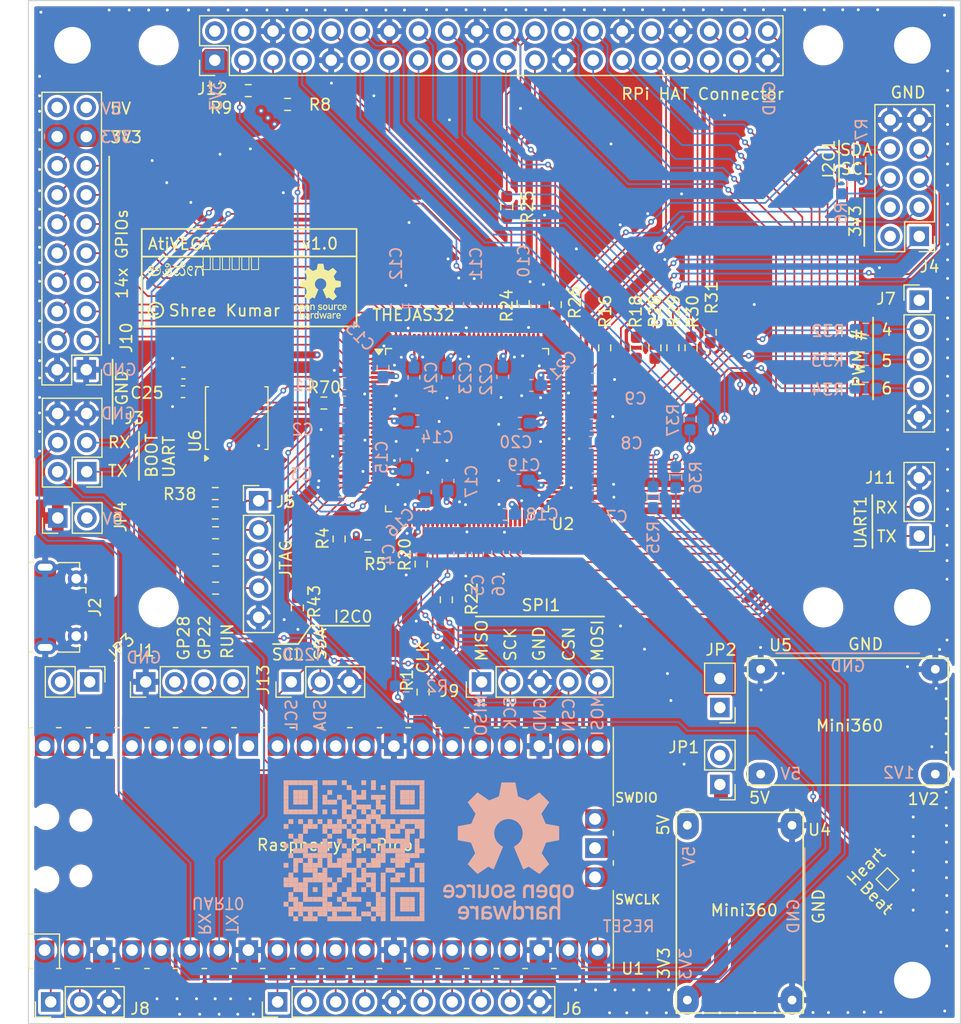
<source format=kicad_pcb>
(kicad_pcb (version 20240108) (generator "pcbnew") (generator_version "8.0")
  (layers (0 "F.Cu" signal "L01_TOP") (1 "In1.Cu" signal "L02_GND") (2 "In2.Cu" signal "L03_PWR") (31 "B.Cu" signal "L04_BOTTOM") (34 "B.Paste" user "SPSE") (35 "F.Paste" user "SPPR") (36 "B.SilkS" user "SLSE") (37 "F.SilkS" user "SLPR") (38 "B.Mask" user "SMSE") (39 "F.Mask" user "SMPR") (44 "Edge.Cuts" user))
  (net 0 "")
  (net 1 "PWR_1V2")
  (net 2 "GND")
  (net 3 "PWR_3V3")
  (net 7 "MCU_BOOT_UART_TX")
  (net 8 "MCU_BOOT_UART_RX")
  (net 9 "MCU_I2C0_SCL")
  (net 10 "MCU_I2C0_SDA")
  (net 11 "RPi_COMPAT_I2C1_SCL")
  (net 12 "RPi_COMPAT_I2C1_SDA")
  (net 13 "RPi_COMPAT_SPI0_SCLK")
  (net 14 "RPi_COMPAT_SPI0_CE0")
  (net 15 "RPi_COMPAT_SPI0_MOSI")
  (net 16 "RPi_COMPAT_SPI0_MISO")
  (net 17 "Net-(J1-Pin_3)")
  (net 18 "RPi_COMPAT_GPIO_5")
  (net 19 "RPi_COMPAT_GPIO_20")
  (net 20 "MCU_SPI1_MISO")
  (net 21 "MCU_SPI1_SCK")
  (net 22 "MCU_SPI1_CSN")
  (net 23 "MCU_SPI1_MOSI")
  (net 24 "RPi_COMPAT_GPIO_16")
  (net 25 "RPi_COMPAT_GPIO_6")
  (net 26 "MCU_CLK")
  (net 27 "MCU_RESETN")
  (net 28 "Net-(U2-SPIO0_CLK)")
  (net 29 "MCU_PWM_4")
  (net 30 "MCU_PWM_5")
  (net 31 "Net-(U2-SPI3_MOSI)")
  (net 32 "MCU_PWM_6")
  (net 33 "MCU_PWM_7")
  (net 34 "Net-(U2-SPI0_MOSI)")
  (net 35 "MCU_GPIO_16")
  (net 36 "MCU_GPIO_17")
  (net 37 "MCU_GPIO_18")
  (net 38 "MCU_GPIO_19")
  (net 39 "MCU_GPIO_20")
  (net 40 "MCU_GPIO_21")
  (net 41 "MCU_GPIO_22")
  (net 42 "Net-(U2-SPI3_MISO)")
  (net 43 "MCU_GPIO_23")
  (net 44 "MCU_GPIO_24")
  (net 45 "MCU_GPIO_25")
  (net 46 "MCU_GPIO_26")
  (net 47 "MCU_GPIO_27")
  (net 48 "MCU_GPIO_28")
  (net 49 "MCU_GPIO_29")
  (net 50 "MCU_GPIO_30")
  (net 51 "Net-(J1-Pin_4)")
  (net 52 "Net-(U2-SPI3_SCLK)")
  (net 53 "Net-(U6-CLK)")
  (net 54 "Net-(U2-SPI3_SS)")
  (net 55 "Net-(J1-Pin_2)")
  (net 56 "MCU_BOOT_SEL")
  (net 57 "MCU_GPIO_00")
  (net 61 "Net-(JP3-B)")
  (net 67 "PWR_5V")
  (net 68 "MCU_TST_CLK")
  (net 69 "MCU_TJTAG_TMS")
  (net 71 "MCU_TJTAG_TDI")
  (net 72 "MCU_TJTAG_TCK")
  (net 73 "MCU_TJTAG_TRST")
  (net 74 "MCU_TST_MODE")
  (net 75 "RPi_COMPAT_GPIO_25")
  (net 78 "Net-(U2-CLK)")
  (net 79 "MCU_BOOT_UART_TX_PICO")
  (net 80 "MCU_BOOT_UART_RX_PICO")
  (net 81 "RPi_COMPAT_PWM1_ALT")
  (net 82 "RPi_COMPAT_GPIO_21")
  (net 83 "MCU_UART1_RX")
  (net 84 "Net-(U2-SPI1_SCLK)")
  (net 85 "Net-(U2-SPI1_MOSI)")
  (net 86 "Net-(U2-SPI2_CLK)")
  (net 87 "Net-(U2-SPI2_CSN)")
  (net 88 "Net-(U2-SPI2_MOSI)")
  (net 89 "Net-(U2-PWM0)")
  (net 90 "Net-(U2-PWM1)")
  (net 91 "Net-(U2-PWM2)")
  (net 92 "Net-(U2-PWM3)")
  (net 93 "Net-(U2-PWM4)")
  (net 94 "Net-(U2-PWM5)")
  (net 95 "Net-(U2-PWM6)")
  (net 96 "Net-(U2-PWM7)")
  (net 97 "Net-(U2-GPIO0)")
  (net 98 "Net-(U2-GPIO1)")
  (net 99 "RPi_COMPAT_PWM1")
  (net 100 "RPi_COMPAT_GPIO_17")
  (net 101 "RPi_COMPAT_GPIO_22")
  (net 102 "RPi_COMPAT_PWM0_ALT")
  (net 103 "RPi_COMPAT_PWM0")
  (net 104 "RPi_COMPAT_GPIO_23")
  (net 105 "RPi_COMPAT_GPIO_7")
  (net 106 "RPi_COMPAT_GPIO_4")
  (net 107 "RPi_COMPAT_UART_RXD")
  (net 108 "RPi_COMPAT_UART_TXD")
  (net 109 "RPi_COMPAT_GPIO_24")
  (net 110 "RPi_COMPAT_GPIO_27")
  (net 111 "RPi_COMPAT_GPIO_1")
  (net 112 "RPi_COMPAT_GPIO_26")
  (net 113 "RPi_COMPAT_GPIO_0")
  (net 114 "Net-(J6-Pin_7)")
  (net 115 "Net-(J6-Pin_6)")
  (net 116 "Net-(J6-Pin_8)")
  (net 117 "Net-(J6-Pin_1)")
  (net 118 "Net-(JP1-A)")
  (net 119 "Net-(JP2-A)")
  (net 120 "Net-(J6-Pin_9)")
  (net 121 "Net-(U2-PROC_HEART_BEAT)")
  (net 122 "MCU_SPI0_SCK")
  (net 123 "MCU_SPI0_MOSI")
  (net 124 "MCU_I2C1_SDA")
  (net 125 "MCU_SPI0_MISO")
  (net 126 "MCU_SPI0_CSN")
  (net 127 "MCU_I2C1_SCL")
  (net 128 "Net-(J6-Pin_3)")
  (net 129 "Net-(J6-Pin_2)")
  (net 130 "Net-(J6-Pin_4)")
  (net 131 "Net-(J8-Pin_2)")
  (net 132 "Net-(J8-Pin_1)")
  (net 133 "Net-(J2-VBUS)")
  (net 142 "MCU_UART1_TX")
  (footprint "Package_QFP:LQFP-128_14x14mm_P0.4mm" (layer "F.Cu") (at 155.535 104.0525)
    (property "Reference" "U2")
    (property "Value" "THEJAS32" (hide yes))
  )
  (footprint "project_lib:proj_R_0603_1608Metric_Pad0.98x0.95mm_HandSolder" (layer "F.Cu") (at 133.5875 117.825)
    (property "Reference" "R42" (hide yes))
    (property "Value" "10K" (hide yes))
  )
  (footprint "TestPoint:TestPoint_Pad_1.0x1.0mm" (layer "F.Cu") (at 192.225 143.2 45)
    (property "Reference" "TP7" (hide yes))
    (property "Value" "TestPoint" (hide yes))
  )
  (footprint "Connector_PinHeader_2.54mm:PinHeader_1x05_P2.54mm_Vertical" (layer "F.Cu") (at 195 92.725)
    (property "Reference" "J7")
    (property "Value" "Conn_01x05" (hide yes))
  )
  (footprint "MountingHole:MountingHole_3mm" (layer "F.Cu") (at 128.62 70.5)
    (property "Reference" "H1" (hide yes))
    (property "Value" "MountingHole" (hide yes))
  )
  (footprint "Connector_PinHeader_2.54mm:PinHeader_1x05_P2.54mm_Vertical" (layer "F.Cu") (at 137.35 110.21)
    (property "Reference" "J5")
    (property "Value" "Conn_01x05")
  )
  (footprint "MountingHole:MountingHole_3mm" (layer "F.Cu") (at 186.62 119.5)
    (property "Reference" "H4" (hide yes))
    (property "Value" "MountingHole" (hide yes))
  )
  (footprint "project_lib:proj_R_0603_1608Metric_Pad0.98x0.95mm_HandSolder" (layer "F.Cu") (at 146.876774 114.149991)
    (property "Reference" "R5")
    (property "Value" "2.2K" (hide yes))
  )
  (footprint "Connector_PinHeader_2.54mm:PinHeader_1x05_P2.54mm_Vertical" (layer "F.Cu") (at 156.8 126 90)
    (property "Reference" "J9")
    (property "Value" "Conn_01x05" (hide yes))
  )
  (footprint "project_lib:proj_C_0603_1608Metric_Pad1.08x0.95mm_HandSolder" (layer "F.Cu") (at 130.747669 100.701116 180)
    (property "Reference" "C25")
    (property "Value" "100nF" (hide yes))
  )
  (footprint "project_lib:proj_R_0603_1608Metric_Pad0.98x0.95mm_HandSolder" (layer "F.Cu") (at 170.31 96.87 90)
    (property "Reference" "R18")
    (property "Value" "27E" (hide yes))
  )
  (footprint "project_lib:proj_R_0603_1608Metric_Pad0.98x0.95mm_HandSolder" (layer "F.Cu") (at 173.5 96.87 90)
    (property "Reference" "R29")
    (property "Value" "27E" (hide yes))
  )
  (footprint "project_lib:proj_R_0603_1608Metric_Pad0.98x0.95mm_HandSolder" (layer "F.Cu") (at 139.87 75.65)
    (property "Reference" "R8")
    (property "Value" "2.2K" (hide yes))
  )
  (footprint "Connector_PinHeader_2.54mm:PinHeader_1x04_P2.54mm_Vertical" (layer "F.Cu") (at 127.49 126 90)
    (property "Reference" "J1")
    (property "Value" "Conn_01x04" (hide yes))
  )
  (footprint "Connector_PinHeader_2.54mm:PinHeader_2x03_P2.54mm_Vertical" (layer "F.Cu") (at 122.34 107.68 180)
    (property "Reference" "J3")
    (property "Value" "Conn_02x03_Odd_Even" (hide yes))
  )
  (footprint "Connector_PinHeader_2.54mm:PinHeader_1x10_P2.54mm_Vertical" (layer "F.Cu") (at 139 153.9 90)
    (property "Reference" "J6")
    (property "Value" "Conn_01x10" (hide yes))
  )
  (footprint "Package_SO:SOIC-8_5.23x5.23mm_P1.27mm" (layer "F.Cu") (at 135.435 103 90)
    (property "Reference" "U6")
    (property "Value" "W25Q16JVSSIQ" (hide yes))
  )
  (footprint "Connector_PinHeader_2.54mm:PinHeader_1x02_P2.54mm_Vertical" (layer "F.Cu") (at 122.6 126 -90)
    (property "Reference" "JP3")
    (property "Value" "Jumper_2_Bridged" (hide yes))
  )
  (footprint "project_lib:proj_R_0603_1608Metric_Pad0.98x0.95mm_HandSolder" (layer "F.Cu") (at 163.23 93.1075 90)
    (property "Reference" "R26")
    (property "Value" "27E" (hide yes))
  )
  (footprint "Connector_PinHeader_2.54mm:PinHeader_1x02_P2.54mm_Vertical" (layer "F.Cu") (at 177.6 128.24 180)
    (property "Reference" "JP2")
    (property "Value" "Jumper_2_Bridged" (hide yes))
  )
  (footprint "Connector_PinHeader_2.54mm:PinHeader_1x03_P2.54mm_Vertical" (layer "F.Cu") (at 140.19 126 90)
    (property "Reference" "J13")
    (property "Value" "Conn_01x03" (hide yes))
  )
  (footprint "project_lib:Mini360_step-down" (layer "F.Cu") (at 188.78 129.47)
    (property "Reference" "U5")
    (property "Value" "~")
  )
  (footprint "project_lib:Mini360_step-down" (layer "F.Cu") (at 179.33 146.12 -90)
    (property "Reference" "U4")
    (property "Value" "~")
  )
  (footprint "project_lib:proj_R_0603_1608Metric_Pad0.98x0.95mm_HandSolder" (layer "F.Cu") (at 153.724867 118.839724 -90)
    (property "Reference" "R22")
    (property "Value" "27E" (hide yes))
  )
  (footprint "MountingHole:MountingHole_3mm" (layer "F.Cu") (at 186.62 70.5)
    (property "Reference" "H2" (hide yes))
    (property "Value" "MountingHole" (hide yes))
  )
  (footprint "Connector_PinHeader_2.54mm:PinHeader_2x20_P2.54mm_Vertical" (layer "F.Cu") (at 133.52 71.8 90)
    (property "Reference" "J12")
    (property "Value" "Conn_02x20_Odd_Even" (hide yes))
  )
  (footprint "Connector_USB:USB_Micro-B_Molex-105017-0001" (layer "F.Cu") (at 119.9588 119.5 -90)
    (property "Reference" "J2")
    (property "Value" "USB_B_Micro")
  )
  (footprint "Connector_PinHeader_2.54mm:PinHeader_1x02_P2.54mm_Vertical" (layer "F.Cu") (at 119.815111 111.709437 90)
    (property "Reference" "JP4")
    (property "Value" "Jumper_2_Bridged" (hide yes))
  )
  (footprint "Connector_PinHeader_2.54mm:PinHeader_1x03_P2.54mm_Vertical" (layer "F.Cu") (at 119.2 153.9 90)
    (property "Reference" "J8")
    (property "Value" "Conn_01x03" (hide yes))
  )
  (footprint "Connector_PinHeader_2.54mm:PinHeader_1x02_P2.54mm_Vertical" (layer "F.Cu") (at 177.6 134.95 180)
    (property "Reference" "JP1")
    (property "Value" "Jumper_2_Bridged" (hide yes))
  )
  (footprint "MountingHole:MountingHole_3.2mm_M3_Pad_TopBottom" (layer "F.Cu") (at 194.4 152)
    (property "Reference" "TP2" (hide yes))
    (property "Value" "Mounting Hole" (hide yes))
  )
  (footprint "project_lib:proj_R_0603_1608Metric_Pad0.98x0.95mm_HandSolder" (layer "F.Cu") (at 167.55 96.8775 90)
    (property "Reference" "R16")
    (property "Value" "27E" (hide yes))
  )
  (footprint "project_lib:proj_R_0603_1608Metric_Pad0.98x0.95mm_HandSolder" (layer "F.Cu") (at 171.930605 96.872865 90)
    (property "Reference" "R28")
    (property "Value" "27E" (hide yes))
  )
  (footprint "project_lib:proj_R_0603_1608Metric_Pad0.98x0.95mm_HandSolder" (layer "F.Cu") (at 133.561788 111.272509)
    (property "Reference" "R39" (hide yes))
    (property "Value" "10K" (hide yes))
  )
  (footprint "project_lib:proj_C_0603_1608Metric_Pad1.08x0.95mm_HandSolder" (layer "F.Cu") (at 130.780367 99.074265 180)
    (property "Reference" "C25A1" (hide yes))
    (property "Value" "10uF" (hide yes))
  )
  (footprint "project_lib:proj_R_0603_1608Metric_Pad0.98x0.95mm_HandSolder" (layer "F.Cu") (at 140.725 119.55 90)
    (property "Reference" "R43")
    (property "Value" "10K" (hide yes))
  )
  (footprint "project_lib:proj_R_0603_1608Metric_Pad0.98x0.95mm_HandSolder" (layer "F.Cu") (at 175.082738 96.868686 90)
    (property "Reference" "R30")
    (property "Value" "27E" (hide yes))
  )
  (footprint "MountingHole:MountingHole_3mm" (layer "F.Cu") (at 128.62 119.5)
    (property "Reference" "H3" (hide yes))
    (property "Value" "MountingHole" (hide yes))
  )
  (footprint "project_lib:proj_R_0603_1608Metric_Pad0.98x0.95mm_HandSolder" (layer "F.Cu") (at 160.43 93.0075 90)
    (property "Reference" "R24")
    (property "Value" "27E" (hide yes))
  )
  (footprint "project_lib:proj_R_0603_1608Metric_Pad0.98x0.95mm_HandSolder" (layer "F.Cu") (at 136.441614 74.451179 180)
    (property "Reference" "R9")
    (property "Value" "2.2K" (hide yes))
  )
  (footprint "MountingHole:MountingHole_3.2mm_M3_Pad_TopBottom" (layer "F.Cu") (at 121.1 70.5)
    (property "Reference" "TP1" (hide yes))
    (property "Value" "Mounting Hole" (hide yes))
  )
  (footprint "project_lib:proj_R_0603_1608Metric_Pad0.98x0.95mm_HandSolder" (layer "F.Cu") (at 151.7 126.8875 90)
    (property "Reference" "R1")
    (property "Value" "10E" (hide yes))
  )
  (footprint "project_lib:proj_R_0603_1608Metric_Pad0.98x0.95mm_HandSolder" (layer "F.Cu") (at 159 84.5875 90)
    (property "Reference" "R25")
    (property "Value" "27E" (hide yes))
  )
  (footprint "project_lib:proj_R_0603_1608Metric_Pad0.98x0.95mm_HandSolder" (layer "F.Cu") (at 133.592377 115.383153)
    (property "Reference" "R41" (hide yes))
    (property "Value" "10K" (hide yes))
  )
  (footprint "project_lib:proj_R_0603_1608Metric_Pad0.98x0.95mm_HandSolder" (layer "F.Cu") (at 143.04 101.69)
    (property "Reference" "R70")
    (property "Value" "10E" (hide yes))
  )
  (footprint "project_lib:proj_R_0603_1608Metric_Pad0.98x0.95mm_HandSolder" (layer "F.Cu") (at 144.369439 113.538679 90)
    (property "Reference" "R4")
    (property "Value" "2.2K" (hide yes))
  )
  (footprint "project_lib:proj_R_0603_1608Metric_Pad0.98x0.95mm_HandSolder" (layer "F.Cu") (at 176.75022 95.5218 90)
    (property "Reference" "R31")
    (property "Value" "27E" (hide yes))
  )
  (footprint "Connector_PinHeader_2.54mm:PinHeader_2x10_P2.54mm_Vertical" (layer "F.Cu") (at 122.3 98.780001 180)
    (property "Reference" "J10")
    (property "Value" "Conn_02x10_Odd_Even" (hide yes))
  )
  (footprint "MountingHole:MountingHole_3.2mm_M3_Pad_TopBottom" (layer "F.Cu") (at 194.4 119.5)
    (property "Reference" "TP6" (hide yes))
    (property "Value" "Mounting Hole" (hide yes))
  )
  (footprint "Connector_PinHeader_2.54mm:PinHeader_2x05_P2.54mm_Vertical" (layer "F.Cu") (at 195 87.16 180)
    (property "Reference" "J4")
    (property "Value" "Conn_02x05_Odd_Even" (hide yes))
  )
  (footprint "project_lib:proj_R_0603_1608Metric_Pad0.98x0.95mm_HandSolder" (layer "F.Cu") (at 133.5875 113)
    (property "Reference" "R40" (hide yes))
    (property "Value" "10K" (hide yes))
  )
  (footprint "Connector_PinHeader_2.54mm:PinHeader_1x03_P2.54mm_Vertical" (layer "F.Cu") (at 195 113.279999 180)
    (property "Reference" "J11")
    (property "Value" "Conn_01x03" (hide yes))
  )
  (footprint "RPi_Pico:RPi_Pico_SMD_TH" (layer "F.Cu") (at 142.8 140.49 90)
    (property "Reference" "U1")
    (property "Value" "Pico Master")
  )
  (footprint "project_lib:proj_R_0603_1608Metric_Pad0.98x0.95mm_HandSolder" (layer "F.Cu") (at 151.53 115.73 -90)
    (property "Reference" "R20")
    (property "Value" "27E" (hide yes))
  )
  (footprint "MountingHole:MountingHole_3.2mm_M3_Pad_TopBottom" (layer "F.Cu") (at 194.4 70.5)
    (property "Reference" "TP4" (hide yes))
    (property "Value" "Mounting Hole" (hide yes))
  )
  (footprint "project_lib:proj_R_0603_1608Metric_Pad0.98x0.95mm_HandSolder" (layer "F.Cu") (at 133.560411 109.580915)
    (property "Reference" "R38")
    (property "Value" "10K" (hide yes))
  )
  (footprint "project_lib:proj_C_0603_1608Metric_Pad1.08x0.95mm_HandSolder" (layer "B.Cu") (at 160.05 108.4 180)
    (property "Reference" "C19")
    (property "Value" "100nF" (hide yes))
  )
  (footprint "project_lib:proj_C_0603_1608Metric_Pad1.08x0.95mm_HandSolder" (layer "B.Cu") (at 151.65 114.9 -90)
    (property "Reference" "C4A1" (hide yes))
    (property "Value" "10uF" (hide yes))
  )
  (footprint "project_lib:proj_C_0603_1608Metric_Pad1.08x0.95mm_HandSolder" (layer "B.Cu") (at 158.85 111.4 180)
    (property "Reference" "C18")
    (property "Value" "100nF" (hide yes))
  )
  (footprint "project_lib:proj_C_0603_1608Metric_Pad1.08x0.95mm_HandSolder" (layer "B.Cu") (at 151.9 109.45 90)
    (property "Reference" "C16")
    (property "Value" "100nF" (hide yes))
  )
  (footprint "project_lib:proj_C_0603_1608Metric_Pad1.08x0.95mm_HandSolder" (layer "B.Cu") (at 153.875 108.475 90)
    (property "Reference" "C17")
    (property "Value" "100nF" (hide yes))
  )
  (footprint "project_lib:proj_C_0603_1608Metric_Pad1.08x0.95mm_HandSolder" (layer "B.Cu") (at 162.2 93.25 90)
    (property "Reference" "C10A1" (hide yes))
    (property "Value" "10uF" (hide yes))
  )
  (footprint "project_lib:proj_C_0603_1608Metric_Pad1.08x0.95mm_HandSolder" (layer "B.Cu") (at 156.45 114.85 -90)
    (property "Reference" "C5")
    (property "Value" "100nF" (hide yes))
  )
  (footprint "project_lib:proj_C_0603_1608Metric_Pad1.08x0.95mm_HandSolder" (layer "B.Cu") (at 160.6 93.25 90)
    (property "Reference" "C10")
    (property "Value" "100nF" (hide yes))
  )
  (footprint "project_lib:proj_R_0603_1608Metric_Pad0.98x0.95mm_HandSolder" (layer "B.Cu") (at 173.75 108.1625 -90)
    (property "Reference" "R36")
    (property "Value" "27E" (hide yes))
  )
  (footprint "project_lib:proj_C_0603_1608Metric_Pad1.08x0.95mm_HandSolder" (layer "B.Cu") (at 150.9 99.45 -90)
    (property "Reference" "C24")
    (property "Value" "100nF" (hide yes))
  )
  (footprint "project_lib:proj_C_0603_1608Metric_Pad1.08x0.95mm_HandSolder" (layer "B.Cu") (at 161.15 100.15 180)
    (property "Reference" "C21")
    (property "Value" "100nF" (hide yes))
  )
  (footprint "project_lib:proj_C_0603_1608Metric_Pad1.08x0.95mm_HandSolder" (layer "B.Cu") (at 158.2 114.737499 -90)
    (property "Reference" "C6")
    (property "Value" "100nF" (hide yes))
  )
  (footprint "project_lib:proj_R_0603_1608Metric_Pad0.98x0.95mm_HandSolder" (layer "B.Cu") (at 190.3125 100.4)
    (property "Reference" "R34")
    (property "Value" "27E" (hide yes))
  )
  (footprint "project_lib:proj_C_0603_1608Metric_Pad1.08x0.95mm_HandSolder" (layer "B.Cu") (at 159.75 114.75 -90)
    (property "Reference" "C6A1" (hide yes))
    (property "Value" "10uF" (hide yes))
  )
  (footprint "project_lib:proj_C_0603_1608Metric_Pad1.08x0.95mm_HandSolder" (layer "B.Cu") (at 144.462501 109.374392 180)
    (property "Reference" "C3A1" (hide yes))
    (property "Value" "10uF" (hide yes))
  )
  (footprint "project_lib:proj_C_0603_1608Metric_Pad1.08x0.95mm_HandSolder" (layer "B.Cu") (at 166.61 108.3)
    (property "Reference" "C7A1" (hide yes))
    (property "Value" "10uF" (hide yes))
  )
  (footprint "project_lib:proj_R_0603_1608Metric_Pad0.98x0.95mm_HandSolder" (layer "B.Cu") (at 188.213421 82.538845 -90)
    (property "Reference" "R6")
    (property "Value" "2.2K" (hide yes))
  )
  (footprint "project_lib:proj_C_0603_1608Metric_Pad1.08x0.95mm_HandSolder" (layer "B.Cu") (at 166.6 109.81)
    (property "Reference" "C7")
    (property "Value" "100nF" (hide yes))
  )
  (footprint "project_lib:proj_C_0603_1608Metric_Pad1.08x0.95mm_HandSolder" (layer "B.Cu") (at 166.6 101.15)
    (property "Reference" "C9")
    (property "Value" "100nF" (hide yes))
  )
  (footprint "project_lib:proj_C_0603_1608Metric_Pad1.08x0.95mm_HandSolder" (layer "B.Cu") (at 154.9 114.85 -90)
    (property "Reference" "C5A1" (hide yes))
    (property "Value" "10uF" (hide yes))
  )
  (footprint "project_lib:proj_C_0603_1608Metric_Pad1.08x0.95mm_HandSolder" (layer "B.Cu") (at 149.4 93.2 90)
    (property "Reference" "C12")
    (property "Value" "100nF" (hide yes))
  )
  (footprint "project_lib:proj_R_0603_1608Metric_Pad0.98x0.95mm_HandSolder" (layer "B.Cu") (at 175 103.1 90)
    (property "Reference" "R37")
    (property "Value" "27E" (hide yes))
  )
  (footprint "project_lib:proj_C_0603_1608Metric_Pad1.08x0.95mm_HandSolder" (layer "B.Cu") (at 144.45 107.8 180)
    (property "Reference" "C3")
    (property "Value" "100nF" (hide yes))
  )
  (footprint "project_lib:proj_R_0603_1608Metric_Pad0.98x0.95mm_HandSolder" (layer "B.Cu") (at 190.3325 95.26)
    (property "Reference" "R32")
    (property "Value" "27E" (hide yes))
  )
  (footprint "project_lib:proj_C_0603_1608Metric_Pad1.08x0.95mm_HandSolder" (layer "B.Cu") (at 144.662501 105.5 180)
    (property "Reference" "C2A1" (hide yes))
    (property "Value" "10uF" (hide yes))
  )
  (footprint "project_lib:proj_C_0603_1608Metric_Pad1.08x0.95mm_HandSolder" (layer "B.Cu") (at 160.15 103.45 180)
    (property "Reference" "C20")
    (property "Value" "100nF" (hide yes))
  )
  (footprint "project_lib:proj_C_0603_1608Metric_Pad1.08x0.95mm_HandSolder" (layer "B.Cu") (at 166.537499 99.6)
    (property "Reference" "C9A1" (hide yes))
    (property "Value" "10uF" (hide yes))
  )
  (footprint "project_lib:proj_C_0603_1608Metric_Pad1.08x0.95mm_HandSolder" (layer "B.Cu") (at 144.65 103.95 180)
    (property "Reference" "C2")
    (property "Value" "100nF" (hide yes))
  )
  (footprint "project_lib:proj_C_0603_1608Metric_Pad1.08x0.95mm_HandSolder" (layer "B.Cu") (at 150.95 93.2 90)
    (property "Reference" "C12A1" (hide yes))
    (property "Value" "10uF" (hide yes))
  )
  (footprint "project_lib:proj_C_0603_1608Metric_Pad1.08x0.95mm_HandSolder" (layer "B.Cu") (at 154.72 93.08 90)
    (property "Reference" "C11A1" (hide yes))
    (property "Value" "10uF" (hide yes))
  )
  (footprint "project_lib:proj_C_0603_1608Metric_Pad1.08x0.95mm_HandSolder" (layer "B.Cu") (at 144.8 100 180)
    (property "Reference" "C1")
    (property "Value" "100nF" (hide yes))
  )
  (footprint "project_lib:proj_C_0603_1608Metric_Pad1.08x0.95mm_HandSolder" (layer "B.Cu") (at 151.2 103.25)
    (property "Reference" "C14")
    (property "Value" "100nF" (hide yes))
  )
  (footprint "project_lib:proj_R_0603_1608Metric_Pad0.98x0.95mm_HandSolder" (layer "B.Cu") (at 190.3125 97.89)
    (property "Reference" "R33")
    (property "Value" "27E" (hide yes))
  )
  (footprint "project_lib:proj_R_0603_1608Metric_Pad0.98x0.95mm_HandSolder" (layer "B.Cu") (at 189.8 80.5125 90)
    (property "Reference" "R7")
    (property "Value" "2.2K" (hide yes))
  )
  (footprint "project_lib:proj_R_0603_1608Metric_Pad0.98x0.95mm_HandSolder" (layer "B.Cu") (at 150.2 126.35)
    (property "Reference" "R2")
    (property "Value" "10K" (hide yes))
  )
  (footprint "project_lib:proj_C_0603_1608Metric_Pad1.08x0.95mm_HandSolder" (layer "B.Cu") (at 148.2 98.55 90)
    (property "Reference" "C13")
    (property "Value" "100nF" (hide yes))
  )
  (footprint "project_lib:proj_C_0603_1608Metric_Pad1.08x0.95mm_HandSolder" (layer "B.Cu") (at 150.1 114.9 -90)
    (property "Reference" "C4")
    (property "Value" "100nF" (hide yes))
  )
  (footprint "project_lib:proj_R_0603_1608Metric_Pad0.98x0.95mm_HandSolder" (layer "B.Cu") (at 171.771438 109.895702 -90)
    (property "Reference" "R35")
    (property "Value" "27E" (hide yes))
  )
  (footprint "project_lib:proj_C_0603_1608Metric_Pad1.08x0.95mm_HandSolder" (layer "B.Cu") (at 150.2 106.65 90)
    (property "Reference" "C15")
    (property "Value" "100nF" (hide yes))
  )
  (footprint "project_lib:proj_C_0603_1608Metric_Pad1.08x0.95mm_HandSolder" (layer "B.Cu") (at 153.83 99.44 -90)
    (property "Reference" "C23")
    (property "Value" "100nF" (hide yes))
  )
  (footprint "project_lib:proj_C_0603_1608Metric_Pad1.08x0.95mm_HandSolder" (layer "B.Cu") (at 158.65 99.4 -90)
    (property "Reference" "C22")
    (property "Value" "100nF" (hide yes))
  )
  (footprint "project_lib:proj_C_0603_1608Metric_Pad1.08x0.95mm_HandSolder" (layer "B.Cu") (at 156.35 93.09 90)
    (property "Reference" "C11")
    (property "Value" "100nF" (hide yes))
  )
  (footprint "project_lib:proj_C_0603_1608Metric_Pad1.08x0.95mm_HandSolder" (layer "B.Cu") (at 166.437499 103.6)
    (property "Reference" "C8A1" (hide yes))
    (property "Value" "10uF" (hide yes))
  )
  (footprint "project_lib:proj_C_0603_1608Metric_Pad1.08x0.95mm_HandSolder" (layer "B.Cu") (at 166.35 105.11659)
    (property "Reference" "C8")
    (property "Value" "100nF" (hide yes))
  )
  (footprint "project_lib:proj_C_0603_1608Metric_Pad1.08x0.95mm_HandSolder" (layer "B.Cu") (at 144.8 101.6 180)
    (property "Reference" "C1A1" (hide yes))
    (property "Value" "10uF" (hide yes))
  )
  (gr_poly (pts (xy 149.695135 141.78054) (xy 150.118919 141.78054) (xy 150.118919 141.356757) (xy 149.695135 141.356757)) (stroke (width -0.000001)) (fill solid) (layer "B.SilkS"))
  (gr_poly (pts (xy 147.152432 144.323243) (xy 147.576216 144.323243) (xy 147.576216 143.899459) (xy 147.152432 143.899459)) (stroke (width -0.000001)) (fill solid) (layer "B.SilkS"))
  (gr_poly (pts (xy 157.228935 145.523532) (xy 157.177438 145.527156) (xy 157.128401 145.533368) (xy 157.104857 145.537489) (xy 157.081988 145.542309) (xy 157.059815 145.547846) (xy 157.038358 145.554118) (xy 157.017638 145.561142) (xy 156.997675 145.568936) (xy 156.978489 145.577518) (xy 156.960099 145.586905) (xy 156.942527 145.597114) (xy 156.925793 145.608163) (xy 156.909916 145.62007) (xy 156.894917 145.632853) (xy 156.880816 145.646528) (xy 156.867633 145.661113) (xy 156.855389 145.676627) (xy 156.844104 145.693086) (xy 156.833798 145.710508) (xy 156.82449 145.72891) (xy 156.816202 145.748311) (xy 156.808954 145.768728) (xy 156.802765 145.790178) (xy 156.797656 145.812679) (xy 156.793648 145.836248) (xy 156.790759 145.860903) (xy 156.789011 145.886662) (xy 156.788424 145.913542) (xy 156.788424 146.724093) (xy 157.027475 146.724093) (xy 157.027475 146.618656) (xy 157.032105 146.618656) (xy 157.041729 146.633526) (xy 157.052192 146.647361) (xy 157.063562 146.660169) (xy 157.075907 146.671963) (xy 157.089297 146.682753) (xy 157.103798 146.692549) (xy 157.119479 146.701362) (xy 157.136409 146.709202) (xy 157.154656 146.716081) (xy 157.174289 146.722008) (xy 157.195375 146.726994) (xy 157.217982 146.73105) (xy 157.242181 146.734186) (xy 157.268037 146.736413) (xy 157.295621 146.737742) (xy 157.324999 146.738182) (xy 157.349492 146.737726) (xy 157.373333 146.736369) (xy 157.396512 146.734132) (xy 157.419021 146.731035) (xy 157.440853 146.727097) (xy 157.461999 146.722338) (xy 157.482452 146.716777) (xy 157.502202 146.710435) (xy 157.521242 146.703331) (xy 157.539564 146.695485) (xy 157.557159 146.686917) (xy 157.574019 146.677645) (xy 157.590137 146.667691) (xy 157.605503 146.657074) (xy 157.62011 146.645813) (xy 157.63395 146.633928) (xy 157.647015 146.62144) (xy 157.659295 146.608367) (xy 157.670784 146.594729) (xy 157.681473 146.580547) (xy 157.691353 146.565839) (xy 157.700417 146.550627) (xy 157.708657 146.534928) (xy 157.716064 146.518764) (xy 157.72263 146.502153) (xy 157.728347 146.485116) (xy 157.733207 146.467672) (xy 157.737202 146.449841) (xy 157.740323 146.431643) (xy 157.742563 146.413097) (xy 157.743912 146.394224) (xy 157.744364 146.375042) (xy 157.74411 146.363333) (xy 157.519336 146.363333) (xy 157.518586 146.378129) (xy 157.5163 146.39262) (xy 157.512429 146.406714) (xy 157.50692 146.420323) (xy 157.503536 146.426917) (xy 157.499723 146.433357) (xy 157.495475 146.439631) (xy 157.490785 146.445727) (xy 157.485648 146.451635) (xy 157.480057 146.457343) (xy 157.474005 146.462841) (xy 157.467486 146.468117) (xy 157.460494 146.473159) (xy 157.453021 146.477957) (xy 157.445063 146.4825) (xy 157.436612 146.486776) (xy 157.427662 146.490774) (xy 157.418206 146.494483) (xy 157.408238 146.497892) (xy 157.397753 146.50099) (xy 157.375201 146.506207) (xy 157.350499 146.510043) (xy 157.323596 146.512411) (xy 157.29444 146.51322) (xy 157.258631 146.512938) (xy 157.225803 146.511954) (xy 157.195864 146.510058) (xy 157.168722 146.50704) (xy 157.15617 146.505045) (xy 157.144283 146.502691) (xy 157.133048 146.499952) (xy 157.122455 146.496801) (xy 157.112491 146.493212) (xy 157.103146 146.48916) (xy 157.094407 146.484618) (xy 157.086262 146.47956) (xy 157.078701 146.473959) (xy 157.071712 146.467789) (xy 157.065283 146.461025) (xy 157.059402 146.45364) (xy 157.054059 146.445607) (xy 157.049241 146.436901) (xy 157.044936 146.427496) (xy 157.041134 146.417364) (xy 157.037823 146.406481) (xy 157.03499 146.39482) (xy 157.032626 146.382354) (xy 157.030717 146.369058) (xy 157.029252 146.354904) (xy 157.02822 146.339868) (xy 157.02761 146.323923) (xy 157.027409 146.307042) (xy 157.02741 146.307042) (xy 157.02741 146.220326) (xy 157.31316 146.220326) (xy 157.326118 146.22049) (xy 157.338639 146.220979) (xy 157.350724 146.221788) (xy 157.362375 146.222914) (xy 157.373594 146.22435) (xy 157.384382 146.226092) (xy 157.394741 146.228136) (xy 157.404673 146.230476) (xy 157.41418 146.233108) (xy 157.423263 146.236027) (xy 157.431924 146.239229) (xy 157.440165 146.242709) (xy 157.447987 146.246462) (xy 157.455392 146.250482) (xy 157.462381 146.254767) (xy 157.468958 146.25931) (xy 157.475122 146.264107) (xy 157.480877 146.269154) (xy 157.486223 146.274445) (xy 157.491162 146.279976) (xy 157.495697 146.285742) (xy 157.499828 146.291739) (xy 157.503557 146.297961) (xy 157.506887 146.304404) (xy 157.509819 146.311063) (xy 157.512354 146.317934) (xy 157.514495 146.325011) (xy 157.516242 146.332291) (xy 157.517598 146.339767) (xy 157.518565 146.347436) (xy 157.519144 146.355293) (xy 157.519336 146.363333) (xy 157.74411 146.363333) (xy 157.74398 146.357343) (xy 157.742827 146.339833) (xy 157.740908 146.322535) (xy 157.738224 146.305475) (xy 157.734775 146.288677) (xy 157.730565 146.272165) (xy 157.725592 146.255964) (xy 157.71986 146.240098) (xy 157.713369 146.224592) (xy 157.706122 146.209471) (xy 157.698118 146.194758) (xy 157.689359 146.180479) (xy 157.679848 146.166658) (xy 157.669584 146.153318) (xy 157.65857 146.140486) (xy 157.646807 146.128185) (xy 157.634296 146.11644) (xy 157.621039 146.105275) (xy 157.607036 146.094715) (xy 157.59229 146.084784) (xy 157.576801 146.075507) (xy 157.560571 146.066908) (xy 157.543602 146.059011) (xy 157.525894 146.051842) (xy 157.507449 146.045425) (xy 157.488268 146.039784) (xy 157.468353 146.034943) (xy 157.447704 146.030928) (xy 157.426324 146.027762) (xy 157.404214 146.025471) (xy 157.381375 146.024078) (xy 157.357808 146.023608) (xy 157.027475 146.023608) (xy 157.027475 145.899453) (xy 157.028333 145.879223) (xy 157.029411 145.869729) (xy 157.03093 145.860642) (xy 157.032893 145.851956) (xy 157.035305 145.843664) (xy 157.038171 145.835761) (xy 157.041496 145.82824) (xy 157.045284 145.821097) (xy 157.04954 145.814324) (xy 157.054269 145.807916) (xy 157.059476 145.801868) (xy 157.065164 145.796172) (xy 157.07134 145.790823) (xy 157.078007 145.785816) (xy 157.085171 145.781143) (xy 157.092836 145.7768) (xy 157.101006 145.77278) (xy 157.118884 145.765687) (xy 157.138842 145.759815) (xy 157.160918 145.755118) (xy 157.18515 145.751547) (xy 157.211575 145.749055) (xy 157.240231 145.747595) (xy 157.271156 145.747119) (xy 157.293678 145.7474) (xy 157.314732 145.748264) (xy 157.334392 145.74974) (xy 157.352729 145.75186) (xy 157.361424 145.753171) (xy 157.369815 145.754654) (xy 157.377912 145.756313) (xy 157.385724 145.758152) (xy 157.393259 145.760175) (xy 157.400527 145.762386) (xy 157.407536 145.764788) (xy 157.414296 145.767385) (xy 157.420816 145.770181) (xy 157.427104 145.77318) (xy 157.43317 145.776385) (xy 157.439024 145.779801) (xy 157.444672 145.783432) (xy 157.450126 145.78728) (xy 157.455394 145.791351) (xy 157.460485 145.795647) (xy 157.465407 145.800172) (xy 157.470171 145.804931) (xy 157.474784 145.809927) (xy 157.479257 145.815165) (xy 157.483598 145.820647) (xy 157.487816 145.826377) (xy 157.491921 145.83236) (xy 157.49592 145.838599) (xy 157.683377 145.695724) (xy 157.66578 145.672913) (xy 157.647236 145.651925) (xy 157.627736 145.632712) (xy 157.607271 145.615224) (xy 157.585829 145.599414) (xy 157.563401 145.585233) (xy 157.539978 145.572632) (xy 157.515549 145.561563) (xy 157.490105 145.551978) (xy 157.463635 145.543828) (xy 157.43613 145.537065) (xy 157.407581 145.53164) (xy 157.377976 145.527505) (xy 157.347306 145.524612) (xy 157.315561 145.522911) (xy 157.282732 145.522355)) (stroke (width -0.000001)) (fill solid) (layer "B.SilkS"))
  (gr_poly (pts (xy 150.542703 138.39027) (xy 150.966486 138.39027) (xy 150.966486 137.966486) (xy 150.542703 137.966486)) (stroke (width -0.000001)) (fill solid) (layer "B.SilkS"))
  (gr_poly (pts (xy 144.185946 140.085405) (xy 144.60973 140.085405) (xy 144.60973 139.661621) (xy 144.185946 139.661621)) (stroke (width -0.000001)) (fill solid) (layer "B.SilkS"))
  (gr_poly (pts (xy 142.490811 140.932973) (xy 142.914594 140.932973) (xy 142.914594 140.509189) (xy 142.490811 140.509189)) (stroke (width -0.000001)) (fill solid) (layer "B.SilkS"))
  (gr_poly (pts (xy 145.033513 141.356757) (xy 145.457297 141.356757) (xy 145.457297 140.932973) (xy 145.033513 140.932973)) (stroke (width -0.000001)) (fill solid) (layer "B.SilkS"))
  (gr_poly (pts (xy 151.39027 142.204324) (xy 151.814054 142.204324) (xy 151.814054 141.78054) (xy 151.39027 141.78054)) (stroke (width -0.000001)) (fill solid) (layer "B.SilkS"))
  (gr_poly (pts (xy 144.185946 143.475676) (xy 144.60973 143.475676) (xy 144.60973 143.051892) (xy 144.185946 143.051892)) (stroke (width -0.000001)) (fill solid) (layer "B.SilkS"))
  (gr_poly (pts (xy 139.524324 138.814054) (xy 139.948108 138.814054) (xy 139.948108 138.39027) (xy 139.524324 138.39027)) (stroke (width -0.000001)) (fill solid) (layer "B.SilkS"))
  (gr_poly (pts (xy 151.39027 138.814054) (xy 151.814054 138.814054) (xy 151.814054 138.39027) (xy 151.39027 138.39027)) (stroke (width -0.000001)) (fill solid) (layer "B.SilkS"))
  (gr_poly (pts (xy 149.695135 143.051892) (xy 150.118919 143.051892) (xy 150.118919 142.628108) (xy 149.695135 142.628108)) (stroke (width -0.000001)) (fill solid) (layer "B.SilkS"))
  (gr_poly (pts (xy 146.728649 140.509189) (xy 147.152432 140.509189) (xy 147.152432 140.085405) (xy 146.728649 140.085405)) (stroke (width -0.000001)) (fill solid) (layer "B.SilkS"))
  (gr_poly (pts (xy 140.371892 142.628108) (xy 140.795676 142.628108) (xy 140.795676 142.204324) (xy 140.371892 142.204324)) (stroke (width -0.000001)) (fill solid) (layer "B.SilkS"))
  (gr_poly (pts (xy 150.966486 138.814054) (xy 151.39027 138.814054) (xy 151.39027 138.39027) (xy 150.966486 138.39027)) (stroke (width -0.000001)) (fill solid) (layer "B.SilkS"))
  (gr_poly (pts (xy 142.067027 146.865946) (xy 142.490811 146.865946) (xy 142.490811 146.442162) (xy 142.067027 146.442162)) (stroke (width -0.000001)) (fill solid) (layer "B.SilkS"))
  (gr_poly (pts (xy 145.033513 139.237838) (xy 145.457297 139.237838) (xy 145.457297 138.814054) (xy 145.033513 138.814054)) (stroke (width -0.000001)) (fill solid) (layer "B.SilkS"))
  (gr_poly (pts (xy 151.39027 135) (xy 151.814054 135) (xy 151.814054 134.576216) (xy 151.39027 134.576216)) (stroke (width -0.000001)) (fill solid) (layer "B.SilkS"))
  (gr_poly (pts (xy 143.762162 137.542702) (xy 144.185946 137.542702) (xy 144.185946 137.118919) (xy 143.762162 137.118919)) (stroke (width -0.000001)) (fill solid) (layer "B.SilkS"))
  (gr_poly (pts (xy 140.795676 139.661621) (xy 141.21946 139.661621) (xy 141.21946 139.237838) (xy 140.795676 139.237838)) (stroke (width -0.000001)) (fill solid) (layer "B.SilkS"))
  (gr_poly (pts (xy 139.948108 146.442162) (xy 140.371892 146.442162) (xy 140.371892 146.018378) (xy 139.948108 146.018378)) (stroke (width -0.000001)) (fill solid) (layer "B.SilkS"))
  (gr_poly (pts (xy 150.966486 140.085405) (xy 151.39027 140.085405) (xy 151.39027 139.661621) (xy 150.966486 139.661621)) (stroke (width -0.000001)) (fill solid) (layer "B.SilkS"))
  (gr_poly (pts (xy 148 143.475676) (xy 148.423784 143.475676) (xy 148.423784 143.051892) (xy 148 143.051892)) (stroke (width -0.000001)) (fill solid) (layer "B.SilkS"))
  (gr_poly (pts (xy 149.695135 138.39027) (xy 150.118919 138.39027) (xy 150.118919 137.966486) (xy 149.695135 137.966486)) (stroke (width -0.000001)) (fill solid) (layer "B.SilkS"))
  (gr_poly (pts (xy 141.643244 141.356757) (xy 142.067027 141.356757) (xy 142.067027 140.932973) (xy 141.643244 140.932973)) (stroke (width -0.000001)) (fill solid) (layer "B.SilkS"))
  (gr_poly (pts (xy 145.457297 136.271351) (xy 145.881081 136.271351) (xy 145.881081 135.847567) (xy 145.457297 135.847567)) (stroke (width -0.000001)) (fill solid) (layer "B.SilkS"))
  (gr_poly (pts (xy 148.847568 145.594594) (xy 149.271351 145.594594) (xy 149.271351 145.17081) (xy 148.847568 145.17081)) (stroke (width -0.000001)) (fill solid) (layer "B.SilkS"))
  (gr_poly (pts (xy 144.185946 146.865946) (xy 144.60973 146.865946) (xy 144.60973 146.442162) (xy 144.185946 146.442162)) (stroke (width -0.000001)) (fill solid) (layer "B.SilkS"))
  (gr_poly (pts (xy 145.881081 141.78054) (xy 146.304865 141.78054) (xy 146.304865 141.356757) (xy 145.881081 141.356757)) (stroke (width -0.000001)) (fill solid) (layer "B.SilkS"))
  (gr_poly (pts (xy 140.795676 140.932973) (xy 141.21946 140.932973) (xy 141.21946 140.509189) (xy 140.795676 140.509189)) (stroke (width -0.000001)) (fill solid) (layer "B.SilkS"))
  (gr_poly (pts (xy 141.21946 136.271351) (xy 141.643244 136.271351) (xy 141.643244 135.847567) (xy 141.21946 135.847567)) (stroke (width -0.000001)) (fill solid) (layer "B.SilkS"))
  (gr_poly (pts (xy 144.60973 137.118919) (xy 145.033513 137.118919) (xy 145.033513 136.695135) (xy 144.60973 136.695135)) (stroke (width -0.000001)) (fill solid) (layer "B.SilkS"))
  (gr_poly (pts (xy 148 144.323243) (xy 148.423784 144.323243) (xy 148.423784 143.899459) (xy 148 143.899459)) (stroke (width -0.000001)) (fill solid) (layer "B.SilkS"))
  (gr_poly (pts (xy 145.033513 140.932973) (xy 145.457297 140.932973) (xy 145.457297 140.509189) (xy 145.033513 140.509189)) (stroke (width -0.000001)) (fill solid) (layer "B.SilkS"))
  (gr_poly (pts (xy 140.371892 135) (xy 140.795676 135) (xy 140.795676 134.576216) (xy 140.371892 134.576216)) (stroke (width -0.000001)) (fill solid) (layer "B.SilkS"))
  (gr_poly (pts (xy 142.914594 142.628108) (xy 143.338378 142.628108) (xy 143.338378 142.204324) (xy 142.914594 142.204324)) (stroke (width -0.000001)) (fill solid) (layer "B.SilkS"))
  (gr_poly (pts (xy 149.695135 135.847567) (xy 150.118919 135.847567) (xy 150.118919 135.423784) (xy 149.695135 135.423784)) (stroke (width -0.000001)) (fill solid) (layer "B.SilkS"))
  (gr_poly (pts (xy 150.542703 143.051892) (xy 150.966486 143.051892) (xy 150.966486 142.628108) (xy 150.542703 142.628108)) (stroke (width -0.000001)) (fill solid) (layer "B.SilkS"))
  (gr_poly (pts (xy 145.881081 142.204324) (xy 146.304865 142.204324) (xy 146.304865 141.78054) (xy 145.881081 141.78054)) (stroke (width -0.000001)) (fill solid) (layer "B.SilkS"))
  (gr_poly (pts (xy 146.304865 140.085405) (xy 146.728649 140.085405) (xy 146.728649 139.661621) (xy 146.304865 139.661621)) (stroke (width -0.000001)) (fill solid) (layer "B.SilkS"))
  (gr_poly (pts (xy 151.39027 138.39027) (xy 151.814054 138.39027) (xy 151.814054 137.966486) (xy 151.39027 137.966486)) (stroke (width -0.000001)) (fill solid) (layer "B.SilkS"))
  (gr_poly (pts (xy 149.695135 135) (xy 150.118919 135) (xy 150.118919 134.576216) (xy 149.695135 134.576216)) (stroke (width -0.000001)) (fill solid) (layer "B.SilkS"))
  (gr_poly (pts (xy 151.39027 146.865946) (xy 151.814054 146.865946) (xy 151.814054 146.442162) (xy 151.39027 146.442162)) (stroke (width -0.000001)) (fill solid) (layer "B.SilkS"))
  (gr_poly (pts (xy 140.371892 145.594594) (xy 140.795676 145.594594) (xy 140.795676 145.17081) (xy 140.371892 145.17081)) (stroke (width -0.000001)) (fill solid) (layer "B.SilkS"))
  (gr_poly (pts (xy 143.338378 142.204324) (xy 143.762162 142.204324) (xy 143.762162 141.78054) (xy 143.338378 141.78054)) (stroke (width -0.000001)) (fill solid) (layer "B.SilkS"))
  (gr_poly (pts (xy 139.524324 145.594594) (xy 139.948108 145.594594) (xy 139.948108 145.17081) (xy 139.524324 145.17081)) (stroke (width -0.000001)) (fill solid) (layer "B.SilkS"))
  (gr_poly (pts (xy 140.371892 145.17081) (xy 140.795676 145.17081) (xy 140.795676 144.747026) (xy 140.371892 144.747026)) (stroke (width -0.000001)) (fill solid) (layer "B.SilkS"))
  (gr_poly (pts (xy 141.643244 142.204324) (xy 142.067027 142.204324) (xy 142.067027 141.78054) (xy 141.643244 141.78054)) (stroke (width -0.000001)) (fill solid) (layer "B.SilkS"))
  (gr_poly (pts (xy 139.948108 138.39027) (xy 140.371892 138.39027) (xy 140.371892 137.966486) (xy 139.948108 137.966486)) (stroke (width -0.000001)) (fill solid) (layer "B.SilkS"))
  (gr_poly (pts (xy 142.067027 142.628108) (xy 142.490811 142.628108) (xy 142.490811 142.204324) (xy 142.067027 142.204324)) (stroke (width -0.000001)) (fill solid) (layer "B.SilkS"))
  (gr_poly (pts (xy 142.067027 146.018378) (xy 142.490811 146.018378) (xy 142.490811 145.594594) (xy 142.067027 145.594594)) (stroke (width -0.000001)) (fill solid) (layer "B.SilkS"))
  (gr_poly (pts (xy 147.152432 143.051892) (xy 147.576216 143.051892) (xy 147.576216 142.628108) (xy 147.152432 142.628108)) (stroke (width -0.000001)) (fill solid) (layer "B.SilkS"))
  (gr_poly (pts (xy 151.39027 135.847567) (xy 151.814054 135.847567) (xy 151.814054 135.423784) (xy 151.39027 135.423784)) (stroke (width -0.000001)) (fill solid) (layer "B.SilkS"))
  (gr_poly (pts (xy 147.152432 146.018378) (xy 147.576216 146.018378) (xy 147.576216 145.594594) (xy 147.152432 145.594594)) (stroke (width -0.000001)) (fill solid) (layer "B.SilkS"))
  (gr_poly (pts (xy 147.576216 145.17081) (xy 148 145.17081) (xy 148 144.747026) (xy 147.576216 144.747026)) (stroke (width -0.000001)) (fill solid) (layer "B.SilkS"))
  (gr_poly (pts (xy 149.271351 146.865946) (xy 149.695135 146.865946) (xy 149.695135 146.442162) (xy 149.271351 146.442162)) (stroke (width -0.000001)) (fill solid) (layer "B.SilkS"))
  (gr_poly (pts (xy 145.033513 146.018378) (xy 145.457297 146.018378) (xy 145.457297 145.594594) (xy 145.033513 145.594594)) (stroke (width -0.000001)) (fill solid) (layer "B.SilkS"))
  (gr_poly (pts (xy 150.118919 135) (xy 150.542703 135) (xy 150.542703 134.576216) (xy 150.118919 134.576216)) (stroke (width -0.000001)) (fill solid) (layer "B.SilkS"))
  (gr_poly (pts (xy 142.914594 140.509189) (xy 143.338378 140.509189) (xy 143.338378 140.085405) (xy 142.914594 140.085405)) (stroke (width -0.000001)) (fill solid) (layer "B.SilkS"))
  (gr_poly (pts (xy 142.914594 137.542702) (xy 143.338378 137.542702) (xy 143.338378 137.118919) (xy 142.914594 137.118919)) (stroke (width -0.000001)) (fill solid) (layer "B.SilkS"))
  (gr_poly (pts (xy 141.21946 143.475676) (xy 141.643244 143.475676) (xy 141.643244 143.051892) (xy 141.21946 143.051892)) (stroke (width -0.000001)) (fill solid) (layer "B.SilkS"))
  (gr_poly (pts (xy 149.271351 139.237838) (xy 149.695135 139.237838) (xy 149.695135 138.814054) (xy 149.271351 138.814054)) (stroke (width -0.000001)) (fill solid) (layer "B.SilkS"))
  (gr_poly (pts (xy 147.152432 143.475676) (xy 147.576216 143.475676) (xy 147.576216 143.051892) (xy 147.152432 143.051892)) (stroke (width -0.000001)) (fill solid) (layer "B.SilkS"))
  (gr_poly (pts (xy 150.542703 135.847567) (xy 150.966486 135.847567) (xy 150.966486 135.423784) (xy 150.542703 135.423784)) (stroke (width -0.000001)) (fill solid) (layer "B.SilkS"))
  (gr_poly (pts (xy 139.524324 135) (xy 139.948108 135) (xy 139.948108 134.576216) (xy 139.524324 134.576216)) (stroke (width -0.000001)) (fill solid) (layer "B.SilkS"))
  (gr_poly (pts (xy 148.847568 138.39027) (xy 149.271351 138.39027) (xy 149.271351 137.966486) (xy 148.847568 137.966486)) (stroke (width -0.000001)) (fill solid) (layer "B.SilkS"))
  (gr_poly (pts (xy 141.643244 138.39027) (xy 142.067027 138.39027) (xy 142.067027 137.966486) (xy 141.643244 137.966486)) (stroke (width -0.000001)) (fill solid) (layer "B.SilkS"))
  (gr_poly (pts (xy 141.21946 144.747026) (xy 141.643244 144.747026) (xy 141.643244 144.323243) (xy 141.21946 144.323243)) (stroke (width -0.000001)) (fill solid) (layer "B.SilkS"))
  (gr_poly (pts (xy 148.847568 141.78054) (xy 149.271351 141.78054) (xy 149.271351 141.356757) (xy 148.847568 141.356757)) (stroke (width -0.000001)) (fill solid) (layer "B.SilkS"))
  (gr_poly (pts (xy 142.490811 146.018378) (xy 142.914594 146.018378) (xy 142.914594 145.594594) (xy 142.490811 145.594594)) (stroke (width -0.000001)) (fill solid) (layer "B.SilkS"))
  (gr_poly (pts (xy 147.152432 138.814054) (xy 147.576216 138.814054) (xy 147.576216 138.39027) (xy 147.152432 138.39027)) (stroke (width -0.000001)) (fill solid) (layer "B.SilkS"))
  (gr_poly (pts (xy 141.21946 142.204324) (xy 141.643244 142.204324) (xy 141.643244 141.78054) (xy 141.21946 141.78054)) (stroke (width -0.000001)) (fill solid) (layer "B.SilkS"))
  (gr_poly (pts (xy 149.695135 141.356757) (xy 150.118919 141.356757) (xy 150.118919 140.932973) (xy 149.695135 140.932973)) (stroke (width -0.000001)) (fill solid) (layer "B.SilkS"))
  (gr_poly (pts (xy 145.457297 146.442162) (xy 145.881081 146.442162) (xy 145.881081 146.018378) (xy 145.457297 146.018378)) (stroke (width -0.000001)) (fill solid) (layer "B.SilkS"))
  (gr_poly (pts (xy 141.21946 136.695135) (xy 141.643244 136.695135) (xy 141.643244 136.271351) (xy 141.21946 136.271351)) (stroke (width -0.000001)) (fill solid) (layer "B.SilkS"))
  (gr_poly (pts (xy 148.847568 146.442162) (xy 149.271351 146.442162) (xy 149.271351 146.018378) (xy 148.847568 146.018378)) (stroke (width -0.000001)) (fill solid) (layer "B.SilkS"))
  (gr_poly (pts (xy 146.728649 137.118919) (xy 147.152432 137.118919) (xy 147.152432 136.695135) (xy 146.728649 136.695135)) (stroke (width -0.000001)) (fill solid) (layer "B.SilkS"))
  (gr_poly (pts (xy 150.542703 136.271351) (xy 150.966486 136.271351) (xy 150.966486 135.847567) (xy 150.542703 135.847567)) (stroke (width -0.000001)) (fill solid) (layer "B.SilkS"))
  (gr_poly (pts (xy 145.033513 137.118919) (xy 145.457297 137.118919) (xy 145.457297 136.695135) (xy 145.033513 136.695135)) (stroke (width -0.000001)) (fill solid) (layer "B.SilkS"))
  (gr_poly (pts (xy 150.118919 141.356757) (xy 150.542703 141.356757) (xy 150.542703 140.932973) (xy 150.118919 140.932973)) (stroke (width -0.000001)) (fill solid) (layer "B.SilkS"))
  (gr_poly (pts (xy 149.271351 138.814054) (xy 149.695135 138.814054) (xy 149.695135 138.39027) (xy 149.271351 138.39027)) (stroke (width -0.000001)) (fill solid) (layer "B.SilkS"))
  (gr_poly (pts (xy 143.338378 139.661621) (xy 143.762162 139.661621) (xy 143.762162 139.237838) (xy 143.338378 139.237838)) (stroke (width -0.000001)) (fill solid) (layer "B.SilkS"))
  (gr_poly (pts (xy 139.524324 137.118919) (xy 139.948108 137.118919) (xy 139.948108 136.695135) (xy 139.524324 136.695135)) (stroke (width -0.000001)) (fill solid) (layer "B.SilkS"))
  (gr_poly (pts (xy 150.118919 139.661621) (xy 150.542703 139.661621) (xy 150.542703 139.237838) (xy 150.118919 139.237838)) (stroke (width -0.000001)) (fill solid) (layer "B.SilkS"))
  (gr_poly (pts (xy 142.914594 140.932973) (xy 143.338378 140.932973) (xy 143.338378 140.509189) (xy 142.914594 140.509189)) (stroke (width -0.000001)) (fill solid) (layer "B.SilkS"))
  (gr_poly (pts (xy 148 136.271351) (xy 148.423784 136.271351) (xy 148.423784 135.847567) (xy 148 135.847567)) (stroke (width -0.000001)) (fill solid) (layer "B.SilkS"))
  (gr_poly (pts (xy 147.576216 136.271351) (xy 148 136.271351) (xy 148 135.847567) (xy 147.576216 135.847567)) (stroke (width -0.000001)) (fill solid) (layer "B.SilkS"))
  (gr_poly (pts (xy 141.21946 145.17081) (xy 141.643244 145.17081) (xy 141.643244 144.747026) (xy 141.21946 144.747026)) (stroke (width -0.000001)) (fill solid) (layer "B.SilkS"))
  (gr_poly (pts (xy 139.524324 142.204324) (xy 139.948108 142.204324) (xy 139.948108 141.78054) (xy 139.524324 141.78054)) (stroke (width -0.000001)) (fill solid) (layer "B.SilkS"))
  (gr_poly (pts (xy 146.728649 143.899459) (xy 147.152432 143.899459) (xy 147.152432 143.475676) (xy 146.728649 143.475676)) (stroke (width -0.000001)) (fill solid) (layer "B.SilkS"))
  (gr_poly (pts (xy 150.118919 135.847567) (xy 150.542703 135.847567) (xy 150.542703 135.423784) (xy 150.118919 135.423784)) (stroke (width -0.000001)) (fill solid) (layer "B.SilkS"))
  (gr_poly (pts (xy 139.948108 143.051892) (xy 140.371892 143.051892) (xy 140.371892 142.628108) (xy 139.948108 142.628108)) (stroke (width -0.000001)) (fill solid) (layer "B.SilkS"))
  (gr_poly (pts (xy 146.728649 146.442162) (xy 147.152432 146.442162) (xy 147.152432 146.018378) (xy 146.728649 146.018378)) (stroke (width -0.000001)) (fill solid) (layer "B.SilkS"))
  (gr_poly (pts (xy 146.304865 146.442162) (xy 146.728649 146.442162) (xy 146.728649 146.018378) (xy 146.304865 146.018378)) (stroke (width -0.000001)) (fill solid) (layer "B.SilkS"))
  (gr_poly (pts (xy 149.695135 140.085405) (xy 150.118919 140.085405) (xy 150.118919 139.661621) (xy 149.695135 139.661621)) (stroke (width -0.000001)) (fill solid) (layer "B.SilkS"))
  (gr_poly (pts (xy 145.033513 141.78054) (xy 145.457297 141.78054) (xy 145.457297 141.356757) (xy 145.033513 141.356757)) (stroke (width -0.000001)) (fill solid) (layer "B.SilkS"))
  (gr_poly (pts (xy 142.490811 141.78054) (xy 142.914594 141.78054) (xy 142.914594 141.356757) (xy 142.490811 141.356757)) (stroke (width -0.000001)) (fill solid) (layer "B.SilkS"))
  (gr_poly (pts (xy 139.948108 139.661621) (xy 140.371892 139.661621) (xy 140.371892 139.237838) (xy 139.948108 139.237838)) (stroke (width -0.000001)) (fill solid) (layer "B.SilkS"))
  (gr_poly (pts (xy 150.966486 140.932973) (xy 151.39027 140.932973) (xy 151.39027 140.509189) (xy 150.966486 140.509189)) (stroke (width -0.000001)) (fill solid) (layer "B.SilkS"))
  (gr_poly (pts (xy 146.728649 143.051892) (xy 147.152432 143.051892) (xy 147.152432 142.628108) (xy 146.728649 142.628108)) (stroke (width -0.000001)) (fill solid) (layer "B.SilkS"))
  (gr_poly (pts (xy 150.542703 143.475676) (xy 150.966486 143.475676) (xy 150.966486 143.051892) (xy 150.542703 143.051892)) (stroke (width -0.000001)) (fill solid) (layer "B.SilkS"))
  (gr_poly (pts (xy 149.271351 140.085405) (xy 149.695135 140.085405) (xy 149.695135 139.661621) (xy 149.271351 139.661621)) (stroke (width -0.000001)) (fill solid) (layer "B.SilkS"))
  (gr_poly (pts (xy 150.118919 137.542702) (xy 150.542703 137.542702) (xy 150.542703 137.118919) (xy 150.118919 137.118919)) (stroke (width -0.000001)) (fill solid) (layer "B.SilkS"))
  (gr_poly (pts (xy 146.728649 142.204324) (xy 147.152432 142.204324) (xy 147.152432 141.78054) (xy 146.728649 141.78054)) (stroke (width -0.000001)) (fill solid) (layer "B.SilkS"))
  (gr_poly (pts (xy 142.067027 135) (xy 142.490811 135) (xy 142.490811 134.576216) (xy 142.067027 134.576216)) (stroke (width -0.000001)) (fill solid) (layer "B.SilkS"))
  (gr_poly (pts (xy 142.914594 141.356757) (xy 143.338378 141.356757) (xy 143.338378 140.932973) (xy 142.914594 140.932973)) (stroke (width -0.000001)) (fill solid) (layer "B.SilkS"))
  (gr_poly (pts (xy 143.762162 136.695135) (xy 144.185946 136.695135) (xy 144.185946 136.271351) (xy 143.762162 136.271351)) (stroke (width -0.000001)) (fill solid) (layer "B.SilkS"))
  (gr_poly (pts (xy 145.881081 146.865946) (xy 146.304865 146.865946) (xy 146.304865 146.442162) (xy 145.881081 146.442162)) (stroke (width -0.000001)) (fill solid) (layer "B.SilkS"))
  (gr_poly (pts (xy 150.966486 142.204324) (xy 151.39027 142.204324) (xy 151.39027 141.78054) (xy 150.966486 141.78054)) (stroke (width -0.000001)) (fill solid) (layer "B.SilkS"))
  (gr_poly (pts (xy 147.152432 142.204324) (xy 147.576216 142.204324) (xy 147.576216 141.78054) (xy 147.152432 141.78054)) (stroke (width -0.000001)) (fill solid) (layer "B.SilkS"))
  (gr_poly (pts (xy 146.304865 138.39027) (xy 146.728649 138.39027) (xy 146.728649 137.966486) (xy 146.304865 137.966486)) (stroke (width -0.000001)) (fill solid) (layer "B.SilkS"))
  (gr_poly (pts (xy 145.457297 137.966486) (xy 145.881081 137.966486) (xy 145.881081 137.542702) (xy 145.457297 137.542702)) (stroke (width -0.000001)) (fill solid) (layer "B.SilkS"))
  (gr_poly (pts (xy 139.524324 135.423784) (xy 139.948108 135.423784) (xy 139.948108 135) (xy 139.524324 135)) (stroke (width -0.000001)) (fill solid) (layer "B.SilkS"))
  (gr_poly (pts (xy 145.881081 138.39027) (xy 146.304865 138.39027) (xy 146.304865 137.966486) (xy 145.881081 137.966486)) (stroke (width -0.000001)) (fill solid) (layer "B.SilkS"))
  (gr_poly (pts (xy 144.60973 142.628108) (xy 145.033513 142.628108) (xy 145.033513 142.204324) (xy 144.60973 142.204324)) (stroke (width -0.000001)) (fill solid) (layer "B.SilkS"))
  (gr_poly (pts (xy 141.21946 146.018378) (xy 141.643244 146.018378) (xy 141.643244 145.594594) (xy 141.21946 145.594594)) (stroke (width -0.000001)) (fill solid) (layer "B.SilkS"))
  (gr_poly (pts (xy 146.728649 137.966486) (xy 147.152432 137.966486) (xy 147.152432 137.542702) (xy 146.728649 137.542702)) (stroke (width -0.000001)) (fill solid) (layer "B.SilkS"))
  (gr_poly (pts (xy 140.371892 144.323243) (xy 140.795676 144.323243) (xy 140.795676 143.899459) (xy 140.371892 143.899459)) (stroke (width -0.000001)) (fill solid) (layer "B.SilkS"))
  (gr_poly (pts (xy 143.338378 146.865946) (xy 143.762162 146.865946) (xy 143.762162 146.442162) (xy 143.338378 146.442162)) (stroke (width -0.000001)) (fill solid) (layer "B.SilkS"))
  (gr_poly (pts (xy 143.762162 135) (xy 144.185946 135) (xy 144.185946 134.576216) (xy 143.762162 134.576216)) (stroke (width -0.000001)) (fill solid) (layer "B.SilkS"))
  (gr_poly (pts (xy 149.271351 141.78054) (xy 149.695135 141.78054) (xy 149.695135 141.356757) (xy 149.271351 141.356757)) (stroke (width -0.000001)) (fill solid) (layer "B.SilkS"))
  (gr_poly (pts (xy 139.948108 143.475676) (xy 140.371892 143.475676) (xy 140.371892 143.051892) (xy 139.948108 143.051892)) (stroke (width -0.000001)) (fill solid) (layer "B.SilkS"))
  (gr_poly (pts (xy 144.60973 137.966486) (xy 145.033513 137.966486) (xy 145.033513 137.542702) (xy 144.60973 137.542702)) (stroke (width -0.000001)) (fill solid) (layer "B.SilkS"))
  (gr_poly (pts (xy 148.847568 146.018378) (xy 149.271351 146.018378) (xy 149.271351 145.594594) (xy 148.847568 145.594594)) (stroke (width -0.000001)) (fill solid) (layer "B.SilkS"))
  (gr_poly (pts (xy 163.089176 143.647152) (xy 163.063344 143.649386) (xy 163.038437 143.653035) (xy 163.01445 143.658037) (xy 162.991381 143.664329) (xy 162.969227 143.671849) (xy 162.947984 143.680537) (xy 162.92765 143.69033) (xy 162.908221 143.701167) (xy 162.889695 143.712984) (xy 162.872068 143.725722) (xy 162.855336 143.739317) (xy 162.839498 143.753709) (xy 162.82455 143.768835) (xy 162.810488 143.784633) (xy 162.79731 143.801042) (xy 162.785561 143.816826) (xy 162.774869 143.832771) (xy 162.765192 143.849202) (xy 162.756489 143.866446) (xy 162.75249 143.875475) (xy 162.748719 143.884829) (xy 162.74517 143.89455) (xy 162.74184 143.904678) (xy 162.738722 143.915254) (xy 162.735812 143.926318) (xy 162.730594 143.950076) (xy 162.726143 143.976278) (xy 162.72242 144.00525) (xy 162.719382 144.037319) (xy 162.716989 144.072811) (xy 162.7152 144.112051) (xy 162.713973 144.155367) (xy 162.713266 144.203084) (xy 162.71304 144.25553) (xy 162.713973 144.35489) (xy 162.716989 144.436852) (xy 162.719382 144.472115) (xy 162.72242 144.503994) (xy 162.726143 144.532812) (xy 162.730594 144.558892) (xy 162.735812 144.582554) (xy 162.74184 144.604121) (xy 162.748719 144.623916) (xy 162.756489 144.64226) (xy 162.765192 144.659475) (xy 162.774869 144.675884) (xy 162.785561 144.691808) (xy 162.79731 144.70757) (xy 162.810488 144.723979) (xy 162.82455 144.739777) (xy 162.839498 144.754903) (xy 162.855336 144.769294) (xy 162.872068 144.78289) (xy 162.889695 144.795627) (xy 162.908222 144.807445) (xy 162.92765 144.818282) (xy 162.947984 144.828075) (xy 162.958492 144.832561) (xy 162.969227 144.836762) (xy 162.98019 144.840673) (xy 162.991381 144.844283) (xy 163.002801 144.847587) (xy 163.01445 144.850575) (xy 163.026329 144.853241) (xy 163.038437 144.855577) (xy 163.050775 144.857574) (xy 163.063344 144.859226) (xy 163.076144 144.860524) (xy 163.089176 144.86146) (xy 163.102439 144.862028) (xy 163.115934 144.862219) (xy 163.138482 144.861567) (xy 163.160452 144.859638) (xy 163.181873 144.856474) (xy 163.202771 144.852116) (xy 163.223176 144.846605) (xy 163.243113 144.839982) (xy 163.26261 144.832288) (xy 163.281696 144.823565) (xy 163.300397 144.813853) (xy 163.318741 144.803195) (xy 163.336756 144.79163) (xy 163.354469 144.779201) (xy 163.371907 144.765948) (xy 163.389099 144.751912) (xy 163.406071 144.737136) (xy 163.422851 144.721659) (xy 163.423711 145.662914) (xy 163.408451 145.645901) (xy 163.392547 145.629983) (xy 163.376011 145.615162) (xy 163.358857 145.601438) (xy 163.3411 145.58881) (xy 163.322752 145.57728) (xy 163.303828 145.566846) (xy 163.284342 145.557511) (xy 163.264306 145.549272) (xy 163.243736 145.542132) (xy 163.222645 145.53609) (xy 163.201045 145.531145) (xy 163.178953 145.5273) (xy 163.15638 145.524552) (xy 163.133341 145.522904) (xy 163.109849 145.522354) (xy 163.09243 145.522772) (xy 163.074904 145.524025) (xy 163.057313 145.526108) (xy 163.039701 145.529019) (xy 163.022112 145.532756) (xy 163.004589 145.537315) (xy 162.987175 145.542693) (xy 162.969913 145.548887) (xy 162.952847 145.555894) (xy 162.936021 145.563712) (xy 162.919476 145.572336) (xy 162.903257 145.581765) (xy 162.887407 145.591994) (xy 162.871969 145.603022) (xy 162.856987 145.614845) (xy 162.842504 145.62746) (xy 162.828563 145.640864) (xy 162.815208 145.655055) (xy 162.802481 145.670028) (xy 162.790427 145.685781) (xy 162.779088 145.702312) (xy 162.768507 145.719616) (xy 162.758729 145.737692) (xy 162.749797 145.756536) (xy 162.741753 145.776144) (xy 162.734641 145.796515) (xy 162.728504 145.817645) (xy 162.723386 145.839531) (xy 162.71933 145.86217) (xy 162.716379 145.885559) (xy 162.714577 145.909695) (xy 162.713966 145.934575) (xy 162.713966 146.724092) (xy 162.952885 146.724092) (xy 162.952885 146.016663) (xy 162.953178 146.001701) (xy 162.954049 145.987143) (xy 162.955485 145.972993) (xy 162.957474 145.959256) (xy 162.960004 145.945936) (xy 162.963062 145.933039) (xy 162.966636 145.920568) (xy 162.970712 145.90853) (xy 162.97528 145.896927) (xy 162.980325 145.885766) (xy 162.985837 145.87505) (xy 162.991802 145.864785) (xy 162.998208 145.854975) (xy 163.005043 145.845624) (xy 163.012294 145.836738) (xy 163.019949 145.828321) (xy 163.027994 145.820378) (xy 163.036419 145.812913) (xy 163.04521 145.805932) (xy 163.054355 145.799438) (xy 163.063841 145.793437) (xy 163.073657 145.787933) (xy 163.083789 145.782931) (xy 163.094225 145.778436) (xy 163.104953 145.774452) (xy 163.115961 145.770984) (xy 163.127235 145.768037) (xy 163.138763 145.765615) (xy 163.150534 145.763723) (xy 163.162534 145.762366) (xy 163.174751 145.761548) (xy 163.187173 145.761274) (xy 163.199806 145.761548) (xy 163.212219 145.762366) (xy 163.224403 145.763723) (xy 163.236345 145.765615) (xy 163.248032 145.768037) (xy 163.259454 145.770984) (xy 163.270597 145.774452) (xy 163.28145 145.778436) (xy 163.292001 145.782931) (xy 163.302238 145.787933) (xy 163.312148 145.793437) (xy 163.321721 145.799438) (xy 163.330944 145.805932) (xy 163.339804 145.812913) (xy 163.348291 145.820378) (xy 163.356391 145.828321) (xy 163.364093 145.836738) (xy 163.371386 145.845624) (xy 163.378256 145.854975) (xy 163.384692 145.864785) (xy 163.390683 145.875051) (xy 163.396215 145.885766) (xy 163.401277 145.896928) (xy 163.405858 145.90853) (xy 163.409944 145.920569) (xy 163.413525 145.933039) (xy 163.416587 145.945936) (xy 163.41912 145.959256) (xy 163.42111 145.972993) (xy 163.422547 145.987143) (xy 163.423418 146.001701) (xy 163.423711 146.016663) (xy 163.423711 146.724093) (xy 163.662696 146.724093) (xy 163.662696 144.255463) (xy 163.422851 144.255463) (xy 163.421913 144.32038) (xy 163.420303 144.352928) (xy 163.417544 144.385101) (xy 163.413343 144.416574) (xy 163.407409 144.44702) (xy 163.39945 144.476113) (xy 163.39462 144.49005) (xy 163.389174 144.503527) (xy 163.383077 144.516503) (xy 163.37629 144.528937) (xy 163.368779 144.540789) (xy 163.360506 144.552017) (xy 163.351436 144.562581) (xy 163.341531 144.57244) (xy 163.330754 144.581553) (xy 163.319071 144.589881) (xy 163.306444 144.597381) (xy 163.292836 144.604013) (xy 163.278212 144.609737) (xy 163.262534 144.614511) (xy 163.245767 144.618295) (xy 163.227874 144.621049) (xy 163.208817 144.622731) (xy 163.188562 144.623301) (xy 163.168097 144.622764) (xy 163.148843 144.621177) (xy 163.130765 144.618574) (xy 163.113826 144.614988) (xy 163.097988 144.610456) (xy 163.083215 144.60501) (xy 163.069469 144.598686) (xy 163.056715 144.591518) (xy 163.044915 144.583539) (xy 163.034031 144.574784) (xy 163.024028 144.565289) (xy 163.014868 144.555086) (xy 163.006515 144.544211) (xy 162.998931 144.532697) (xy 162.99208 144.52058) (xy 162.985924 144.507892) (xy 162.980428 144.49467) (xy 162.975553 144.480947) (xy 162.971264 144.466757) (xy 162.967523 144.452135) (xy 162.964293 144.437115) (xy 162.961537 144.421732) (xy 162.957302 144.390012) (xy 162.954522 144.35725) (xy 162.952901 144.323722) (xy 162.952145 144.289701) (xy 162.951959 144.255463) (xy 162.952901 144.186402) (xy 162.954522 144.152553) (xy 162.957302 144.11952) (xy 162.961537 144.087573) (xy 162.967523 144.056983) (xy 162.975553 144.028022) (xy 162.980428 144.014236) (xy 162.985924 144.000959) (xy 162.99208 143.988224) (xy 162.998931 143.976066) (xy 163.006515 143.964517) (xy 163.014868 143.953613) (xy 163.024028 143.943386) (xy 163.034031 143.933871) (xy 163.044915 143.925102) (xy 163.056715 143.917112) (xy 163.069469 143.909935) (xy 163.083215 143.903605) (xy 163.097988 143.898157) (xy 163.113826 143.893622) (xy 163.130765 143.890037) (xy 163.148843 143.887434) (xy 163.168097 143.885848) (xy 163.188562 143.885311) (xy 163.208812 143.885881) (xy 163.227863 143.887564) (xy 163.245752 143.890318) (xy 163.262515 143.894105) (xy 163.27819 143.898884) (xy 163.292812 143.904614) (xy 163.306417 143.911256) (xy 163.319043 143.918768) (xy 163.330726 143.92711) (xy 163.341501 143.936243) (xy 163.351406 143.946126) (xy 163.360477 143.956718) (xy 163.368751 143.967979) (xy 163.376263 143.979869) (xy 163.38305 143.992348) (xy 163.38915 144.005375) (xy 163.394597 144.018909) (xy 163.399428 144.032912) (xy 163.403681 144.047341) (xy 163.407391 144.062158) (xy 163.410595 144.077321) (xy 163.413329 144.092791) (xy 163.417534 144.124488) (xy 163.420297 144.156926) (xy 163.42191 144.189783) (xy 163.422664 144.222736) (xy 163.422851 144.255463) (xy 163.662696 144.255463) (xy 163.662696 143.660482) (xy 163.422851 143.660482) (xy 163.422851 143.784638) (xy 163.408382 143.769568) (xy 163.393125 143.755148) (xy 163.377114 143.741422) (xy 163.360384 143.728434) (xy 163.342969 143.716229) (xy 163.324903 143.704851) (xy 163.30622 143.694346) (xy 163.286954 143.684757) (xy 163.267139 143.676129) (xy 163.24681 143.668508) (xy 163.226 143.661936) (xy 163.204743 143.656459) (xy 163.183074 143.652122) (xy 163.161027 143.648969) (xy 163.138636 143.647044) (xy 163.115934 143.646393)) (stroke (width -0.000001)) (fill solid) (layer "B.SilkS"))
  (gr_poly (pts (xy 144.60973 145.594594) (xy 145.033513 145.594594) (xy 145.033513 145.17081) (xy 144.60973 145.17081)) (stroke (width -0.000001)) (fill solid) (layer "B.SilkS"))
  (gr_poly (pts (xy 141.21946 135) (xy 141.643244 135) (xy 141.643244 134.576216) (xy 141.21946 134.576216)) (stroke (width -0.000001)) (fill solid) (layer "B.SilkS"))
  (gr_poly (pts (xy 142.490811 146.442162) (xy 142.914594 146.442162) (xy 142.914594 146.018378) (xy 142.490811 146.018378)) (stroke (width -0.000001)) (fill solid) (layer "B.SilkS"))
  (gr_poly (pts (xy 146.304865 142.628108) (xy 146.728649 142.628108) (xy 146.728649 142.204324) (xy 146.304865 142.204324)) (stroke (width -0.000001)) (fill solid) (layer "B.SilkS"))
  (gr_poly (pts (xy 145.457297 142.628108) (xy 145.881081 142.628108) (xy 145.881081 142.204324) (xy 145.457297 142.204324)) (stroke (width -0.000001)) (fill solid) (layer "B.SilkS"))
  (gr_poly (pts (xy 143.762162 139.237838) (xy 144.185946 139.237838) (xy 144.185946 138.814054) (xy 143.762162 138.814054)) (stroke (width -0.000001)) (fill solid) (layer "B.SilkS"))
  (gr_poly (pts (xy 143.338378 146.018378) (xy 143.762162 146.018378) (xy 143.762162 145.594594) (xy 143.338378 145.594594)) (stroke (width -0.000001)) (fill solid) (layer "B.SilkS"))
  (gr_poly (pts (xy 147.576216 141.78054) (xy 148 141.78054) (xy 148 141.356757) (xy 147.576216 141.356757)) (stroke (width -0.000001)) (fill solid) (layer "B.SilkS"))
  (gr_poly (pts (xy 147.576216 138.39027) (xy 148 138.39027) (xy 148 137.966486) (xy 147.576216 137.966486)) (stroke (width -0.000001)) (fill solid) (layer "B.SilkS"))
  (gr_poly (pts (xy 143.762162 146.018378) (xy 144.185946 146.018378) (xy 144.185946 145.594594) (xy 143.762162 145.594594)) (stroke (width -0.000001)) (fill solid) (layer "B.SilkS"))
  (gr_poly (pts (xy 143.338378 144.323243) (xy 143.762162 144.323243) (xy 143.762162 143.899459) (xy 143.338378 143.899459)) (stroke (width -0.000001)) (fill solid) (layer "B.SilkS"))
  (gr_poly (pts (xy 148.847568 135.423784) (xy 149.271351 135.423784) (xy 149.271351 135) (xy 148.847568 135)) (stroke (width -0.000001)) (fill solid) (layer "B.SilkS"))
  (gr_poly (pts (xy 140.795676 140.085405) (xy 141.21946 140.085405) (xy 141.21946 139.661621) (xy 140.795676 139.661621)) (stroke (width -0.000001)) (fill solid) (layer "B.SilkS"))
  (gr_poly (pts (xy 146.304865 138.814054) (xy 146.728649 138.814054) (xy 146.728649 138.39027) (xy 146.304865 138.39027)) (stroke (width -0.000001)) (fill solid) (layer "B.SilkS"))
  (gr_poly (pts (xy 148.847568 136.695135) (xy 149.271351 136.695135) (xy 149.271351 136.271351) (xy 148.847568 136.271351)) (stroke (width -0.000001)) (fill solid) (layer "B.SilkS"))
  (gr_poly (pts (xy 141.643244 138.814054) (xy 142.067027 138.814054) (xy 142.067027 138.39027) (xy 141.643244 138.39027)) (stroke (width -0.000001)) (fill solid) (layer "B.SilkS"))
  (gr_poly (pts (xy 142.914594 136.271351) (xy 143.338378 136.271351) (xy 143.338378 135.847567) (xy 142.914594 135.847567)) (stroke (width -0.000001)) (fill solid) (layer "B.SilkS"))
  (gr_poly (pts (xy 162.037812 143.646893) (xy 162.013568 143.648584) (xy 161.9896 143.651385) (xy 161.965943 143.655279) (xy 161.942633 143.660253) (xy 161.919705 143.66629) (xy 161.897193 143.673377) (xy 161.875133 143.681498) (xy 161.853561 143.690639) (xy 161.832511 143.700783) (xy 161.812018 143.711917) (xy 161.792118 143.724025) (xy 161.772846 143.737092) (xy 161.754237 143.751104) (xy 161.736327 143.766045) (xy 161.719149 143.7819) (xy 161.70274 143.798655) (xy 161.687135 143.816294) (xy 161.672369 143.834803) (xy 161.658477 143.854166) (xy 161.645494 143.874368) (xy 161.633456 143.895395) (xy 161.622397 143.917231) (xy 161.612353 143.939862) (xy 161.603358 143.963272) (xy 161.595449 143.987447) (xy 161.588661 144.012371) (xy 161.583027 144.03803) (xy 161.578584 144.064409) (xy 161.575368 144.091492) (xy 161.573412 144.119265) (xy 161.572752 144.147712) (xy 161.572752 144.344495) (xy 162.31299 144.344495) (xy 162.312642 144.362445) (xy 162.311608 144.379832) (xy 162.309902 144.396655) (xy 162.307537 144.412914) (xy 162.304526 144.428608) (xy 162.300884 144.443738) (xy 162.296625 144.458302) (xy 162.291761 144.472301) (xy 162.286308 144.485733) (xy 162.280277 144.498598) (xy 162.273684 144.510897) (xy 162.266542 144.522628) (xy 162.258864 144.533791) (xy 162.250664 144.544385) (xy 162.241957 144.554411) (xy 162.232755 144.563867) (xy 162.223073 144.572754) (xy 162.212923 144.58107) (xy 162.202321 144.588816) (xy 162.191279 144.595991) (xy 162.179811 144.602594) (xy 162.167932 144.608625) (xy 162.155654 144.614084) (xy 162.142991 144.618971) (xy 162.129957 144.623284) (xy 162.116567 144.627023) (xy 162.102833 144.630188) (xy 162.088768 144.632779) (xy 162.074388 144.634795) (xy 162.059706 144.636235) (xy 162.044735 144.6371) (xy 162.029489 144.637388) (xy 162.012288 144.636897) (xy 161.994974 144.635433) (xy 161.977598 144.633015) (xy 161.960212 144.62966) (xy 161.942868 144.625384) (xy 161.925617 144.620206) (xy 161.908511 144.614142) (xy 161.8916 144.60721) (xy 161.874936 144.599426) (xy 161.858571 144.590809) (xy 161.842556 144.581375) (xy 161.826943 144.571142) (xy 161.811783 144.560126) (xy 161.797128 144.548346) (xy 161.783028 144.535818) (xy 161.769536 144.522559) (xy 161.596168 144.670065) (xy 161.618536 144.694612) (xy 161.641686 144.717326) (xy 161.665575 144.738243) (xy 161.690163 144.757396) (xy 161.715409 144.77482) (xy 161.741273 144.790548) (xy 161.767713 144.804616) (xy 161.794688 144.817057) (xy 161.822158 144.827907) (xy 161.850081 144.837198) (xy 161.878417 144.844966) (xy 161.907125 144.851244) (xy 161.936164 144.856068) (xy 161.965494 144.859471) (xy 161.995072 144.861488) (xy 162.024859 144.862152) (xy 162.070924 144.860717) (xy 162.11745 144.856164) (xy 162.163961 144.848124) (xy 162.209985 144.836226) (xy 162.255049 144.8201) (xy 162.277072 144.810336) (xy 162.298678 144.799376) (xy 162.319807 144.787174) (xy 162.340399 144.773683) (xy 162.360397 144.758858) (xy 162.379739 144.742652) (xy 162.398368 144.725018) (xy 162.416224 144.705912) (xy 162.433248 144.685285) (xy 162.449381 144.663092) (xy 162.464563 144.639287) (xy 162.478736 144.613823) (xy 162.49184 144.586654) (xy 162.503815 144.557734) (xy 162.514604 144.527017) (xy 162.524146 144.494456) (xy 162.532382 144.460004) (xy 162.539254 144.423617) (xy 162.544702 144.385247) (xy 162.548666 144.344848) (xy 162.551088 144.302374) (xy 162.551909 144.257778) (xy 162.551156 144.215426) (xy 162.548933 144.17487) (xy 162.546391 144.147779) (xy 162.31299 144.147779) (xy 161.811671 144.147779) (xy 161.812608 144.131104) (xy 161.814097 144.114926) (xy 161.816127 144.099248) (xy 161.818688 144.084072) (xy 161.821768 144.069399) (xy 161.825358 144.055232) (xy 161.829447 144.041573) (xy 161.834023 144.028424) (xy 161.839076 144.015787) (xy 161.844595 144.003664) (xy 161.85057 143.992058) (xy 161.85699 143.980969) (xy 161.863844 143.970402) (xy 161.871121 143.960356) (xy 161.878811 143.950836) (xy 161.886903 143.941842) (xy 161.895387 143.933377) (xy 161.90425 143.925443) (xy 161.913484 143.918042) (xy 161.923077 143.911176) (xy 161.933018 143.904848) (xy 161.943296 143.899059) (xy 161.953902 143.893811) (xy 161.964824 143.889106) (xy 161.976052 143.884948) (xy 161.987574 143.881337) (xy 161.99938 143.878275) (xy 162.01146 143.875766) (xy 162.023802 143.873811) (xy 162.036396 143.872411) (xy 162.049231 143.87157) (xy 162.062297 143.871289) (xy 162.07537 143.87157) (xy 162.088225 143.872411) (xy 162.100849 143.873811) (xy 162.113233 143.875766) (xy 162.125362 143.878275) (xy 162.137225 143.881336) (xy 162.148811 143.884948) (xy 162.160106 143.889106) (xy 162.1711 143.893811) (xy 162.18178 143.899058) (xy 162.192133 143.904848) (xy 162.202149 143.911176) (xy 162.211815 143.918042) (xy 162.221119 143.925443) (xy 162.230049 143.933377) (xy 162.238592 143.941842) (xy 162.246738 143.950836) (xy 162.254474 143.960356) (xy 162.261788 143.970401) (xy 162.268667 143.980969) (xy 162.275101 143.992057) (xy 162.281076 144.003664) (xy 162.286581 144.015786) (xy 162.291604 144.028423) (xy 162.296133 144.041573) (xy 162.300156 144.055232) (xy 162.30366 144.069399) (xy 162.306635 144.084071) (xy 162.309067 144.099248) (xy 162.310945 144.114926) (xy 162.312257 144.131104) (xy 162.31299 144.147779) (xy 162.546391 144.147779) (xy 162.545293 144.136078) (xy 162.54029 144.099023) (xy 162.533976 144.063675) (xy 162.526405 144.030003) (xy 162.517629 143.997979) (xy 162.507703 143.967572) (xy 162.496678 143.938754) (xy 162.484608 143.911494) (xy 162.471547 143.885764) (xy 162.457547 143.861533) (xy 162.442662 143.838772) (xy 162.426944 143.817452) (xy 162.410447 143.797543) (xy 162.393225 143.779015) (xy 162.375329 143.761839) (xy 162.356814 143.745985) (xy 162.337732 143.731424) (xy 162.318137 143.718127) (xy 162.298082 143.706063) (xy 162.27762 143.695203) (xy 162.256803 143.685517) (xy 162.235686 143.676977) (xy 162.214321 143.669552) (xy 162.192762 143.663212) (xy 162.171061 143.65793) (xy 162.149272 143.653674) (xy 162.105642 143.648124) (xy 162.062297 143.646326)) (stroke (width -0.000001)) (fill solid) (layer "B.SilkS"))
  (gr_poly (pts (xy 142.067027 140.509189) (xy 142.490811 140.509189) (xy 142.490811 140.085405) (xy 142.067027 140.085405)) (stroke (width -0.000001)) (fill solid) (layer "B.SilkS"))
  (gr_poly (pts (xy 149.695135 136.695135) (xy 150.118919 136.695135) (xy 150.118919 136.271351) (xy 149.695135 136.271351)) (stroke (width -0.000001)) (fill solid) (layer "B.SilkS"))
  (gr_poly (pts (xy 145.457297 143.051892) (xy 145.881081 143.051892) (xy 145.881081 142.628108) (xy 145.457297 142.628108)) (stroke (width -0.000001)) (fill solid) (layer "B.SilkS"))
  (gr_poly (pts (xy 141.643244 135) (xy 142.067027 135) (xy 142.067027 134.576216) (xy 141.643244 134.576216)) (stroke (width -0.000001)) (fill solid) (layer "B.SilkS"))
  (gr_poly (pts (xy 150.966486 144.323243) (xy 151.39027 144.323243) (xy 151.39027 143.899459) (xy 150.966486 143.899459)) (stroke (width -0.000001)) (fill solid) (layer "B.SilkS"))
  (gr_poly (pts (xy 146.304865 135.847567) (xy 146.728649 135.847567) (xy 146.728649 135.423784) (xy 146.304865 135.423784)) (stroke (width -0.000001)) (fill solid) (layer "B.SilkS"))
  (gr_poly (pts (xy 142.067027 136.695135) (xy 142.490811 136.695135) (xy 142.490811 136.271351) (xy 142.067027 136.271351)) (stroke (width -0.000001)) (fill solid) (layer "B.SilkS"))
  (gr_poly (pts (xy 145.033513 135.423784) (xy 145.457297 135.423784) (xy 145.457297 135) (xy 145.033513 135)) (stroke (width -0.000001)) (fill solid) (layer "B.SilkS"))
  (gr_poly (pts (xy 149.271351 140.932973) (xy 149.695135 140.932973) (xy 149.695135 140.509189) (xy 149.271351 140.509189)) (stroke (width -0.000001)) (fill solid) (layer "B.SilkS"))
  (gr_poly (pts (xy 141.21946 143.899459) (xy 141.643244 143.899459) (xy 141.643244 143.475676) (xy 141.21946 143.475676)) (stroke (width -0.000001)) (fill solid) (layer "B.SilkS"))
  (gr_poly (pts (xy 145.033513 142.628108) (xy 145.457297 142.628108) (xy 145.457297 142.204324) (xy 145.033513 142.204324)) (stroke (width -0.000001)) (fill solid) (layer "B.SilkS"))
  (gr_poly (pts (xy 150.118919 144.323243) (xy 150.542703 144.323243) (xy 150.542703 143.899459) (xy 150.118919 143.899459)) (stroke (width -0.000001)) (fill solid) (layer "B.SilkS"))
  (gr_poly (pts (xy 142.914594 145.594594) (xy 143.338378 145.594594) (xy 143.338378 145.17081) (xy 142.914594 145.17081)) (stroke (width -0.000001)) (fill solid) (layer "B.SilkS"))
  (gr_poly (pts (xy 149.271351 143.051892) (xy 149.695135 143.051892) (xy 149.695135 142.628108) (xy 149.271351 142.628108)) (stroke (width -0.000001)) (fill solid) (layer "B.SilkS"))
  (gr_poly (pts (xy 151.39027 140.932973) (xy 151.814054 140.932973) (xy 151.814054 140.509189) (xy 151.39027 140.509189)) (stroke (width -0.000001)) (fill solid) (layer "B.SilkS"))
  (gr_poly (pts (xy 145.033513 139.661621) (xy 145.457297 139.661621) (xy 145.457297 139.237838) (xy 145.033513 139.237838)) (stroke (width -0.000001)) (fill solid) (layer "B.SilkS"))
  (gr_poly (pts (xy 147.576216 137.118919) (xy 148 137.118919) (xy 148 136.695135) (xy 147.576216 136.695135)) (stroke (width -0.000001)) (fill solid) (layer "B.SilkS"))
  (gr_poly (pts (xy 140.795676 146.442162) (xy 141.21946 146.442162) (xy 141.21946 146.018378) (xy 140.795676 146.018378)) (stroke (width -0.000001)) (fill solid) (layer "B.SilkS"))
  (gr_poly (pts (xy 145.457297 138.814054) (xy 145.881081 138.814054) (xy 145.881081 138.39027) (xy 145.457297 138.39027)) (stroke (width -0.000001)) (fill solid) (layer "B.SilkS"))
  (gr_poly (pts (xy 140.371892 143.899459) (xy 140.795676 143.899459) (xy 140.795676 143.475676) (xy 140.371892 143.475676)) (stroke (width -0.000001)) (fill solid) (layer "B.SilkS"))
  (gr_poly (pts (xy 143.338378 138.39027) (xy 143.762162 138.39027) (xy 143.762162 137.966486) (xy 143.338378 137.966486)) (stroke (width -0.000001)) (fill solid) (layer "B.SilkS"))
  (gr_poly (pts (xy 144.185946 136.271351) (xy 144.60973 136.271351) (xy 144.60973 135.847567) (xy 144.185946 135.847567)) (stroke (width -0.000001)) (fill solid) (layer "B.SilkS"))
  (gr_poly (pts (xy 142.914594 140.085405) (xy 143.338378 140.085405) (xy 143.338378 139.661621) (xy 142.914594 139.661621)) (stroke (width -0.000001)) (fill solid) (layer "B.SilkS"))
  (gr_poly (pts (xy 149.271351 135) (xy 149.695135 135) (xy 149.695135 134.576216) (xy 149.271351 134.576216)) (stroke (width -0.000001)) (fill solid) (layer "B.SilkS"))
  (gr_poly (pts (xy 151.39027 143.051892) (xy 151.814054 143.051892) (xy 151.814054 142.628108) (xy 151.39027 142.628108)) (stroke (width -0.000001)) (fill solid) (layer "B.SilkS"))
  (gr_poly (pts (xy 142.067027 143.051892) (xy 142.490811 143.051892) (xy 142.490811 142.628108) (xy 142.067027 142.628108)) (stroke (width -0.000001)) (fill solid) (layer "B.SilkS"))
  (gr_poly (pts (xy 150.966486 135) (xy 151.39027 135) (xy 151.39027 134.576216) (xy 150.966486 134.576216)) (stroke (width -0.000001)) (fill solid) (layer "B.SilkS"))
  (gr_poly (pts (xy 142.490811 141.356757) (xy 142.914594 141.356757) (xy 142.914594 140.932973) (xy 142.490811 140.932973)) (stroke (width -0.000001)) (fill solid) (layer "B.SilkS"))
  (gr_poly (pts (xy 150.118919 140.085405) (xy 150.542703 140.085405) (xy 150.542703 139.661621) (xy 150.118919 139.661621)) (stroke (width -0.000001)) (fill solid) (layer "B.SilkS"))
  (gr_poly (pts (xy 145.881081 143.475676) (xy 146.304865 143.475676) (xy 146.304865 143.051892) (xy 145.881081 143.051892)) (stroke (width -0.000001)) (fill solid) (layer "B.SilkS"))
  (gr_poly (pts (xy 142.490811 142.204324) (xy 142.914594 142.204324) (xy 142.914594 141.78054) (xy 142.490811 141.78054)) (stroke (width -0.000001)) (fill solid) (layer "B.SilkS"))
  (gr_poly (pts (xy 151.39027 144.747026) (xy 151.814054 144.747026) (xy 151.814054 144.323243) (xy 151.39027 144.323243)) (stroke (width -0.000001)) (fill solid) (layer "B.SilkS"))
  (gr_poly (pts (xy 148 145.594594) (xy 148.423784 145.594594) (xy 148.423784 145.17081) (xy 148 145.17081)) (stroke (width -0.000001)) (fill solid) (layer "B.SilkS"))
  (gr_poly (pts (xy 140.795676 135.847567) (xy 141.21946 135.847567) (xy 141.21946 135.423784) (xy 140.795676 135.423784)) (stroke (width -0.000001)) (fill solid) (layer "B.SilkS"))
  (gr_poly (pts (xy 143.338378 135.847567) (xy 143.762162 135.847567) (xy 143.762162 135.423784) (xy 143.338378 135.423784)) (stroke (width -0.000001)) (fill solid) (layer "B.SilkS"))
  (gr_poly (pts (xy 150.542703 144.323243) (xy 150.966486 144.323243) (xy 150.966486 143.899459) (xy 150.542703 143.899459)) (stroke (width -0.000001)) (fill solid) (layer "B.SilkS"))
  (gr_poly (pts (xy 146.304865 143.475676) (xy 146.728649 143.475676) (xy 146.728649 143.051892) (xy 146.304865 143.051892)) (stroke (width -0.000001)) (fill solid) (layer "B.SilkS"))
  (gr_poly (pts (xy 141.21946 139.237838) (xy 141.643244 139.237838) (xy 141.643244 138.814054) (xy 141.21946 138.814054)) (stroke (width -0.000001)) (fill solid) (layer "B.SilkS"))
  (gr_poly (pts (xy 147.576216 141.356757) (xy 148 141.356757) (xy 148 140.932973) (xy 147.576216 140.932973)) (stroke (width -0.000001)) (fill solid) (layer "B.SilkS"))
  (gr_poly (pts (xy 147.576216 146.442162) (xy 148 146.442162) (xy 148 146.018378) (xy 147.576216 146.018378)) (stroke (width -0.000001)) (fill solid) (layer "B.SilkS"))
  (gr_poly (pts (xy 142.914594 144.323243) (xy 143.338378 144.323243) (xy 143.338378 143.899459) (xy 142.914594 143.899459)) (stroke (width -0.000001)) (fill solid) (layer "B.SilkS"))
  (gr_poly (pts (xy 142.914594 138.814054) (xy 143.338378 138.814054) (xy 143.338378 138.39027) (xy 142.914594 138.39027)) (stroke (width -0.000001)) (fill solid) (layer "B.SilkS"))
  (gr_poly (pts (xy 150.118919 138.39027) (xy 150.542703 138.39027) (xy 150.542703 137.966486) (xy 150.118919 137.966486)) (stroke (width -0.000001)) (fill solid) (layer "B.SilkS"))
  (gr_poly (pts (xy 141.21946 140.509189) (xy 141.643244 140.509189) (xy 141.643244 140.085405) (xy 141.21946 140.085405)) (stroke (width -0.000001)) (fill solid) (layer "B.SilkS"))
  (gr_poly (pts (xy 143.338378 143.475676) (xy 143.762162 143.475676) (xy 143.762162 143.051892) (xy 143.338378 143.051892)) (stroke (width -0.000001)) (fill solid) (layer "B.SilkS"))
  (gr_poly (pts (xy 140.371892 143.475676) (xy 140.795676 143.475676) (xy 140.795676 143.051892) (xy 140.371892 143.051892)) (stroke (width -0.000001)) (fill solid) (layer "B.SilkS"))
  (gr_poly (pts (xy 140.795676 136.695135) (xy 141.21946 136.695135) (xy 141.21946 136.271351) (xy 140.795676 136.271351)) (stroke (width -0.000001)) (fill solid) (layer "B.SilkS"))
  (gr_poly (pts (xy 151.39027 136.695135) (xy 151.814054 136.695135) (xy 151.814054 136.271351) (xy 151.39027 136.271351)) (stroke (width -0.000001)) (fill solid) (layer "B.SilkS"))
  (gr_poly (pts (xy 141.643244 146.442162) (xy 142.067027 146.442162) (xy 142.067027 146.018378) (xy 141.643244 146.018378)) (stroke (width -0.000001)) (fill solid) (layer "B.SilkS"))
  (gr_poly (pts (xy 141.643244 142.628108) (xy 142.067027 142.628108) (xy 142.067027 142.204324) (xy 141.643244 142.204324)) (stroke (width -0.000001)) (fill solid) (layer "B.SilkS"))
  (gr_poly (pts (xy 149.271351 143.475676) (xy 149.695135 143.475676) (xy 149.695135 143.051892) (xy 149.271351 143.051892)) (stroke (width -0.000001)) (fill solid) (layer "B.SilkS"))
  (gr_poly (pts (xy 148 137.542702) (xy 148.423784 137.542702) (xy 148.423784 137.118919) (xy 148 137.118919)) (stroke (width -0.000001)) (fill solid) (layer "B.SilkS"))
  (gr_poly (pts (xy 149.695135 137.542702) (xy 150.118919 137.542702) (xy 150.118919 137.118919) (xy 149.695135 137.118919)) (stroke (width -0.000001)) (fill solid) (layer "B.SilkS"))
  (gr_poly (pts (xy 140.371892 136.271351) (xy 140.795676 136.271351) (xy 140.795676 135.847567) (xy 140.371892 135.847567)) (stroke (width -0.000001)) (fill solid) (layer "B.SilkS"))
  (gr_poly (pts (xy 142.914594 143.475676) (xy 143.338378 143.475676) (xy 143.338378 143.051892) (xy 142.914594 143.051892)) (stroke (width -0.000001)) (fill solid) (layer "B.SilkS"))
  (gr_poly (pts (xy 142.914594 143.899459) (xy 143.338378 143.899459) (xy 143.338378 143.475676) (xy 142.914594 143.475676)) (stroke (width -0.000001)) (fill solid) (layer "B.SilkS"))
  (gr_poly (pts (xy 148.423784 142.628108) (xy 148.847568 142.628108) (xy 148.847568 142.204324) (xy 148.423784 142.204324)) (stroke (width -0.000001)) (fill solid) (layer "B.SilkS"))
  (gr_poly (pts (xy 150.542703 139.237838) (xy 150.966486 139.237838) (xy 150.966486 138.814054) (xy 150.542703 138.814054)) (stroke (width -0.000001)) (fill solid) (layer "B.SilkS"))
  (gr_poly (pts (xy 145.457297 139.661621) (xy 145.881081 139.661621) (xy 145.881081 139.237838) (xy 145.457297 139.237838)) (stroke (width -0.000001)) (fill solid) (layer "B.SilkS"))
  (gr_poly (pts (xy 144.60973 135) (xy 145.033513 135) (xy 145.033513 134.576216) (xy 144.60973 134.576216)) (stroke (width -0.000001)) (fill solid) (layer "B.SilkS"))
  (gr_poly (pts (xy 147.152432 137.542702) (xy 147.576216 137.542702) (xy 147.576216 137.118919) (xy 147.152432 137.118919)) (stroke (width -0.000001)) (fill solid) (layer "B.SilkS"))
  (gr_poly (pts (xy 149.695135 144.323243) (xy 150.118919 144.323243) (xy 150.118919 143.899459) (xy 149.695135 143.899459)) (stroke (width -0.000001)) (fill solid) (layer "B.SilkS"))
  (gr_poly (pts (xy 149.271351 142.204324) (xy 149.695135 142.204324) (xy 149.695135 141.78054) (xy 149.271351 141.78054)) (stroke (width -0.000001)) (fill solid) (layer "B.SilkS"))
  (gr_poly (pts (xy 142.067027 138.814054) (xy 142.490811 138.814054) (xy 142.490811 138.39027) (xy 142.067027 138.39027)) (stroke (width -0.000001)) (fill solid) (layer "B.SilkS"))
  (gr_poly (pts (xy 147.152432 143.899459) (xy 147.576216 143.899459) (xy 147.576216 143.475676) (xy 147.152432 143.475676)) (stroke (width -0.000001)) (fill solid) (layer "B.SilkS"))
  (gr_poly (pts (xy 148 140.509189) (xy 148.423784 140.509189) (xy 148.423784 140.085405) (xy 148 140.085405)) (stroke (width -0.000001)) (fill solid) (layer "B.SilkS"))
  (gr_poly (pts (xy 145.881081 139.237838) (xy 146.304865 139.237838) (xy 146.304865 138.814054) (xy 145.881081 138.814054)) (stroke (width -0.000001)) (fill solid) (layer "B.SilkS"))
  (gr_poly (pts (xy 142.914594 135) (xy 143.338378 135) (xy 143.338378 134.576216) (xy 142.914594 134.576216)) (stroke (width -0.000001)) (fill solid) (layer "B.SilkS"))
  (gr_poly (pts (xy 142.490811 145.17081) (xy 142.914594 145.17081) (xy 142.914594 144.747026) (xy 142.490811 144.747026)) (stroke (width -0.000001)) (fill solid) (layer "B.SilkS"))
  (gr_poly (pts (xy 157.201769 144.367846) (xy 157.201476 144.382796) (xy 157.200604 144.397344) (xy 157.199167 144.411485) (xy 157.197175 144.425214) (xy 157.194641 144.438528) (xy 157.191577 144.45142) (xy 157.187995 144.463886) (xy 157.183906 144.475922) (xy 157.179324 144.487523) (xy 157.17426 144.498683) (xy 157.168725 144.509399) (xy 157.162733 144.519665) (xy 157.156294 144.529476) (xy 157.149422 144.538829) (xy 157.142128 144.547717) (xy 157.134424 144.556137) (xy 157.126322 144.564084) (xy 157.117835 144.571552) (xy 157.108973 144.578537) (xy 157.09975 144.585035) (xy 157.090177 144.59104) (xy 157.080266 144.596548) (xy 157.07003 144.601554) (xy 157.05948 144.606054) (xy 157.048628 144.610041) (xy 157.037487 144.613513) (xy 157.026068 144.616463) (xy 157.014384 144.618888) (xy 157.002446 144.620782) (xy 156.990266 144.622141) (xy 156.977858 144.62296) (xy 156.965231 144.623234) (xy 156.952803 144.62296) (xy 156.94058 144.622141) (xy 156.928575 144.620782) (xy 156.916799 144.618888) (xy 156.905266 144.616463) (xy 156.893988 144.613513) (xy 156.882977 144.610041) (xy 156.872245 144.606054) (xy 156.861805 144.601554) (xy 156.85167 144.596548) (xy 156.841852 144.59104) (xy 156.832363 144.585035) (xy 156.823216 144.578537) (xy 156.814423 144.571552) (xy 156.805996 144.564084) (xy 156.797949 144.556137) (xy 156.790293 144.547717) (xy 156.783041 144.538829) (xy 156.776205 144.529476) (xy 156.769798 144.519665) (xy 156.763832 144.509399) (xy 156.758319 144.498683) (xy 156.753273 144.487523) (xy 156.748705 144.475922) (xy 156.744628 144.463886) (xy 156.741054 144.45142) (xy 156.737996 144.438528) (xy 156.735466 144.425214) (xy 156.733477 144.411485) (xy 156.732041 144.397344) (xy 156.73117 144.382796) (xy 156.730877 144.367846) (xy 156.730877 143.660415) (xy 156.492024 143.660415) (xy 156.492024 144.848196) (xy 156.730877 144.848196) (xy 156.730877 144.721593) (xy 156.735507 144.721593) (xy 156.749941 144.738607) (xy 156.765122 144.754524) (xy 156.781026 144.769345) (xy 156.797628 144.783069) (xy 156.814904 144.795697) (xy 156.832829 144.807227) (xy 156.851378 144.81766) (xy 156.870527 144.826996) (xy 156.890251 144.835234) (xy 156.910526 144.842374) (xy 156.931327 144.848417) (xy 156.952628 144.853361) (xy 156.974407 144.857207) (xy 156.996638 144.859954) (xy 157.019296 144.861603) (xy 157.042357 144.862152) (xy 157.059987 144.861734) (xy 157.077711 144.860482) (xy 157.113272 144.855487) (xy 157.148697 144.847192) (xy 157.166251 144.841814) (xy 157.183642 144.83562) (xy 157.200827 144.828612) (xy 157.217764 144.820795) (xy 157.234409 144.812171) (xy 157.25072 144.802742) (xy 157.266654 144.792513) (xy 157.282167 144.781485) (xy 157.297217 144.769662) (xy 157.311761 144.757047) (xy 157.325756 144.743643) (xy 157.339159 144.729453) (xy 157.351928 144.71448) (xy 157.364018 144.698726) (xy 157.375388 144.682196) (xy 157.385994 144.664891) (xy 157.395794 144.646816) (xy 157.404745 144.627972) (xy 157.412803 144.608363) (xy 157.419926 144.587992) (xy 157.426071 144.566863) (xy 157.431195 144.544977) (xy 157.435255 144.522338) (xy 157.438208 144.498949) (xy 157.440011 144.474812) (xy 157.440622 144.449932) (xy 157.440621 144.449932) (xy 157.440621 143.660415) (xy 157.201769 143.660415)) (stroke (width -0.000001)) (fill solid) (layer "B.SilkS"))
  (gr_poly (pts (xy 144.185946 139.237838) (xy 144.60973 139.237838) (xy 144.60973 138.814054) (xy 144.185946 138.814054)) (stroke (width -0.000001)) (fill solid) (layer "B.SilkS"))
  (gr_poly (pts (xy 149.695135 142.204324) (xy 150.118919 142.204324) (xy 150.118919 141.78054) (xy 149.695135 141.78054)) (stroke (width -0.000001)) (fill solid) (layer "B.SilkS"))
  (gr_poly (pts (xy 150.542703 136.695135) (xy 150.966486 136.695135) (xy 150.966486 136.271351) (xy 150.542703 136.271351)) (stroke (width -0.000001)) (fill solid) (layer "B.SilkS"))
  (gr_poly (pts (xy 148.423784 138.814054) (xy 148.847568 138.814054) (xy 148.847568 138.39027) (xy 148.423784 138.39027)) (stroke (width -0.000001)) (fill solid) (layer "B.SilkS"))
  (gr_poly (pts (xy 144.60973 146.018378) (xy 145.033513 146.018378) (xy 145.033513 145.594594) (xy 144.60973 145.594594)) (stroke (width -0.000001)) (fill solid) (layer "B.SilkS"))
  (gr_poly (pts (xy 142.914594 143.051892) (xy 143.338378 143.051892) (xy 143.338378 142.628108) (xy 142.914594 142.628108)) (stroke (width -0.000001)) (fill solid) (layer "B.SilkS"))
  (gr_poly (pts (xy 141.643244 140.509189) (xy 142.067027 140.509189) (xy 142.067027 140.085405) (xy 141.643244 140.085405)) (stroke (width -0.000001)) (fill solid) (layer "B.SilkS"))
  (gr_poly (pts (xy 140.371892 135.847567) (xy 140.795676 135.847567) (xy 140.795676 135.423784) (xy 140.371892 135.423784)) (stroke (width -0.000001)) (fill solid) (layer "B.SilkS"))
  (gr_poly (pts (xy 148 138.814054) (xy 148.423784 138.814054) (xy 148.423784 138.39027) (xy 148 138.39027)) (stroke (width -0.000001)) (fill solid) (layer "B.SilkS"))
  (gr_poly (pts (xy 144.185946 145.17081) (xy 144.60973 145.17081) (xy 144.60973 144.747026) (xy 144.185946 144.747026)) (stroke (width -0.000001)) (fill solid) (layer "B.SilkS"))
  (gr_poly (pts (xy 143.338378 135) (xy 143.762162 135) (xy 143.762162 134.576216) (xy 143.338378 134.576216)) (stroke (width -0.000001)) (fill solid) (layer "B.SilkS"))
  (gr_poly (pts (xy 145.457297 143.475676) (xy 145.881081 143.475676) (xy 145.881081 143.051892) (xy 145.457297 143.051892)) (stroke (width -0.000001)) (fill solid) (layer "B.SilkS"))
  (gr_poly (pts (xy 139.948108 143.899459) (xy 140.371892 143.899459) (xy 140.371892 143.475676) (xy 139.948108 143.475676)) (stroke (width -0.000001)) (fill solid) (layer "B.SilkS"))
  (gr_poly (pts (xy 151.39027 146.442162) (xy 151.814054 146.442162) (xy 151.814054 146.018378) (xy 151.39027 146.018378)) (stroke (width -0.000001)) (fill solid) (layer "B.SilkS"))
  (gr_poly (pts (xy 149.695135 146.018378) (xy 150.118919 146.018378) (xy 150.118919 145.594594) (xy 149.695135 145.594594)) (stroke (width -0.000001)) (fill solid) (layer "B.SilkS"))
  (gr_poly (pts (xy 140.795676 143.899459) (xy 141.21946 143.899459) (xy 141.21946 143.475676) (xy 140.795676 143.475676)) (stroke (width -0.000001)) (fill solid) (layer "B.SilkS"))
  (gr_poly (pts (xy 139.524324 143.475676) (xy 139.948108 143.475676) (xy 139.948108 143.051892) (xy 139.524324 143.051892)) (stroke (width -0.000001)) (fill solid) (layer "B.SilkS"))
  (gr_poly (pts (xy 140.795676 135) (xy 141.21946 135) (xy 141.21946 134.576216) (xy 140.795676 134.576216)) (stroke (width -0.000001)) (fill solid) (layer "B.SilkS"))
  (gr_poly (pts (xy 151.39027 144.323243) (xy 151.814054 144.323243) (xy 151.814054 143.899459) (xy 151.39027 143.899459)) (stroke (width -0.000001)) (fill solid) (layer "B.SilkS"))
  (gr_poly (pts (xy 155.955303 145.522763) (xy 155.937864 145.523974) (xy 155.920779 145.525967) (xy 155.904035 145.528722) (xy 155.887618 145.532217) (xy 155.871516 145.536433) (xy 155.855714 145.541349) (xy 155.840199 145.546945) (xy 155.824958 145.553199) (xy 155.809977 145.560092) (xy 155.795242 145.567602) (xy 155.780741 145.57571) (xy 155.76646 145.584394) (xy 155.752384 145.593635) (xy 155.738502 145.603411) (xy 155.724799 145.613703) (xy 155.898167 145.81988) (xy 155.908526 145.812255) (xy 155.918553 145.805223) (xy 155.928305 145.79877) (xy 155.937837 145.792881) (xy 155.947203 145.787543) (xy 155.95646 145.782741) (xy 155.965662 145.778463) (xy 155.974864 145.774694) (xy 155.984122 145.77142) (xy 155.993491 145.768628) (xy 156.003027 145.766303) (xy 156.012784 145.764432) (xy 156.022818 145.763001) (xy 156.033183 145.761996) (xy 156.043936 145.761403) (xy 156.055132 145.761209) (xy 156.077052 145.762094) (xy 156.098749 145.764773) (xy 156.120058 145.769279) (xy 156.140815 145.775646) (xy 156.150936 145.779538) (xy 156.160856 145.783908) (xy 156.170557 145.78876) (xy 156.180017 145.794098) (xy 156.189216 145.799927) (xy 156.198133 145.806251) (xy 156.206747 145.813074) (xy 156.215039 145.820401) (xy 156.222987 145.828235) (xy 156.230572 145.83658) (xy 156.237772 145.845442) (xy 156.244567 145.854823) (xy 156.250936 145.86473) (xy 156.25686 145.875165) (xy 156.262316 145.886132) (xy 156.267286 145.897637) (xy 156.271748 145.909683) (xy 156.275681 145.922275) (xy 156.279066 145.935417) (xy 156.281881 145.949112) (xy 156.284107 145.963366) (xy 156.285722 145.978183) (xy 156.286706 145.993566) (xy 156.287039 146.00952) (xy 156.287039 146.724093) (xy 156.525891 146.724093) (xy 156.525891 145.536444) (xy 156.287039 145.536444) (xy 156.287039 145.662915) (xy 156.282276 145.662915) (xy 156.267843 145.645902) (xy 156.252662 145.629984) (xy 156.236753 145.615163) (xy 156.220137 145.601439) (xy 156.202835 145.588812) (xy 156.184867 145.577281) (xy 156.166254 145.566848) (xy 156.147016 145.557512) (xy 156.127175 145.549274) (xy 156.10675 145.542133) (xy 156.085763 145.536091) (xy 156.064234 145.531146) (xy 156.042184 145.527301) (xy 156.019632 145.524553) (xy 155.996601 145.522905) (xy 155.973111 145.522355)) (stroke (width -0.000001)) (fill solid) (layer "B.SilkS"))
  (gr_poly (pts (xy 155.659213 143.646735) (xy 155.641761 143.647946) (xy 155.624671 143.649939) (xy 155.607928 143.652694) (xy 155.591516 143.656189) (xy 155.575423 143.660405) (xy 155.559632 143.665321) (xy 155.544129 143.670917) (xy 155.5289 143.677171) (xy 155.51393 143.684064) (xy 155.499205 143.691574) (xy 155.484709 143.699682) (xy 155.470428 143.708366) (xy 155.456348 143.717607) (xy 155.442453 143.727383) (xy 155.42873 143.737675) (xy 155.602098 143.943852) (xy 155.612456 143.936251) (xy 155.622484 143.929239) (xy 155.632236 143.922803) (xy 155.641767 143.916929) (xy 155.651134 143.911604) (xy 155.66039 143.906813) (xy 155.669592 143.902544) (xy 155.678794 143.898782) (xy 155.688053 143.895513) (xy 155.697422 143.892725) (xy 155.706958 143.890403) (xy 155.716715 143.888534) (xy 155.726749 143.887104) (xy 155.737114 143.886099) (xy 155.747867 143.885507) (xy 155.759063 143.885312) (xy 155.780983 143.886196) (xy 155.80268 143.888871) (xy 155.823989 143.893371) (xy 155.844746 143.899731) (xy 155.854867 143.903619) (xy 155.864787 143.907985) (xy 155.874488 143.912833) (xy 155.883948 143.918167) (xy 155.893147 143.923992) (xy 155.902064 143.930313) (xy 155.910678 143.937132) (xy 155.91897 143.944455) (xy 155.926918 143.952286) (xy 155.934503 143.960629) (xy 155.941703 143.969489) (xy 155.948498 143.978869) (xy 155.954867 143.988775) (xy 155.960791 143.99921) (xy 155.966247 144.010179) (xy 155.971217 144.021686) (xy 155.975679 144.033735) (xy 155.979612 144.04633) (xy 155.982997 144.059477) (xy 155.985812 144.073179) (xy 155.988038 144.08744) (xy 155.989653 144.102265) (xy 155.990637 144.117659) (xy 155.990969 144.133624) (xy 155.990969 144.848065) (xy 156.229955 144.848065) (xy 156.229955 143.660416) (xy 155.990969 143.660416) (xy 155.990969 143.786887) (xy 155.986338 143.786887) (xy 155.971904 143.769874) (xy 155.956719 143.753956) (xy 155.940804 143.739135) (xy 155.924179 143.725411) (xy 155.906867 143.712783) (xy 155.888888 143.701253) (xy 155.870263 143.69082) (xy 155.851013 143.681484) (xy 155.831159 143.673246) (xy 155.810723 143.666105) (xy 155.789724 143.660063) (xy 155.768185 143.655118) (xy 155.746126 143.651273) (xy 155.723568 143.648525) (xy 155.700533 143.646877) (xy 155.677041 143.646327)) (stroke (width -0.000001)) (fill solid) (layer "B.SilkS"))
  (gr_poly (pts (xy 148 138.39027) (xy 148.423784 138.39027) (xy 148.423784 137.966486) (xy 148 137.966486)) (stroke (width -0.000001)) (fill solid) (layer "B.SilkS"))
  (gr_poly (pts (xy 144.185946 138.814054) (xy 144.60973 138.814054) (xy 144.60973 138.39027) (xy 144.185946 138.39027)) (stroke (width -0.000001)) (fill solid) (layer "B.SilkS"))
  (gr_poly (pts (xy 143.762162 143.899459) (xy 144.185946 143.899459) (xy 144.185946 143.475676) (xy 143.762162 143.475676)) (stroke (width -0.000001)) (fill solid) (layer "B.SilkS"))
  (gr_poly (pts (xy 149.271351 144.323243) (xy 149.695135 144.323243) (xy 149.695135 143.899459) (xy 149.271351 143.899459)) (stroke (width -0.000001)) (fill solid) (layer "B.SilkS"))
  (gr_poly (pts (xy 148.423784 138.39027) (xy 148.847568 138.39027) (xy 148.847568 137.966486) (xy 148.423784 137.966486)) (stroke (width -0.000001)) (fill solid) (layer "B.SilkS"))
  (gr_poly (pts (xy 147.576216 137.966486) (xy 148 137.966486) (xy 148 137.542702) (xy 147.576216 137.542702)) (stroke (width -0.000001)) (fill solid) (layer "B.SilkS"))
  (gr_poly (pts (xy 140.795676 144.323243) (xy 141.21946 144.323243) (xy 141.21946 143.899459) (xy 140.795676 143.899459)) (stroke (width -0.000001)) (fill solid) (layer "B.SilkS"))
  (gr_poly (pts (xy 141.21946 142.628108) (xy 141.643244 142.628108) (xy 141.643244 142.204324) (xy 141.21946 142.204324)) (stroke (width -0.000001)) (fill solid) (layer "B.SilkS"))
  (gr_poly (pts (xy 153.917232 143.646893) (xy 153.892997 143.648584) (xy 153.869037 143.651385) (xy 153.845387 143.655279) (xy 153.822081 143.660253) (xy 153.799156 143.66629) (xy 153.776646 143.673377) (xy 153.754587 143.681498) (xy 153.733014 143.690639) (xy 153.711962 143.700783) (xy 153.691467 143.711917) (xy 153.671564 143.724025) (xy 153.652287 143.737092) (xy 153.633674 143.751104) (xy 153.615757 143.766045) (xy 153.598574 143.7819) (xy 153.582159 143.798655) (xy 153.566547 143.816294) (xy 153.551774 143.834803) (xy 153.537875 143.854166) (xy 153.524885 143.874368) (xy 153.51284 143.895395) (xy 153.501774 143.917231) (xy 153.491724 143.939862) (xy 153.482723 143.963272) (xy 153.474809 143.987447) (xy 153.468015 144.012371) (xy 153.462378 144.03803) (xy 153.457931 144.064409) (xy 153.454712 144.091492) (xy 153.452754 144.119265) (xy 153.452094 144.147712) (xy 153.452094 144.344495) (xy 154.192332 144.344495) (xy 154.191985 144.362445) (xy 154.190951 144.379832) (xy 154.189246 144.396655) (xy 154.186881 144.412914) (xy 154.183873 144.428608) (xy 154.180232 144.443738) (xy 154.175975 144.458302) (xy 154.171114 144.472301) (xy 154.165662 144.485733) (xy 154.159634 144.498598) (xy 154.153044 144.510897) (xy 154.145904 144.522628) (xy 154.13823 144.533791) (xy 154.130033 144.544385) (xy 154.121329 144.554411) (xy 154.11213 144.563867) (xy 154.10245 144.572754) (xy 154.092304 144.58107) (xy 154.081705 144.588816) (xy 154.070666 144.595991) (xy 154.059201 144.602594) (xy 154.047324 144.608625) (xy 154.035048 144.614084) (xy 154.022388 144.618971) (xy 154.009357 144.623284) (xy 153.995968 144.627023) (xy 153.982236 144.630188) (xy 153.968173 144.632779) (xy 153.953794 144.634795) (xy 153.939113 144.636235) (xy 153.924142 144.6371) (xy 153.908896 144.637388) (xy 153.891696 144.636897) (xy 153.874384 144.635433) (xy 153.857011 144.633015) (xy 153.83963 144.62966) (xy 153.82229 144.625384) (xy 153.805043 144.620206) (xy 153.78794 144.614142) (xy 153.771033 144.60721) (xy 153.754372 144.599426) (xy 153.738008 144.590809) (xy 153.721994 144.581375) (xy 153.706379 144.571142) (xy 153.691216 144.560126) (xy 153.676555 144.548346) (xy 153.662447 144.535818) (xy 153.648944 144.522559) (xy 153.475575 144.670065) (xy 153.497922 144.694612) (xy 153.521055 144.717326) (xy 153.544933 144.738243) (xy 153.569514 144.757396) (xy 153.594756 144.77482) (xy 153.620619 144.790548) (xy 153.64706 144.804616) (xy 153.674037 144.817057) (xy 153.701511 144.827907) (xy 153.729437 144.837198) (xy 153.757777 144.844966) (xy 153.786486 144.851244) (xy 153.815525 144.856068) (xy 153.844852 144.859471) (xy 153.874424 144.861488) (xy 153.9042 144.862152) (xy 153.950278 144.860717) (xy 153.996813 144.856164) (xy 154.043333 144.848124) (xy 154.089365 144.836226) (xy 154.134435 144.8201) (xy 154.156461 144.810336) (xy 154.178069 144.799376) (xy 154.199201 144.787174) (xy 154.219795 144.773683) (xy 154.239794 144.758858) (xy 154.259139 144.742652) (xy 154.277769 144.725018) (xy 154.295627 144.705912) (xy 154.312652 144.685285) (xy 154.328785 144.663092) (xy 154.343968 144.639287) (xy 154.358142 144.613823) (xy 154.371246 144.586654) (xy 154.383222 144.557734) (xy 154.394011 144.527017) (xy 154.403553 144.494456) (xy 154.41179 144.460004) (xy 154.418661 144.423617) (xy 154.424109 144.385247) (xy 154.428074 144.344848) (xy 154.430496 144.302374) (xy 154.431316 144.257778) (xy 154.430564 144.215426) (xy 154.428341 144.17487) (xy 154.4258 144.147779) (xy 154.192333 144.147779) (xy 153.691079 144.147779) (xy 153.692022 144.131104) (xy 153.693516 144.114926) (xy 153.695551 144.099248) (xy 153.698115 144.084072) (xy 153.701199 144.069399) (xy 153.704792 144.055232) (xy 153.708882 144.041573) (xy 153.713459 144.028424) (xy 153.718513 144.015787) (xy 153.724033 144.003664) (xy 153.730008 143.992058) (xy 153.736428 143.980969) (xy 153.743281 143.970402) (xy 153.750558 143.960356) (xy 153.758246 143.950836) (xy 153.766337 143.941842) (xy 153.774819 143.933377) (xy 153.783681 143.925443) (xy 153.792912 143.918042) (xy 153.802503 143.911176) (xy 153.812442 143.904848) (xy 153.822719 143.899059) (xy 153.833323 143.893811) (xy 153.844243 143.889106) (xy 153.855468 143.884948) (xy 153.866989 143.881337) (xy 153.878793 143.878275) (xy 153.890872 143.875766) (xy 153.903213 143.873811) (xy 153.915806 143.872411) (xy 153.928641 143.87157) (xy 153.941706 143.871289) (xy 153.954779 143.87157) (xy 153.967634 143.872411) (xy 153.980259 143.873811) (xy 153.992642 143.875766) (xy 154.004771 143.878275) (xy 154.016634 143.881336) (xy 154.028219 143.884948) (xy 154.039514 143.889106) (xy 154.050507 143.893811) (xy 154.061186 143.899058) (xy 154.071539 143.904848) (xy 154.081554 143.911176) (xy 154.091219 143.918042) (xy 154.100522 143.925443) (xy 154.109451 143.933377) (xy 154.117993 143.941842) (xy 154.126137 143.950836) (xy 154.133871 143.960356) (xy 154.141182 143.970401) (xy 154.14806 143.980969) (xy 154.154491 143.992057) (xy 154.160463 144.003664) (xy 154.165965 144.015786) (xy 154.170985 144.028423) (xy 154.17551 144.041573) (xy 154.179529 144.055232) (xy 154.18303 144.069399) (xy 154.185999 144.084071) (xy 154.188427 144.099248) (xy 154.190299 144.114926) (xy 154.191606 144.131104) (xy 154.192333 144.147779) (xy 154.4258 144.147779) (xy 154.424703 144.136078) (xy 154.419701 144.099023) (xy 154.413388 144.063675) (xy 154.405818 144.030003) (xy 154.397044 143.997979) (xy 154.38712 143.967572) (xy 154.376097 143.938754) (xy 154.364029 143.911494) (xy 154.35097 143.885764) (xy 154.336972 143.861533) (xy 154.322089 143.838772) (xy 154.306374 143.817452) (xy 154.289879 143.797543) (xy 154.272658 143.779015) (xy 154.254764 143.761839) (xy 154.23625 143.745985) (xy 154.217169 143.731424) (xy 154.197575 143.718127) (xy 154.17752 143.706063) (xy 154.157057 143.695203) (xy 154.13624 143.685517) (xy 154.115122 143.676977) (xy 154.093756 143.669552) (xy 154.072195 143.663212) (xy 154.050492 143.65793) (xy 154.0287 143.653674) (xy 153.985062 143.648124) (xy 153.941706 143.646326)) (stroke (width -0.000001)) (fill solid) (layer "B.SilkS"))
  (gr_poly (pts (xy 141.21946 146.865946) (xy 141.643244 146.865946) (xy 141.643244 146.442162) (xy 141.21946 146.442162)) (stroke (width -0.000001)) (fill solid) (layer "B.SilkS"))
  (gr_poly (pts (xy 141.643244 141.78054) (xy 142.067027 141.78054) (xy 142.067027 141.356757) (xy 141.643244 141.356757)) (stroke (width -0.000001)) (fill solid) (layer "B.SilkS"))
  (gr_poly (pts (xy 143.338378 140.509189) (xy 143.762162 140.509189) (xy 143.762162 140.085405) (xy 143.338378 140.085405)) (stroke (width -0.000001)) (fill solid) (layer "B.SilkS"))
  (gr_poly (pts (xy 142.914594 144.747026) (xy 143.338378 144.747026) (xy 143.338378 144.323243) (xy 142.914594 144.323243)) (stroke (width -0.000001)) (fill solid) (layer "B.SilkS"))
  (gr_poly (pts (xy 145.033513 144.323243) (xy 145.457297 144.323243) (xy 145.457297 143.899459) (xy 145.033513 143.899459)) (stroke (width -0.000001)) (fill solid) (layer "B.SilkS"))
  (gr_poly (pts (xy 150.542703 145.594594) (xy 150.966486 145.594594) (xy 150.966486 145.17081) (xy 150.542703 145.17081)) (stroke (width -0.000001)) (fill solid) (layer "B.SilkS"))
  (gr_poly (pts (xy 142.914594 146.018378) (xy 143.338378 146.018378) (xy 143.338378 145.594594) (xy 142.914594 145.594594)) (stroke (width -0.000001)) (fill solid) (layer "B.SilkS"))
  (gr_poly (pts (xy 155.206271 145.522855) (xy 155.182027 145.524547) (xy 155.15806 145.527347) (xy 155.134405 145.531241) (xy 155.111096 145.536214) (xy 155.088169 145.542252) (xy 155.06566 145.549338) (xy 155.043602 145.557458) (xy 155.022032 145.566598) (xy 155.000985 145.576741) (xy 154.980495 145.587874) (xy 154.960598 145.59998) (xy 154.941329 145.613046) (xy 154.922723 145.627055) (xy 154.904815 145.641994) (xy 154.887641 145.657846) (xy 154.871235 145.674597) (xy 154.855633 145.692233) (xy 154.84087 145.710737) (xy 154.826981 145.730096) (xy 154.814001 145.750293) (xy 154.801965 145.771314) (xy 154.790909 145.793144) (xy 154.780867 145.815768) (xy 154.771875 145.839171) (xy 154.763968 145.863338) (xy 154.757181 145.888254) (xy 154.751549 145.913904) (xy 154.747108 145.940272) (xy 154.743892 145.967345) (xy 154.741936 145.995106) (xy 154.741277 146.023542) (xy 154.741277 146.220458) (xy 155.481382 146.220458) (xy 155.481035 146.238396) (xy 155.480001 146.255772) (xy 155.478296 146.272584) (xy 155.475932 146.288833) (xy 155.472923 146.304519) (xy 155.469283 146.31964) (xy 155.465025 146.334196) (xy 155.460164 146.348188) (xy 155.454712 146.361613) (xy 155.448685 146.374473) (xy 155.442094 146.386766) (xy 155.434955 146.398491) (xy 155.42728 146.40965) (xy 155.419083 146.42024) (xy 155.410379 146.430262) (xy 155.40118 146.439715) (xy 155.391501 146.448599) (xy 155.381354 146.456913) (xy 155.370755 146.464656) (xy 155.359716 146.471829) (xy 155.348251 146.478431) (xy 155.336374 146.484461) (xy 155.324099 146.489919) (xy 155.311439 146.494804) (xy 155.298407 146.499117) (xy 155.285019 146.502856) (xy 155.271286 146.506021) (xy 155.257224 146.508611) (xy 155.242845 146.510627) (xy 155.228164 146.512067) (xy 155.213193 146.512932) (xy 155.197947 146.51322) (xy 155.180769 146.51273) (xy 155.163473 146.51127) (xy 155.146111 146.508858) (xy 155.128736 146.50551) (xy 155.111399 146.501242) (xy 155.094151 146.496072) (xy 155.077045 146.490016) (xy 155.060133 146.483091) (xy 155.043465 146.475312) (xy 155.027094 146.466698) (xy 155.011071 146.457265) (xy 154.995448 146.447029) (xy 154.980278 146.436007) (xy 154.965611 146.424215) (xy 154.951499 146.411671) (xy 154.937995 146.398391) (xy 154.764626 146.546028) (xy 154.786995 146.570575) (xy 154.810144 146.59329) (xy 154.834033 146.614206) (xy 154.85862 146.633359) (xy 154.883865 146.650783) (xy 154.909727 146.666512) (xy 154.936165 146.68058) (xy 154.963138 146.693021) (xy 154.990604 146.70387) (xy 155.018523 146.713162) (xy 155.046854 146.72093) (xy 155.075556 146.727208) (xy 155.104587 146.732032) (xy 155.133907 146.735435) (xy 155.163475 146.737452) (xy 155.19325 146.738116) (xy 155.239328 146.736681) (xy 155.285863 146.732128) (xy 155.332383 146.724087) (xy 155.378415 146.712188) (xy 155.423485 146.69606) (xy 155.445511 146.686294) (xy 155.46712 146.675333) (xy 155.488251 146.663129) (xy 155.508845 146.649636) (xy 155.528844 146.634808) (xy 155.548189 146.618599) (xy 155.566819 146.600962) (xy 155.584677 146.581851) (xy 155.601702 146.56122) (xy 155.617835 146.539023) (xy 155.633018 146.515212) (xy 155.647192 146.489743) (xy 155.660296 146.462568) (xy 155.672272 146.433641) (xy 155.683061 146.402917) (xy 155.692603 146.370347) (xy 155.70084 146.335888) (xy 155.707712 146.299491) (xy 155.713159 146.261111) (xy 155.717124 146.220702) (xy 155.719546 146.178216) (xy 155.720366 146.133609) (xy 155.719613 146.091257) (xy 155.71739 146.050702) (xy 155.714847 146.023607) (xy 155.481382 146.023607) (xy 154.980129 146.023607) (xy 154.98106 146.006944) (xy 154.982544 145.990777) (xy 154.98457 145.975107) (xy 154.987127 145.959938) (xy 154.990205 145.945272) (xy 154.993792 145.93111) (xy 154.997878 145.917455) (xy 155.002453 145.904309) (xy 155.007505 145.891673) (xy 155.013024 145.879552) (xy 155.018999 145.867945) (xy 155.025419 145.856856) (xy 155.032274 145.846287) (xy 155.039552 145.83624) (xy 155.047243 145.826717) (xy 155.055337 145.817721) (xy 155.063821 145.809252) (xy 155.072687 145.801315) (xy 155.081923 145.79391) (xy 155.091517 145.78704) (xy 155.101461 145.780707) (xy 155.111741 145.774914) (xy 155.122349 145.769662) (xy 155.133273 145.764954) (xy 155.144502 145.760791) (xy 155.156026 145.757177) (xy 155.167834 145.754112) (xy 155.179915 145.7516) (xy 155.192259 145.749642) (xy 155.204854 145.748241) (xy 155.21769 145.747399) (xy 155.230756 145.747118) (xy 155.243828 145.747399) (xy 155.256683 145.748241) (xy 155.269308 145.749642) (xy 155.281691 145.7516) (xy 155.29382 145.754112) (xy 155.305683 145.757177) (xy 155.317268 145.760791) (xy 155.328564 145.764954) (xy 155.339557 145.769662) (xy 155.350236 145.774914) (xy 155.360589 145.780707) (xy 155.370604 145.78704) (xy 155.380269 145.79391) (xy 155.389572 145.801315) (xy 155.3985 145.809252) (xy 155.407042 145.81772) (xy 155.415186 145.826717) (xy 155.42292 145.83624) (xy 155.430232 145.846287) (xy 155.437109 145.856856) (xy 155.44354 145.867945) (xy 155.449512 145.879551) (xy 155.455015 145.891673) (xy 155.460034 145.904308) (xy 155.46456 145.917454) (xy 155.468578 145.93111) (xy 155.472079 145.945272) (xy 155.475049 145.959938) (xy 155.477476 145.975107) (xy 155.479349 145.990777) (xy 155.480655 146.006944) (xy 155.481382 146.023607) (xy 155.714847 146.023607) (xy 155.71375 146.011912) (xy 155.708745 145.974859) (xy 155.70243 145.939514) (xy 155.694857 145.905845) (xy 155.68608 145.873825) (xy 155.676151 145.843423) (xy 155.665124 145.814609) (xy 155.653053 145.787355) (xy 155.639989 145.76163) (xy 155.625987 145.737405) (xy 155.6111 145.71465) (xy 155.59538 145.693336) (xy 155.578882 145.673433) (xy 155.561658 145.654911) (xy 155.543761 145.637741) (xy 155.525244 145.621894) (xy 155.506162 145.607339) (xy 155.486566 145.594047) (xy 155.466511 145.581989) (xy 155.446048 145.571134) (xy 155.425232 145.561454) (xy 155.404116 145.552918) (xy 155.382753 145.545498) (xy 155.361195 145.539162) (xy 155.339497 145.533883) (xy 155.317711 145.52963) (xy 155.27409 145.524084) (xy 155.230756 145.522288)) (stroke (width -0.000001)) (fill solid) (layer "B.SilkS"))
  (gr_poly (pts (xy 151.39027 137.118919) (xy 151.814054 137.118919) (xy 151.814054 136.695135) (xy 151.39027 136.695135)) (stroke (width -0.000001)) (fill solid) (layer "B.SilkS"))
  (gr_poly (pts (xy 144.60973 137.542702) (xy 145.033513 137.542702) (xy 145.033513 137.118919) (xy 144.60973 137.118919)) (stroke (width -0.000001)) (fill solid) (layer "B.SilkS"))
  (gr_poly (pts (xy 139.948108 145.17081) (xy 140.371892 145.17081) (xy 140.371892 144.747026) (xy 139.948108 144.747026)) (stroke (width -0.000001)) (fill solid) (layer "B.SilkS"))
  (gr_poly (pts (xy 139.948108 146.018378) (xy 140.371892 146.018378) (xy 140.371892 145.594594) (xy 139.948108 145.594594)) (stroke (width -0.000001)) (fill solid) (layer "B.SilkS"))
  (gr_poly (pts (xy 140.795676 146.018378) (xy 141.21946 146.018378) (xy 141.21946 145.594594) (xy 140.795676 145.594594)) (stroke (width -0.000001)) (fill solid) (layer "B.SilkS"))
  (gr_poly (pts (xy 151.39027 135.423784) (xy 151.814054 135.423784) (xy 151.814054 135) (xy 151.39027 135)) (stroke (width -0.000001)) (fill solid) (layer "B.SilkS"))
  (gr_poly (pts (xy 148 145.17081) (xy 148.423784 145.17081) (xy 148.423784 144.747026) (xy 148 144.747026)) (stroke (width -0.000001)) (fill solid) (layer "B.SilkS"))
  (gr_poly (pts (xy 147.152432 141.78054) (xy 147.576216 141.78054) (xy 147.576216 141.356757) (xy 147.152432 141.356757)) (stroke (width -0.000001)) (fill solid) (layer "B.SilkS"))
  (gr_poly (pts (xy 148.847568 142.628108) (xy 149.271351 142.628108) (xy 149.271351 142.204324) (xy 148.847568 142.204324)) (stroke (width -0.000001)) (fill solid) (layer "B.SilkS"))
  (gr_poly (pts (xy 149.695135 138.814054) (xy 150.118919 138.814054) (xy 150.118919 138.39027) (xy 149.695135 138.39027)) (stroke (width -0.000001)) (fill solid) (layer "B.SilkS"))
  (gr_poly (pts (xy 148.423784 140.932973) (xy 148.847568 140.932973) (xy 148.847568 140.509189) (xy 148.423784 140.509189)) (stroke (width -0.000001)) (fill solid) (layer "B.SilkS"))
  (gr_poly (pts (xy 151.39027 139.237838) (xy 151.814054 139.237838) (xy 151.814054 138.814054) (xy 151.39027 138.814054)) (stroke (width -0.000001)) (fill solid) (layer "B.SilkS"))
  (gr_poly (pts (xy 145.881081 137.118919) (xy 146.304865 137.118919) (xy 146.304865 136.695135) (xy 145.881081 136.695135)) (stroke (width -0.000001)) (fill solid) (layer "B.SilkS"))
  (gr_poly (pts (xy 151.39027 142.628108) (xy 151.814054 142.628108) (xy 151.814054 142.204324) (xy 151.39027 142.204324)) (stroke (width -0.000001)) (fill solid) (layer "B.SilkS"))
  (gr_poly (pts (xy 140.371892 136.695135) (xy 140.795676 136.695135) (xy 140.795676 136.271351) (xy 140.371892 136.271351)) (stroke (width -0.000001)) (fill solid) (layer "B.SilkS"))
  (gr_poly (pts (xy 151.39027 136.271351) (xy 151.814054 136.271351) (xy 151.814054 135.847567) (xy 151.39027 135.847567)) (stroke (width -0.000001)) (fill solid) (layer "B.SilkS"))
  (gr_poly (pts (xy 139.524324 143.899459) (xy 139.948108 143.899459) (xy 139.948108 143.475676) (xy 139.524324 143.475676)) (stroke (width -0.000001)) (fill solid) (layer "B.SilkS"))
  (gr_poly (pts (xy 148.847568 137.542702) (xy 149.271351 137.542702) (xy 149.271351 137.118919) (xy 148.847568 137.118919)) (stroke (width -0.000001)) (fill solid) (layer "B.SilkS"))
  (gr_poly (pts (xy 145.033513 145.17081) (xy 145.457297 145.17081) (xy 145.457297 144.747026) (xy 145.033513 144.747026)) (stroke (width -0.000001)) (fill solid) (layer "B.SilkS"))
  (gr_poly (pts (xy 159.572634 146.724093) (xy 159.811553 146.724093) (xy 159.811553 146.599937) (xy 159.826011 146.614984) (xy 159.84126 146.629388) (xy 159.857265 146.643103) (xy 159.873991 146.656084) (xy 159.891405 146.668286) (xy 159.909471 146.679664) (xy 159.928156 146.690173) (xy 159.947424 146.699767) (xy 159.967243 146.708402) (xy 159.987576 146.716031) (xy 160.00839 146.722611) (xy 160.029651 146.728096) (xy 160.051324 146.732441) (xy 160.073374 146.7356) (xy 160.095767 146.737528) (xy 160.11847 146.738181) (xy 160.131971 146.73799) (xy 160.145238 146.737423) (xy 160.158273 146.736486) (xy 160.171076 146.735188) (xy 160.183646 146.733536) (xy 160.195986 146.731539) (xy 160.208094 146.729203) (xy 160.219971 146.726537) (xy 160.231619 146.723549) (xy 160.243037 146.720245) (xy 160.254225 146.716635) (xy 160.265185 146.712725) (xy 160.275916 146.708523) (xy 160.28642 146.704037) (xy 160.306745 146.694244) (xy 160.326165 146.683408) (xy 160.344681 146.67159) (xy 160.362299 146.658852) (xy 160.379021 146.645257) (xy 160.394852 146.630865) (xy 160.409794 146.615739) (xy 160.423852 146.599941) (xy 160.437028 146.583532) (xy 160.448789 146.567748) (xy 160.459491 146.551803) (xy 160.469177 146.535373) (xy 160.477888 146.51813) (xy 160.485664 146.499748) (xy 160.492548 146.479903) (xy 160.49858 146.458267) (xy 160.503802 146.434514) (xy 160.508255 146.408319) (xy 160.511981 146.379356) (xy 160.51502 146.347298) (xy 160.517414 146.311819) (xy 160.520432 146.229296) (xy 160.521364 146.129177) (xy 160.282445 146.129177) (xy 160.282259 146.163821) (xy 160.281503 146.198194) (xy 160.279882 146.232025) (xy 160.277102 146.265043) (xy 160.272867 146.296977) (xy 160.270111 146.312453) (xy 160.266881 146.327556) (xy 160.26314 146.342253) (xy 160.25885 146.356509) (xy 160.253976 146.370291) (xy 160.248479 146.383565) (xy 160.242324 146.396297) (xy 160.235473 146.408453) (xy 160.227889 146.419999) (xy 160.219536 146.430902) (xy 160.210376 146.441127) (xy 160.200373 146.45064) (xy 160.189489 146.459408) (xy 160.177689 146.467398) (xy 160.164934 146.474574) (xy 160.151189 146.480903) (xy 160.136416 146.486351) (xy 160.120578 146.490885) (xy 160.103638 146.49447) (xy 160.08556 146.497073) (xy 160.066307 146.49866) (xy 160.045842 146.499196) (xy 160.025586 146.498627) (xy 160.00653 146.496945) (xy 159.988637 146.494192) (xy 159.97187 146.490408) (xy 159.956192 146.485632) (xy 159.941568 146.479905) (xy 159.92796 146.473268) (xy 159.915333 146.465761) (xy 159.903649 146.457423) (xy 159.892873 146.448296) (xy 159.882968 146.438419) (xy 159.873897 146.427832) (xy 159.865625 146.416577) (xy 159.858113 146.404693) (xy 159.851327 146.39222) (xy 159.84523 146.3792) (xy 159.839784 146.365671) (xy 159.834954 146.351675) (xy 159.826995 146.322441) (xy 159.821061 146.291819) (xy 159.81686 146.260132) (xy 159.814101 146.227703) (xy 159.812491 146.194852) (xy 159.811553 146.129177) (xy 159.811739 146.096856) (xy 159.812491 146.064255) (xy 159.814101 146.031701) (xy 159.81686 145.999519) (xy 159.821061 145.968037) (xy 159.823793 145.952659) (xy 159.826995 145.93758) (xy 159.830703 145.922838) (xy 159.834954 145.908474) (xy 159.839784 145.894531) (xy 159.84523 145.881048) (xy 159.851327 145.868065) (xy 159.858113 145.855625) (xy 159.865625 145.843768) (xy 159.873897 145.832534) (xy 159.882968 145.821964) (xy 159.892873 145.812099) (xy 159.903649 145.802981) (xy 159.915333 145.794649) (xy 159.92796 145.787144) (xy 159.941568 145.780508) (xy 159.956192 145.77478) (xy 159.97187 145.770003) (xy 159.988637 145.766216) (xy 160.00653 145.763461) (xy 160.025586 145.761778) (xy 160.045842 145.761208) (xy 160.066307 145.761744) (xy 160.08556 145.763332) (xy 160.103638 145.765935) (xy 160.120578 145.76952) (xy 160.136416 145.774053) (xy 160.151189 145.779499) (xy 160.164934 145.785823) (xy 160.177689 145.792993) (xy 160.189489 145.800972) (xy 160.200373 145.809728) (xy 160.210376 145.819225) (xy 160.219536 145.829429) (xy 160.227889 145.840306) (xy 160.235473 145.851822) (xy 160.242324 145.863942) (xy 160.248479 145.876632) (xy 160.253976 145.889858) (xy 160.25885 145.903585) (xy 160.266881 145.932405) (xy 160.272867 145.962819) (xy 160.277102 145.994551) (xy 160.279882 146.027328) (xy 160.281503 146.060874) (xy 160.282445 146.129177) (xy 160.521364 146.129177) (xy 160.521138 146.077116) (xy 160.520432 146.029736) (xy 160.519204 145.986712) (xy 160.517414 145.947722) (xy 160.51502 145.912444) (xy 160.511981 145.880555) (xy 160.508255 145.851731) (xy 160.503802 145.82565) (xy 160.49858 145.801989) (xy 160.495668 145.790965) (xy 160.492548 145.780426) (xy 160.489215 145.770329) (xy 160.485664 145.760636) (xy 160.48189 145.751306) (xy 160.477888 145.742298) (xy 160.469177 145.725089) (xy 160.459491 145.708685) (xy 160.448789 145.692765) (xy 160.437028 145.677004) (xy 160.423852 145.660573) (xy 160.409794 145.644759) (xy 160.394852 145.629622) (xy 160.379021 145.615224) (xy 160.362299 145.601626) (xy 160.344681 145.588889) (xy 160.326165 145.577074) (xy 160.306745 145.566243) (xy 160.28642 145.556457) (xy 160.265185 145.547777) (xy 160.243037 145.540264) (xy 160.219971 145.53398) (xy 160.195986 145.528986) (xy 160.171076 145.525343) (xy 160.145238 145.523112) (xy 160.11847 145.522355) (xy 160.095922 145.523007) (xy 160.073952 145.524936) (xy 160.052531 145.5281) (xy 160.031632 145.532458) (xy 160.011228 145.537969) (xy 159.991291 145.544592) (xy 159.971794 145.552286) (xy 159.952708 145.56101) (xy 159.934007 145.570721) (xy 159.915663 145.58138) (xy 159.897648 145.592944) (xy 159.879935 145.605374) (xy 159.862497 145.618627) (xy 159.845305 145.632662) (xy 159.828333 145.647439) (xy 159.811553 145.662915) (xy 159.811553 145.056093) (xy 159.572634 145.056093)) (stroke (width -0.000001)) (fill solid) (layer "B.SilkS"))
  (gr_poly (pts (xy 140.371892 141.78054) (xy 140.795676 141.78054) (xy 140.795676 141.356757) (xy 140.371892 141.356757)) (stroke (width -0.000001)) (fill solid) (layer "B.SilkS"))
  (gr_poly (pts (xy 150.966486 146.865946) (xy 151.39027 146.865946) (xy 151.39027 146.442162) (xy 150.966486 146.442162)) (stroke (width -0.000001)) (fill solid) (layer "B.SilkS"))
  (gr_poly (pts (xy 144.60973 138.814054) (xy 145.033513 138.814054) (xy 145.033513 138.39027) (xy 144.60973 138.39027)) (stroke (width -0.000001)) (fill solid) (layer "B.SilkS"))
  (gr_poly (pts (xy 149.695135 140.509189) (xy 150.118919 140.509189) (xy 150.118919 140.085405) (xy 149.695135 140.085405)) (stroke (width -0.000001)) (fill solid) (layer "B.SilkS"))
  (gr_poly (pts (xy 147.576216 140.085405) (xy 148 140.085405) (xy 148 139.661621) (xy 147.576216 139.661621)) (stroke (width -0.000001)) (fill solid) (layer "B.SilkS"))
  (gr_poly (pts (xy 158.586321 134.766246) (xy 158.583802 134.766433) (xy 158.581297 134.766741) (xy 158.578807 134.767167) (xy 158.576338 134.767708) (xy 158.573892 134.76836) (xy 158.571474 134.769121) (xy 158.569086 134.769987) (xy 158.566734 134.770956) (xy 158.56442 134.772024) (xy 158.562149 134.773189) (xy 158.559924 134.774446) (xy 158.557748 134.775794) (xy 158.555626 134.777229) (xy 158.553561 134.778747) (xy 158.551558 134.780346) (xy 158.549619 134.782023) (xy 158.547748 134.783775) (xy 158.54595 134.785598) (xy 158.544227 134.78749) (xy 158.542584 134.789447) (xy 158.541025 134.791466) (xy 158.539553 134.793544) (xy 158.538171 134.795679) (xy 158.536884 134.797866) (xy 158.535696 134.800104) (xy 158.534609 134.802388) (xy 158.533628 134.804716) (xy 158.532757 134.807085) (xy 158.531999 134.809491) (xy 158.531358 134.811931) (xy 158.530837 134.814403) (xy 158.321485 135.939081) (xy 158.320956 135.941573) (xy 158.320314 135.944074) (xy 158.318705 135.949083) (xy 158.316685 135.954077) (xy 158.314283 135.959023) (xy 158.311527 135.963887) (xy 158.308446 135.968638) (xy 158.305067 135.973243) (xy 158.301419 135.977669) (xy 158.297529 135.981883) (xy 158.293427 135.985853) (xy 158.28914 135.989545) (xy 158.284697 135.992929) (xy 158.280125 135.99597) (xy 158.275454 135.998636) (xy 158.273089 135.999818) (xy 158.27071 136.000895) (xy 158.26832 136.001861) (xy 158.265923 136.002713) (xy 157.512125 136.311283) (xy 157.507442 136.313345) (xy 157.502476 136.315067) (xy 157.49727 136.316452) (xy 157.491867 136.317504) (xy 157.486313 136.318225) (xy 157.48065 136.318619) (xy 157.474922 136.318688) (xy 157.469172 136.318436) (xy 157.463445 136.317864) (xy 157.457785 136.316978) (xy 157.452234 136.315778) (xy 157.446837 136.314269) (xy 157.441637 136.312454) (xy 157.436678 136.310335) (xy 157.432003 136.307915) (xy 157.427657 136.305198) (xy 156.488056 135.660408) (xy 156.485939 135.65903) (xy 156.48376 135.657758) (xy 156.481523 135.656594) (xy 156.479233 135.655536) (xy 156.476895 135.654584) (xy 156.474513 135.653737) (xy 156.472092 135.652996) (xy 156.469637 135.652359) (xy 156.467153 135.651827) (xy 156.464645 135.651398) (xy 156.459575 135.650851) (xy 156.454464 135.650713) (xy 156.449352 135.650983) (xy 156.444276 135.651655) (xy 156.439275 135.652727) (xy 156.434387 135.654195) (xy 156.431997 135.655076) (xy 156.42965 135.656055) (xy 156.42735 135.657132) (xy 156.425102 135.658305) (xy 156.422912 135.659575) (xy 156.420783 135.66094) (xy 156.41872 135.662401) (xy 156.416729 135.663958) (xy 156.414814 135.665609) (xy 156.41298 135.667354) (xy 155.621677 136.458656) (xy 155.619932 136.460491) (xy 155.618283 136.462406) (xy 155.616728 136.464398) (xy 155.615269 136.466462) (xy 155.613906 136.468592) (xy 155.61264 136.470785) (xy 155.610397 136.475336) (xy 155.608545 136.480078) (xy 155.607085 136.484972) (xy 155.606021 136.489979) (xy 155.605356 136.495061) (xy 155.605092 136.50018) (xy 155.605233 136.505296) (xy 155.605781 136.510372) (xy 155.606739 136.515369) (xy 155.60811 136.520249) (xy 155.608952 136.522632) (xy 155.609898 136.524972) (xy 155.610948 136.527264) (xy 155.612104 136.529502) (xy 155.613365 136.531681) (xy 155.614733 136.533798) (xy 156.248278 137.457194) (xy 156.251002 137.461558) (xy 156.253421 137.46624) (xy 156.25553 137.471197) (xy 156.257327 137.476385) (xy 156.25881 137.481763) (xy 156.259975 137.487288) (xy 156.260819 137.492918) (xy 156.261342 137.498609) (xy 156.261538 137.50432) (xy 156.261406 137.510008) (xy 156.260943 137.51563) (xy 156.260147 137.521143) (xy 156.259014 137.526506) (xy 156.257542 137.531676) (xy 156.255728 137.53661) (xy 156.253569 137.541265) (xy 155.92026 138.318875) (xy 155.918356 138.32365) (xy 155.916016 138.328381) (xy 155.913272 138.333041) (xy 155.910157 138.3376) (xy 155.906705 138.342031) (xy 155.902948 138.346305) (xy 155.89892 138.350395) (xy 155.894653 138.354272) (xy 155.890181 138.357908) (xy 155.885536 138.361274) (xy 155.880752 138.364343) (xy 155.875862 138.367087) (xy 155.870899 138.369476) (xy 155.865895 138.371484) (xy 155.860884 138.373081) (xy 155.8559 138.37424) (xy 154.768529 138.576447) (xy 154.766063 138.57698) (xy 154.763628 138.577632) (xy 154.761227 138.578399) (xy 154.758864 138.579279) (xy 154.75654 138.580268) (xy 154.754261 138.581361) (xy 154.752027 138.582556) (xy 154.749844 138.583848) (xy 154.745638 138.586711) (xy 154.741669 138.58992) (xy 154.737961 138.593445) (xy 154.734538 138.597258) (xy 154.731427 138.60133) (xy 154.728651 138.60563) (xy 154.726236 138.610129) (xy 154.725171 138.612444) (xy 154.724206 138.614798) (xy 154.723344 138.617188) (xy 154.722587 138.619608) (xy 154.721939 138.622057) (xy 154.721403 138.62453) (xy 154.720982 138.627023) (xy 154.720679 138.629533) (xy 154.720498 138.632056) (xy 154.720441 138.634589) (xy 154.720573 139.75371) (xy 154.720636 139.756238) (xy 154.720824 139.758757) (xy 154.721133 139.761264) (xy 154.72156 139.763756) (xy 154.722102 139.766229) (xy 154.722756 139.768678) (xy 154.723519 139.7711) (xy 154.724387 139.773491) (xy 154.725358 139.775848) (xy 154.726428 139.778166) (xy 154.727594 139.780442) (xy 154.728854 139.782673) (xy 154.730204 139.784853) (xy 154.73164 139.78698) (xy 154.733161 139.78905) (xy 154.734761 139.791058) (xy 154.73644 139.793002) (xy 154.738193 139.794876) (xy 154.740017 139.796679) (xy 154.741909 139.798405) (xy 154.743866 139.800051) (xy 154.745885 139.801613) (xy 154.747963 139.803087) (xy 154.750097 139.80447) (xy 154.752283 139.805758) (xy 154.754518 139.806946) (xy 154.7568 139.808032) (xy 154.759125 139.809011) (xy 154.76149 139.80988) (xy 154.763891 139.810635) (xy 154.766327 139.811271) (xy 154.768793 139.811786) (xy 155.829442 140.009165) (xy 155.831939 140.009677) (xy 155.834441 140.010305) (xy 155.836945 140.011044) (xy 155.839446 140.011893) (xy 155.844424 140.0139) (xy 155.849345 140.016297) (xy 155.854176 140.019056) (xy 155.858886 140.022146) (xy 155.863443 140.02554) (xy 155.867815 140.029208) (xy 155.871971 140.033121) (xy 155.87588 140.037249) (xy 155.879508 140.041565) (xy 155.882825 140.046038) (xy 155.8858 140.05064) (xy 155.888399 140.055341) (xy 155.890592 140.060113) (xy 155.891526 140.062517) (xy 155.892347 140.064927) (xy 156.223472 140.89208) (xy 156.225521 140.896785) (xy 156.227229 140.901768) (xy 156.228599 140.906985) (xy 156.229636 140.912394) (xy 156.230341 140.917951) (xy 156.23072 140.923614) (xy 156.230775 140.929339) (xy 156.230509 140.935083) (xy 156.229926 140.940803) (xy 156.22903 140.946456) (xy 156.227823 140.951998) (xy 156.22631 140.957388) (xy 156.224493 140.96258) (xy 156.222376 140.967533) (xy 156.219962 140.972204) (xy 156.217255 140.976548) (xy 155.614734 141.854502) (xy 155.613355 141.856619) (xy 155.612083 141.858799) (xy 155.610919 141.861038) (xy 155.609861 141.863331) (xy 155.608909 141.865672) (xy 155.608062 141.868058) (xy 155.607321 141.870482) (xy 155.606684 141.872941) (xy 155.606152 141.87543) (xy 155.605723 141.877943) (xy 155.605176 141.883025) (xy 155.605039 141.888147) (xy 155.605308 141.893272) (xy 155.60598 141.89836) (xy 155.607052 141.903373) (xy 155.60852 141.908272) (xy 155.609401 141.910667) (xy 155.61038 141.913019) (xy 155.611456 141.915324) (xy 155.61263 141.917575) (xy 155.613899 141.91977) (xy 155.615265 141.921902) (xy 155.616726 141.923966) (xy 155.618282 141.925959) (xy 155.619933 141.927875) (xy 155.621678 141.92971) (xy 156.413113 142.721012) (xy 156.414936 142.722745) (xy 156.416841 142.724385) (xy 156.418823 142.725931) (xy 156.420878 142.727383) (xy 156.423001 142.728739) (xy 156.425187 142.730001) (xy 156.429727 142.732237) (xy 156.434462 142.734086) (xy 156.43935 142.735546) (xy 156.444355 142.736614) (xy 156.449436 142.737284) (xy 156.454555 142.737555) (xy 156.459673 142.737422) (xy 156.464752 142.736883) (xy 156.469752 142.735932) (xy 156.474634 142.734568) (xy 156.477019 142.73373) (xy 156.47936 142.732787) (xy 156.481653 142.731739) (xy 156.483892 142.730585) (xy 156.486072 142.729324) (xy 156.488189 142.727958) (xy 157.350664 142.136019) (xy 157.355 142.13332) (xy 157.359643 142.130954) (xy 157.364553 142.12892) (xy 157.369686 142.127221) (xy 157.375 142.125857) (xy 157.380453 142.124829) (xy 157.386004 142.124137) (xy 157.391609 142.123782) (xy 157.397226 142.123765) (xy 157.402814 142.124087) (xy 157.408329 142.124748) (xy 157.41373 142.12575) (xy 157.418975 142.127093) (xy 157.424021 142.128777) (xy 157.428825 142.130804) (xy 157.433347 142.133175) (xy 157.813685 142.336242) (xy 157.815959 142.337324) (xy 157.818253 142.338274) (xy 157.820561 142.339096) (xy 157.82288 142.339789) (xy 157.825206 142.340357) (xy 157.827535 142.340799) (xy 157.829863 142.341118) (xy 157.832186 142.341315) (xy 157.834501 142.341391) (xy 157.836803 142.341349) (xy 157.839088 142.341188) (xy 157.841352 142.340912) (xy 157.843592 142.340521) (xy 157.845803 142.340016) (xy 157.847981 142.3394) (xy 157.850123 142.338673) (xy 157.852225 142.337838) (xy 157.854282 142.336895) (xy 157.85629 142.335846) (xy 157.858246 142.334692) (xy 157.860146 142.333436) (xy 157.861986 142.332077) (xy 157.863761 142.330619) (xy 157.865468 142.329062) (xy 157.867103 142.327407) (xy 157.868662 142.325657) (xy 157.87014 142.323812) (xy 157.871535 142.321874) (xy 157.872841 142.319845) (xy 157.874056 142.317726) (xy 157.875174 142.315519) (xy 157.876193 142.313224) (xy 158.660352 140.418278) (xy 158.661259 140.415921) (xy 158.662045 140.413528) (xy 158.662713 140.411103) (xy 158.663264 140.408652) (xy 158.6637 140.406179) (xy 158.664021 140.403688) (xy 158.664229 140.401183) (xy 158.664327 140.39867) (xy 158.664315 140.396152) (xy 158.664195 140.393635) (xy 158.663969 140.391123) (xy 158.663638 140.388619) (xy 158.663203 140.38613) (xy 158.662667 140.383659) (xy 158.66203 140.38121) (xy 158.661295 140.378789) (xy 158.660462 140.376399) (xy 158.659533 140.374046) (xy 158.65851 140.371734) (xy 158.657395 140.369467) (xy 158.656188 140.36725) (xy 158.654892 140.365087) (xy 158.653507 140.362983) (xy 158.652036 140.360942) (xy 158.65048 140.358969) (xy 158.64884 140.357068) (xy 158.647119 140.355244) (xy 158.645317 140.353502) (xy 158.643435 140.351845) (xy 158.641477 140.350279) (xy 158.639442 140.348808) (xy 158.637333 140.347436) (xy 158.542149 140.289161) (xy 158.535298 140.284798) (xy 158.527984 140.279818) (xy 158.520344 140.27433) (xy 158.512516 140.268441) (xy 158.504639 140.262261) (xy 158.49685 140.255898) (xy 158.489287 140.249461) (xy 158.482089 140.243058) (xy 158.419079 140.199929) (xy 158.358945 140.153101) (xy 158.30185 140.102738) (xy 158.24796 140.049002) (xy 158.197437 139.992058) (xy 158.150446 139.932067) (xy 158.107152 139.869194) (xy 158.067718 139.803601) (xy 158.032309 139.735452) (xy 158.001088 139.66491) (xy 157.974221 139.592137) (xy 157.95187 139.517298) (xy 157.9342 139.440554) (xy 157.921376 139.36207) (xy 157.913561 139.282009) (xy 157.91092 139.200533) (xy 157.91253 139.136843) (xy 157.917309 139.073988) (xy 157.92518 139.012048) (xy 157.936064 138.951099) (xy 157.949883 138.89122) (xy 157.96656 138.832488) (xy 157.986018 138.774981) (xy 158.008178 138.718777) (xy 158.032962 138.663953) (xy 158.060293 138.610588) (xy 158.090093 138.558759) (xy 158.122285 138.508543) (xy 158.156789 138.460019) (xy 158.19353 138.413265) (xy 158.232428 138.368357) (xy 158.273407 138.325374) (xy 158.316388 138.284394) (xy 158.361294 138.245495) (xy 158.408046 138.208753) (xy 158.456568 138.174247) (xy 158.506781 138.142055) (xy 158.558607 138.112254) (xy 158.611969 138.084923) (xy 158.66679 138.060138) (xy 158.72299 138.037978) (xy 158.780493 138.01852) (xy 158.839221 138.001843) (xy 158.899095 137.988023) (xy 158.960039 137.977139) (xy 159.021974 137.969269) (xy 159.084823 137.964489) (xy 159.148508 137.962879) (xy 159.212193 137.964489) (xy 159.275042 137.969269) (xy 159.336978 137.977139) (xy 159.397923 137.988023) (xy 159.457799 138.001843) (xy 159.516529 138.01852) (xy 159.574034 138.037978) (xy 159.630237 138.060138) (xy 159.685059 138.084923) (xy 159.738424 138.112254) (xy 159.790253 138.142055) (xy 159.840469 138.174247) (xy 159.888994 138.208753) (xy 159.935749 138.245495) (xy 159.980658 138.284394) (xy 160.023642 138.325374) (xy 160.064624 138.368357) (xy 160.103525 138.413265) (xy 160.140269 138.460019) (xy 160.174777 138.508543) (xy 160.206971 138.558759) (xy 160.236774 138.610588) (xy 160.264107 138.663953) (xy 160.288894 138.718777) (xy 160.311056 138.774981) (xy 160.330516 138.832488) (xy 160.347195 138.89122) (xy 160.361016 138.951099) (xy 160.371901 139.012048) (xy 160.379772 139.073988) (xy 160.384552 139.136843) (xy 160.386163 139.200533) (xy 160.385499 139.241438) (xy 160.38352 139.282009) (xy 160.380248 139.322227) (xy 160.375703 139.36207) (xy 160.369906 139.40152) (xy 160.362876 139.440554) (xy 160.354635 139.479154) (xy 160.345203 139.517298) (xy 160.3346 139.554966) (xy 160.322848 139.592137) (xy 160.309967 139.628792) (xy 160.295976 139.66491) (xy 160.280898 139.70047) (xy 160.264752 139.735452) (xy 160.229339 139.803602) (xy 160.189903 139.869194) (xy 160.146607 139.932068) (xy 160.099616 139.992058) (xy 160.049095 140.049003) (xy 159.995207 140.102738) (xy 159.938118 140.153101) (xy 159.877992 140.199929) (xy 159.814993 140.243058) (xy 159.807754 140.249461) (xy 159.800165 140.255898) (xy 159.792361 140.262261) (xy 159.784475 140.268441) (xy 159.776642 140.27433) (xy 159.768996 140.279818) (xy 159.76167 140.284798) (xy 159.7548 140.289161) (xy 159.659616 140.347436) (xy 159.657496 140.348808) (xy 159.65545 140.350279) (xy 159.653482 140.351845) (xy 159.651592 140.353502) (xy 159.649783 140.355244) (xy 159.648054 140.357068) (xy 159.644848 140.360942) (xy 159.641986 140.365087) (xy 159.639479 140.369467) (xy 159.63734 140.374046) (xy 159.635581 140.378789) (xy 159.634213 140.383659) (xy 159.633248 140.388619) (xy 159.632698 140.393635) (xy 159.632576 140.39867) (xy 159.632893 140.403688) (xy 159.63322 140.406179) (xy 159.633661 140.408652) (xy 159.634218 140.411103) (xy 159.634892 140.413528) (xy 159.635685 140.415921) (xy 159.636597 140.418278) (xy 160.420822 142.313158) (xy 160.421841 142.315453) (xy 160.42296 142.317661) (xy 160.424175 142.319781) (xy 160.425483 142.321812) (xy 160.426879 142.323751) (xy 160.428359 142.325597) (xy 160.42992 142.327349) (xy 160.431556 142.329005) (xy 160.433265 142.330564) (xy 160.435043 142.332025) (xy 160.436884 142.333385) (xy 160.438786 142.334644) (xy 160.440744 142.3358) (xy 160.442755 142.336851) (xy 160.444814 142.337795) (xy 160.446917 142.338633) (xy 160.44906 142.339361) (xy 160.45124 142.339978) (xy 160.453452 142.340484) (xy 160.455692 142.340875) (xy 160.457957 142.341152) (xy 160.460242 142.341312) (xy 160.462543 142.341355) (xy 160.464857 142.341277) (xy 160.467179 142.341079) (xy 160.469505 142.340758) (xy 160.471832 142.340313) (xy 160.474155 142.339743) (xy 160.47647 142.339046) (xy 160.478774 142.33822) (xy 160.481062 142.337264) (xy 160.48333 142.336177) (xy 160.863669 142.133109) (xy 160.868179 142.130739) (xy 160.872976 142.128714) (xy 160.878016 142.127033) (xy 160.883257 142.125694) (xy 160.888657 142.124696) (xy 160.894172 142.124039) (xy 160.899762 142.123721) (xy 160.905382 142.123741) (xy 160.91099 142.124099) (xy 160.916544 142.124792) (xy 160.922002 142.125821) (xy 160.92732 142.127184) (xy 160.932457 142.12888) (xy 160.937369 142.130907) (xy 160.942015 142.133265) (xy 160.946351 142.135954) (xy 161.80876 142.727892) (xy 161.810883 142.729259) (xy 161.813068 142.730519) (xy 161.815311 142.731673) (xy 161.817608 142.732721) (xy 161.819952 142.733665) (xy 161.82234 142.734503) (xy 161.824766 142.735237) (xy 161.827226 142.735867) (xy 161.829715 142.736393) (xy 161.832229 142.736817) (xy 161.837309 142.737357) (xy 161.842427 142.737489) (xy 161.847547 142.737219) (xy 161.852628 142.736548) (xy 161.857633 142.735481) (xy 161.862523 142.734021) (xy 161.864912 142.733144) (xy 161.867259 142.732171) (xy 161.869558 142.731101) (xy 161.871804 142.729935) (xy 161.873992 142.728674) (xy 161.876118 142.727317) (xy 161.878177 142.725866) (xy 161.880164 142.72432) (xy 161.882074 142.72268) (xy 161.883902 142.720947) (xy 162.675337 141.929644) (xy 162.677076 141.92781) (xy 162.678721 141.925894) (xy 162.680272 141.923901) (xy 162.681729 141.921836) (xy 162.68309 141.919704) (xy 162.684355 141.91751) (xy 162.686598 141.912954) (xy 162.688453 141.908207) (xy 162.689917 141.903308) (xy 162.690987 141.898294) (xy 162.691658 141.893206) (xy 162.691928 141.888082) (xy 162.691793 141.882959) (xy 162.69125 141.877878) (xy 162.690294 141.872876) (xy 162.688923 141.867992) (xy 162.68808 141.865606) (xy 162.687133 141.863265) (xy 162.68608 141.860972) (xy 162.68492 141.858734) (xy 162.683655 141.856553) (xy 162.682282 141.854436) (xy 162.079826 140.976482) (xy 162.077096 140.972138) (xy 162.074664 140.967468) (xy 162.072533 140.962515) (xy 162.070705 140.957322) (xy 162.069184 140.951933) (xy 162.067972 140.94639) (xy 162.067073 140.940737) (xy 162.066489 140.935017) (xy 162.066224 140.929273) (xy 162.066281 140.923549) (xy 162.066662 140.917886) (xy 162.067371 140.912328) (xy 162.06841 140.90692) (xy 162.069783 140.901702) (xy 162.071493 140.896719) (xy 162.073542 140.892015) (xy 162.404668 140.064861) (xy 162.405484 140.062451) (xy 162.406414 140.060047) (xy 162.408603 140.055275) (xy 162.411203 140.050574) (xy 162.414182 140.045972) (xy 162.417506 140.041499) (xy 162.421145 140.037184) (xy 162.425065 140.033055) (xy 162.429233 140.029142) (xy 162.433618 140.025474) (xy 162.438186 140.022081) (xy 162.442906 140.01899) (xy 162.447745 140.016231) (xy 162.45267 140.013834) (xy 162.457649 140.011827) (xy 162.462649 140.010239) (xy 162.465148 140.009612) (xy 162.467639 140.0091) (xy 163.528287 139.811721) (xy 163.530759 139.811206) (xy 163.5332 139.810569) (xy 163.535606 139.809815) (xy 163.537975 139.808946) (xy 163.540303 139.807967) (xy 163.542587 139.806881) (xy 163.544824 139.805692) (xy 163.547012 139.804404) (xy 163.549146 139.803021) (xy 163.551225 139.801547) (xy 163.555201 139.798339) (xy 163.558916 139.794811) (xy 163.562344 139.790992) (xy 163.565462 139.786914) (xy 163.568244 139.782607) (xy 163.570666 139.7781) (xy 163.572703 139.773425) (xy 163.57357 139.771034) (xy 163.574331 139.768612) (xy 163.574983 139.766163) (xy 163.575524 139.76369) (xy 163.575949 139.761199) (xy 163.576258 139.758691) (xy 163.576445 139.756172) (xy 163.576508 139.753645) (xy 163.576574 138.634523) (xy 163.576511 138.631997) (xy 163.576324 138.629479) (xy 163.576017 138.626974) (xy 163.575592 138.624486) (xy 163.575053 138.622017) (xy 163.574402 138.619573) (xy 163.573643 138.617156) (xy 163.572779 138.614771) (xy 163.571812 138.61242) (xy 163.570746 138.610108) (xy 163.569583 138.607838) (xy 163.568328 138.605614) (xy 163.566982 138.603439) (xy 163.565549 138.601318) (xy 163.564033 138.599254) (xy 163.562435 138.59725) (xy 163.56076 138.595311) (xy 163.559009 138.59344) (xy 163.557187 138.59164) (xy 163.555296 138.589916) (xy 163.553339 138.588271) (xy 163.55132 138.586709) (xy 163.549241 138.585233) (xy 163.547106 138.583847) (xy 163.544917 138.582555) (xy 163.542678 138.581361) (xy 163.540391 138.580268) (xy 163.53806 138.579279) (xy 163.535688 138.578399) (xy 163.533277 138.577632) (xy 163.530831 138.57698) (xy 163.528353 138.576447) (xy 162.441048 138.37424) (xy 162.438549 138.373717) (xy 162.436041 138.373081) (xy 162.431012 138.371484) (xy 162.425994 138.369476) (xy 162.421021 138.367087) (xy 162.416124 138.364343) (xy 162.411336 138.361274) (xy 162.406691 138.357908) (xy 162.402221 138.354272) (xy 162.397958 138.350395) (xy 162.393936 138.346305) (xy 162.390187 138.342031) (xy 162.386745 138.3376) (xy 162.383641 138.333041) (xy 162.380908 138.328381) (xy 162.37858 138.32365) (xy 162.377578 138.321267) (xy 162.376689 138.318875) (xy 162.043313 137.541265) (xy 162.041167 137.53661) (xy 162.039363 137.531676) (xy 162.037899 137.526506) (xy 162.036772 137.521143) (xy 162.03598 137.51563) (xy 162.03552 137.510008) (xy 162.035388 137.50432) (xy 162.035583 137.498609) (xy 162.0361 137.492918) (xy 162.036938 137.487288) (xy 162.038094 137.481763) (xy 162.039565 137.476385) (xy 162.041347 137.471197) (xy 162.043439 137.46624) (xy 162.045837 137.461558) (xy 162.048539 137.457194) (xy 162.68215 136.533798) (xy 162.683528 136.531681) (xy 162.684799 136.529502) (xy 162.685963 136.527264) (xy 162.68702 136.524972) (xy 162.68797 136.522632) (xy 162.688815 136.520249) (xy 162.689555 136.517826) (xy 162.69019 136.515369) (xy 162.69072 136.512883) (xy 162.691147 136.510372) (xy 162.69169 136.505296) (xy 162.691823 136.50018) (xy 162.691551 136.495061) (xy 162.690876 136.489979) (xy 162.689802 136.484972) (xy 162.688334 136.480078) (xy 162.687453 136.477686) (xy 162.686475 136.475336) (xy 162.6854 136.473034) (xy 162.684229 136.470785) (xy 162.682962 136.468592) (xy 162.681599 136.466462) (xy 162.680142 136.464398) (xy 162.67859 136.462406) (xy 162.676944 136.460491) (xy 162.675205 136.458656) (xy 161.883835 135.667354) (xy 161.882007 135.665609) (xy 161.880097 135.663958) (xy 161.87811 135.662402) (xy 161.876051 135.66094) (xy 161.873925 135.659575) (xy 161.871737 135.658305) (xy 161.867192 135.656055) (xy 161.862456 135.654195) (xy 161.857566 135.652727) (xy 161.852561 135.651655) (xy 161.84748 135.650983) (xy 161.842361 135.650714) (xy 161.837242 135.650851) (xy 161.832162 135.651399) (xy 161.82716 135.652359) (xy 161.822273 135.653738) (xy 161.819885 135.654584) (xy 161.817541 135.655536) (xy 161.815245 135.656594) (xy 161.813002 135.657759) (xy 161.810816 135.65903) (xy 161.808693 135.660409) (xy 160.869158 136.305198) (xy 160.864824 136.307915) (xy 160.86016 136.310335) (xy 160.855209 136.312454) (xy 160.850016 136.314269) (xy 160.844625 136.315778) (xy 160.839078 136.316978) (xy 160.833419 136.317864) (xy 160.827693 136.318436) (xy 160.821943 136.318688) (xy 160.816213 136.318619) (xy 160.810546 136.318226) (xy 160.804986 136.317504) (xy 160.799576 136.316453) (xy 160.794362 136.315067) (xy 160.789385 136.313345) (xy 160.78469 136.311284) (xy 160.030826 136.002713) (xy 160.026028 136.000895) (xy 160.021276 135.998636) (xy 160.016599 135.99597) (xy 160.012024 135.992929) (xy 160.00758 135.989545) (xy 160.003293 135.985853) (xy 159.999193 135.981883) (xy 159.995306 135.977669) (xy 159.991661 135.973243) (xy 159.988286 135.968638) (xy 159.985209 135.963887) (xy 159.982457 135.959023) (xy 159.980059 135.954077) (xy 159.978042 135.949083) (xy 159.976434 135.944074) (xy 159.975264 135.939081) (xy 159.765978 134.814403) (xy 159.765458 134.811931) (xy 159.764817 134.809491) (xy 159.764059 134.807085) (xy 159.763187 134.804716) (xy 159.762207 134.802388) (xy 159.76112 134.800104) (xy 159.759932 134.797866) (xy 159.758646 134.795679) (xy 159.757264 134.793544) (xy 159.755793 134.791466) (xy 159.752592 134.78749) (xy 159.749073 134.783775) (xy 159.745266 134.780346) (xy 159.741202 134.777229) (xy 159.736908 134.774446) (xy 159.732417 134.772024) (xy 159.730106 134.770956) (xy 159.727757 134.769987) (xy 159.725374 134.769121) (xy 159.722959 134.76836) (xy 159.720518 134.767708) (xy 159.718053 134.767167) (xy 159.715569 134.766741) (xy 159.713068 134.766433) (xy 159.710556 134.766246) (xy 159.708035 134.766183) (xy 158.588847 134.766183)) (stroke (width -0.000001)) (fill solid) (layer "B.SilkS"))
  (gr_poly (pts (xy 146.304865 136.271351) (xy 146.728649 136.271351) (xy 146.728649 135.847567) (xy 146.304865 135.847567)) (stroke (width -0.000001)) (fill solid) (layer "B.SilkS"))
  (gr_poly (pts (xy 142.067027 135.847567) (xy 142.490811 135.847567) (xy 142.490811 135.423784) (xy 142.067027 135.423784)) (stroke (width -0.000001)) (fill solid) (layer "B.SilkS"))
  (gr_poly (pts (xy 145.033513 146.865946) (xy 145.457297 146.865946) (xy 145.457297 146.442162) (xy 145.033513 146.442162)) (stroke (width -0.000001)) (fill solid) (layer "B.SilkS"))
  (gr_poly (pts (xy 143.338378 144.747026) (xy 143.762162 144.747026) (xy 143.762162 144.323243) (xy 143.338378 144.323243)) (stroke (width -0.000001)) (fill solid) (layer "B.SilkS"))
  (gr_poly (pts (xy 145.881081 140.932973) (xy 146.304865 140.932973) (xy 146.304865 140.509189) (xy 145.881081 140.509189)) (stroke (width -0.000001)) (fill solid) (layer "B.SilkS"))
  (gr_poly (pts (xy 141.643244 146.865946) (xy 142.067027 146.865946) (xy 142.067027 146.442162) (xy 141.643244 146.442162)) (stroke (width -0.000001)) (fill solid) (layer "B.SilkS"))
  (gr_poly (pts (xy 140.795676 138.39027) (xy 141.21946 138.39027) (xy 141.21946 137.966486) (xy 140.795676 137.966486)) (stroke (width -0.000001)) (fill solid) (layer "B.SilkS"))
  (gr_poly (pts (xy 151.39027 145.594594) (xy 151.814054 145.594594) (xy 151.814054 145.17081) (xy 151.39027 145.17081)) (stroke (width -0.000001)) (fill solid) (layer "B.SilkS"))
  (gr_poly (pts (xy 141.21946 137.542702) (xy 141.643244 137.542702) (xy 141.643244 137.118919) (xy 141.21946 137.118919)) (stroke (width -0.000001)) (fill solid) (layer "B.SilkS"))
  (gr_poly (pts (xy 146.728649 145.594594) (xy 147.152432 145.594594) (xy 147.152432 145.17081) (xy 146.728649 145.17081)) (stroke (width -0.000001)) (fill solid) (layer "B.SilkS"))
  (gr_poly (pts (xy 150.542703 137.542702) (xy 150.966486 137.542702) (xy 150.966486 137.118919) (xy 150.542703 137.118919)) (stroke (width -0.000001)) (fill solid) (layer "B.SilkS"))
  (gr_poly (pts (xy 146.304865 137.118919) (xy 146.728649 137.118919) (xy 146.728649 136.695135) (xy 146.304865 136.695135)) (stroke (width -0.000001)) (fill solid) (layer "B.SilkS"))
  (gr_poly (pts (xy 139.948108 137.542702) (xy 140.371892 137.542702) (xy 140.371892 137.118919) (xy 139.948108 137.118919)) (stroke (width -0.000001)) (fill solid) (layer "B.SilkS"))
  (gr_poly (pts (xy 140.795676 137.542702) (xy 141.21946 137.542702) (xy 141.21946 137.118919) (xy 140.795676 137.118919)) (stroke (width -0.000001)) (fill solid) (layer "B.SilkS"))
  (gr_poly (pts (xy 145.457297 144.323243) (xy 145.881081 144.323243) (xy 145.881081 143.899459) (xy 145.457297 143.899459)) (stroke (width -0.000001)) (fill solid) (layer "B.SilkS"))
  (gr_poly (pts (xy 142.914594 146.442162) (xy 143.338378 146.442162) (xy 143.338378 146.018378) (xy 142.914594 146.018378)) (stroke (width -0.000001)) (fill solid) (layer "B.SilkS"))
  (gr_poly (pts (xy 146.728649 138.39027) (xy 147.152432 138.39027) (xy 147.152432 137.966486) (xy 146.728649 137.966486)) (stroke (width -0.000001)) (fill solid) (layer "B.SilkS"))
  (gr_poly (pts (xy 144.185946 141.78054) (xy 144.60973 141.78054) (xy 144.60973 141.356757) (xy 144.185946 141.356757)) (stroke (width -0.000001)) (fill solid) (layer "B.SilkS"))
  (gr_poly (pts (xy 149.271351 141.356757) (xy 149.695135 141.356757) (xy 149.695135 140.932973) (xy 149.271351 140.932973)) (stroke (width -0.000001)) (fill solid) (layer "B.SilkS"))
  (gr_poly (pts (xy 144.60973 141.356757) (xy 145.033513 141.356757) (xy 145.033513 140.932973) (xy 144.60973 140.932973)) (stroke (width -0.000001)) (fill solid) (layer "B.SilkS"))
  (gr_poly (pts (xy 139.948108 135) (xy 140.371892 135) (xy 140.371892 134.576216) (xy 139.948108 134.576216)) (stroke (width -0.000001)) (fill solid) (layer "B.SilkS"))
  (gr_poly (pts (xy 143.338378 145.594594) (xy 143.762162 145.594594) (xy 143.762162 145.17081) (xy 143.338378 145.17081)) (stroke (width -0.000001)) (fill solid) (layer "B.SilkS"))
  (gr_poly (pts (xy 143.762162 142.204324) (xy 144.185946 142.204324) (xy 144.185946 141.78054) (xy 143.762162 141.78054)) (stroke (width -0.000001)) (fill solid) (layer "B.SilkS"))
  (gr_poly (pts (xy 145.881081 140.085405) (xy 146.304865 140.085405) (xy 146.304865 139.661621) (xy 145.881081 139.661621)) (stroke (width -0.000001)) (fill solid) (layer "B.SilkS"))
  (gr_poly (pts (xy 141.21946 140.932973) (xy 141.643244 140.932973) (xy 141.643244 140.509189) (xy 141.21946 140.509189)) (stroke (width -0.000001)) (fill solid) (layer "B.SilkS"))
  (gr_poly (pts (xy 149.271351 137.542702) (xy 149.695135 137.542702) (xy 149.695135 137.118919) (xy 149.271351 137.118919)) (stroke (width -0.000001)) (fill solid) (layer "B.SilkS"))
  (gr_poly (pts (xy 141.21946 141.356757) (xy 141.643244 141.356757) (xy 141.643244 140.932973) (xy 141.21946 140.932973)) (stroke (width -0.000001)) (fill solid) (layer "B.SilkS"))
  (gr_poly (pts (xy 143.338378 141.78054) (xy 143.762162 141.78054) (xy 143.762162 141.356757) (xy 143.338378 141.356757)) (stroke (width -0.000001)) (fill solid) (layer "B.SilkS"))
  (gr_poly (pts (xy 148 143.051892) (xy 148.423784 143.051892) (xy 148.423784 142.628108) (xy 148 142.628108)) (stroke (width -0.000001)) (fill solid) (layer "B.SilkS"))
  (gr_poly (pts (xy 146.304865 137.542702) (xy 146.728649 137.542702) (xy 146.728649 137.118919) (xy 146.304865 137.118919)) (stroke (width -0.000001)) (fill solid) (layer "B.SilkS"))
  (gr_poly (pts (xy 151.39027 139.661621) (xy 151.814054 139.661621) (xy 151.814054 139.237838) (xy 151.39027 139.237838)) (stroke (width -0.000001)) (fill solid) (layer "B.SilkS"))
  (gr_poly (pts (xy 148 141.78054) (xy 148.423784 141.78054) (xy 148.423784 141.356757) (xy 148 141.356757)) (stroke (width -0.000001)) (fill solid) (layer "B.SilkS"))
  (gr_poly (pts (xy 142.914594 139.237838) (xy 143.338378 139.237838) (xy 143.338378 138.814054) (xy 142.914594 138.814054)) (stroke (width -0.000001)) (fill solid) (layer "B.SilkS"))
  (gr_poly (pts (xy 148.847568 135.847567) (xy 149.271351 135.847567) (xy 149.271351 135.423784) (xy 148.847568 135.423784)) (stroke (width -0.000001)) (fill solid) (layer "B.SilkS"))
  (gr_poly (pts (xy 148 146.442162) (xy 148.423784 146.442162) (xy 148.423784 146.018378) (xy 148 146.018378)) (stroke (width -0.000001)) (fill solid) (layer "B.SilkS"))
  (gr_poly (pts (xy 160.798559 143.646745) (xy 160.781032 143.647997) (xy 160.74583 143.652993) (xy 160.710718 143.661289) (xy 160.676042 143.672862) (xy 160.658976 143.67987) (xy 160.642149 143.687688) (xy 160.625605 143.696314) (xy 160.609386 143.705744) (xy 160.593536 143.715976) (xy 160.578098 143.727006) (xy 160.563116 143.738831) (xy 160.548633 143.751449) (xy 160.534692 143.764857) (xy 160.521336 143.77905) (xy 160.50861 143.794028) (xy 160.496555 143.809786) (xy 160.485216 143.826321) (xy 160.474636 143.843632) (xy 160.464858 143.861713) (xy 160.455925 143.880564) (xy 160.447881 143.90018) (xy 160.440769 143.920558) (xy 160.434632 143.941697) (xy 160.429514 143.963592) (xy 160.425458 143.986241) (xy 160.422507 144.00964) (xy 160.420705 144.033788) (xy 160.420095 144.05868) (xy 160.420095 144.848065) (xy 160.659014 144.848065) (xy 160.659014 144.140768) (xy 160.659307 144.125807) (xy 160.660178 144.111248) (xy 160.661614 144.097098) (xy 160.663603 144.083361) (xy 160.666133 144.070042) (xy 160.669191 144.057145) (xy 160.672764 144.044674) (xy 160.676841 144.032635) (xy 160.681408 144.021033) (xy 160.686454 144.009872) (xy 160.691966 143.999156) (xy 160.697931 143.98889) (xy 160.704337 143.97908) (xy 160.711172 143.969729) (xy 160.718423 143.960843) (xy 160.726077 143.952426) (xy 160.734123 143.944483) (xy 160.742548 143.937018) (xy 160.751338 143.930037) (xy 160.760483 143.923543) (xy 160.76997 143.917542) (xy 160.779785 143.912038) (xy 160.789917 143.907036) (xy 160.800354 143.902541) (xy 160.811082 143.898557) (xy 160.822089 143.895089) (xy 160.833363 143.892141) (xy 160.844892 143.889719) (xy 160.856663 143.887827) (xy 160.868663 143.88647) (xy 160.88088 143.885653) (xy 160.893302 143.885379) (xy 160.905934 143.885653) (xy 160.918349 143.88647) (xy 160.930534 143.887827) (xy 160.942476 143.889719) (xy 160.954165 143.892141) (xy 160.965588 143.895089) (xy 160.976734 143.898557) (xy 160.987589 143.902541) (xy 160.998142 143.907036) (xy 161.008382 143.912038) (xy 161.018295 143.917542) (xy 161.027871 143.923543) (xy 161.037096 143.930036) (xy 161.04596 143.937018) (xy 161.054449 143.944482) (xy 161.062553 143.952426) (xy 161.070258 143.960843) (xy 161.077554 143.969729) (xy 161.084427 143.979079) (xy 161.090866 143.98889) (xy 161.09686 143.999155) (xy 161.102395 144.009871) (xy 161.107459 144.021032) (xy 161.112042 144.032635) (xy 161.116131 144.044673) (xy 161.119713 144.057144) (xy 161.122778 144.070041) (xy 161.125312 144.083361) (xy 161.127304 144.097098) (xy 161.128741 144.111248) (xy 161.129613 144.125806) (xy 161.129906 144.140768) (xy 161.129906 144.848065) (xy 161.368825 144.848065) (xy 161.368825 143.660416) (xy 161.129906 143.660416) (xy 161.129906 143.786887) (xy 161.125143 143.786887) (xy 161.110721 143.769874) (xy 161.095548 143.753956) (xy 161.079645 143.739135) (xy 161.063032 143.725411) (xy 161.045732 143.712783) (xy 161.027763 143.701253) (xy 161.009149 143.69082) (xy 160.989908 143.681484) (xy 160.970063 143.673246) (xy 160.949635 143.666105) (xy 160.928643 143.660063) (xy 160.90711 143.655118) (xy 160.885056 143.651273) (xy 160.862502 143.648525) (xy 160.839469 143.646877) (xy 160.815978 143.646327)) (stroke (width -0.000001)) (fill solid) (layer "B.SilkS"))
  (gr_poly (pts (xy 147.152432 135) (xy 147.576216 135) (xy 147.576216 134.576216) (xy 147.152432 134.576216)) (stroke (width -0.000001)) (fill solid) (layer "B.SilkS"))
  (gr_poly (pts (xy 150.118919 141.78054) (xy 150.542703 141.78054) (xy 150.542703 141.356757) (xy 150.118919 141.356757)) (stroke (width -0.000001)) (fill solid) (layer "B.SilkS"))
  (gr_poly (pts (xy 145.033513 137.966486) (xy 145.457297 137.966486) (xy 145.457297 137.542702) (xy 145.033513 137.542702)) (stroke (width -0.000001)) (fill solid) (layer "B.SilkS"))
  (gr_poly (pts (xy 148.423784 139.661621) (xy 148.847568 139.661621) (xy 148.847568 139.237838) (xy 148.423784 139.237838)) (stroke (width -0.000001)) (fill solid) (layer "B.SilkS"))
  (gr_poly (pts (xy 148.423784 140.085405) (xy 148.847568 140.085405) (xy 148.847568 139.661621) (xy 148.423784 139.661621)) (stroke (width -0.000001)) (fill solid) (layer "B.SilkS"))
  (gr_poly (pts (xy 144.60973 143.051892) (xy 145.033513 143.051892) (xy 145.033513 142.628108) (xy 144.60973 142.628108)) (stroke (width -0.000001)) (fill solid) (layer "B.SilkS"))
  (gr_poly (pts (xy 150.542703 146.865946) (xy 150.966486 146.865946) (xy 150.966486 146.442162) (xy 150.542703 146.442162)) (stroke (width -0.000001)) (fill solid) (layer "B.SilkS"))
  (gr_poly (pts (xy 145.457297 140.509189) (xy 145.881081 140.509189) (xy 145.881081 140.085405) (xy 145.457297 140.085405)) (stroke (width -0.000001)) (fill solid) (layer "B.SilkS"))
  (gr_poly (pts (xy 151.39027 146.018378) (xy 151.814054 146.018378) (xy 151.814054 145.594594) (xy 151.39027 145.594594)) (stroke (width -0.000001)) (fill solid) (layer "B.SilkS"))
  (gr_poly (pts (xy 160.756741 145.522763) (xy 160.739285 145.523974) (xy 160.722189 145.525967) (xy 160.705438 145.528722) (xy 160.689019 145.532217) (xy 160.672917 145.536433) (xy 160.657118 145.541349) (xy 160.641609 145.546945) (xy 160.626374 145.553199) (xy 160.611401 145.560092) (xy 160.596675 145.567602) (xy 160.582182 145.57571) (xy 160.567908 145.584394) (xy 160.553839 145.593635) (xy 160.53996 145.603411) (xy 160.526259 145.613703) (xy 160.69956 145.81988) (xy 160.709919 145.812255) (xy 160.719949 145.805223) (xy 160.729704 145.79877) (xy 160.739239 145.792881) (xy 160.748609 145.787543) (xy 160.75787 145.782741) (xy 160.767076 145.778463) (xy 160.776282 145.774694) (xy 160.785543 145.77142) (xy 160.794913 145.768628) (xy 160.804449 145.766303) (xy 160.814205 145.764432) (xy 160.824235 145.763001) (xy 160.834596 145.761996) (xy 160.84534 145.761403) (xy 160.856525 145.761209) (xy 160.878435 145.762094) (xy 160.900126 145.764773) (xy 160.921433 145.769279) (xy 160.942191 145.775646) (xy 160.952313 145.779538) (xy 160.962236 145.783908) (xy 160.971939 145.78876) (xy 160.981402 145.794098) (xy 160.990604 145.799927) (xy 160.999525 145.806251) (xy 161.008144 145.813074) (xy 161.016441 145.820401) (xy 161.024394 145.828235) (xy 161.031983 145.83658) (xy 161.039188 145.845442) (xy 161.045988 145.854823) (xy 161.052362 145.86473) (xy 161.058291 145.875165) (xy 161.063752 145.886132) (xy 161.068726 145.897637) (xy 161.073192 145.909683) (xy 161.077129 145.922275) (xy 161.080517 145.935417) (xy 161.083335 145.949112) (xy 161.085563 145.963366) (xy 161.08718 145.978183) (xy 161.088165 145.993566) (xy 161.088498 146.00952) (xy 161.088498 146.724093) (xy 161.327417 146.724093) (xy 161.327417 145.536444) (xy 161.088498 145.536444) (xy 161.088498 145.662915) (xy 161.083802 145.662915) (xy 161.069368 145.645902) (xy 161.054185 145.629984) (xy 161.038273 145.615163) (xy 161.021653 145.601439) (xy 161.004346 145.588812) (xy 160.986372 145.577281) (xy 160.967753 145.566848) (xy 160.948509 145.557512) (xy 160.928661 145.549274) (xy 160.908231 145.542133) (xy 160.887238 145.536091) (xy 160.865704 145.531146) (xy 160.843649 145.527301) (xy 160.821095 145.524553) (xy 160.798062 145.522905) (xy 160.77457 145.522355)) (stroke (width -0.000001)) (fill solid) (layer "B.SilkS"))
  (gr_poly (pts (xy 145.457297 146.865946) (xy 145.881081 146.865946) (xy 145.881081 146.442162) (xy 145.457297 146.442162)) (stroke (width -0.000001)) (fill solid) (layer "B.SilkS"))
  (gr_poly (pts (xy 158.964556 146.368029) (xy 158.959859 146.368029) (xy 158.690513 145.536444) (xy 158.517145 145.536444) (xy 158.2478 146.368029) (xy 158.242971 146.368029) (xy 158.015892 145.536444) (xy 157.762818 145.536444) (xy 158.142231 146.724093) (xy 158.35317 146.724093) (xy 158.601481 145.89244) (xy 158.606178 145.89244) (xy 158.854489 146.724093) (xy 159.065296 146.724093) (xy 159.444774 145.536444) (xy 159.191833 145.536444)) (stroke (width -0.000001)) (fill solid) (layer "B.SilkS"))
  (gr_poly (pts (xy 147.152432 137.966486) (xy 147.576216 137.966486) (xy 147.576216 137.542702) (xy 147.152432 137.542702)) (stroke (width -0.000001)) (fill solid) (layer "B.SilkS"))
  (gr_poly (pts (xy 145.457297 145.17081) (xy 145.881081 145.17081) (xy 145.881081 144.747026) (xy 145.457297 144.747026)) (stroke (width -0.000001)) (fill solid) (layer "B.SilkS"))
  (gr_poly (pts (xy 147.576216 136.695135) (xy 148 136.695135) (xy 148 136.271351) (xy 147.576216 136.271351)) (stroke (width -0.000001)) (fill solid) (layer "B.SilkS"))
  (gr_line (start 182.5 123.5) (end 195 123.5) (stroke (width 0.15)) (layer "B.SilkS"))
  (gr_poly (pts (xy 149.695135 136.271351) (xy 150.118919 136.271351) (xy 150.118919 135.847567) (xy 149.695135 135.847567)) (stroke (width -0.000001)) (fill solid) (layer "B.SilkS"))
  (gr_poly (pts (xy 145.457297 146.018378) (xy 145.881081 146.018378) (xy 145.881081 145.594594) (xy 145.457297 145.594594)) (stroke (width -0.000001)) (fill solid) (layer "B.SilkS"))
  (gr_poly (pts (xy 142.490811 138.39027) (xy 142.914594 138.39027) (xy 142.914594 137.966486) (xy 142.490811 137.966486)) (stroke (width -0.000001)) (fill solid) (layer "B.SilkS"))
  (gr_poly (pts (xy 145.457297 135.847567) (xy 145.881081 135.847567) (xy 145.881081 135.423784) (xy 145.457297 135.423784)) (stroke (width -0.000001)) (fill solid) (layer "B.SilkS"))
  (gr_poly (pts (xy 145.881081 136.271351) (xy 146.304865 136.271351) (xy 146.304865 135.847567) (xy 145.881081 135.847567)) (stroke (width -0.000001)) (fill solid) (layer "B.SilkS"))
  (gr_poly (pts (xy 148.847568 135) (xy 149.271351 135) (xy 149.271351 134.576216) (xy 148.847568 134.576216)) (stroke (width -0.000001)) (fill solid) (layer "B.SilkS"))
  (gr_poly (pts (xy 143.762162 138.814054) (xy 144.185946 138.814054) (xy 144.185946 138.39027) (xy 143.762162 138.39027)) (stroke (width -0.000001)) (fill solid) (layer "B.SilkS"))
  (gr_poly (pts (xy 146.304865 143.051892) (xy 146.728649 143.051892) (xy 146.728649 142.628108) (xy 146.304865 142.628108)) (stroke (width -0.000001)) (fill solid) (layer "B.SilkS"))
  (gr_poly (pts (xy 147.576216 142.204324) (xy 148 142.204324) (xy 148 141.78054) (xy 147.576216 141.78054)) (stroke (width -0.000001)) (fill solid) (layer "B.SilkS"))
  (gr_poly (pts (xy 142.067027 143.475676) (xy 142.490811 143.475676) (xy 142.490811 143.051892) (xy 142.067027 143.051892)) (stroke (width -0.000001)) (fill solid) (layer "B.SilkS"))
  (gr_poly (pts (xy 151.39027 145.17081) (xy 151.814054 145.17081) (xy 151.814054 144.747026) (xy 151.39027 144.747026)) (stroke (width -0.000001)) (fill solid) (layer "B.SilkS"))
  (gr_poly (pts (xy 147.152432 135.423784) (xy 147.576216 135.423784) (xy 147.576216 135) (xy 147.152432 135)) (stroke (width -0.000001)) (fill solid) (layer "B.SilkS"))
  (gr_poly (pts (xy 148.847568 146.865946) (xy 149.271351 146.865946) (xy 149.271351 146.442162) (xy 148.847568 146.442162)) (stroke (width -0.000001)) (fill solid) (layer "B.SilkS"))
  (gr_poly (pts (xy 150.542703 135) (xy 150.966486 135) (xy 150.966486 134.576216) (xy 150.542703 134.576216)) (stroke (width -0.000001)) (fill solid) (layer "B.SilkS"))
  (gr_poly (pts (xy 146.304865 144.323243) (xy 146.728649 144.323243) (xy 146.728649 143.899459) (xy 146.304865 143.899459)) (stroke (width -0.000001)) (fill solid) (layer "B.SilkS"))
  (gr_poly (pts (xy 141.21946 135.847567) (xy 141.643244 135.847567) (xy 141.643244 135.423784) (xy 141.21946 135.423784)) (stroke (width -0.000001)) (fill solid) (layer "B.SilkS"))
  (gr_poly (pts (xy 150.966486 141.356757) (xy 151.39027 141.356757) (xy 151.39027 140.932973) (xy 150.966486 140.932973)) (stroke (width -0.000001)) (fill solid) (layer "B.SilkS"))
  (gr_poly (pts (xy 148 140.932973) (xy 148.423784 140.932973) (xy 148.423784 140.509189) (xy 148 140.509189)) (stroke (width -0.000001)) (fill solid) (layer "B.SilkS"))
  (gr_poly (pts (xy 140.795676 145.594594) (xy 141.21946 145.594594) (xy 141.21946 145.17081) (xy 140.795676 145.17081)) (stroke (width -0.000001)) (fill solid) (layer "B.SilkS"))
  (gr_poly (pts (xy 142.490811 140.509189) (xy 142.914594 140.509189) (xy 142.914594 140.085405) (xy 142.490811 140.085405)) (stroke (width -0.000001)) (fill solid) (layer "B.SilkS"))
  (gr_poly (pts (xy 139.948108 141.356757) (xy 140.371892 141.356757) (xy 140.371892 140.932973) (xy 139.948108 140.932973)) (stroke (width -0.000001)) (fill solid) (layer "B.SilkS"))
  (gr_poly (pts (xy 141.21946 138.814054) (xy 141.643244 138.814054) (xy 141.643244 138.39027) (xy 141.21946 138.39027)) (stroke (width -0.000001)) (fill solid) (layer "B.SilkS"))
  (gr_poly (pts (xy 140.371892 137.542702) (xy 140.795676 137.542702) (xy 140.795676 137.118919) (xy 140.371892 137.118919)) (stroke (width -0.000001)) (fill solid) (layer "B.SilkS"))
  (gr_poly (pts (xy 142.914594 136.695135) (xy 143.338378 136.695135) (xy 143.338378 136.271351) (xy 142.914594 136.271351)) (stroke (width -0.000001)) (fill solid) (layer "B.SilkS"))
  (gr_poly (pts (xy 139.524324 137.542702) (xy 139.948108 137.542702) (xy 139.948108 137.118919) (xy 139.524324 137.118919)) (stroke (width -0.000001)) (fill solid) (layer "B.SilkS"))
  (gr_poly (pts (xy 142.914594 145.17081) (xy 143.338378 145.17081) (xy 143.338378 144.747026) (xy 142.914594 144.747026)) (stroke (width -0.000001)) (fill solid) (layer "B.SilkS"))
  (gr_poly (pts (xy 142.490811 143.051892) (xy 142.914594 143.051892) (xy 142.914594 142.628108) (xy 142.490811 142.628108)) (stroke (width -0.000001)) (fill solid) (layer "B.SilkS"))
  (gr_poly (pts (xy 149.695135 145.594594) (xy 150.118919 145.594594) (xy 150.118919 145.17081) (xy 149.695135 145.17081)) (stroke (width -0.000001)) (fill solid) (layer "B.SilkS"))
  (gr_poly (pts (xy 150.118919 140.509189) (xy 150.542703 140.509189) (xy 150.542703 140.085405) (xy 150.118919 140.085405)) (stroke (width -0.000001)) (fill solid) (layer "B.SilkS"))
  (gr_poly (pts (xy 150.118919 145.17081) (xy 150.542703 145.17081) (xy 150.542703 144.747026) (xy 150.118919 144.747026)) (stroke (width -0.000001)) (fill solid) (layer "B.SilkS"))
  (gr_poly (pts (xy 150.542703 145.17081) (xy 150.966486 145.17081) (xy 150.966486 144.747026) (xy 150.542703 144.747026)) (stroke (width -0.000001)) (fill solid) (layer "B.SilkS"))
  (gr_line (start 185 140.5) (end 185 152) (stroke (width 0.15)) (layer "B.SilkS"))
  (gr_poly (pts (xy 144.60973 146.865946) (xy 145.033513 146.865946) (xy 145.033513 146.442162) (xy 144.60973 146.442162)) (stroke (width -0.000001)) (fill solid) (layer "B.SilkS"))
  (gr_poly (pts (xy 139.524324 136.271351) (xy 139.948108 136.271351) (xy 139.948108 135.847567) (xy 139.524324 135.847567)) (stroke (width -0.000001)) (fill solid) (layer "B.SilkS"))
  (gr_poly (pts (xy 145.457297 136.695135) (xy 145.881081 136.695135) (xy 145.881081 136.271351) (xy 145.457297 136.271351)) (stroke (width -0.000001)) (fill solid) (layer "B.SilkS"))
  (gr_poly (pts (xy 154.901621 143.646578) (xy 154.885045 143.647328) (xy 154.868688 143.648567) (xy 154.852552 143.650283) (xy 154.820942 143.655111) (xy 154.790218 143.661733) (xy 154.760384 143.670071) (xy 154.731444 143.680046) (xy 154.703403 143.69158) (xy 154.676264 143.704592) (xy 154.650031 143.719006) (xy 154.624708 143.734741) (xy 154.600299 143.75172) (xy 154.576808 143.769863) (xy 154.55424 143.789091) (xy 154.532597 143.809327) (xy 154.511884 143.83049) (xy 154.492105 143.852503) (xy 154.667789 144.009467) (xy 154.679054 143.996104) (xy 154.690908 143.98328) (xy 154.703336 143.97104) (xy 154.716317 143.959428) (xy 154.729837 143.948489) (xy 154.743875 143.938267) (xy 154.758416 143.928807) (xy 154.77344 143.920154) (xy 154.788932 143.912352) (xy 154.804872 143.905445) (xy 154.821244 143.899479) (xy 154.83803 143.894497) (xy 154.855211 143.890545) (xy 154.872771 143.887667) (xy 154.890692 143.885908) (xy 154.908956 143.885311) (xy 154.944478 143.886611) (xy 154.978081 143.890548) (xy 154.994147 143.893525) (xy 155.009714 143.897182) (xy 155.024776 143.901529) (xy 155.039326 143.906571) (xy 155.053358 143.912317) (xy 155.066865 143.918773) (xy 155.079842 143.925947) (xy 155.09228 143.933846) (xy 155.104175 143.942477) (xy 155.115519 143.951848) (xy 155.126307 143.961967) (xy 155.136531 143.972839) (xy 155.146186 143.984473) (xy 155.155264 143.996876) (xy 155.16376 144.010055) (xy 155.171666 144.024018) (xy 155.178978 144.038771) (xy 155.185687 144.054322) (xy 155.191787 144.070679) (xy 155.197273 144.087848) (xy 155.202138 144.105837) (xy 155.206375 144.124654) (xy 155.209978 144.144304) (xy 155.21294 144.164797) (xy 155.216917 144.208337) (xy 155.218254 144.255331) (xy 155.217918 144.279066) (xy 155.216916 144.301943) (xy 155.215254 144.323969) (xy 155.212937 144.345151) (xy 155.209974 144.365495) (xy 155.206369 144.385009) (xy 155.202131 144.4037) (xy 155.197264 144.421573) (xy 155.191776 144.438637) (xy 155.185673 144.454898) (xy 155.178962 144.470362) (xy 155.171649 144.485037) (xy 155.16374 144.498929) (xy 155.155242 144.512046) (xy 155.146162 144.524394) (xy 155.136506 144.53598) (xy 155.12628 144.54681) (xy 155.115492 144.556893) (xy 155.104146 144.566234) (xy 155.092251 144.57484) (xy 155.079812 144.582718) (xy 155.066836 144.589875) (xy 155.053329 144.596318) (xy 155.039298 144.602054) (xy 155.024749 144.60709) (xy 155.009689 144.611432) (xy 154.994124 144.615087) (xy 154.978061 144.618062) (xy 154.961507 144.620364) (xy 154.944467 144.622) (xy 154.926948 144.622977) (xy 154.908956 144.623301) (xy 154.899783 144.623151) (xy 154.890693 144.622704) (xy 154.881689 144.621967) (xy 154.872774 144.620945) (xy 154.855217 144.618067) (xy 154.838039 144.614115) (xy 154.821257 144.609133) (xy 154.80489 144.603167) (xy 154.788953 144.596261) (xy 154.773465 144.588459) (xy 154.758443 144.579805) (xy 154.743904 144.570345) (xy 154.729866 144.560124) (xy 154.716345 144.549184) (xy 154.70336 144.537572) (xy 154.690927 144.525332) (xy 154.679065 144.512508) (xy 154.667789 144.499145) (xy 154.492105 144.656108) (xy 154.511873 144.678086) (xy 154.532576 144.699221) (xy 154.55421 144.719433) (xy 154.576772 144.738643) (xy 154.600257 144.756772) (xy 154.624662 144.77374) (xy 154.649983 144.789468) (xy 154.676215 144.803878) (xy 154.703355 144.816888) (xy 154.731398 144.828422) (xy 154.760342 144.838398) (xy 154.790181 144.846738) (xy 154.820912 144.853363) (xy 154.852531 144.858193) (xy 154.885033 144.861149) (xy 154.918416 144.862152) (xy 154.969627 144.860101) (xy 155.020246 144.853862) (xy 155.069897 144.843307) (xy 155.118208 144.828309) (xy 155.141744 144.819104) (xy 155.164804 144.808741) (xy 155.187342 144.797203) (xy 155.209311 144.784474) (xy 155.230664 144.770539) (xy 155.251355 144.755382) (xy 155.271336 144.738986) (xy 155.290561 144.721336) (xy 155.308983 144.702416) (xy 155.326556 144.682209) (xy 155.343232 144.6607) (xy 155.358965 144.637873) (xy 155.373708 144.613713) (xy 155.387414 144.588202) (xy 155.400038 144.561325) (xy 155.41153 144.533066) (xy 155.421846 144.503409) (xy 155.430938 144.472338) (xy 155.43876 144.439838) (xy 155.445264 144.405892) (xy 155.450405 144.370484) (xy 155.454134 144.333599) (xy 155.456406 144.29522) (xy 155.457174 144.255331) (xy 155.456406 144.215256) (xy 155.454134 144.176701) (xy 155.450405 144.13965) (xy 155.445264 144.104088) (xy 155.43876 144.069996) (xy 155.430938 144.037361) (xy 155.421846 144.006164) (xy 155.41153 143.97639) (xy 155.400038 143.948022) (xy 155.387414 143.921045) (xy 155.373708 143.895442) (xy 155.358965 143.871196) (xy 155.343232 143.848292) (xy 155.326556 143.826713) (xy 155.308983 143.806443) (xy 155.290561 143.787465) (xy 155.271336 143.769764) (xy 155.251355 143.753322) (xy 155.230664 143.738124) (xy 155.209311 143.724154) (xy 155.187342 143.711395) (xy 155.164804 143.699831) (xy 155.141744 143.689445) (xy 155.118208 143.680222) (xy 155.094244 143.672145) (xy 155.069897 143.665197) (xy 155.045216 143.659363) (xy 155.020246 143.654626) (xy 154.995034 143.650971) (xy 154.969627 143.64838) (xy 154.918416 143.646326)) (stroke (width -0.000001)) (fill solid) (layer "B.SilkS"))
  (gr_poly (pts (xy 141.643244 143.475676) (xy 142.067027 143.475676) (xy 142.067027 143.051892) (xy 141.643244 143.051892)) (stroke (width -0.000001)) (fill solid) (layer "B.SilkS"))
  (gr_poly (pts (xy 145.033513 138.39027) (xy 145.457297 138.39027) (xy 145.457297 137.966486) (xy 145.033513 137.966486)) (stroke (width -0.000001)) (fill solid) (layer "B.SilkS"))
  (gr_poly (pts (xy 140.371892 146.018378) (xy 140.795676 146.018378) (xy 140.795676 145.594594) (xy 140.371892 145.594594)) (stroke (width -0.000001)) (fill solid) (layer "B.SilkS"))
  (gr_poly (pts (xy 148 143.899459) (xy 148.423784 143.899459) (xy 148.423784 143.475676) (xy 148 143.475676)) (stroke (width -0.000001)) (fill solid) (layer "B.SilkS"))
  (gr_poly (pts (xy 148.847568 137.118919) (xy 149.271351 137.118919) (xy 149.271351 136.695135) (xy 148.847568 136.695135)) (stroke (width -0.000001)) (fill solid) (layer "B.SilkS"))
  (gr_poly (pts (xy 150.966486 138.39027) (xy 151.39027 138.39027) (xy 151.39027 137.966486) (xy 150.966486 137.966486)) (stroke (width -0.000001)) (fill solid) (layer "B.SilkS"))
  (gr_poly (pts (xy 149.695135 145.17081) (xy 150.118919 145.17081) (xy 150.118919 144.747026) (xy 149.695135 144.747026)) (stroke (width -0.000001)) (fill solid) (layer "B.SilkS"))
  (gr_poly (pts (xy 142.067027 136.271351) (xy 142.490811 136.271351) (xy 142.490811 135.847567) (xy 142.067027 135.847567)) (stroke (width -0.000001)) (fill solid) (layer "B.SilkS"))
  (gr_poly (pts (xy 140.371892 146.865946) (xy 140.795676 146.865946) (xy 140.795676 146.442162) (xy 140.371892 146.442162)) (stroke (width -0.000001)) (fill solid) (layer "B.SilkS"))
  (gr_poly (pts (xy 143.762162 146.865946) (xy 144.185946 146.865946) (xy 144.185946 146.442162) (xy 143.762162 146.442162)) (stroke (width -0.000001)) (fill solid) (layer "B.SilkS"))
  (gr_poly (pts (xy 150.542703 141.356757) (xy 150.966486 141.356757) (xy 150.966486 140.932973) (xy 150.542703 140.932973)) (stroke (width -0.000001)) (fill solid) (layer "B.SilkS"))
  (gr_poly (pts (xy 142.067027 141.356757) (xy 142.490811 141.356757) (xy 142.490811 140.932973) (xy 142.067027 140.932973)) (stroke (width -0.000001)) (fill solid) (layer "B.SilkS"))
  (gr_poly (pts (xy 147.152432 146.865946) (xy 147.576216 146.865946) (xy 147.576216 146.442162) (xy 147.152432 146.442162)) (stroke (width -0.000001)) (fill solid) (layer "B.SilkS"))
  (gr_poly (pts (xy 140.795676 136.271351) (xy 141.21946 136.271351) (xy 141.21946 135.847567) (xy 140.795676 135.847567)) (stroke (width -0.000001)) (fill solid) (layer "B.SilkS"))
  (gr_poly (pts (xy 148 146.865946) (xy 148.423784 146.865946) (xy 148.423784 146.442162) (xy 148 146.442162)) (stroke (width -0.000001)) (fill solid) (layer "B.SilkS"))
  (gr_poly (pts (xy 150.118919 136.271351) (xy 150.542703 136.271351) (xy 150.542703 135.847567) (xy 150.118919 135.847567)) (stroke (width -0.000001)) (fill solid) (layer "B.SilkS"))
  (gr_poly (pts (xy 141.643244 137.542702) (xy 142.067027 137.542702) (xy 142.067027 137.118919) (xy 141.643244 137.118919)) (stroke (width -0.000001)) (fill solid) (layer "B.SilkS"))
  (gr_poly (pts (xy 146.304865 141.78054) (xy 146.728649 141.78054) (xy 146.728649 141.356757) (xy 146.304865 141.356757)) (stroke (width -0.000001)) (fill solid) (layer "B.SilkS"))
  (gr_poly (pts (xy 147.152432 140.932973) (xy 147.576216 140.932973) (xy 147.576216 140.509189) (xy 147.152432 140.509189)) (stroke (width -0.000001)) (fill solid) (layer "B.SilkS"))
  (gr_poly (pts (xy 143.338378 136.695135) (xy 143.762162 136.695135) (xy 143.762162 136.271351) (xy 143.338378 136.271351)) (stroke (width -0.000001)) (fill solid) (layer "B.SilkS"))
  (gr_poly (pts (xy 162.030384 145.523532) (xy 161.978878 145.527156) (xy 161.929836 145.533368) (xy 161.90629 145.537489) (xy 161.883419 145.542309) (xy 161.861246 145.547846) (xy 161.839789 145.554118) (xy 161.819069 145.561142) (xy 161.799106 145.568936) (xy 161.77992 145.577518) (xy 161.761531 145.586905) (xy 161.743961 145.597114) (xy 161.727227 145.608163) (xy 161.711352 145.62007) (xy 161.696355 145.632853) (xy 161.682256 145.646528) (xy 161.669076 145.661113) (xy 161.656834 145.676627) (xy 161.64555 145.693086) (xy 161.635246 145.710508) (xy 161.625941 145.72891) (xy 161.617654 145.748311) (xy 161.610408 145.768728) (xy 161.604221 145.790178) (xy 161.599113 145.812679) (xy 161.595106 145.836248) (xy 161.592218 145.860903) (xy 161.590471 145.886662) (xy 161.589884 145.913542) (xy 161.589884 146.724093) (xy 161.828868 146.724093) (xy 161.828868 146.618656) (xy 161.833565 146.618656) (xy 161.843176 146.633526) (xy 161.853627 146.647361) (xy 161.864985 146.660169) (xy 161.877319 146.671963) (xy 161.890698 146.682753) (xy 161.905189 146.692549) (xy 161.920863 146.701362) (xy 161.937786 146.709202) (xy 161.956028 146.716081) (xy 161.975656 146.722008) (xy 161.996741 146.726994) (xy 162.019349 146.73105) (xy 162.04355 146.734186) (xy 162.069412 146.736413) (xy 162.097003 146.737742) (xy 162.126392 146.738182) (xy 162.150886 146.737726) (xy 162.174725 146.736369) (xy 162.197903 146.734132) (xy 162.220412 146.731035) (xy 162.242242 146.727097) (xy 162.263386 146.722338) (xy 162.283837 146.716777) (xy 162.303585 146.710435) (xy 162.322622 146.703331) (xy 162.340941 146.695485) (xy 162.358534 146.686917) (xy 162.375391 146.677645) (xy 162.391506 146.667691) (xy 162.406869 146.657074) (xy 162.421473 146.645813) (xy 162.43531 146.633928) (xy 162.448371 146.62144) (xy 162.460649 146.608367) (xy 162.472135 146.594729) (xy 162.48282 146.580547) (xy 162.492698 146.565839) (xy 162.501759 146.550627) (xy 162.509997 146.534928) (xy 162.517401 146.518764) (xy 162.523965 146.502153) (xy 162.52968 146.485116) (xy 162.534538 146.467672) (xy 162.538532 146.449841) (xy 162.541652 146.431643) (xy 162.54389 146.413097) (xy 162.545239 146.394224) (xy 162.545691 146.375042) (xy 162.545437 146.363333) (xy 162.320861 146.363333) (xy 162.320111 146.378129) (xy 162.317825 146.39262) (xy 162.313954 146.406714) (xy 162.308444 146.420323) (xy 162.305059 146.426917) (xy 162.301246 146.433357) (xy 162.296997 146.439631) (xy 162.292307 146.445727) (xy 162.287169 146.451635) (xy 162.281577 146.457343) (xy 162.275523 146.462841) (xy 162.269003 146.468117) (xy 162.262009 146.473159) (xy 162.254535 146.477957) (xy 162.246574 146.4825) (xy 162.238121 146.486776) (xy 162.229168 146.490774) (xy 162.21971 146.494483) (xy 162.209739 146.497892) (xy 162.19925 146.50099) (xy 162.17669 146.506207) (xy 162.15198 146.510043) (xy 162.125066 146.512411) (xy 162.095899 146.51322) (xy 162.06009 146.512938) (xy 162.027262 146.511954) (xy 161.997323 146.510058) (xy 161.970181 146.50704) (xy 161.957629 146.505045) (xy 161.945742 146.502691) (xy 161.934508 146.499952) (xy 161.923914 146.496801) (xy 161.913951 146.493212) (xy 161.904605 146.48916) (xy 161.895866 146.484618) (xy 161.887722 146.47956) (xy 161.880161 146.473959) (xy 161.873172 146.467789) (xy 161.866742 146.461025) (xy 161.860862 146.45364) (xy 161.855518 146.445607) (xy 161.8507 146.436901) (xy 161.846396 146.427496) (xy 161.842594 146.417364) (xy 161.839282 146.406481) (xy 161.83645 146.39482) (xy 161.834085 146.382354) (xy 161.832176 146.369058) (xy 161.830712 146.354904) (xy 161.82968 146.339868) (xy 161.829069 146.323923) (xy 161.828868 146.307042) (xy 161.828868 146.220326) (xy 162.114619 146.220326) (xy 162.127583 146.22049) (xy 162.140109 146.220979) (xy 162.1522 146.221788) (xy 162.163856 146.222914) (xy 162.175079 146.22435) (xy 162.185871 146.226092) (xy 162.196235 146.228136) (xy 162.206171 146.230476) (xy 162.215681 146.233108) (xy 162.224767 146.236027) (xy 162.23343 146.239229) (xy 162.241674 146.242709) (xy 162.249498 146.246462) (xy 162.256905 146.250482) (xy 162.263897 146.254767) (xy 162.270475 146.25931) (xy 162.276641 146.264107) (xy 162.282396 146.269154) (xy 162.287744 146.274445) (xy 162.292684 146.279976) (xy 162.297219 146.285742) (xy 162.301351 146.291739) (xy 162.305081 146.297961) (xy 162.308411 146.304404) (xy 162.311343 146.311063) (xy 162.313879 146.317934) (xy 162.316019 146.325011) (xy 162.317767 146.332291) (xy 162.319123 146.339767) (xy 162.32009 146.347436) (xy 162.320669 146.355293) (xy 162.320861 146.363333) (xy 162.545437 146.363333) (xy 162.545307 146.357343) (xy 162.544155 146.339833) (xy 162.542238 146.322535) (xy 162.539556 146.305475) (xy 162.536111 146.288677) (xy 162.531903 146.272165) (xy 162.526935 146.255964) (xy 162.521207 146.240098) (xy 162.51472 146.224592) (xy 162.507477 146.209471) (xy 162.499478 146.194758) (xy 162.490724 146.180479) (xy 162.481218 146.166658) (xy 162.470959 146.153318) (xy 162.45995 146.140486) (xy 162.448192 146.128185) (xy 162.435686 146.11644) (xy 162.422432 146.105275) (xy 162.408434 146.094715) (xy 162.393691 146.084784) (xy 162.378205 146.075507) (xy 162.361978 146.066908) (xy 162.345011 146.059011) (xy 162.327304 146.051842) (xy 162.30886 146.045425) (xy 162.289679 146.039784) (xy 162.269763 146.034943) (xy 162.249113 146.030928) (xy 162.227731 146.027762) (xy 162.205617 146.025471) (xy 162.182773 146.024078) (xy 162.159201 146.023608) (xy 161.828868 146.023608) (xy 161.828868 145.899453) (xy 161.829726 145.879223) (xy 161.830805 145.869729) (xy 161.832323 145.860642) (xy 161.834286 145.851956) (xy 161.836698 145.843664) (xy 161.839564 145.835761) (xy 161.842888 145.82824) (xy 161.846676 145.821097) (xy 161.850932 145.814324) (xy 161.85566 145.807916) (xy 161.860865 145.801868) (xy 161.866553 145.796172) (xy 161.872728 145.790823) (xy 161.879394 145.785816) (xy 161.886556 145.781143) (xy 161.894219 145.7768) (xy 161.902388 145.77278) (xy 161.920262 145.765687) (xy 161.940214 145.759815) (xy 161.962284 145.755118) (xy 161.986508 145.751547) (xy 162.012924 145.749055) (xy 162.04157 145.747595) (xy 162.072484 145.747119) (xy 162.095007 145.7474) (xy 162.116065 145.748264) (xy 162.135731 145.74974) (xy 162.154077 145.75186) (xy 162.162776 145.753171) (xy 162.171173 145.754654) (xy 162.179276 145.756313) (xy 162.187093 145.758152) (xy 162.194634 145.760175) (xy 162.201908 145.762386) (xy 162.208923 145.764788) (xy 162.215689 145.767385) (xy 162.222215 145.770181) (xy 162.22851 145.77318) (xy 162.234582 145.776385) (xy 162.240441 145.779801) (xy 162.246096 145.783432) (xy 162.251555 145.78728) (xy 162.256828 145.791351) (xy 162.261923 145.795647) (xy 162.26685 145.800172) (xy 162.271618 145.804931) (xy 162.276235 145.809927) (xy 162.280711 145.815165) (xy 162.285054 145.820647) (xy 162.289274 145.826377) (xy 162.29338 145.83236) (xy 162.29738 145.838599) (xy 162.484771 145.695724) (xy 162.467175 145.672913) (xy 162.448635 145.651925) (xy 162.429141 145.632712) (xy 162.408683 145.615224) (xy 162.387251 145.599414) (xy 162.364833 145.585233) (xy 162.341419 145.572632) (xy 162.317 145.561563) (xy 162.291565 145.551978) (xy 162.265103 145.543828) (xy 162.237604 145.537065) (xy 162.209057 145.53164) (xy 162.179453 145.527505) (xy 162.148781 145.524612) (xy 162.117031 145.522911) (xy 162.084192 145.522355)) (stroke (width -0.000001)) (fill solid) (layer "B.SilkS"))
  (gr_poly (pts (xy 149.695135 140.932973) (xy 150.118919 140.932973) (xy 150.118919 140.509189) (xy 149.695135 140.509189)) (stroke (width -0.000001)) (fill solid) (layer "B.SilkS"))
  (gr_poly (pts (xy 151.39027 143.475676) (xy 151.814054 143.475676) (xy 151.814054 143.051892) (xy 151.39027 143.051892)) (stroke (width -0.000001)) (fill solid) (layer "B.SilkS"))
  (gr_poly (pts (xy 139.524324 140.509189) (xy 139.948108 140.509189) (xy 139.948108 140.085405) (xy 139.524324 140.085405)) (stroke (width -0.000001)) (fill solid) (layer "B.SilkS"))
  (gr_poly (pts (xy 149.695135 146.865946) (xy 150.118919 146.865946) (xy 150.118919 146.442162) (xy 149.695135 146.442162)) (stroke (width -0.000001)) (fill solid) (layer "B.SilkS"))
  (gr_poly (pts (xy 148 141.356757) (xy 148.423784 141.356757) (xy 148.423784 140.932973) (xy 148 140.932973)) (stroke (width -0.000001)) (fill solid) (layer "B.SilkS"))
  (gr_poly (pts (xy 141.643244 145.17081) (xy 142.067027 145.17081) (xy 142.067027 144.747026) (xy 141.643244 144.747026)) (stroke (width -0.000001)) (fill solid) (layer "B.SilkS"))
  (gr_poly (pts (xy 142.067027 144.323243) (xy 142.490811 144.323243) (xy 142.490811 143.899459) (xy 142.067027 143.899459)) (stroke (width -0.000001)) (fill solid) (layer "B.SilkS"))
  (gr_poly (pts (xy 143.762162 144.323243) (xy 144.185946 144.323243) (xy 144.185946 143.899459) (xy 143.762162 143.899459)) (stroke (width -0.000001)) (fill solid) (layer "B.SilkS"))
  (gr_poly (pts (xy 148.423784 139.237838) (xy 148.847568 139.237838) (xy 148.847568 138.814054) (xy 148.423784 138.814054)) (stroke (width -0.000001)) (fill solid) (layer "B.SilkS"))
  (gr_poly (pts (xy 147.152432 139.237838) (xy 147.576216 139.237838) (xy 147.576216 138.814054) (xy 147.152432 138.814054)) (stroke (width -0.000001)) (fill solid) (layer "B.SilkS"))
  (gr_poly (pts (xy 144.60973 142.204324) (xy 145.033513 142.204324) (xy 145.033513 141.78054) (xy 144.60973 141.78054)) (stroke (width -0.000001)) (fill solid) (layer "B.SilkS"))
  (gr_poly (pts (xy 146.304865 139.237838) (xy 146.728649 139.237838) (xy 146.728649 138.814054) (xy 146.304865 138.814054)) (stroke (width -0.000001)) (fill solid) (layer "B.SilkS"))
  (gr_poly (pts (xy 150.118919 136.695135) (xy 150.542703 136.695135) (xy 150.542703 136.271351) (xy 150.118919 136.271351)) (stroke (width -0.000001)) (fill solid) (layer "B.SilkS"))
  (gr_poly (pts (xy 140.371892 140.085405) (xy 140.795676 140.085405) (xy 140.795676 139.661621) (xy 140.371892 139.661621)) (stroke (width -0.000001)) (fill solid) (layer "B.SilkS"))
  (gr_poly (pts (xy 144.185946 146.018378) (xy 144.60973 146.018378) (xy 144.60973 145.594594) (xy 144.185946 145.594594)) (stroke (width -0.000001)) (fill solid) (layer "B.SilkS"))
  (gr_poly (pts (xy 143.762162 146.442162) (xy 144.185946 146.442162) (xy 144.185946 146.018378) (xy 143.762162 146.018378)) (stroke (width -0.000001)) (fill solid) (layer "B.SilkS"))
  (gr_poly (pts (xy 142.490811 143.475676) (xy 142.914594 143.475676) (xy 142.914594 143.051892) (xy 142.490811 143.051892)) (stroke (width -0.000001)) (fill solid) (layer "B.SilkS"))
  (gr_poly (pts (xy 145.457297 137.542702) (xy 145.881081 137.542702) (xy 145.881081 137.118919) (xy 145.457297 137.118919)) (stroke (width -0.000001)) (fill solid) (layer "B.SilkS"))
  (gr_poly (pts (xy 150.542703 146.018378) (xy 150.966486 146.018378) (xy 150.966486 145.594594) (xy 150.542703 145.594594)) (stroke (width -0.000001)) (fill solid) (layer "B.SilkS"))
  (gr_poly (pts (xy 147.576216 144.747026) (xy 148 144.747026) (xy 148 144.323243) (xy 147.576216 144.323243)) (stroke (width -0.000001)) (fill solid) (layer "B.SilkS"))
  (gr_poly (pts (xy 164.338182 143.646558) (xy 164.321489 143.64724) (xy 164.305224 143.648357) (xy 164.28938 143.649894) (xy 164.273954 143.651834) (xy 164.258938 143.654161) (xy 164.244327 143.656861) (xy 164.230116 143.659916) (xy 164.2163 143.663311) (xy 164.202872 143.66703) (xy 164.189827 143.671057) (xy 164.17716 143.675376) (xy 164.164865 143.679972) (xy 164.152936 143.684828) (xy 164.141369 143.689929) (xy 164.130156 143.695258) (xy 164.108776 143.706539) (xy 164.088749 143.718545) (xy 164.070033 143.731147) (xy 164.052583 143.744218) (xy 164.036354 143.757633) (xy 164.021301 143.771263) (xy 164.007381 143.784981) (xy 163.994549 143.79866) (xy 163.978049 143.81756) (xy 163.962786 143.836638) (xy 163.948737 143.856126) (xy 163.935879 143.87626) (xy 163.924187 143.897272) (xy 163.913637 143.919395) (xy 163.904205 143.942864) (xy 163.895868 143.967911) (xy 163.888601 143.994771) (xy 163.882381 144.023676) (xy 163.877183 144.054861) (xy 163.872985 144.088559) (xy 163.86976 144.125003) (xy 163.867487 144.164427) (xy 163.866141 144.207065) (xy 163.865697 144.253149) (xy 163.866141 144.299619) (xy 163.867487 144.342597) (xy 163.86976 144.382319) (xy 163.872985 144.419021) (xy 163.877183 144.452941) (xy 163.882381 144.484313) (xy 163.888601 144.513375) (xy 163.895868 144.540363) (xy 163.904205 144.565513) (xy 163.913637 144.589061) (xy 163.924187 144.611244) (xy 163.935879 144.632299) (xy 163.948737 144.65246) (xy 163.962786 144.671965) (xy 163.978049 144.691051) (xy 163.994549 144.709952) (xy 164.007381 144.72363) (xy 164.021301 144.737344) (xy 164.036354 144.750968) (xy 164.052583 144.764373) (xy 164.070033 144.777435) (xy 164.088749 144.790026) (xy 164.108776 144.802019) (xy 164.130156 144.813288) (xy 164.152936 144.823706) (xy 164.17716 144.833146) (xy 164.202872 144.841481) (xy 164.230116 144.848585) (xy 164.258938 144.854331) (xy 164.28938 144.858592) (xy 164.321489 144.861242) (xy 164.355309 144.862153) (xy 164.372441 144.861923) (xy 164.38914 144.861242) (xy 164.40541 144.860126) (xy 164.421259 144.858592) (xy 164.43669 144.856655) (xy 164.45171 144.854331) (xy 164.466325 144.851636) (xy 164.480539 144.848585) (xy 164.494359 144.845195) (xy 164.50779 144.841481) (xy 164.520837 144.837459) (xy 164.533507 144.833146) (xy 164.545804 144.828556) (xy 164.557735 144.823706) (xy 164.569305 144.818611) (xy 164.580519 144.813288) (xy 164.601902 144.80202) (xy 164.621931 144.790026) (xy 164.640648 144.777435) (xy 164.658099 144.764374) (xy 164.674329 144.750968) (xy 164.689382 144.737345) (xy 164.703302 144.72363) (xy 164.716134 144.709952) (xy 164.732634 144.691051) (xy 164.747895 144.671968) (xy 164.76194 144.652465) (xy 164.774794 144.632307) (xy 164.786481 144.611257) (xy 164.797026 144.589078) (xy 164.806451 144.565534) (xy 164.814782 144.540387) (xy 164.822043 144.513402) (xy 164.828257 144.484342) (xy 164.833449 144.45297) (xy 164.837643 144.419049) (xy 164.840863 144.382343) (xy 164.843133 144.342616) (xy 164.844477 144.29963) (xy 164.84492 144.253149) (xy 164.606001 144.253149) (xy 164.605832 144.284207) (xy 164.605309 144.312507) (xy 164.604408 144.33826) (xy 164.603104 144.361674) (xy 164.601375 144.382959) (xy 164.599196 144.402326) (xy 164.596543 144.419984) (xy 164.593392 144.436141) (xy 164.58972 144.45101) (xy 164.585502 144.464798) (xy 164.580714 144.477715) (xy 164.575333 144.489972) (xy 164.569335 144.501777) (xy 164.562695 144.513341) (xy 164.55539 144.524874) (xy 164.547396 144.536584) (xy 164.540352 144.545679) (xy 164.532422 144.554459) (xy 164.523655 144.562886) (xy 164.514099 144.570923) (xy 164.503801 144.578533) (xy 164.49281 144.585678) (xy 164.481173 144.59232) (xy 164.468939 144.598423) (xy 164.456155 144.603947) (xy 164.44287 144.608857) (xy 164.42913 144.613115) (xy 164.414986 144.616682) (xy 164.400483 144.619522) (xy 164.385671 144.621597) (xy 164.370597 144.622869) (xy 164.355309 144.623302) (xy 164.340032 144.622868) (xy 164.324968 144.621594) (xy 164.310164 144.619516) (xy 164.295669 144.616672) (xy 164.281529 144.613101) (xy 164.267794 144.60884) (xy 164.254511 144.603926) (xy 164.241728 144.598397) (xy 164.229493 144.592292) (xy 164.217854 144.585649) (xy 164.206859 144.578504) (xy 164.196555 144.570895) (xy 164.186992 144.562861) (xy 164.178217 144.55444) (xy 164.170277 144.545668) (xy 164.166636 144.541163) (xy 164.163221 144.536584) (xy 164.155228 144.524874) (xy 164.147925 144.513346) (xy 164.141288 144.501793) (xy 164.135294 144.490008) (xy 164.129918 144.477786) (xy 164.125136 144.46492) (xy 164.120924 144.451203) (xy 164.117258 144.436431) (xy 164.114113 144.420396) (xy 164.111467 144.402891) (xy 164.109293 144.383712) (xy 164.107569 144.362651) (xy 164.10627 144.339502) (xy 164.105372 144.314059) (xy 164.104682 144.255465) (xy 164.10485 144.224405) (xy 164.105372 144.196101) (xy 164.10627 144.170343) (xy 164.107569 144.146921) (xy 164.109293 144.125628) (xy 164.111467 144.106252) (xy 164.114113 144.088587) (xy 164.117258 144.072422) (xy 164.120924 144.057549) (xy 164.125136 144.043757) (xy 164.129918 144.030839) (xy 164.135294 144.018585) (xy 164.141288 144.006786) (xy 164.147925 143.995233) (xy 164.155228 143.983717) (xy 164.163221 143.972029) (xy 164.170277 143.962934) (xy 164.178217 143.954154) (xy 164.186992 143.945727) (xy 164.196556 143.93769) (xy 164.206859 143.93008) (xy 164.217854 143.922935) (xy 164.229493 143.916293) (xy 164.241728 143.91019) (xy 164.254511 143.904666) (xy 164.267794 143.899756) (xy 164.281529 143.895498) (xy 164.295669 143.891931) (xy 164.310164 143.889091) (xy 164.324968 143.887016) (xy 164.340032 143.885744) (xy 164.355309 143.885311) (xy 164.370597 143.885744) (xy 164.385671 143.887019) (xy 164.400483 143.889097) (xy 164.414986 143.89194) (xy 164.42913 143.895512) (xy 164.44287 143.899773) (xy 164.456155 143.904687) (xy 164.468939 143.910215) (xy 164.481173 143.91632) (xy 164.49281 143.922964) (xy 164.503801 143.930109) (xy 164.514099 143.937718) (xy 164.523655 143.945752) (xy 164.532422 143.954173) (xy 164.540352 143.962945) (xy 164.543988 143.96745) (xy 164.547396 143.972029) (xy 164.55539 143.983717) (xy 164.562695 143.995229) (xy 164.569335 144.006771) (xy 164.575333 144.018549) (xy 164.580714 144.030769) (xy 164.585502 144.043635) (xy 164.58972 144.057355) (xy 164.593392 144.072133) (xy 164.596543 144.088175) (xy 164.599196 144.105687) (xy 164.601375 144.124875) (xy 164.603104 144.145944) (xy 164.604408 144.169101) (xy 164.605309 144.19455) (xy 164.606001 144.253149) (xy 164.84492 144.253149) (xy 164.844477 144.207065) (xy 164.843133 144.16443) (xy 164.840863 144.125009) (xy 164.837643 144.088568) (xy 164.833449 144.054875) (xy 164.828257 144.023694) (xy 164.822043 143.994792) (xy 164.814782 143.967936) (xy 164.806451 143.942891) (xy 164.797026 143.919424) (xy 164.786481 143.897301) (xy 164.774794 143.876288) (xy 164.76194 143.856151) (xy 164.747895 143.836657) (xy 164.732634 143.817571) (xy 164.716134 143.79866) (xy 164.703302 143.784981) (xy 164.689382 143.771263) (xy 164.674329 143.757633) (xy 164.658099 143.744219) (xy 164.640648 143.731147) (xy 164.621931 143.718545) (xy 164.601902 143.70654) (xy 164.580519 143.695259) (xy 164.557735 143.684828) (xy 164.533507 143.675377) (xy 164.50779 143.66703) (xy 164.480539 143.659916) (xy 164.45171 143.654162) (xy 164.421259 143.649894) (xy 164.38914 143.64724) (xy 164.355309 143.646327)) (stroke (width -0.000001)) (fill solid) (layer "B.SilkS"))
  (gr_poly (pts (xy 144.185946 142.204324) (xy 144.60973 142.204324) (xy 144.60973 141.78054) (xy 144.185946 141.78054)) (stroke (width -0.000001)) (fill solid) (layer "B.SilkS"))
  (gr_poly (pts (xy 142.067027 137.118919) (xy 142.490811 137.118919) (xy 142.490811 136.695135) (xy 142.067027 136.695135)) (stroke (width -0.000001)) (fill solid) (layer "B.SilkS"))
  (gr_poly (pts (xy 139.524324 135.847567) (xy 139.948108 135.847567) (xy 139.948108 135.423784) (xy 139.524324 135.423784)) (stroke (width -0.000001)) (fill solid) (layer "B.SilkS"))
  (gr_poly (pts (xy 150.118919 146.865946) (xy 150.542703 146.865946) (xy 150.542703 146.442162) (xy 150.118919 146.442162)) (stroke (width -0.000001)) (fill solid) (layer "B.SilkS"))
  (gr_poly (pts (xy 148.847568 143.475676) (xy 149.271351 143.475676) (xy 149.271351 143.051892) (xy 148.847568 143.051892)) (stroke (width -0.000001)) (fill solid) (layer "B.SilkS"))
  (gr_poly (pts (xy 145.033513 144.747026) (xy 145.457297 144.747026) (xy 145.457297 144.323243) (xy 145.033513 144.323243)) (stroke (width -0.000001)) (fill solid) (layer "B.SilkS"))
  (gr_poly (pts (xy 140.371892 140.932973) (xy 140.795676 140.932973) (xy 140.795676 140.509189) (xy 140.371892 140.509189)) (stroke (width -0.000001)) (fill solid) (layer "B.SilkS"))
  (gr_poly (pts (xy 148 137.118919) (xy 148.423784 137.118919) (xy 148.423784 136.695135) (xy 148 136.695135)) (stroke (width -0.000001)) (fill solid) (layer "B.SilkS"))
  (gr_poly (pts (xy 142.067027 142.204324) (xy 142.490811 142.204324) (xy 142.490811 141.78054) (xy 142.067027 141.78054)) (stroke (width -0.000001)) (fill solid) (layer "B.SilkS"))
  (gr_poly (pts (xy 144.60973 144.747026) (xy 145.033513 144.747026) (xy 145.033513 144.323243) (xy 144.60973 144.323243)) (stroke (width -0.000001)) (fill solid) (layer "B.SilkS"))
  (gr_poly (pts (xy 148.847568 145.17081) (xy 149.271351 145.17081) (xy 149.271351 144.747026) (xy 148.847568 144.747026)) (stroke (width -0.000001)) (fill solid) (layer "B.SilkS"))
  (gr_poly (pts (xy 148.847568 139.237838) (xy 149.271351 139.237838) (xy 149.271351 138.814054) (xy 148.847568 138.814054)) (stroke (width -0.000001)) (fill solid) (layer "B.SilkS"))
  (gr_poly (pts (xy 141.21946 144.323243) (xy 141.643244 144.323243) (xy 141.643244 143.899459) (xy 141.21946 143.899459)) (stroke (width -0.000001)) (fill solid) (layer "B.SilkS"))
  (gr_poly (pts (xy 150.966486 137.542702) (xy 151.39027 137.542702) (xy 151.39027 137.118919) (xy 150.966486 137.118919)) (stroke (width -0.000001)) (fill solid) (layer "B.SilkS"))
  (gr_poly (pts (xy 144.60973 136.695135) (xy 145.033513 136.695135) (xy 145.033513 136.271351) (xy 144.60973 136.271351)) (stroke (width -0.000001)) (fill solid) (layer "B.SilkS"))
  (gr_poly (pts (xy 144.60973 141.78054) (xy 145.033513 141.78054) (xy 145.033513 141.356757) (xy 144.60973 141.356757)) (stroke (width -0.000001)) (fill solid) (layer "B.SilkS"))
  (gr_poly (pts (xy 151.39027 137.542702) (xy 151.814054 137.542702) (xy 151.814054 137.118919) (xy 151.39027 137.118919)) (stroke (width -0.000001)) (fill solid) (layer "B.SilkS"))
  (gr_poly (pts (xy 150.542703 142.628108) (xy 150.966486 142.628108) (xy 150.966486 142.204324) (xy 150.542703 142.204324)) (stroke (width -0.000001)) (fill solid) (layer "B.SilkS"))
  (gr_poly (pts (xy 142.067027 145.17081) (xy 142.490811 145.17081) (xy 142.490811 144.747026) (xy 142.067027 144.747026)) (stroke (width -0.000001)) (fill solid) (layer "B.SilkS"))
  (gr_poly (pts (xy 147.152432 136.271351) (xy 147.576216 136.271351) (xy 147.576216 135.847567) (xy 147.152432 135.847567)) (stroke (width -0.000001)) (fill solid) (layer "B.SilkS"))
  (gr_poly (pts (xy 150.118919 139.237838) (xy 150.542703 139.237838) (xy 150.542703 138.814054) (xy 150.118919 138.814054)) (stroke (width -0.000001)) (fill solid) (layer "B.SilkS"))
  (gr_poly (pts (xy 148.847568 144.747026) (xy 149.271351 144.747026) (xy 149.271351 144.323243) (xy 148.847568 144.323243)) (stroke (width -0.000001)) (fill solid) (layer "B.SilkS"))
  (gr_poly (pts (xy 147.576216 145.594594) (xy 148 145.594594) (xy 148 145.17081) (xy 147.576216 145.17081)) (stroke (width -0.000001)) (fill solid) (layer "B.SilkS"))
  (gr_poly (pts (xy 147.576216 146.018378) (xy 148 146.018378) (xy 148 145.594594) (xy 147.576216 145.594594)) (stroke (width -0.000001)) (fill solid) (layer "B.SilkS"))
  (gr_poly (pts (xy 146.304865 135) (xy 146.728649 135) (xy 146.728649 134.576216) (xy 146.304865 134.576216)) (stroke (width -0.000001)) (fill solid) (layer "B.SilkS"))
  (gr_poly (pts (xy 144.185946 138.39027) (xy 144.60973 138.39027) (xy 144.60973 137.966486) (xy 144.185946 137.966486)) (stroke (width -0.000001)) (fill solid) (layer "B.SilkS"))
  (gr_poly (pts (xy 148.847568 144.323243) (xy 149.271351 144.323243) (xy 149.271351 143.899459) (xy 148.847568 143.899459)) (stroke (width -0.000001)) (fill solid) (layer "B.SilkS"))
  (gr_poly (pts (xy 143.338378 141.356757) (xy 143.762162 141.356757) (xy 143.762162 140.932973) (xy 143.338378 140.932973)) (stroke (width -0.000001)) (fill solid) (layer "B.SilkS"))
  (gr_poly (pts (xy 158.117089 143.646558) (xy 158.100385 143.64724) (xy 158.08411 143.648357) (xy 158.068258 143.649894) (xy 158.052823 143.651834) (xy 158.037801 143.654161) (xy 158.023184 143.656861) (xy 158.008968 143.659916) (xy 157.995148 143.663311) (xy 157.981716 143.66703) (xy 157.968669 143.671057) (xy 157.955999 143.675376) (xy 157.943703 143.679972) (xy 157.931773 143.684828) (xy 157.920204 143.689929) (xy 157.908992 143.695258) (xy 157.887612 143.706539) (xy 157.867587 143.718545) (xy 157.848874 143.731147) (xy 157.831427 143.744218) (xy 157.8152 143.757633) (xy 157.800151 143.771263) (xy 157.786233 143.784981) (xy 157.773401 143.79866) (xy 157.756901 143.81756) (xy 157.741641 143.836638) (xy 157.727596 143.856126) (xy 157.714741 143.87626) (xy 157.703054 143.897272) (xy 157.69251 143.919395) (xy 157.683084 143.942864) (xy 157.674753 143.967911) (xy 157.667493 143.994771) (xy 157.661278 144.023676) (xy 157.656087 144.054861) (xy 157.651893 144.088559) (xy 157.648673 144.125003) (xy 157.646403 144.164427) (xy 157.645058 144.207065) (xy 157.644615 144.253149) (xy 157.645058 144.299619) (xy 157.646403 144.342597) (xy 157.648673 144.382319) (xy 157.651893 144.419021) (xy 157.656087 144.452941) (xy 157.661278 144.484313) (xy 157.667493 144.513375) (xy 157.674753 144.540363) (xy 157.683084 144.565513) (xy 157.69251 144.589061) (xy 157.703054 144.611244) (xy 157.714741 144.632299) (xy 157.727596 144.65246) (xy 157.741641 144.671965) (xy 157.756901 144.691051) (xy 157.773401 144.709952) (xy 157.786233 144.72363) (xy 157.800151 144.737344) (xy 157.815201 144.750968) (xy 157.831427 144.764373) (xy 157.848874 144.777435) (xy 157.867587 144.790026) (xy 157.887612 144.802019) (xy 157.908992 144.813288) (xy 157.931773 144.823706) (xy 157.955999 144.833146) (xy 157.981716 144.841481) (xy 158.008968 144.848585) (xy 158.037801 144.854331) (xy 158.068258 144.858592) (xy 158.100385 144.861242) (xy 158.134227 144.862153) (xy 158.151353 144.861923) (xy 158.168046 144.861242) (xy 158.18431 144.860126) (xy 158.200152 144.858592) (xy 158.215578 144.856655) (xy 158.230592 144.854331) (xy 158.245201 144.851636) (xy 158.259409 144.848585) (xy 158.273223 144.845195) (xy 158.286649 144.841481) (xy 158.29969 144.837459) (xy 158.312355 144.833146) (xy 158.324647 144.828556) (xy 158.336572 144.823706) (xy 158.348137 144.818611) (xy 158.359346 144.813288) (xy 158.380721 144.80202) (xy 158.400741 144.790026) (xy 158.419452 144.777435) (xy 158.436897 144.764374) (xy 158.453122 144.750968) (xy 158.468171 144.737345) (xy 158.482089 144.72363) (xy 158.494921 144.709952) (xy 158.511422 144.691051) (xy 158.526687 144.671968) (xy 158.540738 144.652465) (xy 158.553601 144.632307) (xy 158.565298 144.611257) (xy 158.575854 144.589078) (xy 158.585291 144.565534) (xy 158.593634 144.540387) (xy 158.600907 144.513402) (xy 158.607133 144.484342) (xy 158.612337 144.45297) (xy 158.616541 144.419049) (xy 158.619769 144.382343) (xy 158.622045 144.342616) (xy 158.623394 144.29963) (xy 158.623838 144.253149) (xy 158.384854 144.253149) (xy 158.384685 144.284207) (xy 158.384162 144.312507) (xy 158.38326 144.33826) (xy 158.381956 144.361674) (xy 158.380226 144.382959) (xy 158.378045 144.402326) (xy 158.37539 144.419984) (xy 158.372237 144.436141) (xy 158.368561 144.45101) (xy 158.364339 144.464798) (xy 158.359546 144.477715) (xy 158.354158 144.489972) (xy 158.348152 144.501777) (xy 158.341504 144.513341) (xy 158.334189 144.524874) (xy 158.326183 144.536584) (xy 158.31916 144.545679) (xy 158.311247 144.554459) (xy 158.302492 144.562886) (xy 158.292943 144.570923) (xy 158.28265 144.578533) (xy 158.271661 144.585678) (xy 158.260026 144.59232) (xy 158.247791 144.598423) (xy 158.235008 144.603947) (xy 158.221723 144.608857) (xy 158.207987 144.613115) (xy 158.193847 144.616682) (xy 158.179352 144.619522) (xy 158.164551 144.621597) (xy 158.149494 144.622869) (xy 158.134228 144.623302) (xy 158.11894 144.622868) (xy 158.103866 144.621594) (xy 158.089053 144.619516) (xy 158.074551 144.616672) (xy 158.060406 144.613101) (xy 158.046667 144.60884) (xy 158.033381 144.603926) (xy 158.020597 144.598397) (xy 158.008363 144.592292) (xy 157.996726 144.585649) (xy 157.985735 144.578504) (xy 157.975437 144.570895) (xy 157.965881 144.562861) (xy 157.957114 144.55444) (xy 157.949184 144.545668) (xy 157.945548 144.541163) (xy 157.94214 144.536584) (xy 157.934136 144.524874) (xy 157.926825 144.513346) (xy 157.920183 144.501793) (xy 157.914185 144.490008) (xy 157.908808 144.477786) (xy 157.904026 144.46492) (xy 157.899815 144.451203) (xy 157.896152 144.436431) (xy 157.893011 144.420396) (xy 157.890368 144.402891) (xy 157.888198 144.383712) (xy 157.886478 144.362651) (xy 157.885182 144.339502) (xy 157.884287 144.314059) (xy 157.883601 144.255465) (xy 157.883768 144.224405) (xy 157.884287 144.196101) (xy 157.885182 144.170343) (xy 157.886478 144.146921) (xy 157.888198 144.125628) (xy 157.890368 144.106252) (xy 157.893011 144.088587) (xy 157.896152 144.072422) (xy 157.899815 144.057549) (xy 157.904026 144.043757) (xy 157.908808 144.030839) (xy 157.914185 144.018585) (xy 157.920183 144.006786) (xy 157.926825 143.995233) (xy 157.934136 143.983717) (xy 157.94214 143.972029) (xy 157.949184 143.962934) (xy 157.957114 143.954154) (xy 157.965881 143.945727) (xy 157.975437 143.93769) (xy 157.985735 143.93008) (xy 157.996726 143.922935) (xy 158.008363 143.916293) (xy 158.020597 143.91019) (xy 158.033381 143.904666) (xy 158.046667 143.899756) (xy 158.060406 143.895498) (xy 158.074551 143.891931) (xy 158.089053 143.889091) (xy 158.103866 143.887016) (xy 158.11894 143.885744) (xy 158.134228 143.885311) (xy 158.149494 143.885744) (xy 158.164551 143.887019) (xy 158.179352 143.889097) (xy 158.193847 143.89194) (xy 158.207987 143.895512) (xy 158.221723 143.899773) (xy 158.235008 143.904687) (xy 158.247791 143.910215) (xy 158.260026 143.91632) (xy 158.271661 143.922964) (xy 158.28265 143.930109) (xy 158.292943 143.937718) (xy 158.302492 143.945752) (xy 158.311247 143.954173) (xy 158.31916 143.962945) (xy 158.322786 143.96745) (xy 158.326183 143.972029) (xy 158.334189 143.983717) (xy 158.341504 143.995229) (xy 158.348152 144.006771) (xy 158.354158 144.018549) (xy 158.359546 144.030769) (xy 158.364339 144.043635) (xy 158.368561 144.057355) (xy 158.372237 144.072133) (xy 158.37539 144.088175) (xy 158.378045 144.105687) (xy 158.380226 144.124875) (xy 158.381956 144.145944) (xy 158.38326 144.169101) (xy 158.384162 144.19455) (xy 158.384854 144.253149) (xy 158.623838 144.253149) (xy 158.623394 144.207065) (xy 158.622045 144.16443) (xy 158.619769 144.125009) (xy 158.616541 144.088568) (xy 158.612337 144.054875) (xy 158.607133 144.023694) (xy 158.600907 143.994792) (xy 158.593634 143.967936) (xy 158.585291 143.942891) (xy 158.575854 143.919424) (xy 158.565298 143.897301) (xy 158.553601 143.876288) (xy 158.540738 143.856151) (xy 158.526687 143.836657) (xy 158.511422 143.817571) (xy 158.494921 143.79866) (xy 158.482089 143.784981) (xy 158.468171 143.771263) (xy 158.453122 143.757633) (xy 158.436897 143.744219) (xy 158.419452 143.731147) (xy 158.400741 143.718545) (xy 158.380721 143.70654) (xy 158.359346 143.695259) (xy 158.336572 143.684828) (xy 158.312354 143.675377) (xy 158.286648 143.66703) (xy 158.259409 143.659916) (xy 158.230592 143.654162) (xy 158.200152 143.649894) (xy 158.168046 143.64724) (xy 158.134227 143.646327)) (stroke (width -0.000001)) (fill solid) (layer "B.SilkS"))
  (gr_poly (pts (xy 148.847568 140.932973) (xy 149.271351 140.932973) (xy 149.271351 140.509189) (xy 148.847568 140.509189)) (stroke (width -0.000001)) (fill solid) (layer "B.SilkS"))
  (gr_poly (pts (xy 147.152432 140.085405) (xy 147.576216 140.085405) (xy 147.576216 139.661621) (xy 147.152432 139.661621)) (stroke (width -0.000001)) (fill solid) (layer "B.SilkS"))
  (gr_poly (pts (xy 142.067027 137.542702) (xy 142.490811 137.542702) (xy 142.490811 137.118919) (xy 142.067027 137.118919)) (stroke (width -0.000001)) (fill solid) (layer "B.SilkS"))
  (gr_poly (pts (xy 142.067027 135.423784) (xy 142.490811 135.423784) (xy 142.490811 135) (xy 142.067027 135)) (stroke (width -0.000001)) (fill solid) (layer "B.SilkS"))
  (gr_poly (pts (xy 145.881081 145.17081) (xy 146.304865 145.17081) (xy 146.304865 144.747026) (xy 145.881081 144.747026)) (stroke (width -0.000001)) (fill solid) (layer "B.SilkS"))
  (gr_poly (pts (xy 150.966486 140.509189) (xy 151.39027 140.509189) (xy 151.39027 140.085405) (xy 150.966486 140.085405)) (stroke (width -0.000001)) (fill solid) (layer "B.SilkS"))
  (gr_poly (pts (xy 144.60973 140.509189) (xy 145.033513 140.509189) (xy 145.033513 140.085405) (xy 144.60973 140.085405)) (stroke (width -0.000001)) (fill solid) (layer "B.SilkS"))
  (gr_poly (pts (xy 148 146.018378) (xy 148.423784 146.018378) (xy 148.423784 145.594594) (xy 148 145.594594)) (stroke (width -0.000001)) (fill solid) (layer "B.SilkS"))
  (gr_poly (pts (xy 139.524324 136.695135) (xy 139.948108 136.695135) (xy 139.948108 136.271351) (xy 139.524324 136.271351)) (stroke (width -0.000001)) (fill solid) (layer "B.SilkS"))
  (gr_poly (pts (xy 159.215746 143.647195) (xy 159.178948 143.649372) (xy 159.143615 143.65295) (xy 159.109682 143.657888) (xy 159.077084 143.664145) (xy 159.045755 143.671679) (xy 159.015628 143.680449) (xy 158.98664 143.690413) (xy 158.958723 143.701531) (xy 158.931813 143.713762) (xy 158.905844 143.727063) (xy 158.88075 143.741393) (xy 158.856465 143.756712) (xy 158.832925 143.772978) (xy 158.810063 143.79015) (xy 158.787814 143.808187) (xy 158.935319 143.981423) (xy 158.952917 143.969395) (xy 158.970617 143.957892) (xy 158.988463 143.946948) (xy 159.006499 143.936598) (xy 159.024771 143.926877) (xy 159.043323 143.917819) (xy 159.062199 143.909459) (xy 159.081444 143.901832) (xy 159.101101 143.894973) (xy 159.121217 143.888915) (xy 159.141834 143.883694) (xy 159.162998 143.879345) (xy 159.184753 143.875902) (xy 159.207144 143.8734) (xy 159.230215 143.871873) (xy 159.25401 143.871356) (xy 159.267985 143.871534) (xy 159.28138 143.872061) (xy 159.294202 143.872931) (xy 159.306462 143.874137) (xy 159.318168 143.87567) (xy 159.329329 143.877524) (xy 159.339954 143.879691) (xy 159.350053 143.882165) (xy 159.359633 143.884937) (xy 159.368704 143.888) (xy 159.377276 143.891347) (xy 159.385357 143.894971) (xy 159.392955 143.898864) (xy 159.400081 143.903019) (xy 159.406743 143.907429) (xy 159.41295 143.912085) (xy 159.418711 143.916982) (xy 159.424036 143.922111) (xy 159.428932 143.927466) (xy 159.433409 143.933038) (xy 159.437477 143.938821) (xy 159.441143 143.944807) (xy 159.444418 143.95099) (xy 159.44731 143.95736) (xy 159.449828 143.963912) (xy 159.451981 143.970637) (xy 159.453778 143.97753) (xy 159.455228 143.984581) (xy 159.45634 143.991784) (xy 159.457123 143.999132) (xy 159.457587 144.006616) (xy 159.457739 144.014231) (xy 159.45729 144.023882) (xy 159.455897 144.033472) (xy 159.453497 144.042938) (xy 159.450023 144.052219) (xy 159.44541 144.061254) (xy 159.439594 144.069981) (xy 159.432508 144.078338) (xy 159.428469 144.082359) (xy 159.424087 144.086264) (xy 159.419356 144.090046) (xy 159.414267 144.093696) (xy 159.408811 144.097209) (xy 159.402981 144.100575) (xy 159.396769 144.103786) (xy 159.390165 144.106836) (xy 159.375753 144.11242) (xy 159.35968 144.117265) (xy 159.341881 144.121308) (xy 159.322289 144.124489) (xy 159.300841 144.126745) (xy 159.104057 144.140702) (xy 159.08142 144.142629) (xy 159.05964 144.145321) (xy 159.038708 144.148762) (xy 159.018614 144.152933) (xy 158.99935 144.157819) (xy 158.980906 144.163402) (xy 158.963274 144.169665) (xy 158.946444 144.176589) (xy 158.930408 144.184159) (xy 158.915156 144.192357) (xy 158.900679 144.201166) (xy 158.886968 144.210569) (xy 158.874015 144.220548) (xy 158.861809 144.231085) (xy 158.850343 144.242165) (xy 158.839606 144.25377) (xy 158.829591 144.265882) (xy 158.820287 144.278485) (xy 158.811686 144.29156) (xy 158.803778 144.305092) (xy 158.796556 144.319062) (xy 158.790009 144.333454) (xy 158.784128 144.348249) (xy 158.778905 144.363432) (xy 158.77433 144.378985) (xy 158.770395 144.394891) (xy 158.764406 144.427691) (xy 158.760866 144.461695) (xy 158.759702 144.496765) (xy 158.760329 144.518223) (xy 158.76219 144.539097) (xy 158.765257 144.559382) (xy 158.769502 144.57907) (xy 158.774896 144.598155) (xy 158.781412 144.616632) (xy 158.78902 144.634492) (xy 158.797693 144.651731) (xy 158.807403 144.668341) (xy 158.81812 144.684317) (xy 158.829817 144.699652) (xy 158.842465 144.714339) (xy 158.856037 144.728371) (xy 158.870503 144.741744) (xy 158.885836 144.75445) (xy 158.902006 144.766482) (xy 158.918987 144.777835) (xy 158.936749 144.788502) (xy 158.974505 144.807752) (xy 159.015047 144.824182) (xy 159.058149 144.837739) (xy 159.103584 144.848372) (xy 159.151127 144.856031) (xy 159.20055 144.860664) (xy 159.251628 144.86222) (xy 159.287477 144.861395) (xy 159.322981 144.85892) (xy 159.358121 144.854789) (xy 159.392881 144.849001) (xy 159.427243 144.841552) (xy 159.46119 144.832438) (xy 159.494705 144.821656) (xy 159.527771 144.809204) (xy 159.56037 144.795077) (xy 159.592485 144.779273) (xy 159.624099 144.761787) (xy 159.655194 144.742618) (xy 159.685754 144.721761) (xy 159.715761 144.699213) (xy 159.745199 144.674971) (xy 159.774048 144.649032) (xy 159.607757 144.485123) (xy 159.588315 144.503444) (xy 159.568598 144.520605) (xy 159.548551 144.536602) (xy 159.528119 144.551432) (xy 159.507248 144.565092) (xy 159.485883 144.57758) (xy 159.463968 144.588892) (xy 159.44145 144.599025) (xy 159.418272 144.607978) (xy 159.394381 144.615746) (xy 159.369721 144.622327) (xy 159.344238 144.627718) (xy 159.317877 144.631916) (xy 159.290582 144.634918) (xy 159.2623 144.636722) (xy 159.232975 144.637323) (xy 159.220355 144.637173) (xy 159.207965 144.636721) (xy 159.195816 144.635968) (xy 159.183919 144.634915) (xy 159.172286 144.633563) (xy 159.160927 144.63191) (xy 159.149854 144.629959) (xy 159.139078 144.627709) (xy 159.12861 144.62516) (xy 159.118461 144.622314) (xy 159.108644 144.61917) (xy 159.099168 144.615728) (xy 159.090045 144.611991) (xy 159.081286 144.607956) (xy 159.072903 144.603626) (xy 159.064906 144.599) (xy 159.057308 144.59408) (xy 159.050118 144.588864) (xy 159.043349 144.583354) (xy 159.037011 144.57755) (xy 159.031115 144.571453) (xy 159.025674 144.565062) (xy 159.020697 144.558379) (xy 159.016197 144.551404) (xy 159.012185 144.544136) (xy 159.008671 144.536577) (xy 159.005666 144.528727) (xy 159.003183 144.520586) (xy 159.001233 144.512155) (xy 158.999825 144.503433) (xy 158.998973 144.494423) (xy 158.998686 144.485123) (xy 158.99887 144.477386) (xy 158.999416 144.469985) (xy 159.000315 144.462913) (xy 159.001561 144.456161) (xy 159.003144 144.449722) (xy 159.005057 144.44359) (xy 159.007291 144.437758) (xy 159.009839 144.432217) (xy 159.012692 144.42696) (xy 159.015842 144.421982) (xy 159.019282 144.417273) (xy 159.023002 144.412827) (xy 159.026995 144.408637) (xy 159.031254 144.404696) (xy 159.035768 144.400996) (xy 159.040532 144.397529) (xy 159.045536 144.39429) (xy 159.050772 144.39127) (xy 159.061909 144.385859) (xy 159.073879 144.381239) (xy 159.086616 144.377353) (xy 159.100056 144.374141) (xy 159.114133 144.371547) (xy 159.128784 144.369512) (xy 159.143943 144.367978) (xy 159.354816 144.349259) (xy 159.391074 144.345005) (xy 159.425989 144.33841) (xy 159.4429 144.33424) (xy 159.459423 144.329493) (xy 159.475542 144.324172) (xy 159.491239 144.318277) (xy 159.506497 144.311814) (xy 159.521299 144.304783) (xy 159.535628 144.297187) (xy 159.549466 144.28903) (xy 159.562797 144.280313) (xy 159.575603 144.27104) (xy 159.587867 144.261212) (xy 159.599572 144.250833) (xy 159.6107 144.239906) (xy 159.621235 144.228432) (xy 159.631159 144.216415) (xy 159.640456 144.203856) (xy 159.649107 144.19076) (xy 159.657096 144.177127) (xy 159.664406 144.162962) (xy 159.67102 144.148266) (xy 159.676919 144.133042) (xy 159.682088 144.117293) (xy 159.686508 144.101021) (xy 159.690164 144.084229) (xy 159.693037 144.06692) (xy 159.69511 144.049096) (xy 159.696367 144.03076) (xy 159.69679 144.011914) (xy 159.696231 143.989636) (xy 159.694571 143.968045) (xy 159.691835 143.947143) (xy 159.688046 143.926932) (xy 159.68323 143.907412) (xy 159.677411 143.888585) (xy 159.670612 143.870452) (xy 159.66286 143.853014) (xy 159.654177 143.836273) (xy 159.644589 143.82023) (xy 159.634121 143.804886) (xy 159.622795 143.790242) (xy 159.610638 143.776301) (xy 159.597673 143.763062) (xy 159.583924 143.750528) (xy 159.569417 143.7387) (xy 159.554176 143.727578) (xy 159.538225 143.717165) (xy 159.521589 143.707461) (xy 159.504292 143.698468) (xy 159.486358 143.690187) (xy 159.467812 143.682619) (xy 159.428983 143.669629) (xy 159.387998 143.659508) (xy 159.345055 143.652266) (xy 159.300349 143.647913) (xy 159.254075 143.64646)) (stroke (width -0.000001)) (fill solid) (layer "B.SilkS"))
  (gr_poly (pts (xy 145.457297 143.899459) (xy 145.881081 143.899459) (xy 145.881081 143.475676) (xy 145.457297 143.475676)) (stroke (width -0.000001)) (fill solid) (layer "B.SilkS"))
  (gr_poly (pts (xy 140.795676 141.78054) (xy 141.21946 141.78054) (xy 141.21946 141.356757) (xy 140.795676 141.356757)) (stroke (width -0.000001)) (fill solid) (layer "B.SilkS"))
  (gr_poly (pts (xy 140.371892 142.204324) (xy 140.795676 142.204324) (xy 140.795676 141.78054) (xy 140.371892 141.78054)) (stroke (width -0.000001)) (fill solid) (layer "B.SilkS"))
  (gr_poly (pts (xy 148.847568 136.271351) (xy 149.271351 136.271351) (xy 149.271351 135.847567) (xy 148.847568 135.847567)) (stroke (width -0.000001)) (fill solid) (layer "B.SilkS"))
  (gr_poly (pts (xy 143.338378 138.814054) (xy 143.762162 138.814054) (xy 143.762162 138.39027) (xy 143.338378 138.39027)) (stroke (width -0.000001)) (fill solid) (layer "B.SilkS"))
  (gr_poly (pts (xy 148.847568 140.085405) (xy 149.271351 140.085405) (xy 149.271351 139.661621) (xy 148.847568 139.661621)) (stroke (width -0.000001)) (fill solid) (layer "B.SilkS"))
  (gr_poly (pts (xy 150.118919 146.018378) (xy 150.542703 146.018378) (xy 150.542703 145.594594) (xy 150.118919 145.594594)) (stroke (width -0.000001)) (fill solid) (layer "B.SilkS"))
  (gr_poly (pts (xy 141.643244 146.018378) (xy 142.067027 146.018378) (xy 142.067027 145.594594) (xy 141.643244 145.594594)) (stroke (width -0.000001)) (fill solid) (layer "B.SilkS"))
  (gr_poly (pts (xy 139.948108 144.747026) (xy 140.371892 144.747026) (xy 140.371892 144.323243) (xy 139.948108 144.323243)) (stroke (width -0.000001)) (fill solid) (layer "B.SilkS"))
  (gr_poly (pts (xy 148 135.423784) (xy 148.423784 135.423784) (xy 148.423784 135) (xy 148 135)) (stroke (width -0.000001)) (fill solid) (layer "B.SilkS"))
  (gr_poly (pts (xy 150.118919 145.594594) (xy 150.542703 145.594594) (xy 150.542703 145.17081) (xy 150.118919 145.17081)) (stroke (width -0.000001)) (fill solid) (layer "B.SilkS"))
  (gr_poly (pts (xy 141.598639 93.84701) (xy 141.619242 93.848459) (xy 141.638858 93.850944) (xy 141.648277 93.852592) (xy 141.657425 93.85452) (xy 141.666295 93.856735) (xy 141.674878 93.859244) (xy 141.683166 93.862054) (xy 141.691151 93.865171) (xy 141.698825 93.868604) (xy 141.70618 93.872359) (xy 141.713209 93.876442) (xy 141.719902 93.880862) (xy 141.726252 93.885625) (xy 141.732251 93.890738) (xy 141.737891 93.896208) (xy 141.743163 93.902042) (xy 141.74806 93.908248) (xy 141.752573 93.914831) (xy 141.756695 93.9218) (xy 141.760417 93.929161) (xy 141.763731 93.936921) (xy 141.76663 93.945088) (xy 141.769105 93.953668) (xy 141.771148 93.962668) (xy 141.772751 93.972096) (xy 141.773906 93.981958) (xy 141.774605 93.992262) (xy 141.774839 94.003014) (xy 141.774839 94.327234) (xy 141.679246 94.327234) (xy 141.679246 94.285059) (xy 141.677367 94.285059) (xy 141.673522 94.291007) (xy 141.669342 94.296541) (xy 141.664799 94.301665) (xy 141.659865 94.306382) (xy 141.654514 94.310698) (xy 141.648717 94.314616) (xy 141.642448 94.318142) (xy 141.635679 94.321278) (xy 141.628382 94.324029) (xy 141.620531 94.3264) (xy 141.612097 94.328394) (xy 141.603053 94.330017) (xy 141.593373 94.331271) (xy 141.583028 94.332162) (xy 141.571992 94.332693) (xy 141.560236 94.33287) (xy 141.550439 94.332687) (xy 141.540903 94.332144) (xy 141.531632 94.33125) (xy 141.522628 94.330011) (xy 141.513896 94.328436) (xy 141.505438 94.326532) (xy 141.497258 94.324308) (xy 141.489359 94.321771) (xy 141.481744 94.318929) (xy 141.474416 94.315791) (xy 141.46738 94.312363) (xy 141.460637 94.308655) (xy 141.454191 94.304673) (xy 141.448045 94.300426) (xy 141.442204 94.295922) (xy 141.436669 94.291168) (xy 141.431445 94.286173) (xy 141.426533 94.280944) (xy 141.421939 94.275489) (xy 141.417665 94.269816) (xy 141.413714 94.263933) (xy 141.410089 94.257847) (xy 141.406794 94.251568) (xy 141.403833 94.245102) (xy 141.401207 94.238458) (xy 141.398921 94.231643) (xy 141.396978 94.224666) (xy 141.39538 94.217533) (xy 141.394132 94.210254) (xy 141.393237 94.202836) (xy 141.392697 94.195286) (xy 141.392517 94.187614) (xy 141.392618 94.18293) (xy 141.482449 94.18293) (xy 141.482749 94.188849) (xy 141.483663 94.194645) (xy 141.485211 94.200282) (xy 141.487415 94.205726) (xy 141.488769 94.208364) (xy 141.490295 94.21094) (xy 141.491994 94.213449) (xy 141.49387 94.215888) (xy 141.495925 94.218251) (xy 141.498162 94.220534) (xy 141.500584 94.222733) (xy 141.503192 94.224843) (xy 141.505989 94.22686) (xy 141.508979 94.22878) (xy 141.512163 94.230597) (xy 141.515545 94.232307) (xy 141.519126 94.233907) (xy 141.522909 94.23539) (xy 141.526897 94.236754) (xy 141.531093 94.237993) (xy 141.540117 94.240079) (xy 141.550001 94.241614) (xy 141.560766 94.242561) (xy 141.572433 94.242885) (xy 141.586757 94.242772) (xy 141.599888 94.242379) (xy 141.611864 94.24162) (xy 141.622721 94.240413) (xy 141.627741 94.239615) (xy 141.632496 94.238673) (xy 141.63699 94.237577) (xy 141.641227 94.236317) (xy 141.645213 94.234882) (xy 141.648951 94.233261) (xy 141.652447 94.231444) (xy 141.655704 94.229421) (xy 141.658729 94.22718) (xy 141.661524 94.224712) (xy 141.664096 94.222007) (xy 141.666448 94.219053) (xy 141.668586 94.21584) (xy 141.670513 94.212357) (xy 141.672235 94.208595) (xy 141.673756 94.204543) (xy 141.67508 94.200189) (xy 141.676213 94.195525) (xy 141.677159 94.190538) (xy 141.677922 94.18522) (xy 141.678508 94.179559) (xy 141.678921 94.173544) (xy 141.679165 94.167166) (xy 141.679246 94.160414) (xy 141.679246 94.125727) (xy 141.564946 94.125727) (xy 141.55976 94.125793) (xy 141.554749 94.125988) (xy 141.549913 94.126312) (xy 141.545251 94.126762) (xy 141.540761 94.127337) (xy 141.536444 94.128034) (xy 141.532299 94.128851) (xy 141.528325 94.129787) (xy 141.524521 94.13084) (xy 141.520886 94.132008) (xy 141.517421 94.133289) (xy 141.514124 94.13468) (xy 141.510994 94.136181) (xy 141.508031 94.13779) (xy 141.505234 94.139504) (xy 141.502603 94.141321) (xy 141.500137 94.14324) (xy 141.497834 94.145258) (xy 141.495696 94.147375) (xy 141.493719 94.149587) (xy 141.491905 94.151894) (xy 141.490253 94.154292) (xy 141.488761 94.156781) (xy 141.487428 94.159358) (xy 141.486256 94.162022) (xy 141.485241 94.16477) (xy 141.484385 94.167601) (xy 141.483686 94.170513) (xy 141.483144 94.173504) (xy 141.482757 94.176571) (xy 141.482526 94.179714) (xy 141.482449 94.18293) (xy 141.392618 94.18293) (xy 141.39267 94.180534) (xy 141.393131 94.17353) (xy 141.393898 94.166611) (xy 141.394971 94.159787) (xy 141.396349 94.153067) (xy 141.398032 94.146463) (xy 141.400019 94.139982) (xy 141.40231 94.133636) (xy 141.404905 94.127434) (xy 141.407802 94.121385) (xy 141.411002 94.1155) (xy 141.414503 94.109788) (xy 141.418306 94.10426) (xy 141.422409 94.098924) (xy 141.426813 94.093791) (xy 141.431516 94.088871) (xy 141.436519 94.084173) (xy 141.44182 94.079707) (xy 141.447419 94.075483) (xy 141.453317 94.07151) (xy 141.459511 94.067799) (xy 141.466002 94.06436) (xy 141.472789 94.061201) (xy 141.479871 94.058334) (xy 141.487249 94.055767) (xy 141.494921 94.05351) (xy 141.502888 94.051574) (xy 141.511148 94.049968) (xy 141.519701 94.048702) (xy 141.528546 94.047785) (xy 141.537684 94.047228) (xy 141.547113 94.04704) (xy 141.679246 94.04704) (xy 141.679246 93.997378) (xy 141.678903 93.989286) (xy 141.678471 93.985488) (xy 141.677864 93.981854) (xy 141.677079 93.978379) (xy 141.676114 93.975062) (xy 141.674967 93.971901) (xy 141.673638 93.968893) (xy 141.672123 93.966036) (xy 141.67042 93.963326) (xy 141.668529 93.960763) (xy 141.666447 93.958344) (xy 141.664172 93.956066) (xy 141.661702 93.953926) (xy 141.659036 93.951923) (xy 141.656171 93.950054) (xy 141.653105 93.948317) (xy 141.649838 93.946709) (xy 141.642688 93.943872) (xy 141.634707 93.941523) (xy 141.62588 93.939644) (xy 141.61619 93.938216) (xy 141.605623 93.937219) (xy 141.594165 93.936635) (xy 141.5818 93.936444) (xy 141.57279 93.936557) (xy 141.564367 93.936902) (xy 141.556501 93.937493) (xy 141.549162 93.938341) (xy 141.545682 93.938865) (xy 141.542324 93.939458) (xy 141.539083 93.940122) (xy 141.535956 93.940858) (xy 141.532939 93.941667) (xy 141.53003 93.942551) (xy 141.527224 93.943512) (xy 141.524517 93.944551) (xy 141.521907 93.945669) (xy 141.519389 93.946869) (xy 141.51696 93.948151) (xy 141.514617 93.949517) (xy 141.512355 93.950969) (xy 141.510171 93.952509) (xy 141.508062 93.954137) (xy 141.506024 93.955855) (xy 141.504053 93.957666) (xy 141.502146 93.959569) (xy 141.500299 93.961568) (xy 141.498509 93.963663) (xy 141.496771 93.965855) (xy 141.495083 93.968148) (xy 141.493441 93.970541) (xy 141.491841 93.973037) (xy 141.416885 93.915886) (xy 141.423923 93.906762) (xy 141.431339 93.898367) (xy 141.439136 93.890682) (xy 141.44732 93.883686) (xy 141.455893 93.877362) (xy 141.46486 93.87169) (xy 141.474225 93.86665) (xy 141.483993 93.862222) (xy 141.494167 93.858388) (xy 141.504752 93.855128) (xy 141.515752 93.852423) (xy 141.52717 93.850253) (xy 141.539012 93.848599) (xy 141.55128 93.847442) (xy 141.563981 93.846761) (xy 141.577116 93.846539)) (stroke (width -0.000001)) (fill solid) (layer "F.SilkS"))
  (gr_poly (pts (xy 143.530086 93.384735) (xy 143.530203 93.390715) (xy 143.530551 93.396534) (xy 143.531126 93.402191) (xy 143.531923 93.407683) (xy 143.532937 93.413008) (xy 143.534162 93.418165) (xy 143.535595 93.423151) (xy 143.53723 93.427966) (xy 143.539063 93.432606) (xy 143.541089 93.43707) (xy 143.543303 93.441356) (xy 143.5457 93.445463) (xy 143.548275 93.449387) (xy 143.551024 93.453128) (xy 143.553942 93.456684) (xy 143.557023 93.460052) (xy 143.560264 93.46323) (xy 143.563659 93.466218) (xy 143.567204 93.469012) (xy 143.570893 93.471611) (xy 143.574722 93.474013) (xy 143.578687 93.476216) (xy 143.582781 93.478219) (xy 143.587001 93.480018) (xy 143.591342 93.481613) (xy 143.595798 93.483002) (xy 143.600366 93.484182) (xy 143.60504 93.485152) (xy 143.609815 93.48591) (xy 143.614686 93.486453) (xy 143.61965 93.486781) (xy 143.6247 93.48689) (xy 143.629672 93.486781) (xy 143.634561 93.486453) (xy 143.639363 93.48591) (xy 143.644073 93.485152) (xy 143.648686 93.484182) (xy 143.653198 93.483002) (xy 143.657602 93.481613) (xy 143.661895 93.480018) (xy 143.666071 93.478219) (xy 143.670125 93.476216) (xy 143.674052 93.474013) (xy 143.677848 93.471611) (xy 143.681507 93.469012) (xy 143.685024 93.466218) (xy 143.688395 93.46323) (xy 143.691614 93.460052) (xy 143.694676 93.456684) (xy 143.697577 93.453128) (xy 143.700311 93.449387) (xy 143.702874 93.445463) (xy 143.70526 93.441356) (xy 143.707465 93.43707) (xy 143.709484 93.432606) (xy 143.711311 93.427966) (xy 143.712942 93.423151) (xy 143.714371 93.418165) (xy 143.715594 93.413008) (xy 143.716606 93.407683) (xy 143.717402 93.402191) (xy 143.717977 93.396534) (xy 143.718325 93.390715) (xy 143.718442 93.384735) (xy 143.718442 93.101763) (xy 143.813983 93.101763) (xy 143.813983 93.576875) (xy 143.718442 93.576875) (xy 143.718442 93.526234) (xy 143.71659 93.526234) (xy 143.710817 93.533039) (xy 143.704744 93.539406) (xy 143.698383 93.545335) (xy 143.691742 93.550824) (xy 143.684831 93.555875) (xy 143.677661 93.560488) (xy 143.670242 93.564661) (xy 143.662582 93.568395) (xy 143.654693 93.57169) (xy 143.646583 93.574547) (xy 143.638262 93.576964) (xy 143.629742 93.578941) (xy 143.62103 93.58048) (xy 143.612138 93.581578) (xy 143.603075 93.582238) (xy 143.59385 93.582458) (xy 143.586798 93.58229) (xy 143.579709 93.58179) (xy 143.565484 93.579792) (xy 143.551314 93.576473) (xy 143.544293 93.574322) (xy 143.537336 93.571845) (xy 143.530462 93.569042) (xy 143.523687 93.565915) (xy 143.517029 93.562465) (xy 143.510505 93.558694) (xy 143.504131 93.554602) (xy 143.497926 93.550191) (xy 143.491906 93.545462) (xy 143.486089 93.540416) (xy 143.480491 93.535054) (xy 143.475129 93.529378) (xy 143.470022 93.523389) (xy 143.465186 93.517087) (xy 143.460638 93.510475) (xy 143.456395 93.503553) (xy 143.452475 93.496323) (xy 143.448895 93.488786) (xy 143.445672 93.480942) (xy 143.442823 93.472794) (xy 143.440365 93.464342) (xy 143.438315 93.455587) (xy 143.436691 93.446532) (xy 143.43551 93.437176) (xy 143.434789 93.427522) (xy 143.434544 93.41757) (xy 143.434545 93.41757) (xy 143.434545 93.101763) (xy 143.530086 93.101763)) (stroke (width -0.000001)) (fill solid) (layer "F.SilkS"))
  (gr_line (start 138.6 122.7) (end 140.8 122.7) (stroke (width 0.15)) (layer "F.SilkS"))
  (gr_poly (pts (xy 144.328285 93.846739) (xy 144.337982 93.847415) (xy 144.347569 93.848535) (xy 144.357031 93.850093) (xy 144.366355 93.852083) (xy 144.375525 93.854497) (xy 144.384529 93.857332) (xy 144.393352 93.86058) (xy 144.40198 93.864236) (xy 144.410399 93.868293) (xy 144.418595 93.872746) (xy 144.426554 93.877589) (xy 144.434261 93.882815) (xy 144.441704 93.888419) (xy 144.448867 93.894394) (xy 144.455737 93.900735) (xy 144.462299 93.907436) (xy 144.46854 93.91449) (xy 144.474445 93.921892) (xy 144.480001 93.929635) (xy 144.485193 93.937714) (xy 144.490007 93.946122) (xy 144.49443 93.954854) (xy 144.498446 93.963904) (xy 144.502043 93.973265) (xy 144.505206 93.982932) (xy 144.507921 93.992898) (xy 144.510173 94.003158) (xy 144.51195 94.013706) (xy 144.513236 94.024535) (xy 144.514019 94.035639) (xy 144.514282 94.047013) (xy 144.514282 94.12578) (xy 144.21824 94.12578) (xy 144.218379 94.132955) (xy 144.218792 94.139905) (xy 144.219475 94.14663) (xy 144.22042 94.15313) (xy 144.221624 94.159404) (xy 144.22308 94.165453) (xy 144.224783 94.171275) (xy 144.226728 94.176872) (xy 144.228908 94.182242) (xy 144.231319 94.187386) (xy 144.233955 94.192303) (xy 144.236811 94.196993) (xy 144.239881 94.201457) (xy 144.24316 94.205693) (xy 144.246642 94.209702) (xy 144.250321 94.213483) (xy 144.254193 94.217036) (xy 144.258251 94.220362) (xy 144.262491 94.223459) (xy 144.266907 94.226328) (xy 144.271493 94.228969) (xy 144.276243 94.231381) (xy 144.281153 94.233564) (xy 144.286218 94.235519) (xy 144.29143 94.237244) (xy 144.296786 94.238739) (xy 144.302279 94.240005) (xy 144.307903 94.241041) (xy 144.313655 94.241848) (xy 144.319528 94.242424) (xy 144.325516 94.242769) (xy 144.331614 94.242885) (xy 144.338486 94.242689) (xy 144.345404 94.242105) (xy 144.352348 94.24114) (xy 144.359299 94.239801) (xy 144.366233 94.238094) (xy 144.373132 94.236026) (xy 144.379975 94.233603) (xy 144.38674 94.230833) (xy 144.393407 94.227722) (xy 144.399956 94.224276) (xy 144.406365 94.220503) (xy 144.412614 94.216408) (xy 144.418682 94.211999) (xy 144.424549 94.207283) (xy 144.430193 94.202265) (xy 144.435595 94.196953) (xy 144.504942 94.256008) (xy 144.495995 94.265827) (xy 144.486735 94.274913) (xy 144.47718 94.283279) (xy 144.467345 94.290941) (xy 144.457247 94.29791) (xy 144.446902 94.304201) (xy 144.436327 94.309829) (xy 144.425538 94.314805) (xy 144.414551 94.319145) (xy 144.403384 94.322862) (xy 144.392051 94.325969) (xy 144.380571 94.32848) (xy 144.368958 94.33041) (xy 144.35723 94.331771) (xy 144.345403 94.332578) (xy 144.333493 94.332843) (xy 144.315062 94.332269) (xy 144.296448 94.330448) (xy 144.27784 94.327232) (xy 144.259427 94.322472) (xy 144.241399 94.316021) (xy 144.232588 94.312115) (xy 144.223945 94.30773) (xy 144.215493 94.302848) (xy 144.207255 94.297451) (xy 144.199255 94.29152) (xy 144.191517 94.285036) (xy 144.184065 94.277982) (xy 144.176922 94.270337) (xy 144.170112 94.262085) (xy 144.163659 94.253206) (xy 144.157586 94.243682) (xy 144.151916 94.233494) (xy 144.146675 94.222624) (xy 144.141884 94.211053) (xy 144.137569 94.198763) (xy 144.133752 94.185736) (xy 144.130457 94.171952) (xy 144.127708 94.157393) (xy 144.125529 94.142041) (xy 144.123944 94.125877) (xy 144.122975 94.108883) (xy 144.122646 94.09104) (xy 144.122948 94.0741) (xy 144.123837 94.057877) (xy 144.124854 94.04704) (xy 144.21824 94.04704) (xy 144.418741 94.04704) (xy 144.418369 94.040374) (xy 144.417775 94.033907) (xy 144.416965 94.02764) (xy 144.415942 94.021572) (xy 144.414711 94.015706) (xy 144.413276 94.010041) (xy 144.411642 94.004579) (xy 144.409812 93.99932) (xy 144.407791 93.994266) (xy 144.405583 93.989417) (xy 144.403193 93.984775) (xy 144.400625 93.980339) (xy 144.397884 93.976112) (xy 144.394972 93.972093) (xy 144.391896 93.968284) (xy 144.388658 93.964685) (xy 144.385264 93.961298) (xy 144.381718 93.958123) (xy 144.378024 93.955161) (xy 144.374186 93.952413) (xy 144.370209 93.94988) (xy 144.366096 93.947562) (xy 144.361853 93.945462) (xy 144.357484 93.943578) (xy 144.352992 93.941913) (xy 144.348382 93.940467) (xy 144.343659 93.939242) (xy 144.338827 93.938237) (xy 144.33389 93.937454) (xy 144.328852 93.936893) (xy 144.323717 93.936557) (xy 144.318491 93.936444) (xy 144.313262 93.936557) (xy 144.30812 93.936893) (xy 144.30307 93.937454) (xy 144.298117 93.938237) (xy 144.293265 93.939242) (xy 144.28852 93.940467) (xy 144.283886 93.941913) (xy 144.279368 93.943578) (xy 144.27497 93.945462) (xy 144.270699 93.947562) (xy 144.266557 93.94988) (xy 144.262551 93.952413) (xy 144.258685 93.955161) (xy 144.254964 93.958123) (xy 144.251393 93.961298) (xy 144.247976 93.964685) (xy 144.244718 93.968284) (xy 144.241625 93.972093) (xy 144.2387 93.976112) (xy 144.235949 93.980339) (xy 144.233377 93.984775) (xy 144.230988 93.989417) (xy 144.228787 93.994266) (xy 144.226779 93.99932) (xy 144.224969 94.004579) (xy 144.223362 94.010041) (xy 144.221961 94.015705) (xy 144.220774 94.021572) (xy 144.219803 94.02764) (xy 144.219054 94.033907) (xy 144.218531 94.040374) (xy 144.21824 94.04704) (xy 144.124854 94.04704) (xy 144.125293 94.042362) (xy 144.127295 94.027541) (xy 144.129821 94.013402) (xy 144.13285 93.999935) (xy 144.136361 93.987127) (xy 144.140333 93.974966) (xy 144.144743 93.963441) (xy 144.149572 93.952539) (xy 144.154797 93.942249) (xy 144.160398 93.932559) (xy 144.166353 93.923457) (xy 144.172641 93.914931) (xy 144.17924 93.90697) (xy 144.18613 93.899561) (xy 144.193289 93.892693) (xy 144.200695 93.886354) (xy 144.208328 93.880532) (xy 144.216167 93.875216) (xy 144.224189 93.870392) (xy 144.232374 93.86605) (xy 144.2407 93.862178) (xy 144.249147 93.858764) (xy 144.257692 93.855796) (xy 144.266315 93.853262) (xy 144.274994 93.85115) (xy 144.283708 93.849449) (xy 144.301157 93.847231) (xy 144.318491 93.846512)) (stroke (width -0.000001)) (fill solid) (layer "F.SilkS"))
  (gr_line (start 124.3 96.5) (end 124.3 80.2) (stroke (width 0.15)) (layer "F.SilkS"))
  (gr_poly (pts (xy 131.418042 89.718365) (xy 131.430073 89.719128) (xy 131.441657 89.720399) (xy 131.452794 89.722179) (xy 131.463485 89.724467) (xy 131.473729 89.727264) (xy 131.483527 89.730569) (xy 131.492878 89.734383) (xy 131.501783 89.738705) (xy 131.510242 89.743536) (xy 131.518253 89.748875) (xy 131.525819 89.754722) (xy 131.532938 89.761079) (xy 131.53961 89.767943) (xy 131.545836 89.775316) (xy 131.551616 89.783198) (xy 131.557191 89.791446) (xy 131.562406 89.799917) (xy 131.567261 89.808611) (xy 131.571757 89.817528) (xy 131.575893 89.826668) (xy 131.57967 89.836032) (xy 131.583087 89.845619) (xy 131.586144 89.855429) (xy 131.588841 89.865463) (xy 131.591179 89.87572) (xy 131.593157 89.8862) (xy 131.594776 89.896903) (xy 131.596035 89.907829) (xy 131.596934 89.918979) (xy 131.597474 89.930352) (xy 131.597653 89.941948) (xy 131.597474 89.953718) (xy 131.596934 89.965215) (xy 131.596035 89.976439) (xy 131.594776 89.98739) (xy 131.593157 89.998069) (xy 131.591179 90.008474) (xy 131.588841 90.018607) (xy 131.586144 90.028467) (xy 131.583087 90.038054) (xy 131.57967 90.047368) (xy 131.575893 90.056409) (xy 131.571757 90.065178) (xy 131.567261 90.073674) (xy 131.562406 90.081896) (xy 131.557191 90.089846) (xy 131.551616 90.097523) (xy 131.54588 90.104828) (xy 131.539784 90.111662) (xy 131.533329 90.118024) (xy 131.526514 90.123915) (xy 131.519339 90.129335) (xy 131.511804 90.134284) (xy 131.50391 90.138761) (xy 131.495657 90.142767) (xy 131.487043 90.146302) (xy 131.47807 90.149365) (xy 131.468737 90.151957) (xy 131.459045 90.154078) (xy 131.448993 90.155727) (xy 131.438581 90.156906) (xy 131.42781 90.157613) (xy 131.416678 90.157848) (xy 131.406099 90.157619) (xy 131.395793 90.156931) (xy 131.385759 90.155783) (xy 131.375999 90.154177) (xy 131.366511 90.152112) (xy 131.357296 90.149588) (xy 131.348354 90.146606) (xy 131.339685 90.143164) (xy 131.331288 90.139263) (xy 131.323165 90.134904) (xy 131.315314 90.130086) (xy 131.307736 90.124808) (xy 131.300431 90.119072) (xy 131.293399 90.112877) (xy 131.28664 90.106224) (xy 131.280153 90.099111) (xy 131.274194 90.091651) (xy 131.268619 90.083955) (xy 131.263429 90.076024) (xy 131.258623 90.067857) (xy 131.254201 90.059454) (xy 131.250164 90.050816) (xy 131.246512 90.041942) (xy 131.243244 90.032833) (xy 131.24036 90.023487) (xy 131.237861 90.013907) (xy 131.235747 90.00409) (xy 131.234017 89.994038) (xy 131.232671 89.98375) (xy 131.23171 89.973227) (xy 131.231133 89.962468) (xy 131.230941 89.951473) (xy 131.23099 89.946314) (xy 131.231139 89.941155) (xy 131.231254 89.938773) (xy 131.302378 89.938773) (xy 131.302495 89.944267) (xy 131.302849 89.949637) (xy 131.303438 89.954884) (xy 131.304263 89.960006) (xy 131.305323 89.965004) (xy 131.306619 89.969878) (xy 131.308151 89.974628) (xy 131.309918 89.979254) (xy 131.311921 89.983756) (xy 131.31416 89.988134) (xy 131.316634 89.992388) (xy 131.319344 89.996518) (xy 131.32229 90.000524) (xy 131.325471 90.004406) (xy 131.328888 90.008164) (xy 131.33254 90.011798) (xy 131.336583 90.015066) (xy 131.340775 90.018123) (xy 131.345116 90.020969) (xy 131.349606 90.023605) (xy 131.354244 90.02603) (xy 131.359032 90.028243) (xy 131.363968 90.030246) (xy 131.369053 90.032039) (xy 131.374286 90.03362) (xy 131.379669 90.03499) (xy 131.385201 90.03615) (xy 131.390881 90.037099) (xy 131.39671 90.037837) (xy 131.402688 90.038364) (xy 131.408815 90.03868) (xy 131.41509 90.038785) (xy 131.415091 90.038785) (xy 131.42136 90.03868) (xy 131.427468 90.038364) (xy 131.433415 90.037837) (xy 131.439201 90.037099) (xy 131.444825 90.03615) (xy 131.450288 90.03499) (xy 131.45559 90.03362) (xy 131.460731 90.032039) (xy 131.465711 90.030246) (xy 131.470529 90.028243) (xy 131.475186 90.02603) (xy 131.479682 90.023605) (xy 131.484017 90.020969) (xy 131.48819 90.018123) (xy 131.492202 90.015066) (xy 131.496053 90.011798) (xy 131.499898 90.008164) (xy 131.503495 90.004406) (xy 131.506843 90.000524) (xy 131.509944 89.996518) (xy 131.512796 89.992388) (xy 131.515401 89.988134) (xy 131.517757 89.983756) (xy 131.519866 89.979254) (xy 131.521726 89.974628) (xy 131.523339 89.969878) (xy 131.524703 89.965004) (xy 131.525819 89.960006) (xy 131.526687 89.954884) (xy 131.527307 89.949637) (xy 131.527679 89.944267) (xy 131.527803 89.938773) (xy 131.527679 89.933093) (xy 131.527307 89.927561) (xy 131.526687 89.922179) (xy 131.525819 89.916945) (xy 131.524703 89.91186) (xy 131.523339 89.906924) (xy 131.521726 89.902136) (xy 131.519866 89.897498) (xy 131.517757 89.893008) (xy 131.515401 89.888667) (xy 131.512796 89.884475) (xy 131.509944 89.880432) (xy 131.506843 89.876538) (xy 131.503495 89.872792) (xy 131.499898 89.869196) (xy 131.496053 89.865748) (xy 131.492202 89.86248) (xy 131.48819 89.859423) (xy 131.484017 89.856576) (xy 131.479682 89.853941) (xy 131.475186 89.851516) (xy 131.470529 89.849302) (xy 131.465711 89.847299) (xy 131.460731 89.845507) (xy 131.455591 89.843926) (xy 131.450289 89.842556) (xy 131.444825 89.841396) (xy 131.439201 89.840447) (xy 131.433415 89.839709) (xy 131.427468 89.839182) (xy 131.42136 89.838866) (xy 131.415091 89.83876) (xy 131.409007 89.838866) (xy 131.40306 89.839182) (xy 131.39725 89.839709) (xy 131.391576 89.840447) (xy 131.386038 89.841396) (xy 131.380637 89.842556) (xy 131.375372 89.843926) (xy 131.370244 89.845507) (xy 131.365252 89.847299) (xy 131.360396 89.849302) (xy 131.355677 89.851516) (xy 131.351094 89.853941) (xy 131.346648 89.856576) (xy 131.342338 89.859423) (xy 131.338165 89.86248) (xy 131.334128 89.865748) (xy 131.330283 89.869196) (xy 131.326686 89.872793) (xy 131.323338 89.876538) (xy 131.320237 89.880432) (xy 131.317385 89.884476) (xy 131.31478 89.888668) (xy 131.312424 89.893008) (xy 131.310315 89.897498) (xy 131.308455 89.902136) (xy 131.306843 89.906924) (xy 131.305478 89.91186) (xy 131.304362 89.916945) (xy 131.303494 89.922179) (xy 131.302874 89.927561) (xy 131.302502 89.933093) (xy 131.302378 89.938773) (xy 131.231254 89.938773) (xy 131.231387 89.935995) (xy 131.231734 89.930836) (xy 131.232181 89.925676) (xy 131.232727 89.920517) (xy 131.233371 89.915358) (xy 131.234116 89.910198) (xy 131.226234 89.920889) (xy 131.218861 89.931927) (xy 131.211996 89.943313) (xy 131.20564 89.955045) (xy 131.199792 89.967125) (xy 131.194453 89.979552) (xy 131.189622 89.992327) (xy 131.1853 90.005448) (xy 131.181486 90.018917) (xy 131.178181 90.032733) (xy 131.175384 90.046897) (xy 131.173096 90.061408) (xy 131.171316 90.076266) (xy 131.170045 90.091471) (xy 131.169282 90.107023) (xy 131.169028 90.122923) (xy 131.169413 90.141043) (xy 131.170566 90.15889) (xy 131.172488 90.176464) (xy 131.17518 90.193766) (xy 131.17864 90.210794) (xy 131.182869 90.22755) (xy 131.187867 90.244032) (xy 131.193634 90.260242) (xy 131.200171 90.276179) (xy 131.207475 90.291843) (xy 131.215549 90.307235) (xy 131.224392 90.322353) (xy 131.234004 90.337199) (xy 131.244385 90.351771) (xy 131.255535 90.366071) (xy 131.267453 90.380098) (xy 131.280314 90.393493) (xy 131.293895 90.406292) (xy 131.308195 90.418496) (xy 131.323214 90.430105) (xy 131.338953 90.441118) (xy 131.35541 90.451536) (xy 131.372588 90.461359) (xy 131.390484 90.470586) (xy 131.4091 90.479218) (xy 131.428435 90.487255) (xy 131.44849 90.494696) (xy 131.469264 90.501542) (xy 131.490757 90.507793) (xy 131.51297 90.513448) (xy 131.535902 90.518509) (xy 131.559553 90.522973) (xy 131.559472 90.528461) (xy 131.559231 90.533813) (xy 131.558828 90.539028) (xy 131.558263 90.544107) (xy 131.557538 90.549049) (xy 131.556651 90.553855) (xy 131.555603 90.558525) (xy 131.554394 90.563058) (xy 131.553023 90.567454) (xy 131.551492 90.571715) (xy 131.549799 90.575838) (xy 131.547944 90.579826) (xy 131.545929 90.583677) (xy 131.543752 90.587391) (xy 131.541415 90.590969) (xy 131.538916 90.594411) (xy 131.537702 90.596071) (xy 131.536441 90.597679) (xy 131.535134 90.599234) (xy 131.533781 90.600736) (xy 131.532381 90.602186) (xy 131.530935 90.603583) (xy 131.529442 90.604927) (xy 131.527902 90.606218) (xy 131.526316 90.607457) (xy 131.524684 90.608643) (xy 131.523005 90.609776) (xy 131.521279 90.610857) (xy 131.519507 90.611884) (xy 131.517689 90.612859) (xy 131.515824 90.613782) (xy 131.513912 90.614652) (xy 131.50995 90.616233) (xy 131.505801 90.617603) (xy 131.501467 90.618763) (xy 131.496946 90.619712) (xy 131.492239 90.62045) (xy 131.487347 90.620977) (xy 131.482268 90.621293) (xy 131.477003 90.621398) (xy 131.469053 90.621274) (xy 131.461079 90.620902) (xy 131.453079 90.620282) (xy 131.445055 90.619414) (xy 131.437006 90.618297) (xy 131.428932 90.616933) (xy 131.420833 90.615321) (xy 131.412709 90.61346) (xy 131.404561 90.611352) (xy 131.396388 90.608996) (xy 131.38819 90.606391) (xy 131.379967 90.603539) (xy 131.37172 90.600438) (xy 131.363447 90.597089) (xy 131.35515 90.593493) (xy 131.346828 90.589648) (xy 131.338531 90.585369) (xy 131.330308 90.580867) (xy 131.32216 90.576142) (xy 131.314086 90.571193) (xy 131.306086 90.566022) (xy 131.298161 90.560626) (xy 131.29031 90.555008) (xy 131.282534 90.549167) (xy 131.274832 90.543102) (xy 131.267205 90.536814) (xy 131.259652 90.530303) (xy 131.252173 90.523568) (xy 131.244769 90.516611) (xy 131.237439 90.50943) (xy 131.230184 90.502026) (xy 131.223003 90.494398) (xy 131.215946 90.486361) (xy 131.209063 90.478126) (xy 131.202353 90.469693) (xy 131.195817 90.461061) (xy 131.189455 90.45223) (xy 131.183266 90.443201) (xy 131.177251 90.433974) (xy 131.171409 90.424548) (xy 131.165741 90.414924) (xy 131.160247 90.405101) (xy 131.154927 90.39508) (xy 131.14978 90.384861) (xy 131.144806 90.374443) (xy 131.140007 90.363826) (xy 131.13538 90.353011) (xy 131.130928 90.341998) (xy 131.126699 90.330799) (xy 131.122742 90.319426) (xy 131.119059 90.307879) (xy 131.115648 90.296159) (xy 131.11251 90.284265) (xy 131.109646 90.272198) (xy 131.107053 90.259957) (xy 131.104734 90.247542) (xy 131.102688 90.234954) (xy 131.100914 90.222192) (xy 131.099414 90.209256) (xy 131.098186 90.196147) (xy 131.097231 90.182864) (xy 131.096549 90.169407) (xy 131.096139 90.155777) (xy 131.096003 90.141973) (xy 131.096623 90.110719) (xy 131.097398 90.095464) (xy 131.098484 90.080458) (xy 131.099879 90.065699) (xy 131.101584 90.051188) (xy 131.1036 90.036925) (xy 131.105925 90.022911) (xy 131.108561 90.009144) (xy 131.111506 89.995626) (xy 131.114762 89.982355) (xy 131.118327 89.969333) (xy 131.122203 89.956558) (xy 131.126389 89.944032) (xy 131.130885 89.931753) (xy 131.135691 89.919723) (xy 131.140962 89.907984) (xy 131.146456 89.89658) (xy 131.152173 89.885511) (xy 131.158114 89.874777) (xy 131.164278 89.864378) (xy 131.170665 89.854313) (xy 131.177276 89.844584) (xy 131.18411 89.835189) (xy 131.191166 89.826129) (xy 131.198447 89.817404) (xy 131.20595 89.809014) (xy 131.213677 89.800958) (xy 131.221627 89.793238) (xy 131.2298 89.785852) (xy 131.238196 89.778802) (xy 131.246816 89.772086) (xy 131.255807 89.76555) (xy 131.264923 89.759435) (xy 131.274163 89.753743) (xy 131.283527 89.748472) (xy 131.293014 89.743622) (xy 131.302626 89.739195) (xy 131.312362 89.735189) (xy 131.322222 89.731604) (xy 131.332206 89.728442) (xy 131.342314 89.725701) (xy 131.352546 89.723382) (xy 131.362902 89.721484) (xy 131.373382 89.720008) (xy 131.383986 89.718954) (xy 131.394714 89.718322) (xy 131.405566 89.718111)) (stroke (width -0.000001)) (fill solid) (layer "F.SilkS"))
  (gr_poly (pts (xy 142.091369 93.096295) (xy 142.09838 93.096796) (xy 142.112461 93.098794) (xy 142.126506 93.102112) (xy 142.140376 93.106742) (xy 142.147203 93.109545) (xy 142.153933 93.112672) (xy 142.160551 93.116122) (xy 142.167039 93.119895) (xy 142.173379 93.123987) (xy 142.179554 93.128399) (xy 142.185547 93.133129) (xy 142.19134 93.138176) (xy 142.196916 93.143539) (xy 142.202258 93.149217) (xy 142.207349 93.155208) (xy 142.212171 93.161511) (xy 142.216706 93.168125) (xy 142.220939 93.175049) (xy 142.22485 93.182282) (xy 142.228423 93.189822) (xy 142.231641 93.197669) (xy 142.234485 93.20582) (xy 142.23694 93.214275) (xy 142.238987 93.223034) (xy 142.24061 93.232093) (xy 142.24179 93.241453) (xy 142.242511 93.251112) (xy 142.242755 93.261069) (xy 142.242755 93.576823) (xy 142.147188 93.576823) (xy 142.147188 93.293904) (xy 142.14707 93.287919) (xy 142.146722 93.282096) (xy 142.146147 93.276436) (xy 142.145352 93.270941) (xy 142.14434 93.265614) (xy 142.143117 93.260455) (xy 142.141687 93.255466) (xy 142.140057 93.250651) (xy 142.13823 93.24601) (xy 142.136211 93.241545) (xy 142.134007 93.237259) (xy 142.131621 93.233153) (xy 142.129058 93.229229) (xy 142.126324 93.225489) (xy 142.123424 93.221934) (xy 142.120362 93.218567) (xy 142.117144 93.21539) (xy 142.113774 93.212404) (xy 142.110258 93.209612) (xy 142.1066 93.207014) (xy 142.102805 93.204614) (xy 142.098879 93.202412) (xy 142.094826 93.200411) (xy 142.090652 93.198613) (xy 142.08636 93.19702) (xy 142.081957 93.195632) (xy 142.077448 93.194453) (xy 142.072836 93.193485) (xy 142.068128 93.192728) (xy 142.063328 93.192185) (xy 142.058441 93.191858) (xy 142.053472 93.191748) (xy 142.048419 93.191858) (xy 142.043453 93.192185) (xy 142.03858 93.192728) (xy 142.033802 93.193485) (xy 142.029127 93.194453) (xy 142.024558 93.195632) (xy 142.0201 93.197019) (xy 142.015757 93.198613) (xy 142.011536 93.200411) (xy 142.00744 93.202412) (xy 142.003475 93.204613) (xy 141.999645 93.207014) (xy 141.995955 93.209611) (xy 141.992409 93.212404) (xy 141.989013 93.21539) (xy 141.985772 93.218567) (xy 141.98269 93.221934) (xy 141.979772 93.225488) (xy 141.977022 93.229229) (xy 141.974446 93.233153) (xy 141.972049 93.237259) (xy 141.969835 93.241545) (xy 141.967809 93.24601) (xy 141.965976 93.250651) (xy 141.964341 93.255466) (xy 141.962908 93.260454) (xy 141.961682 93.265613) (xy 141.960668 93.270941) (xy 141.959872 93.276436) (xy 141.959296 93.282096) (xy 141.958948 93.287919) (xy 141.958831 93.293904) (xy 141.958831 93.576823) (xy 141.863263 93.576823) (xy 141.863263 93.101763) (xy 141.958831 93.101763) (xy 141.958831 93.152352) (xy 141.960736 93.152352) (xy 141.966504 93.145546) (xy 141.972574 93.139179) (xy 141.978935 93.133251) (xy 141.98558 93.127761) (xy 141.9925 93.12271) (xy 141.999688 93.118098) (xy 142.007134 93.113925) (xy 142.01483 93.11019) (xy 142.022768 93.106895) (xy 142.030939 93.104039) (xy 142.039336 93.101622) (xy 142.047949 93.099644) (xy 142.056771 93.098106) (xy 142.065792 93.097007) (xy 142.075005 93.096347) (xy 142.084402 93.096128)) (stroke (width -0.000001)) (fill solid) (layer "F.SilkS"))
  (gr_poly (pts (xy 143.163957 93.09622) (xy 143.170639 93.096493) (xy 143.177149 93.09694) (xy 143.18349 93.097554) (xy 143.189664 93.09833) (xy 143.195673 93.099261) (xy 143.201519 93.100341) (xy 143.207206 93.101563) (xy 143.212734 93.102921) (xy 143.218107 93.104409) (xy 143.223326 93.10602) (xy 143.228393 93.107747) (xy 143.233312 93.109586) (xy 143.238084 93.111528) (xy 143.242711 93.113568) (xy 143.247196 93.1157) (xy 143.255748 93.120213) (xy 143.263758 93.125015) (xy 143.271243 93.130055) (xy 143.278222 93.135284) (xy 143.284713 93.14065) (xy 143.290733 93.146102) (xy 143.2963 93.151589) (xy 143.301433 93.157061) (xy 143.308032 93.164621) (xy 143.314137 93.172252) (xy 143.319755 93.180047) (xy 143.324896 93.188101) (xy 143.329571 93.196505) (xy 143.333789 93.205355) (xy 143.337559 93.214742) (xy 143.340892 93.224761) (xy 143.343796 93.235505) (xy 143.346282 93.247067) (xy 143.348358 93.259541) (xy 143.350036 93.27302) (xy 143.351324 93.287598) (xy 143.352232 93.303368) (xy 143.35277 93.320423) (xy 143.352947 93.338856) (xy 143.35277 93.357444) (xy 143.352232 93.374636) (xy 143.351324 93.390524) (xy 143.350036 93.405205) (xy 143.348358 93.418773) (xy 143.346282 93.431322) (xy 143.343796 93.442947) (xy 143.340892 93.453742) (xy 143.337559 93.463802) (xy 143.333789 93.473221) (xy 143.329571 93.482095) (xy 143.324896 93.490516) (xy 143.319755 93.498581) (xy 143.314137 93.506383) (xy 143.308032 93.514017) (xy 143.301433 93.521578) (xy 143.2963 93.527049) (xy 143.290733 93.532534) (xy 143.284713 93.537984) (xy 143.278222 93.543346) (xy 143.271243 93.548571) (xy 143.263758 93.553607) (xy 143.255748 93.558404) (xy 143.247196 93.562912) (xy 143.238084 93.567079) (xy 143.228393 93.570855) (xy 143.218106 93.574189) (xy 143.207206 93.577031) (xy 143.195673 93.579329) (xy 143.18349 93.581034) (xy 143.170639 93.582094) (xy 143.157102 93.582458) (xy 143.150252 93.582366) (xy 143.143575 93.582094) (xy 143.137069 93.581647) (xy 143.130732 93.581034) (xy 143.124562 93.580259) (xy 143.118556 93.579329) (xy 143.112713 93.578251) (xy 143.107029 93.577031) (xy 143.101504 93.575675) (xy 143.096134 93.574189) (xy 143.090917 93.572581) (xy 143.085851 93.570855) (xy 143.080934 93.569019) (xy 143.076164 93.567079) (xy 143.071538 93.565041) (xy 143.067054 93.562912) (xy 143.058505 93.558405) (xy 143.050496 93.553607) (xy 143.043012 93.548571) (xy 143.036034 93.543346) (xy 143.029544 93.537984) (xy 143.023525 93.532535) (xy 143.017957 93.527049) (xy 143.012825 93.521578) (xy 143.006224 93.514017) (xy 143.000118 93.506384) (xy 142.994498 93.498583) (xy 142.989353 93.49052) (xy 142.984674 93.4821) (xy 142.980452 93.473228) (xy 142.976677 93.46381) (xy 142.973339 93.453752) (xy 142.97043 93.442958) (xy 142.96794 93.431334) (xy 142.965858 93.418785) (xy 142.964177 93.405216) (xy 142.962885 93.390534) (xy 142.961975 93.374643) (xy 142.961435 93.357449) (xy 142.961258 93.338856) (xy 143.056851 93.338856) (xy 143.056919 93.35128) (xy 143.057128 93.3626) (xy 143.057489 93.372901) (xy 143.058011 93.382266) (xy 143.058703 93.390781) (xy 143.059575 93.398527) (xy 143.060637 93.40559) (xy 143.061898 93.412053) (xy 143.063369 93.418001) (xy 143.065058 93.423516) (xy 143.066975 93.428683) (xy 143.06913 93.433585) (xy 143.071532 93.438308) (xy 143.074192 93.442933) (xy 143.077118 93.447546) (xy 143.08032 93.45223) (xy 143.083129 93.455868) (xy 143.086294 93.45938) (xy 143.089796 93.462751) (xy 143.093616 93.465966) (xy 143.097733 93.46901) (xy 143.102128 93.471868) (xy 143.106783 93.474525) (xy 143.111676 93.476966) (xy 143.11679 93.479176) (xy 143.122104 93.48114) (xy 143.127598 93.482843) (xy 143.133254 93.48427) (xy 143.139052 93.485406) (xy 143.144972 93.486235) (xy 143.150996 93.486744) (xy 143.157102 93.486917) (xy 143.163217 93.486744) (xy 143.169247 93.486234) (xy 143.175172 93.485403) (xy 143.180973 93.484266) (xy 143.186631 93.482837) (xy 143.192126 93.481133) (xy 143.197441 93.479167) (xy 143.202554 93.476956) (xy 143.207448 93.474514) (xy 143.212103 93.471856) (xy 143.216499 93.468998) (xy 143.220618 93.465955) (xy 143.224441 93.462741) (xy 143.227947 93.459373) (xy 143.231119 93.455864) (xy 143.232574 93.454062) (xy 143.233937 93.45223) (xy 143.237139 93.447547) (xy 143.240063 93.442935) (xy 143.24272 93.438314) (xy 143.245119 93.4336) (xy 143.24727 93.428711) (xy 143.249183 93.423565) (xy 143.250867 93.418078) (xy 143.252332 93.412169) (xy 143.253589 93.405755) (xy 143.254646 93.398753) (xy 143.255514 93.391082) (xy 143.256202 93.382657) (xy 143.25672 93.373397) (xy 143.257078 93.36322) (xy 143.257353 93.339783) (xy 143.257286 93.327359) (xy 143.257078 93.316037) (xy 143.25672 93.305734) (xy 143.256202 93.296365) (xy 143.255514 93.287848) (xy 143.254646 93.280098) (xy 143.253589 93.273032) (xy 143.252332 93.266566) (xy 143.250867 93.260616) (xy 143.249183 93.2551) (xy 143.24727 93.249933) (xy 143.245119 93.245031) (xy 143.24272 93.240311) (xy 143.240063 93.23569) (xy 143.237139 93.231084) (xy 143.233937 93.226408) (xy 143.231119 93.22277) (xy 143.227947 93.219258) (xy 143.224441 93.215888) (xy 143.220618 93.212673) (xy 143.216499 93.209629) (xy 143.212103 93.206771) (xy 143.207448 93.204114) (xy 143.202554 93.201673) (xy 143.197441 93.199463) (xy 143.192126 93.197499) (xy 143.186631 93.195796) (xy 143.180973 93.194369) (xy 143.175172 93.193233) (xy 143.169247 93.192403) (xy 143.163217 93.191894) (xy 143.157102 93.191721) (xy 143.150996 93.191895) (xy 143.144972 93.192404) (xy 143.139052 93.193236) (xy 143.133254 93.194373) (xy 143.127598 93.195802) (xy 143.122104 93.197506) (xy 143.11679 93.199472) (xy 143.111676 93.201683) (xy 143.106783 93.204125) (xy 143.102128 93.206783) (xy 143.097733 93.209641) (xy 143.093616 93.212684) (xy 143.089796 93.215897) (xy 143.086294 93.219266) (xy 143.083129 93.222775) (xy 143.081679 93.224577) (xy 143.08032 93.226408) (xy 143.077118 93.231083) (xy 143.074192 93.235688) (xy 143.071532 93.240305) (xy 143.06913 93.245016) (xy 143.066975 93.249904) (xy 143.065058 93.255051) (xy 143.063369 93.260539) (xy 143.061898 93.26645) (xy 143.060637 93.272867) (xy 143.059575 93.279872) (xy 143.058703 93.287547) (xy 143.058011 93.295975) (xy 143.057489 93.305237) (xy 143.057128 93.315417) (xy 143.056851 93.338856) (xy 142.961258 93.338856) (xy 142.961435 93.320423) (xy 142.961975 93.303369) (xy 142.962885 93.2876) (xy 142.964177 93.273024) (xy 142.965858 93.259547) (xy 142.96794 93.247074) (xy 142.97043 93.235514) (xy 142.973339 93.224771) (xy 142.976677 93.214753) (xy 142.980452 93.205366) (xy 142.984674 93.196517) (xy 142.989353 93.188112) (xy 142.994498 93.180057) (xy 143.000118 93.172259) (xy 143.006224 93.164625) (xy 143.012825 93.157061) (xy 143.017957 93.151589) (xy 143.023525 93.146102) (xy 143.029544 93.14065) (xy 143.036034 93.135284) (xy 143.043012 93.130056) (xy 143.050497 93.125015) (xy 143.058505 93.120213) (xy 143.067055 93.1157) (xy 143.076164 93.111528) (xy 143.085851 93.107747) (xy 143.096134 93.104409) (xy 143.107029 93.101563) (xy 143.118556 93.099261) (xy 143.130732 93.097554) (xy 143.143575 93.096493) (xy 143.157102 93.096128)) (stroke (width -0.000001)) (fill solid) (layer "F.SilkS"))
  (gr_line (start 140.8 122.7) (end 141.9 121.1) (stroke (width 0.15)) (layer "F.SilkS"))
  (gr_poly (pts (xy 140.67552 93.09622) (xy 140.682197 93.096493) (xy 140.688703 93.09694) (xy 140.695041 93.097554) (xy 140.701212 93.09833) (xy 140.707218 93.099261) (xy 140.713062 93.100341) (xy 140.718747 93.101563) (xy 140.724273 93.102921) (xy 140.729644 93.104409) (xy 140.734862 93.10602) (xy 140.739929 93.107747) (xy 140.744847 93.109586) (xy 140.749618 93.111528) (xy 140.754245 93.113568) (xy 140.75873 93.1157) (xy 140.767283 93.120213) (xy 140.775293 93.125015) (xy 140.78278 93.130055) (xy 140.78976 93.135284) (xy 140.796251 93.14065) (xy 140.802272 93.146102) (xy 140.80784 93.151589) (xy 140.812973 93.157061) (xy 140.819574 93.164621) (xy 140.825679 93.172252) (xy 140.831298 93.180047) (xy 140.836441 93.188101) (xy 140.841118 93.196505) (xy 140.845338 93.205355) (xy 140.849111 93.214742) (xy 140.852446 93.224761) (xy 140.855353 93.235505) (xy 140.857841 93.247067) (xy 140.85992 93.259541) (xy 140.861599 93.27302) (xy 140.862889 93.287598) (xy 140.863798 93.303368) (xy 140.864337 93.320423) (xy 140.864514 93.338856) (xy 140.864337 93.357444) (xy 140.863798 93.374636) (xy 140.862889 93.390524) (xy 140.861599 93.405205) (xy 140.85992 93.418773) (xy 140.857841 93.431322) (xy 140.855353 93.442947) (xy 140.852446 93.453742) (xy 140.849111 93.463802) (xy 140.845338 93.473221) (xy 140.841118 93.482095) (xy 140.836441 93.490516) (xy 140.831298 93.498581) (xy 140.825679 93.506383) (xy 140.819574 93.514017) (xy 140.812973 93.521578) (xy 140.80784 93.527049) (xy 140.802272 93.532534) (xy 140.796251 93.537984) (xy 140.78976 93.543346) (xy 140.78278 93.548571) (xy 140.775293 93.553607) (xy 140.767283 93.558404) (xy 140.75873 93.562912) (xy 140.749618 93.567079) (xy 140.739929 93.570855) (xy 140.729644 93.574189) (xy 140.718747 93.577031) (xy 140.707218 93.579329) (xy 140.695041 93.581034) (xy 140.682197 93.582094) (xy 140.66867 93.582458) (xy 140.661817 93.582366) (xy 140.655137 93.582094) (xy 140.648629 93.581647) (xy 140.64229 93.581034) (xy 140.636117 93.580259) (xy 140.630109 93.579329) (xy 140.624263 93.578251) (xy 140.618577 93.577031) (xy 140.613049 93.575675) (xy 140.607677 93.574189) (xy 140.602458 93.572581) (xy 140.59739 93.570855) (xy 140.592471 93.569019) (xy 140.587699 93.567079) (xy 140.583071 93.565041) (xy 140.578586 93.562912) (xy 140.570032 93.558405) (xy 140.562021 93.553607) (xy 140.554534 93.548571) (xy 140.547553 93.543346) (xy 140.541061 93.537984) (xy 140.53504 93.532535) (xy 140.529472 93.527049) (xy 140.524339 93.521578) (xy 140.517739 93.514017) (xy 140.511635 93.506384) (xy 140.506017 93.498583) (xy 140.500875 93.49052) (xy 140.4962 93.4821) (xy 140.491983 93.473228) (xy 140.488212 93.46381) (xy 140.48488 93.453752) (xy 140.481976 93.442958) (xy 140.47949 93.431334) (xy 140.477413 93.418785) (xy 140.475736 93.405216) (xy 140.474448 93.390534) (xy 140.47354 93.374643) (xy 140.473002 93.357449) (xy 140.472825 93.338856) (xy 140.568392 93.338856) (xy 140.56846 93.35128) (xy 140.568669 93.3626) (xy 140.56903 93.372901) (xy 140.569551 93.382266) (xy 140.570243 93.390781) (xy 140.571115 93.398527) (xy 140.572176 93.40559) (xy 140.573436 93.412053) (xy 140.574905 93.418001) (xy 140.576592 93.423516) (xy 140.578507 93.428683) (xy 140.58066 93.433585) (xy 140.583059 93.438308) (xy 140.585715 93.442933) (xy 140.588637 93.447546) (xy 140.591835 93.45223) (xy 140.594652 93.455868) (xy 140.597824 93.45938) (xy 140.601331 93.462751) (xy 140.605153 93.465966) (xy 140.609273 93.46901) (xy 140.613669 93.471868) (xy 140.618324 93.474525) (xy 140.623217 93.476966) (xy 140.628331 93.479176) (xy 140.633645 93.48114) (xy 140.639141 93.482843) (xy 140.644799 93.48427) (xy 140.6506 93.485406) (xy 140.656525 93.486235) (xy 140.662554 93.486744) (xy 140.66867 93.486917) (xy 140.67478 93.486744) (xy 140.680806 93.486234) (xy 140.686727 93.485403) (xy 140.692525 93.484266) (xy 140.698181 93.482837) (xy 140.703675 93.481133) (xy 140.708989 93.479167) (xy 140.714102 93.476956) (xy 140.718996 93.474514) (xy 140.723651 93.471856) (xy 140.72805 93.468998) (xy 140.732171 93.465955) (xy 140.735996 93.462741) (xy 140.739506 93.459373) (xy 140.742682 93.455864) (xy 140.744139 93.454062) (xy 140.745505 93.45223) (xy 140.748702 93.447547) (xy 140.751623 93.442935) (xy 140.754278 93.438314) (xy 140.756675 93.4336) (xy 140.758826 93.428711) (xy 140.760739 93.423565) (xy 140.762423 93.418078) (xy 140.76389 93.412169) (xy 140.765148 93.405755) (xy 140.766206 93.398753) (xy 140.767076 93.391082) (xy 140.767766 93.382657) (xy 140.768285 93.373397) (xy 140.768644 93.36322) (xy 140.76892 93.339783) (xy 140.768853 93.327359) (xy 140.768644 93.316037) (xy 140.768285 93.305734) (xy 140.767766 93.296365) (xy 140.767076 93.287848) (xy 140.766206 93.280098) (xy 140.765148 93.273032) (xy 140.76389 93.266566) (xy 140.762423 93.260616) (xy 140.760739 93.2551) (xy 140.758826 93.249933) (xy 140.756675 93.245031) (xy 140.754278 93.240311) (xy 140.751623 93.23569) (xy 140.748702 93.231084) (xy 140.745505 93.226408) (xy 140.742682 93.22277) (xy 140.739506 93.219258) (xy 140.735996 93.215888) (xy 140.732171 93.212673) (xy 140.72805 93.209629) (xy 140.723651 93.206771) (xy 140.718996 93.204114) (xy 140.714102 93.201673) (xy 140.708989 93.199463) (xy 140.703675 93.197499) (xy 140.698181 93.195796) (xy 140.692525 93.194369) (xy 140.686727 93.193233) (xy 140.680806 93.192403) (xy 140.67478 93.191894) (xy 140.66867 93.191721) (xy 140.662554 93.191895) (xy 140.656525 93.192404) (xy 140.6506 93.193236) (xy 140.644799 93.194373) (xy 140.639141 93.195802) (xy 140.633645 93.197506) (xy 140.628331 93.199472) (xy 140.623217 93.201683) (xy 140.618324 93.204125) (xy 140.613669 93.206783) (xy 140.609273 93.209641) (xy 140.605153 93.212684) (xy 140.601331 93.215897) (xy 140.597824 93.219266) (xy 140.594652 93.222775) (xy 140.593198 93.224577) (xy 140.591835 93.226408) (xy 140.588637 93.231083) (xy 140.585715 93.235688) (xy 140.583059 93.240305) (xy 140.58066 93.245016) (xy 140.578507 93.249904) (xy 140.576592 93.255051) (xy 140.574905 93.260539) (xy 140.573436 93.26645) (xy 140.572176 93.272867) (xy 140.571115 93.279872) (xy 140.570243 93.287547) (xy 140.569551 93.295975) (xy 140.56903 93.305237) (xy 140.568669 93.315417) (xy 140.568392 93.338856) (xy 140.472825 93.338856) (xy 140.473002 93.320423) (xy 140.47354 93.303369) (xy 140.474448 93.2876) (xy 140.475736 93.273024) (xy 140.477413 93.259547) (xy 140.47949 93.247074) (xy 140.481976 93.235514) (xy 140.48488 93.224771) (xy 140.488212 93.214753) (xy 140.491983 93.205366) (xy 140.4962 93.196517) (xy 140.500875 93.188112) (xy 140.506017 93.180057) (xy 140.511635 93.172259) (xy 140.517739 93.164625) (xy 140.524339 93.157061) (xy 140.529472 93.151589) (xy 140.53504 93.146102) (xy 140.541061 93.14065) (xy 140.547553 93.135284) (xy 140.554534 93.130056) (xy 140.562021 93.125015) (xy 140.570032 93.120213) (xy 140.578586 93.1157) (xy 140.587699 93.111528) (xy 140.59739 93.107747) (xy 140.607677 93.104409) (xy 140.618577 93.101563) (xy 140.630109 93.099261) (xy 140.64229 93.097554) (xy 140.655137 93.096493) (xy 140.66867 93.096128)) (stroke (width -0.000001)) (fill solid) (layer "F.SilkS"))
  (gr_poly (pts (xy 141.595668 93.096354) (xy 141.605366 93.097031) (xy 141.614953 93.098151) (xy 141.624416 93.099708) (xy 141.63374 93.101698) (xy 141.642911 93.104113) (xy 141.651916 93.106948) (xy 141.66074 93.110196) (xy 141.669369 93.113852) (xy 141.677789 93.11791) (xy 141.685986 93.122364) (xy 141.693946 93.127207) (xy 141.701654 93.132434) (xy 141.709098 93.138038) (xy 141.716262 93.144015) (xy 141.723133 93.150357) (xy 141.729697 93.157059) (xy 141.735939 93.164114) (xy 141.741845 93.171518) (xy 141.747402 93.179263) (xy 141.752595 93.187344) (xy 141.757411 93.195755) (xy 141.761834 93.204489) (xy 141.765852 93.213542) (xy 141.76945 93.222906) (xy 141.772613 93.232576) (xy 141.775329 93.242545) (xy 141.777582 93.252809) (xy 141.779359 93.26336) (xy 141.780646 93.274194) (xy 141.781428 93.285303) (xy 141.781692 93.296682) (xy 141.781692 93.375395) (xy 141.485597 93.375395) (xy 141.485736 93.382575) (xy 141.48615 93.389529) (xy 141.486832 93.396259) (xy 141.487778 93.402762) (xy 141.488983 93.40904) (xy 141.490439 93.415092) (xy 141.492143 93.420918) (xy 141.494088 93.426517) (xy 141.49627 93.43189) (xy 141.498682 93.437036) (xy 141.501319 93.441955) (xy 141.504176 93.446648) (xy 141.507247 93.451113) (xy 141.510527 93.455351) (xy 141.51401 93.459361) (xy 141.517691 93.463144) (xy 141.521564 93.466698) (xy 141.525624 93.470025) (xy 141.529865 93.473123) (xy 141.534281 93.475993) (xy 141.538868 93.478634) (xy 141.54362 93.481047) (xy 141.548532 93.483231) (xy 141.553597 93.485185) (xy 141.55881 93.48691) (xy 141.564166 93.488406) (xy 141.56966 93.489672) (xy 141.575286 93.490709) (xy 141.581038 93.491515) (xy 141.586911 93.492091) (xy 141.592899 93.492437) (xy 141.598997 93.492552) (xy 141.605878 93.492355) (xy 141.612804 93.49177) (xy 141.619754 93.490803) (xy 141.626708 93.489461) (xy 141.633646 93.487751) (xy 141.640546 93.485679) (xy 141.647389 93.483254) (xy 141.654153 93.480481) (xy 141.660819 93.477367) (xy 141.667365 93.47392) (xy 141.67377 93.470147) (xy 141.680016 93.466053) (xy 141.68608 93.461647) (xy 141.691942 93.456935) (xy 141.697582 93.451924) (xy 141.702979 93.446621) (xy 141.772326 93.505623) (xy 141.763379 93.515442) (xy 141.754119 93.524527) (xy 141.744563 93.532894) (xy 141.734728 93.540555) (xy 141.724629 93.547525) (xy 141.714284 93.553816) (xy 141.703708 93.559443) (xy 141.692918 93.56442) (xy 141.68193 93.568759) (xy 141.670761 93.572476) (xy 141.659426 93.575583) (xy 141.647943 93.578095) (xy 141.636327 93.580024) (xy 141.624596 93.581385) (xy 141.612764 93.582192) (xy 141.600849 93.582458) (xy 141.582423 93.581884) (xy 141.563813 93.580063) (xy 141.545209 93.576846) (xy 141.526799 93.572087) (xy 141.508773 93.565637) (xy 141.499964 93.561731) (xy 141.491322 93.557347) (xy 141.48287 93.552466) (xy 141.474633 93.54707) (xy 141.466634 93.54114) (xy 141.458897 93.534658) (xy 141.451446 93.527604) (xy 141.444303 93.519961) (xy 141.437494 93.511711) (xy 141.431041 93.502834) (xy 141.424968 93.493311) (xy 141.419299 93.483126) (xy 141.414057 93.472258) (xy 141.409267 93.46069) (xy 141.404951 93.448404) (xy 141.401135 93.435379) (xy 141.39784 93.421599) (xy 141.395091 93.407044) (xy 141.392912 93.391696) (xy 141.391327 93.375536) (xy 141.390358 93.358546) (xy 141.39003 93.340708) (xy 141.390331 93.323767) (xy 141.39122 93.307545) (xy 141.392236 93.296708) (xy 141.485597 93.296708) (xy 141.686125 93.296708) (xy 141.68575 93.290038) (xy 141.685154 93.283567) (xy 141.684342 93.277296) (xy 141.683318 93.271225) (xy 141.682086 93.265356) (xy 141.68065 93.25969) (xy 141.679014 93.254226) (xy 141.677184 93.248966) (xy 141.675163 93.243912) (xy 141.672955 93.239062) (xy 141.670565 93.23442) (xy 141.667997 93.229985) (xy 141.665255 93.225757) (xy 141.662344 93.221739) (xy 141.659268 93.217931) (xy 141.656032 93.214334) (xy 141.652638 93.210948) (xy 141.649093 93.207774) (xy 141.645399 93.204814) (xy 141.641562 93.202067) (xy 141.637586 93.199536) (xy 141.633474 93.19722) (xy 141.629232 93.195121) (xy 141.624863 93.193239) (xy 141.620372 93.191576) (xy 141.615764 93.190131) (xy 141.611041 93.188907) (xy 141.606209 93.187903) (xy 141.601272 93.187121) (xy 141.596235 93.186561) (xy 141.5911 93.186225) (xy 141.585874 93.186113) (xy 141.580645 93.186225) (xy 141.575503 93.186561) (xy 141.570453 93.187121) (xy 141.5655 93.187903) (xy 141.560648 93.188907) (xy 141.555903 93.190131) (xy 141.551269 93.191576) (xy 141.546751 93.193239) (xy 141.542353 93.195121) (xy 141.538081 93.19722) (xy 141.53394 93.199536) (xy 141.529933 93.202067) (xy 141.526067 93.204814) (xy 141.522345 93.207774) (xy 141.518774 93.210948) (xy 141.515356 93.214334) (xy 141.512098 93.217931) (xy 141.509003 93.221739) (xy 141.506078 93.225757) (xy 141.503326 93.229984) (xy 141.500753 93.23442) (xy 141.498363 93.239062) (xy 141.496161 93.243911) (xy 141.494151 93.248966) (xy 141.49234 93.254226) (xy 141.490731 93.259689) (xy 141.489329 93.265356) (xy 141.488139 93.271225) (xy 141.487166 93.277296) (xy 141.486415 93.283567) (xy 141.48589 93.290038) (xy 141.485597 93.296708) (xy 141.392236 93.296708) (xy 141.392676 93.292028) (xy 141.394677 93.277206) (xy 141.397202 93.263067) (xy 141.400231 93.249598) (xy 141.403741 93.236788) (xy 141.407712 93.224626) (xy 141.412122 93.213098) (xy 141.41695 93.202194) (xy 141.422174 93.191902) (xy 141.427774 93.18221) (xy 141.433728 93.173106) (xy 141.440015 93.164578) (xy 141.446614 93.156614) (xy 141.453503 93.149203) (xy 141.460661 93.142332) (xy 141.468067 93.135991) (xy 141.4757 93.130167) (xy 141.483538 93.124847) (xy 141.49156 93.120022) (xy 141.499745 93.115678) (xy 141.508072 93.111804) (xy 141.516519 93.108387) (xy 141.525064 93.105417) (xy 141.533688 93.102882) (xy 141.542369 93.100769) (xy 141.551084 93.099066) (xy 141.568536 93.096846) (xy 141.585874 93.096127)) (stroke (width -0.000001)) (fill solid) (layer "F.SilkS"))
  (gr_poly (pts (xy 127.99025 89.718371) (xy 128.001921 89.719152) (xy 128.01317 89.720454) (xy 128.023997 89.722277) (xy 128.034403 89.724621) (xy 128.044387 89.727486) (xy 128.053949 89.730872) (xy 128.063089 89.734779) (xy 128.071808 89.739207) (xy 128.080105 89.744155) (xy 128.087981 89.749625) (xy 128.095435 89.755615) (xy 128.102467 89.762126) (xy 128.109077 89.769158) (xy 128.115266 89.776711) (xy 128.121033 89.784785) (xy 128.126416 89.79302) (xy 128.131451 89.801454) (xy 128.136139 89.810086) (xy 128.14048 89.818916) (xy 128.144474 89.827945) (xy 128.14812 89.837173) (xy 128.151419 89.846598) (xy 128.154371 89.856223) (xy 128.156975 89.866045) (xy 128.159232 89.876066) (xy 128.161142 89.886286) (xy 128.162705 89.896704) (xy 128.16392 89.90732) (xy 128.164789 89.918135) (xy 128.165309 89.929149) (xy 128.165483 89.94036) (xy 128.165309 89.952329) (xy 128.164789 89.964024) (xy 128.16392 89.975446) (xy 128.162705 89.986596) (xy 128.161142 89.997473) (xy 128.159232 90.008077) (xy 128.156975 90.018408) (xy 128.154371 90.028467) (xy 128.151419 90.038252) (xy 128.14812 90.047765) (xy 128.144474 90.057004) (xy 128.14048 90.065971) (xy 128.136139 90.074665) (xy 128.131451 90.083086) (xy 128.126416 90.091235) (xy 128.121033 90.09911) (xy 128.115303 90.106415) (xy 128.109226 90.113249) (xy 128.102802 90.119611) (xy 128.09603 90.125502) (xy 128.088911 90.130922) (xy 128.081445 90.135871) (xy 128.073631 90.140348) (xy 128.065471 90.144354) (xy 128.056963 90.147889) (xy 128.048107 90.150952) (xy 128.038905 90.153544) (xy 128.029355 90.155665) (xy 128.019458 90.157314) (xy 128.009213 90.158493) (xy 127.998622 90.1592) (xy 127.987683 90.159435) (xy 127.976924 90.159218) (xy 127.966475 90.158567) (xy 127.956336 90.157482) (xy 127.946507 90.155963) (xy 127.936988 90.154009) (xy 127.92778 90.151622) (xy 127.918881 90.1488) (xy 127.910292 90.145545) (xy 127.902014 90.141855) (xy 127.894045 90.137731) (xy 127.886387 90.133173) (xy 127.879039 90.128181) (xy 127.872 90.122755) (xy 127.865272 90.116895) (xy 127.858854 90.110601) (xy 127.852745 90.103873) (xy 127.847171 90.09658) (xy 127.841955 90.08899) (xy 127.8371 90.081102) (xy 127.832604 90.072916) (xy 127.828468 90.064433) (xy 127.824691 90.055652) (xy 127.821274 90.046574) (xy 127.818217 90.037198) (xy 127.81552 90.027524) (xy 127.813182 90.017552) (xy 127.811204 90.007283) (xy 127.809585 89.996716) (xy 127.808326 89.985852) (xy 127.807427 89.97469) (xy 127.806888 89.96323) (xy 127.806708 89.951473) (xy 127.806857 89.942097) (xy 127.806942 89.94036) (xy 127.870208 89.94036) (xy 127.87032 89.945855) (xy 127.870654 89.951225) (xy 127.871213 89.956471) (xy 127.871994 89.961593) (xy 127.872999 89.966591) (xy 127.874226 89.971465) (xy 127.875677 89.976216) (xy 127.877352 89.980842) (xy 127.879249 89.985344) (xy 127.88137 89.989722) (xy 127.883714 89.993976) (xy 127.886281 89.998106) (xy 127.889072 90.002112) (xy 127.892086 90.005994) (xy 127.895323 90.009751) (xy 127.898783 90.013385) (xy 127.902646 90.016653) (xy 127.906696 90.019711) (xy 127.910931 90.022557) (xy 127.915352 90.025192) (xy 127.91996 90.027617) (xy 127.924753 90.029831) (xy 127.929733 90.031834) (xy 127.934899 90.033626) (xy 127.94025 90.035207) (xy 127.945788 90.036578) (xy 127.951511 90.037737) (xy 127.957421 90.038686) (xy 127.963517 90.039424) (xy 127.969799 90.039951) (xy 127.976267 90.040267) (xy 127.98292 90.040373) (xy 127.990325 90.040261) (xy 127.997456 90.039926) (xy 128.004314 90.039368) (xy 128.0109 90.038587) (xy 128.017213 90.037582) (xy 128.023253 90.036355) (xy 128.02902 90.034903) (xy 128.034514 90.033229) (xy 128.039735 90.031332) (xy 128.044684 90.029211) (xy 128.04936 90.026867) (xy 128.053763 90.0243) (xy 128.057892 90.021509) (xy 128.06175 90.018495) (xy 128.065334 90.015258) (xy 128.068645 90.011798) (xy 128.071913 90.007978) (xy 128.074971 90.004059) (xy 128.077817 90.000041) (xy 128.080452 89.995923) (xy 128.082877 89.991706) (xy 128.085091 89.98739) (xy 128.087094 89.982975) (xy 128.088886 89.97846) (xy 128.090467 89.973847) (xy 128.091838 89.969134) (xy 128.092997 89.964322) (xy 128.093946 89.95941) (xy 128.094684 89.9544) (xy 128.095211 89.94929) (xy 128.095527 89.944081) (xy 128.095633 89.938773) (xy 128.095527 89.933849) (xy 128.095211 89.929) (xy 128.094684 89.924225) (xy 128.093946 89.919525) (xy 128.092997 89.914898) (xy 128.091838 89.910347) (xy 128.090467 89.90587) (xy 128.088886 89.901467) (xy 128.087094 89.897138) (xy 128.085091 89.892884) (xy 128.082877 89.888705) (xy 128.080452 89.8846) (xy 128.077817 89.880569) (xy 128.074971 89.876612) (xy 128.071913 89.872731) (xy 128.068645 89.868923) (xy 128.065346 89.86527) (xy 128.061799 89.861854) (xy 128.058004 89.858672) (xy 128.053961 89.855727) (xy 128.04967 89.853017) (xy 128.04513 89.850543) (xy 128.040343 89.848304) (xy 128.035308 89.846301) (xy 128.030024 89.844534) (xy 128.024493 89.843002) (xy 128.018713 89.841706) (xy 128.012686 89.840646) (xy 128.00641 89.839821) (xy 127.999887 89.839232) (xy 127.993115 89.838878) (xy 127.986095 89.838761) (xy 127.979057 89.838872) (xy 127.972229 89.839207) (xy 127.965613 89.839765) (xy 127.959207 89.840546) (xy 127.953012 89.841551) (xy 127.947028 89.842779) (xy 127.941255 89.84423) (xy 127.935692 89.845904) (xy 127.930341 89.847802) (xy 127.9252 89.849923) (xy 127.92027 89.852267) (xy 127.915551 89.854834) (xy 127.911043 89.857624) (xy 127.906745 89.860638) (xy 127.902659 89.863875) (xy 127.898783 89.867335) (xy 127.895323 89.870969) (xy 127.892086 89.874727) (xy 127.889072 89.878609) (xy 127.886281 89.882615) (xy 127.883714 89.886745) (xy 127.88137 89.890999) (xy 127.879249 89.895377) (xy 127.877352 89.899879) (xy 127.875677 89.904505) (xy 127.874226 89.909255) (xy 127.872998 89.914129) (xy 127.871994 89.919128) (xy 127.871212 89.92425) (xy 127.870654 89.929496) (xy 127.870319 89.934866) (xy 127.870208 89.94036) (xy 127.806942 89.94036) (xy 127.807303 89.933018) (xy 127.808047 89.924237) (xy 127.809089 89.915754) (xy 127.810429 89.907568) (xy 127.812066 89.899681) (xy 127.814 89.89209) (xy 127.816233 89.884798) (xy 127.811148 89.89041) (xy 127.806212 89.896133) (xy 127.801424 89.901969) (xy 127.796786 89.907916) (xy 127.792296 89.913974) (xy 127.787955 89.920144) (xy 127.783763 89.926426) (xy 127.77972 89.93282) (xy 127.775826 89.939325) (xy 127.77208 89.945941) (xy 127.768484 89.95267) (xy 127.765036 89.959509) (xy 127.761737 89.966461) (xy 127.758587 89.973524) (xy 127.755585 89.980699) (xy 127.752733 89.987985) (xy 127.750234 89.995216) (xy 127.747896 90.00262) (xy 127.745719 90.010198) (xy 127.743704 90.017949) (xy 127.74185 90.025874) (xy 127.740157 90.033973) (xy 127.738625 90.042245) (xy 127.737255 90.050691) (xy 127.736045 90.059311) (xy 127.734997 90.068104) (xy 127.734111 90.077071) (xy 127.733385 90.086212) (xy 127.732821 90.095526) (xy 127.732418 90.105014) (xy 127.732095 90.12451) (xy 127.732275 90.136348) (xy 127.732815 90.14805) (xy 127.733714 90.159615) (xy 127.734973 90.171044) (xy 127.736591 90.182336) (xy 127.738569 90.193492) (xy 127.740907 90.204512) (xy 127.743605 90.215395) (xy 127.746662 90.226141) (xy 127.750079 90.236751) (xy 127.753855 90.247225) (xy 127.757991 90.257562) (xy 127.762487 90.267763) (xy 127.767343 90.277828) (xy 127.772558 90.287756) (xy 127.778133 90.297548) (xy 127.784129 90.307147) (xy 127.79061 90.316498) (xy 127.797574 90.325602) (xy 127.805021 90.334457) (xy 127.812953 90.343064) (xy 127.821367 90.351423) (xy 127.830266 90.359534) (xy 127.839649 90.367398) (xy 127.849515 90.375013) (xy 127.859864 90.38238) (xy 127.870698 90.389499) (xy 127.882015 90.396369) (xy 127.893816 90.402992) (xy 127.9061 90.409367) (xy 127.918869 90.415494) (xy 127.93212 90.421373) (xy 127.946116 90.426948) (xy 127.96072 90.432163) (xy 127.975932 90.437018) (xy 127.991751 90.441514) (xy 128.008178 90.44565) (xy 128.025212 90.449427) (xy 128.042855 90.452844) (xy 128.061105 90.455901) (xy 128.079963 90.458598) (xy 128.099428 90.460936) (xy 128.119501 90.462914) (xy 128.140182 90.464533) (xy 128.161471 90.465792) (xy 128.183367 90.466691) (xy 128.205871 90.46723) (xy 128.228983 90.46741) (xy 128.265099 90.466964) (xy 128.299627 90.465624) (xy 128.332567 90.463392) (xy 128.36392 90.460266) (xy 128.393686 90.456248) (xy 128.421864 90.451337) (xy 128.448455 90.445532) (xy 128.473458 90.438835) (xy 128.485408 90.435183) (xy 128.497047 90.431369) (xy 128.508377 90.427394) (xy 128.519396 90.423258) (xy 128.530106 90.41896) (xy 128.540505 90.414502) (xy 128.550594 90.409882) (xy 128.560374 90.405101) (xy 128.569843 90.400159) (xy 128.579002 90.395055) (xy 128.587851 90.38979) (xy 128.59639 90.384364) (xy 128.604619 90.378777) (xy 128.612538 90.373028) (xy 128.620147 90.367119) (xy 128.627445 90.361048) (xy 128.634459 90.354648) (xy 128.641212 90.348149) (xy 128.647705 90.341551) (xy 128.653937 90.334854) (xy 128.659909 90.328058) (xy 128.66562 90.321162) (xy 128.671071 90.314167) (xy 128.676261 90.307073) (xy 128.681191 90.299879) (xy 128.68586 90.292587) (xy 128.69027 90.285195) (xy 128.694418 90.277704) (xy 128.698306 90.270114) (xy 128.701934 90.262424) (xy 128.705301 90.254636) (xy 128.708408 90.246748) (xy 128.711292 90.238581) (xy 128.713989 90.230352) (xy 128.7165 90.222061) (xy 128.718826 90.213708) (xy 128.720965 90.205293) (xy 128.722919 90.196816) (xy 128.724686 90.188277) (xy 128.726267 90.179676) (xy 128.727663 90.171013) (xy 128.728872 90.162288) (xy 128.729895 90.153501) (xy 128.730732 90.144652) (xy 128.731383 90.135741) (xy 128.731848 90.126767) (xy 128.732127 90.117732) (xy 128.73222 90.108635) (xy 128.732047 90.093535) (xy 128.731526 90.078795) (xy 128.730658 90.064415) (xy 128.729442 90.050394) (xy 128.72788 90.036733) (xy 128.72597 90.023431) (xy 128.723712 90.010489) (xy 128.721108 89.997907) (xy 128.718156 89.985685) (xy 128.714857 89.973822) (xy 128.711211 89.962319) (xy 128.707217 89.951175) (xy 128.702876 89.940391) (xy 128.698188 89.929967) (xy 128.693153 89.919903) (xy 128.68777 89.910198) (xy 128.682078 89.90097) (xy 128.676112 89.892338) (xy 128.669874 89.884302) (xy 128.663362 89.87686) (xy 128.660005 89.873363) (xy 128.656578 89.870014) (xy 128.653084 89.866814) (xy 128.649521 89.863763) (xy 128.645891 89.860861) (xy 128.642192 89.858108) (xy 128.638424 89.855503) (xy 128.634589 89.853048) (xy 128.630685 89.850741) (xy 128.626714 89.848583) (xy 128.622674 89.846574) (xy 128.618565 89.844713) (xy 128.614389 89.843002) (xy 128.610144 89.841439) (xy 128.605831 89.840025) (xy 128.60145 89.83876) (xy 128.597001 89.837644) (xy 128.592483 89.836677) (xy 128.587897 89.835858) (xy 128.583243 89.835188) (xy 128.578521 89.834667) (xy 128.573731 89.834295) (xy 128.563945 89.833998) (xy 128.558451 89.834097) (xy 128.553081 89.834395) (xy 128.547835 89.834891) (xy 128.542713 89.835585) (xy 128.537714 89.836478) (xy 128.53284 89.83757) (xy 128.52809 89.83886) (xy 128.523464 89.840348) (xy 128.518962 89.842035) (xy 128.514584 89.84392) (xy 128.51033 89.846003) (xy 128.5062 89.848285) (xy 128.502194 89.850766) (xy 128.498312 89.853445) (xy 128.494554 89.856322) (xy 128.49092 89.859398) (xy 128.48746 89.862653) (xy 128.484223 89.86607) (xy 128.481209 89.869648) (xy 128.478419 89.873388) (xy 128.475852 89.877288) (xy 128.473508 89.88135) (xy 128.471387 89.885573) (xy 128.469489 89.889957) (xy 128.467815 89.894503) (xy 128.466364 89.899209) (xy 128.465136 89.904077) (xy 128.464131 89.909106) (xy 128.46335 89.914297) (xy 128.462792 89.919648) (xy 128.462457 89.925161) (xy 128.462345 89.930835) (xy 128.462556 89.939052) (xy 128.463189 89.947033) (xy 128.464243 89.954778) (xy 128.465719 89.962288) (xy 128.467616 89.969562) (xy 128.469936 89.9766) (xy 128.472677 89.983403) (xy 128.475839 89.98997) (xy 128.479423 89.996301) (xy 128.483429 90.002397) (xy 128.487857 90.008257) (xy 128.492706 90.013881) (xy 128.497977 90.01927) (xy 128.50367 90.024423) (xy 128.509784 90.029341) (xy 128.51632 90.034023) (xy 128.523353 90.038252) (xy 128.530558 90.042208) (xy 128.537938 90.045892) (xy 128.545491 90.049303) (xy 128.553217 90.05244) (xy 128.561118 90.055305) (xy 128.569192 90.057897) (xy 128.577439 90.060217) (xy 128.58586 90.062263) (xy 128.594455 90.064037) (xy 128.603224 90.065537) (xy 128.612166 90.066765) (xy 128.621281 90.06772) (xy 128.630571 90.068402) (xy 128.640034 90.068811) (xy 128.64967 90.068948) (xy 128.64967 90.186423) (xy 128.195645 90.186423) (xy 128.203583 90.062598) (xy 128.413133 90.062598) (xy 128.421021 90.062648) (xy 128.42881 90.062796) (xy 128.436499 90.063044) (xy 128.444089 90.063392) (xy 128.45158 90.063838) (xy 128.458972 90.064384) (xy 128.466265 90.065029) (xy 128.473458 90.065773) (xy 128.466798 90.061947) (xy 128.460312 90.058009) (xy 128.453999 90.05396) (xy 128.44786 90.049799) (xy 128.441894 90.045526) (xy 128.436102 90.041142) (xy 128.430484 90.036646) (xy 128.425039 90.032039) (xy 128.419768 90.027319) (xy 128.414671 90.022489) (xy 128.409747 90.017546) (xy 128.404997 90.012492) (xy 128.400421 90.007327) (xy 128.396018 90.00205) (xy 128.391789 89.996661) (xy 128.387733 89.99116) (xy 128.383888 89.985548) (xy 128.380292 89.979825) (xy 128.376943 89.973989) (xy 128.373842 89.968042) (xy 128.37099 89.961984) (xy 128.368385 89.955814) (xy 128.366029 89.949532) (xy 128.363921 89.943139) (xy 128.36206 89.936633) (xy 128.360448 89.930017) (xy 128.359084 89.923289) (xy 128.357967 89.916449) (xy 128.357099 89.909497) (xy 128.356479 89.902434) (xy 128.356107 89.895259) (xy 128.355983 89.887973) (xy 128.356182 89.878752) (xy 128.356777 89.869741) (xy 128.357769 89.860942) (xy 128.359158 89.852353) (xy 128.360944 89.843976) (xy 128.363127 89.835809) (xy 128.365707 89.827853) (xy 128.368683 89.820107) (xy 128.372057 89.812573) (xy 128.375827 89.805249) (xy 128.379994 89.798137) (xy 128.384558 89.791235) (xy 128.389519 89.784544) (xy 128.394877 89.778063) (xy 128.400632 89.771794) (xy 128.406783 89.765735) (xy 128.413437 89.759968) (xy 128.420302 89.754573) (xy 128.427377 89.74955) (xy 128.434664 89.7449) (xy 128.442161 89.740621) (xy 128.449869 89.736714) (xy 128.457788 89.733179) (xy 128.465917 89.730017) (xy 128.474258 89.727226) (xy 128.482809 89.724808) (xy 128.491572 89.722761) (xy 128.500545 89.721087) (xy 128.509729 89.719785) (xy 128.519124 89.718855) (xy 128.528729 89.718297) (xy 128.538546 89.71811) (xy 128.548964 89.718321) (xy 128.559183 89.718954) (xy 128.569204 89.720008) (xy 128.579027 89.721484) (xy 128.588651 89.723381) (xy 128.598077 89.725701) (xy 128.607304 89.728442) (xy 128.616333 89.731604) (xy 128.625164 89.735189) (xy 128.633796 89.739194) (xy 128.642229 89.743622) (xy 128.650464 89.748471) (xy 128.658501 89.753742) (xy 128.666339 89.759435) (xy 128.673979 89.765549) (xy 128.681421 89.772085) (xy 128.688843 89.778777) (xy 128.69603 89.785753) (xy 128.702982 89.793014) (xy 128.709698 89.800561) (xy 128.716178 89.808393) (xy 128.722423 89.816511) (xy 128.728432 89.824913) (xy 128.734205 89.833601) (xy 128.739742 89.842574) (xy 128.745044 89.851833) (xy 128.750111 89.861376) (xy 128.754942 89.871205) (xy 128.759537 89.881319) (xy 128.763896 89.891719) (xy 128.76802 89.902403) (xy 128.771908 89.913373) (xy 128.775753 89.924368) (xy 128.779349 89.935524) (xy 128.782698 89.946841) (xy 128.785799 89.958319) (xy 128.788651 89.969959) (xy 128.791256 89.98176) (xy 128.793612 89.993722) (xy 128.79572 90.005845) (xy 128.797581 90.018129) (xy 128.799193 90.030575) (xy 128.800557 90.043182) (xy 128.801674 90.05595) (xy 128.802542 90.06888) (xy 128.803162 90.081971) (xy 128.803534 90.095222) (xy 128.803658 90.108635) (xy 128.803112 90.140658) (xy 128.801475 90.171639) (xy 128.798747 90.201578) (xy 128.794927 90.230476) (xy 128.790015 90.258332) (xy 128.784013 90.285145) (xy 128.776919 90.310917) (xy 128.768733 90.335648) (xy 128.759456 90.359336) (xy 128.749088 90.381983) (xy 128.737628 90.403588) (xy 128.725077 90.424151) (xy 128.711434 90.443672) (xy 128.6967 90.462152) (xy 128.680875 90.479589) (xy 128.663958 90.495985) (xy 128.646074 90.511364) (xy 128.626949 90.525751) (xy 128.606585 90.539145) (xy 128.58498 90.551548) (xy 128.562135 90.562958) (xy 128.538049 90.573376) (xy 128.512724 90.582802) (xy 128.486158 90.591235) (xy 128.458352 90.598677) (xy 128.429306 90.605126) (xy 128.399019 90.610583) (xy 128.367492 90.615048) (xy 128.334725 90.618521) (xy 128.300718 90.621001) (xy 128.265471 90.622489) (xy 128.228983 90.622985) (xy 128.193636 90.622489) (xy 128.159431 90.621001) (xy 128.126366 90.618521) (xy 128.094442 90.615048) (xy 128.06366 90.610583) (xy 128.034018 90.605126) (xy 128.005518 90.598677) (xy 127.978158 90.591235) (xy 127.951939 90.582802) (xy 127.926862 90.573376) (xy 127.902925 90.562958) (xy 127.88013 90.551548) (xy 127.858475 90.539145) (xy 127.837962 90.525751) (xy 127.818589 90.511364) (xy 127.800358 90.495985) (xy 127.783249 90.479453) (xy 127.767244 90.462003) (xy 127.752342 90.443635) (xy 127.738545 90.424349) (xy 127.725851 90.404146) (xy 127.714261 90.383025) (xy 127.703775 90.360986) (xy 127.694392 90.338029) (xy 127.686114 90.314155) (xy 127.678939 90.289362) (xy 127.672868 90.263652) (xy 127.667901 90.237024) (xy 127.664038 90.209479) (xy 127.661278 90.181015) (xy 127.659622 90.151634) (xy 127.659071 90.121335) (xy 127.659232 90.106372) (xy 127.659715 90.091644) (xy 127.660522 90.077152) (xy 127.66165 90.062895) (xy 127.663101 90.048875) (xy 127.664875 90.035089) (xy 127.666971 90.02154) (xy 127.669389 90.008226) (xy 127.67213 89.995148) (xy 127.675194 89.982305) (xy 127.678579 89.969698) (xy 127.682288 89.957327) (xy 127.686318 89.945191) (xy 127.690672 89.933291) (xy 127.695347 89.921627) (xy 127.700346 89.910198) (xy 127.705623 89.899042) (xy 127.711136 89.888196) (xy 127.716884 89.87766) (xy 127.722868 89.867434) (xy 127.729088 89.857519) (xy 127.735543 89.847913) (xy 127.742234 89.838618) (xy 127.749161 89.829632) (xy 127.756324 89.820957) (xy 127.763722 89.812591) (xy 127.771355 89.804536) (xy 127.779224 89.796791) (xy 127.787329 89.789356) (xy 127.79567 89.78223) (xy 127.804246 89.775415) (xy 127.813058 89.76891) (xy 127.822261 89.762759) (xy 127.831612 89.757004) (xy 127.841112 89.751646) (xy 127.850761 89.746685) (xy 127.860559 89.742121) (xy 127.870506 89.737954) (xy 127.880601 89.734184) (xy 127.890846 89.73081) (xy 127.901239 89.727834) (xy 127.911781 89.725254) (xy 127.922472 89.723071) (xy 127.933311 89.721285) (xy 127.9443 89.719896) (xy 127.955437 89.718904) (xy 127.966723 89.718309) (xy 127.978158 89.71811)) (stroke (width -0.000001)) (fill solid) (layer "F.SilkS"))
  (gr_poly (pts (xy 132.463141 89.387154) (xy 132.46959 89.394409) (xy 132.475841 89.401739) (xy 132.481893 89.409143) (xy 132.487747 89.416622) (xy 132.493402 89.424175) (xy 132.498859 89.431802) (xy 132.504118 89.439504) (xy 132.509178 89.447281) (xy 132.51404 89.455131) (xy 132.518703 89.463056) (xy 132.523168 89.471056) (xy 132.527434 89.47913) (xy 132.531502 89.487278) (xy 132.535372 89.495501) (xy 132.539043 89.503798) (xy 132.542695 89.512157) (xy 132.546112 89.520566) (xy 132.549293 89.529024) (xy 132.552238 89.537532) (xy 132.554948 89.54609) (xy 132.557422 89.554697) (xy 132.55966 89.563354) (xy 132.561663 89.57206) (xy 132.56343 89.580816) (xy 132.564962 89.589622) (xy 132.566258 89.598477) (xy 132.567318 89.607382) (xy 132.568143 89.616337) (xy 132.568732 89.625341) (xy 132.569085 89.634395) (xy 132.569203 89.643498) (xy 132.569029 89.654214) (xy 132.568509 89.664929) (xy 132.567641 89.675645) (xy 132.566425 89.686361) (xy 132.564863 89.697076) (xy 132.562954 89.707792) (xy 132.560697 89.718507) (xy 132.558093 89.729223) (xy 132.556611 89.734358) (xy 132.554942 89.739442) (xy 132.553088 89.744478) (xy 132.551047 89.749464) (xy 132.548821 89.7544) (xy 132.546409 89.759286) (xy 132.54381 89.764123) (xy 132.541026 89.76891) (xy 132.538055 89.773648) (xy 132.534899 89.778336) (xy 132.531556 89.782975) (xy 132.528027 89.787564) (xy 132.524313 89.792103) (xy 132.520412 89.796592) (xy 132.516326 89.801033) (xy 132.512053 89.805423) (xy 132.508618 89.808765) (xy 132.505059 89.812046) (xy 132.501375 89.815264) (xy 132.497568 89.818421) (xy 132.493636 89.821515) (xy 132.489581 89.824547) (xy 132.485401 89.827518) (xy 132.481098 89.830426) (xy 132.47667 89.833272) (xy 132.472118 89.836057) (xy 132.467443 89.838779) (xy 132.462643 89.841439) (xy 132.457719 89.844038) (xy 132.452671 89.846574) (xy 132.447499 89.849048) (xy 132.442203 89.85146) (xy 132.436876 89.853587) (xy 132.431214 89.855603) (xy 132.425218 89.857507) (xy 132.418887 89.859299) (xy 132.41222 89.860979) (xy 132.405219 89.862548) (xy 132.397883 89.864005) (xy 132.390212 89.865351) (xy 132.382207 89.866585) (xy 132.373866 89.867708) (xy 132.365191 89.868718) (xy 132.35618 89.869618) (xy 132.337155 89.871081) (xy 132.316791 89.872098) (xy 132.327383 89.878225) (xy 132.337727 89.884699) (xy 132.347822 89.89152) (xy 132.35767 89.898689) (xy 132.367269 89.906204) (xy 132.37662 89.914068) (xy 132.385723 89.922278) (xy 132.394578 89.930836) (xy 132.40321 89.939294) (xy 132.411644 89.948) (xy 132.419879 89.956955) (xy 132.427915 89.966157) (xy 132.435754 89.975608) (xy 132.443393 89.985307) (xy 132.450835 89.995253) (xy 132.458078 90.005448) (xy 132.465482 90.016058) (xy 132.472613 90.026854) (xy 132.479472 90.037837) (xy 132.486058 90.049005) (xy 132.492371 90.060359) (xy 132.49841 90.0719) (xy 132.504178 90.083626) (xy 132.509672 90.095539) (xy 132.514893 90.107637) (xy 132.519842 90.119922) (xy 132.524517 90.132392) (xy 132.52892 90.145049) (xy 132.53305 90.157891) (xy 132.536907 90.17092) (xy 132.540491 90.184135) (xy 132.543803 90.197536) (xy 132.549756 90.224597) (xy 132.554915 90.251808) (xy 132.559281 90.279168) (xy 132.562853 90.306676) (xy 132.565631 90.334333) (xy 132.567615 90.36214) (xy 132.568806 90.390094) (xy 132.569203 90.418198) (xy 132.569203 90.603936) (xy 132.41839 90.603936) (xy 132.41839 90.438836) (xy 132.417894 90.376725) (xy 132.416406 90.320567) (xy 132.415291 90.29472) (xy 132.413927 90.270362) (xy 132.412315 90.247492) (xy 132.410455 90.226111) (xy 132.408321 90.205473) (xy 132.40589 90.185629) (xy 132.403161 90.166579) (xy 132.400135 90.148323) (xy 132.396811 90.130861) (xy 132.39319 90.114192) (xy 132.389271 90.098317) (xy 132.385055 90.083236) (xy 132.38157 90.071478) (xy 132.377862 90.060018) (xy 132.373931 90.048856) (xy 132.369776 90.037992) (xy 132.365398 90.027425) (xy 132.360797 90.017156) (xy 132.355973 90.007184) (xy 132.350925 89.997511) (xy 132.345654 89.988134) (xy 132.34016 89.979056) (xy 132.334442 89.970275) (xy 132.328501 89.961792) (xy 132.322337 89.953606) (xy 132.31595 89.945718) (xy 132.309339 89.938128) (xy 132.302505 89.930836) (xy 132.295485 89.923915) (xy 132.288317 89.917441) (xy 132.280999 89.911414) (xy 132.273533 89.905833) (xy 132.265918 89.900698) (xy 132.258154 89.89601) (xy 132.250241 89.891768) (xy 132.24218 89.887973) (xy 132.23397 89.884625) (xy 132.22561 89.881722) (xy 132.217102 89.879267) (xy 132.208446 89.877258) (xy 132.19964 89.875695) (xy 132.190685 89.874579) (xy 132.181582 89.873909) (xy 132.17233 89.873686) (xy 132.161732 89.87394) (xy 132.15137 89.874703) (xy 132.141243 89.875974) (xy 132.131353 89.877754) (xy 132.121697 89.880042) (xy 132.112278 89.882839) (xy 132.103094 89.886144) (xy 132.094146 89.889958) (xy 132.085433 89.89428) (xy 132.076956 89.89911) (xy 132.068715 89.90445) (xy 132.060709 89.910297) (xy 132.052939 89.916654) (xy 132.045404 89.923518) (xy 132.038106 89.930892) (xy 132.031043 89.938773) (xy 132.024407 89.946841) (xy 132.017995 89.955169) (xy 132.011806 89.963758) (xy 132.005841 89.972607) (xy 132.000099 89.981716) (xy 131.99458 89.991086) (xy 131.989284 90.000717) (xy 131.984211 90.010608) (xy 131.979362 90.020759) (xy 131.974736 90.031171) (xy 131.970333 90.041843) (xy 131.966153 90.052776) (xy 131.962197 90.063969) (xy 131.958464 90.075422) (xy 131.954954 90.087136) (xy 131.951668 90.099111) (xy 131.948195 90.113373) (xy 131.94492 90.12838) (xy 131.941844 90.144131) (xy 131.938967 90.160626) (xy 131.936288 90.177866) (xy 131.933808 90.195849) (xy 131.931526 90.214576) (xy 131.929443 90.234048) (xy 131.927583 90.254438) (xy 131.925971 90.275919) (xy 131.924607 90.298491) (xy 131.923492 90.322154) (xy 131.922624 90.34691) (xy 131.922004 90.372756) (xy 131.921632 90.399694) (xy 131.921508 90.427723) (xy 131.921508 90.603936) (xy 131.772275 90.603936) (xy 131.772275 90.422961) (xy 131.772647 90.394981) (xy 131.773763 90.367398) (xy 131.775624 90.340212) (xy 131.778229 90.313423) (xy 131.781578 90.287031) (xy 131.785671 90.261036) (xy 131.790508 90.235437) (xy 131.79609 90.210236) (xy 131.802837 90.185133) (xy 131.810378 90.160626) (xy 131.818712 90.136714) (xy 131.82784 90.113398) (xy 131.837762 90.090677) (xy 131.848478 90.068551) (xy 131.859987 90.047021) (xy 131.87229 90.026086) (xy 131.879931 90.0147) (xy 131.887769 90.003563) (xy 131.895806 89.992674) (xy 131.904041 89.982032) (xy 131.912475 89.971639) (xy 131.921107 89.961494) (xy 131.929937 89.951597) (xy 131.938965 89.941948) (xy 131.943572 89.93703) (xy 131.948267 89.9322) (xy 131.953047 89.927456) (xy 131.957915 89.922799) (xy 131.96287 89.918228) (xy 131.967911 89.913745) (xy 131.97304 89.909348) (xy 131.978255 89.905039) (xy 131.983557 89.900816) (xy 131.988946 89.896679) (xy 131.994421 89.89263) (xy 131.999984 89.888668) (xy 132.005633 89.884792) (xy 132.01137 89.881003) (xy 132.017193 89.877301) (xy 132.023103 89.873686) (xy 131.772278 89.873686) (xy 131.781803 89.735573) (xy 132.27234 89.735573) (xy 132.291539 89.735449) (xy 132.309448 89.735077) (xy 132.326067 89.734457) (xy 132.341396 89.733589) (xy 132.355436 89.732472) (xy 132.368186 89.731108) (xy 132.379645 89.729496) (xy 132.389815 89.727635) (xy 132.394516 89.726408) (xy 132.399092 89.725105) (xy 132.403545 89.723729) (xy 132.407873 89.722278) (xy 132.412077 89.720752) (xy 132.416158 89.719152) (xy 132.420114 89.717478) (xy 132.423946 89.715729) (xy 132.427655 89.713906) (xy 132.431239 89.712009) (xy 132.434699 89.710037) (xy 132.438036 89.70799) (xy 132.441248 89.705869) (xy 132.444336 89.703674) (xy 132.4473 89.701405) (xy 132.45014 89.69906) (xy 132.454562 89.69498) (xy 132.458699 89.690676) (xy 132.46255 89.68615) (xy 132.466116 89.6814) (xy 132.469397 89.676426) (xy 132.472392 89.67123) (xy 132.475102 89.66581) (xy 132.477527 89.660167) (xy 132.479666 89.6543) (xy 132.481521 89.648211) (xy 132.48309 89.641898) (xy 132.484373 89.635362) (xy 132.485372 89.628603) (xy 132.486085 89.62162) (xy 132.486513 89.614414) (xy 132.486656 89.606985) (xy 132.486315 89.595476) (xy 132.485291 89.583967) (xy 132.483586 89.572457) (xy 132.481199 89.560948) (xy 132.478129 89.549439) (xy 132.474377 89.537929) (xy 132.469943 89.52642) (xy 132.464828 89.51491) (xy 132.459029 89.503401) (xy 132.452549 89.491892) (xy 132.445387 89.480382) (xy 132.437542 89.468873) (xy 132.429016 89.457364) (xy 132.419807 89.445854) (xy 132.409916 89.434345) (xy 132.399343 89.422836) (xy 132.456493 89.379973)) (stroke (width -0.000001)) (fill solid) (layer "F.SilkS"))
  (gr_poly (pts (xy 142.581739 94.327234) (xy 142.486172 94.327234) (xy 142.486172 94.277571) (xy 142.480388 94.28359) (xy 142.474289 94.289352) (xy 142.467887 94.294838) (xy 142.461196 94.30003) (xy 142.454231 94.304911) (xy 142.447005 94.309462) (xy 142.439531 94.313666) (xy 142.431823 94.317504) (xy 142.423896 94.320957) (xy 142.415763 94.324009) (xy 142.407437 94.326641) (xy 142.398933 94.328835) (xy 142.390264 94.330573) (xy 142.381443 94.331837) (xy 142.372486 94.332608) (xy 142.363405 94.332869) (xy 142.358005 94.332793) (xy 142.352698 94.332566) (xy 142.347484 94.332191) (xy 142.342363 94.331672) (xy 142.337334 94.331011) (xy 142.332399 94.330212) (xy 142.327556 94.329278) (xy 142.322804 94.328212) (xy 142.318145 94.327016) (xy 142.313578 94.325695) (xy 142.309103 94.324251) (xy 142.304719 94.322687) (xy 142.300426 94.321006) (xy 142.296225 94.319212) (xy 142.288095 94.315294) (xy 142.280327 94.31096) (xy 142.272921 94.306233) (xy 142.265873 94.301138) (xy 142.259185 94.2957) (xy 142.252852 94.289943) (xy 142.246875 94.283893) (xy 142.241252 94.277573) (xy 142.235982 94.27101) (xy 142.231278 94.264696) (xy 142.226997 94.258318) (xy 142.223122 94.251746) (xy 142.219638 94.244849) (xy 142.216527 94.237496) (xy 142.213774 94.229558) (xy 142.211361 94.220903) (xy 142.209272 94.211402) (xy 142.207491 94.200924) (xy 142.206001 94.189339) (xy 142.204785 94.176516) (xy 142.203827 94.162324) (xy 142.20262 94.129315) (xy 142.202247 94.089268) (xy 142.297815 94.089268) (xy 142.297889 94.103125) (xy 142.298192 94.116875) (xy 142.29884 94.130407) (xy 142.299952 94.143614) (xy 142.301646 94.156388) (xy 142.302749 94.162578) (xy 142.304041 94.168619) (xy 142.305537 94.174498) (xy 142.307253 94.1802) (xy 142.309203 94.185713) (xy 142.311401 94.191023) (xy 142.313863 94.196116) (xy 142.316604 94.200978) (xy 142.319637 94.205596) (xy 142.322979 94.209957) (xy 142.326643 94.214047) (xy 142.330644 94.217853) (xy 142.334997 94.22136) (xy 142.339717 94.224556) (xy 142.344819 94.227426) (xy 142.350317 94.229958) (xy 142.356227 94.232137) (xy 142.362562 94.233951) (xy 142.369338 94.235385) (xy 142.376569 94.236426) (xy 142.38427 94.237061) (xy 142.392456 94.237275) (xy 142.400558 94.237047) (xy 142.408181 94.236375) (xy 142.415338 94.235274) (xy 142.422045 94.23376) (xy 142.428316 94.23185) (xy 142.434166 94.229559) (xy 142.439609 94.226904) (xy 142.44466 94.223901) (xy 142.449333 94.220566) (xy 142.453644 94.216915) (xy 142.457606 94.212964) (xy 142.461234 94.20873) (xy 142.464543 94.204228) (xy 142.467548 94.199474) (xy 142.470262 94.194485) (xy 142.472701 94.189277) (xy 142.474879 94.183865) (xy 142.476811 94.178267) (xy 142.479995 94.166573) (xy 142.482369 94.154324) (xy 142.484049 94.14165) (xy 142.485153 94.128678) (xy 142.485797 94.115538) (xy 142.486172 94.089268) (xy 142.486098 94.076339) (xy 142.485797 94.063299) (xy 142.485153 94.050277) (xy 142.484049 94.037404) (xy 142.482369 94.024811) (xy 142.481276 94.018661) (xy 142.479995 94.012629) (xy 142.478512 94.006732) (xy 142.476811 94.000987) (xy 142.474879 93.995409) (xy 142.472701 93.990016) (xy 142.470262 93.984823) (xy 142.467548 93.979847) (xy 142.464543 93.975104) (xy 142.461234 93.97061) (xy 142.457606 93.966382) (xy 142.453644 93.962437) (xy 142.449333 93.958789) (xy 142.44466 93.955456) (xy 142.439609 93.952454) (xy 142.434166 93.9498) (xy 142.428316 93.947509) (xy 142.422045 93.945598) (xy 142.415338 93.944083) (xy 142.408181 93.942981) (xy 142.400558 93.942308) (xy 142.392456 93.94208) (xy 142.38427 93.942295) (xy 142.376569 93.942929) (xy 142.369338 93.943971) (xy 142.362562 93.945405) (xy 142.356227 93.947218) (xy 142.350317 93.949396) (xy 142.344819 93.951926) (xy 142.339717 93.954794) (xy 142.334997 93.957986) (xy 142.330644 93.961488) (xy 142.326643 93.965287) (xy 142.322979 93.969368) (xy 142.319637 93.973719) (xy 142.316604 93.978326) (xy 142.313863 93.983174) (xy 142.311401 93.98825) (xy 142.309203 93.99354) (xy 142.307253 93.999031) (xy 142.304041 94.010559) (xy 142.301646 94.022724) (xy 142.299952 94.035417) (xy 142.29884 94.048528) (xy 142.298192 94.061947) (xy 142.297815 94.089268) (xy 142.202247 94.089268) (xy 142.202338 94.068443) (xy 142.20262 94.049491) (xy 142.203111 94.032282) (xy 142.203827 94.016686) (xy 142.204785 94.002575) (xy 142.206001 93.989819) (xy 142.207491 93.978289) (xy 142.209272 93.967857) (xy 142.211361 93.958393) (xy 142.212526 93.953983) (xy 142.213774 93.949767) (xy 142.215107 93.945728) (xy 142.216527 93.941851) (xy 142.218037 93.938119) (xy 142.219638 93.934516) (xy 142.223122 93.927632) (xy 142.226997 93.921071) (xy 142.231278 93.914703) (xy 142.235982 93.908398) (xy 142.241252 93.901826) (xy 142.246875 93.8955) (xy 142.252852 93.889446) (xy 142.259185 93.883686) (xy 142.265873 93.878247) (xy 142.272921 93.873152) (xy 142.280327 93.868426) (xy 142.288095 93.864094) (xy 142.296225 93.86018) (xy 142.304719 93.856708) (xy 142.313578 93.853703) (xy 142.322804 93.851189) (xy 142.332399 93.849191) (xy 142.342363 93.847734) (xy 142.352698 93.846842) (xy 142.363405 93.846539) (xy 142.372424 93.8468) (xy 142.381212 93.847571) (xy 142.389781 93.848837) (xy 142.39814 93.85058) (xy 142.406302 93.852785) (xy 142.414277 93.855434) (xy 142.422076 93.858511) (xy 142.42971 93.862001) (xy 142.43719 93.865885) (xy 142.444528 93.870149) (xy 142.451734 93.874775) (xy 142.458819 93.879746) (xy 142.465794 93.885048) (xy 142.472671 93.890662) (xy 142.47946 93.896572) (xy 142.486172 93.902763) (xy 142.486172 93.660034) (xy 142.581739 93.660034)) (stroke (width -0.000001)) (fill solid) (layer "F.SilkS"))
  (gr_line (start 156.3 120.3) (end 167.5 120.3) (stroke (width 0.15)) (layer "F.SilkS"))
  (gr_poly (pts (xy 129.398634 89.49289) (xy 129.410708 89.493504) (xy 129.422497 89.494527) (xy 129.434 89.495959) (xy 129.445218 89.497801) (xy 129.45615 89.500052) (xy 129.466798 89.502713) (xy 129.47716 89.505782) (xy 129.487237 89.509261) (xy 129.497028 89.513149) (xy 129.506535 89.517447) (xy 129.515756 89.522153) (xy 129.524692 89.527269) (xy 129.533342 89.532794) (xy 129.541708 89.538729) (xy 129.549788 89.545073) (xy 129.557794 89.551559) (xy 129.565539 89.558318) (xy 129.573024 89.565351) (xy 129.580248 89.572656) (xy 129.587212 89.580233) (xy 129.593916 89.588084) (xy 129.600359 89.596208) (xy 129.606541 89.604604) (xy 129.612463 89.613273) (xy 129.618125 89.622215) (xy 129.623526 89.63143) (xy 129.628667 89.640918) (xy 129.633547 89.650679) (xy 129.638167 89.660712) (xy 129.642527 89.671019) (xy 129.646625 89.681598) (xy 129.65047 89.692375) (xy 129.654067 89.703277) (xy 129.657415 89.714303) (xy 129.660516 89.725452) (xy 129.663369 89.736726) (xy 129.665973 89.748124) (xy 129.66833 89.759646) (xy 129.670438 89.771291) (xy 129.672298 89.783061) (xy 129.673911 89.794955) (xy 129.675275 89.806973) (xy 129.676391 89.819115) (xy 129.677259 89.831381) (xy 129.677879 89.843771) (xy 129.678251 89.856285) (xy 129.678375 89.868923) (xy 129.678301 89.880804) (xy 129.678078 89.892636) (xy 129.677705 89.904418) (xy 129.677184 89.916151) (xy 129.676514 89.927834) (xy 129.675695 89.939467) (xy 129.674727 89.951051) (xy 129.67361 89.962585) (xy 129.67232 89.974045) (xy 129.670831 89.985406) (xy 129.669144 89.996667) (xy 129.667259 90.007829) (xy 129.665176 90.018892) (xy 129.662894 90.029856) (xy 129.660414 90.04072) (xy 129.657735 90.051485) (xy 129.665326 90.057302) (xy 129.672618 90.063243) (xy 129.679613 90.069307) (xy 129.68631 90.075496) (xy 129.69271 90.081809) (xy 129.698812 90.088246) (xy 129.704616 90.094807) (xy 129.710123 90.101492) (xy 129.715332 90.1083) (xy 129.720243 90.115233) (xy 129.724857 90.12229) (xy 129.729173 90.129471) (xy 129.733191 90.136776) (xy 129.736912 90.144205) (xy 129.740335 90.151758) (xy 129.74346 90.159435) (xy 129.746536 90.167149) (xy 129.749413 90.174814) (xy 129.752092 90.182429) (xy 129.754573 90.189995) (xy 129.756855 90.19751) (xy 129.758938 90.204977) (xy 129.760824 90.212393) (xy 129.76251 90.21976) (xy 129.763999 90.227078) (xy 129.765288 90.234345) (xy 129.76638 90.241564) (xy 129.767273 90.248732) (xy 129.767967 90.255851) (xy 129.768463 90.26292) (xy 129.768761 90.26994) (xy 129.76886 90.27691) (xy 129.768687 90.288947) (xy 129.768166 90.300847) (xy 129.767298 90.31261) (xy 129.766082 90.324237) (xy 129.764519 90.335728) (xy 129.762609 90.347083) (xy 129.760352 90.3583) (xy 129.757748 90.369382) (xy 129.754796 90.380327) (xy 129.751497 90.391136) (xy 129.747851 90.401808) (xy 129.743857 90.412344) (xy 129.739516 90.422743) (xy 129.734828 90.433006) (xy 129.729793 90.443133) (xy 129.72441 90.453123) (xy 129.718687 90.462722) (xy 129.712628 90.472073) (xy 129.706235 90.481177) (xy 129.699506 90.490032) (xy 129.692443 90.498639) (xy 129.685045 90.506998) (xy 129.677312 90.515109) (xy 129.669245 90.522973) (xy 129.660842 90.530588) (xy 129.652105 90.537955) (xy 129.643032 90.545074) (xy 129.633625 90.551944) (xy 129.623883 90.558567) (xy 129.613806 90.564942) (xy 129.603394 90.571069) (xy 129.592648 90.576948) (xy 129.58156 90.582523) (xy 129.570125 90.587738) (xy 129.558343 90.592593) (xy 129.546213 90.597089) (xy 129.533737 90.601225) (xy 129.520913 90.605002) (xy 129.507741 90.608419) (xy 129.494223 90.611476) (xy 129.480357 90.614173) (xy 129.466144 90.616511) (xy 129.451584 90.618489) (xy 129.436676 90.620108) (xy 129.421421 90.621367) (xy 129.405819 90.622266) (xy 129.389869 90.622805) (xy 129.373573 90.622985) (xy 129.373568 90.622985) (xy 129.345911 90.622489) (xy 129.319295 90.621001) (xy 129.293722 90.618521) (xy 129.281326 90.616908) (xy 129.26919 90.615048) (xy 129.257315 90.612939) (xy 129.2457 90.610583) (xy 129.234346 90.607979) (xy 129.223252 90.605126) (xy 129.212418 90.602025) (xy 129.201845 90.598677) (xy 129.191533 90.59508) (xy 129.181481 90.591235) (xy 129.171677 90.586988) (xy 129.162108 90.582579) (xy 129.152775 90.578008) (xy 129.143678 90.573277) (xy 129.134817 90.568384) (xy 129.126191 90.56333) (xy 129.117801 90.558115) (xy 129.109646 90.552739) (xy 129.101727 90.547201) (xy 129.094044 90.541502) (xy 129.086596 90.535642) (xy 129.079385 90.529621) (xy 129.072408 90.523438) (xy 129.065668 90.517094) (xy 129.059163 90.510589) (xy 129.052893 90.503923) (xy 129.046847 90.49694) (xy 129.041012 90.489884) (xy 129.035387 90.482752) (xy 129.029974 90.475546) (xy 129.024771 90.468266) (xy 129.019779 90.460912) (xy 129.014998 90.453483) (xy 129.010427 90.445979) (xy 129.006068 90.438401) (xy 129.001919 90.430749) (xy 128.997982 90.423022) (xy 128.994255 90.415221) (xy 128.990739 90.407346) (xy 128.987433 90.399396) (xy 128.984339 90.391372) (xy 128.981456 90.383273) (xy 128.976247 90.366629) (xy 128.971732 90.350035) (xy 128.967912 90.33349) (xy 128.964787 90.316995) (xy 128.962356 90.300549) (xy 128.96062 90.284153) (xy 128.959578 90.267807) (xy 128.959231 90.25151) (xy 128.959231 90.218173) (xy 128.960125 90.209938) (xy 128.961217 90.201107) (xy 128.962507 90.191682) (xy 128.963996 90.18166) (xy 129.025908 90.18166) (xy 129.026678 90.200562) (xy 129.028191 90.219165) (xy 129.030449 90.237471) (xy 129.03345 90.255479) (xy 129.03523 90.264372) (xy 129.037195 90.27319) (xy 129.039347 90.281933) (xy 129.041685 90.290603) (xy 129.044209 90.299197) (xy 129.046918 90.307718) (xy 129.049814 90.316164) (xy 129.052896 90.324535) (xy 129.056443 90.332578) (xy 129.060337 90.340435) (xy 129.064579 90.348106) (xy 129.069168 90.355591) (xy 129.074104 90.36289) (xy 129.079387 90.370002) (xy 129.085018 90.376929) (xy 129.090996 90.38367) (xy 129.097321 90.390225) (xy 129.103993 90.396593) (xy 129.111013 90.402776) (xy 129.11838 90.408772) (xy 129.126094 90.414583) (xy 129.134156 90.420207) (xy 129.142565 90.425646) (xy 129.151321 90.430898) (xy 129.160498 90.435896) (xy 129.170172 90.440572) (xy 129.180342 90.444925) (xy 129.191008 90.448956) (xy 129.20217 90.452664) (xy 129.213829 90.45605) (xy 129.225983 90.459113) (xy 129.238633 90.461854) (xy 129.25178 90.464273) (xy 129.265422 90.466369) (xy 129.279561 90.468142) (xy 129.294196 90.469593) (xy 129.309326 90.470722) (xy 129.324953 90.471528) (xy 129.341076 90.472012) (xy 129.357696 90.472173) (xy 129.395374 90.471305) (xy 129.430621 90.4687) (xy 129.463438 90.46436) (xy 129.493824 90.458282) (xy 129.521779 90.450469) (xy 129.547303 90.440919) (xy 129.559153 90.435493) (xy 129.570396 90.429633) (xy 129.581031 90.423339) (xy 129.591058 90.416611) (xy 129.600478 90.409448) (xy 129.60929 90.401852) (xy 129.617494 90.393821) (xy 129.62509 90.385357) (xy 129.632079 90.376458) (xy 129.63846 90.367125) (xy 129.644233 90.357358) (xy 129.649399 90.347157) (xy 129.653957 90.336522) (xy 129.657907 90.325453) (xy 129.661249 90.31395) (xy 129.663984 90.302013) (xy 129.666111 90.289642) (xy 129.66763 90.276836) (xy 129.668542 90.263597) (xy 129.668846 90.249923) (xy 129.668746 90.241961) (xy 129.668449 90.233949) (xy 129.667953 90.225887) (xy 129.667258 90.217776) (xy 129.666365 90.209615) (xy 129.665274 90.201405) (xy 129.663984 90.193145) (xy 129.662496 90.184835) (xy 129.661646 90.180495) (xy 129.660685 90.176203) (xy 129.659612 90.171962) (xy 129.658428 90.16777) (xy 129.657132 90.163627) (xy 129.655724 90.159535) (xy 129.654205 90.155492) (xy 129.652574 90.151498) (xy 129.650831 90.147554) (xy 129.648977 90.14366) (xy 129.647011 90.139815) (xy 129.644934 90.13602) (xy 129.642745 90.132274) (xy 129.640444 90.128578) (xy 129.638032 90.124932) (xy 129.635508 90.121335) (xy 129.631229 90.131146) (xy 129.626727 90.140733) (xy 129.622002 90.150096) (xy 129.617053 90.159237) (xy 129.611881 90.168154) (xy 129.606486 90.176848) (xy 129.600868 90.185319) (xy 129.595027 90.193567) (xy 129.588962 90.201591) (xy 129.582674 90.209392) (xy 129.576163 90.21697) (xy 129.569428 90.224324) (xy 129.562471 90.231456) (xy 129.55529 90.238364) (xy 129.547886 90.245049) (xy 129.540258 90.25151) (xy 129.532383 90.25747) (xy 129.524234 90.263045) (xy 129.515813 90.268235) (xy 129.507119 90.273041) (xy 129.498152 90.277462) (xy 129.488912 90.281499) (xy 129.4794 90.285152) (xy 129.469614 90.28842) (xy 129.459556 90.291303) (xy 129.449225 90.293802) (xy 129.438621 90.295917) (xy 129.427744 90.297647) (xy 129.416594 90.298993) (xy 129.405172 90.299954) (xy 129.393476 90.300531) (xy 129.381508 90.300723) (xy 129.369763 90.300549) (xy 129.358341 90.300028) (xy 129.34724 90.29916) (xy 129.336463 90.297945) (xy 129.326008 90.296382) (xy 129.315875 90.294472) (xy 129.306065 90.292215) (xy 129.296577 90.28961) (xy 129.287412 90.286659) (xy 129.278569 90.28336) (xy 129.270048 90.279713) (xy 129.26185 90.27572) (xy 129.253975 90.271379) (xy 129.246422 90.266691) (xy 129.239191 90.261655) (xy 129.232283 90.256273) (xy 129.225939 90.250407) (xy 129.220005 90.244317) (xy 129.21448 90.238004) (xy 129.209364 90.231468) (xy 129.204657 90.224709) (xy 129.200359 90.217726) (xy 129.196471 90.210521) (xy 129.192992 90.203092) (xy 129.189923 90.195439) (xy 129.187263 90.187564) (xy 129.185012 90.179465) (xy 129.18317 90.171143) (xy 129.181737 90.162598) (xy 129.180714 90.153829) (xy 129.1801 90.144838) (xy 129.179896 90.135623) (xy 129.180125 90.126414) (xy 129.180758 90.118163) (xy 129.27673 90.118163) (xy 129.276731 90.11816) (xy 129.276842 90.123233) (xy 129.277177 90.128132) (xy 129.277735 90.132857) (xy 129.278516 90.137409) (xy 129.279521 90.141787) (xy 129.280749 90.145991) (xy 129.2822 90.150022) (xy 129.283874 90.153879) (xy 129.285772 90.157563) (xy 129.287893 90.161073) (xy 129.290237 90.164409) (xy 129.292804 90.167571) (xy 129.295594 90.17056) (xy 129.298608 90.173376) (xy 129.301845 90.176017) (xy 129.305305 90.178485) (xy 129.309175 90.1806) (xy 129.313243 90.182578) (xy 129.317509 90.18442) (xy 129.321974 90.186125) (xy 129.326638 90.187694) (xy 129.331499 90.189127) (xy 129.336559 90.190423) (xy 129.341818 90.191582) (xy 129.347275 90.192605) (xy 129.352931 90.193492) (xy 129.358784 90.194243) (xy 129.364837 90.194857) (xy 129.371088 90.195334) (xy 129.377537 90.195675) (xy 129.384184 90.19588) (xy 129.391031 90.195948) (xy 129.39908 90.195818) (xy 129.406955 90.195427) (xy 129.414657 90.194776) (xy 129.422185 90.193864) (xy 129.42954 90.192692) (xy 129.436721 90.19126) (xy 129.443728 90.189567) (xy 129.450562 90.187614) (xy 129.457222 90.1854) (xy 129.463708 90.182925) (xy 129.470021 90.180191) (xy 129.47616 90.177196) (xy 129.482126 90.17394) (xy 129.487918 90.170424) (xy 129.493536 90.166647) (xy 129.49898 90.16261) (xy 129.50427 90.15817) (xy 129.509423 90.153582) (xy 129.51444 90.148844) (xy 129.51932 90.143957) (xy 129.524064 90.138922) (xy 129.528672 90.133738) (xy 129.533143 90.128405) (xy 129.537477 90.122923) (xy 129.541676 90.117292) (xy 129.545737 90.111513) (xy 129.549663 90.105584) (xy 129.553452 90.099507) (xy 129.557104 90.093281) (xy 129.56062 90.086907) (xy 129.564 90.080383) (xy 129.567243 90.07371) (xy 129.564068 90.072125) (xy 129.556403 90.068256) (xy 129.548491 90.064585) (xy 129.54033 90.061112) (xy 129.531921 90.057838) (xy 129.523264 90.054762) (xy 129.514359 90.051885) (xy 129.505206 90.049206) (xy 129.495805 90.046725) (xy 129.486132 90.044493) (xy 129.47616 90.042558) (xy 129.465891 90.040921) (xy 129.455324 90.039582) (xy 129.44446 90.03854) (xy 129.433298 90.037796) (xy 129.421838 90.037349) (xy 129.41008 90.0372) (xy 129.40112 90.0373) (xy 129.392494 90.037597) (xy 129.384203 90.038093) (xy 129.376247 90.038788) (xy 129.368626 90.039681) (xy 129.361339 90.040772) (xy 129.354388 90.042062) (xy 129.347771 90.043551) (xy 129.341489 90.045237) (xy 129.335542 90.047122) (xy 129.32993 90.049206) (xy 129.324653 90.051488) (xy 129.319711 90.053969) (xy 129.315103 90.056647) (xy 129.310831 90.059525) (xy 129.306893 90.062601) (xy 129.30324 90.065608) (xy 129.299823 90.068678) (xy 129.296642 90.071809) (xy 129.293697 90.075003) (xy 129.290987 90.078258) (xy 129.288512 90.081576) (xy 129.286274 90.084956) (xy 129.284271 90.088397) (xy 129.282504 90.091901) (xy 129.280972 90.095467) (xy 129.279676 90.099094) (xy 129.278615 90.102784) (xy 129.277791 90.106536) (xy 129.277202 90.11035) (xy 129.276848 90.114225) (xy 129.27673 90.118163) (xy 129.180758 90.118163) (xy 129.180813 90.117441) (xy 129.181961 90.108704) (xy 129.183567 90.100202) (xy 129.185632 90.091936) (xy 129.188156 90.083905) (xy 129.191138 90.07611) (xy 129.19458 90.068551) (xy 129.198481 90.061227) (xy 129.20284 90.054139) (xy 129.207658 90.047287) (xy 129.212935 90.04067) (xy 129.218672 90.034289) (xy 129.224867 90.028144) (xy 129.23152 90.022234) (xy 129.238633 90.01656) (xy 129.246143 90.011178) (xy 129.253987 90.006142) (xy 129.262167 90.001454) (xy 129.270681 89.997113) (xy 129.27953 89.99312) (xy 129.288714 89.989473) (xy 129.298233 89.986174) (xy 129.308086 89.983223) (xy 129.318275 89.980618) (xy 129.328798 89.978361) (xy 129.339656 89.976451) (xy 129.35085 89.974888) (xy 129.362377 89.973673) (xy 129.37424 89.972805) (xy 129.386438 89.972284) (xy 129.398971 89.97211) (xy 129.411571 89.972259) (xy 129.423974 89.972706) (xy 129.436178 89.97345) (xy 129.448183 89.974491) (xy 129.45999 89.975831) (xy 129.471599 89.977468) (xy 129.483009 89.979403) (xy 129.49422 89.981635) (xy 129.505457 89.983868) (xy 129.516942 89.986596) (xy 129.528674 89.989821) (xy 129.540655 89.993541) (xy 129.552884 89.997758) (xy 129.56536 90.002471) (xy 129.578085 90.00768) (xy 129.591058 90.013385) (xy 129.593365 90.004629) (xy 129.595523 89.995823) (xy 129.597532 89.986968) (xy 129.599392 89.978063) (xy 129.601104 89.969109) (xy 129.602667 89.960105) (xy 129.60408 89.951051) (xy 129.605345 89.941948) (xy 129.606462 89.932472) (xy 129.60743 89.923096) (xy 129.608249 89.913819) (xy 129.608919 89.904641) (xy 129.60944 89.895563) (xy 129.609813 89.886584) (xy 129.610036 89.877703) (xy 129.61011 89.868923) (xy 129.609986 89.85848) (xy 129.609614 89.848186) (xy 129.608994 89.838041) (xy 129.608126 89.828044) (xy 129.60701 89.818197) (xy 129.605646 89.808498) (xy 129.604033 89.798949) (xy 129.602173 89.789548) (xy 129.600065 89.780295) (xy 129.597708 89.771192) (xy 129.595104 89.762238) (xy 129.592251 89.753432) (xy 129.589151 89.744775) (xy 129.585802 89.736267) (xy 129.582205 89.727908) (xy 129.578361 89.719698) (xy 129.57451 89.711487) (xy 129.570497 89.703525) (xy 129.566324 89.695811) (xy 129.561989 89.688345) (xy 129.557494 89.681126) (xy 129.552836 89.674156) (xy 129.548018 89.667434) (xy 129.543039 89.66096) (xy 129.537898 89.654734) (xy 129.532596 89.648756) (xy 129.527133 89.643026) (xy 129.521508 89.637544) (xy 129.515723 89.632311) (xy 129.509776 89.627325) (xy 129.503667 89.622587) (xy 129.497398 89.618098) (xy 129.498372 89.619915) (xy 129.499308 89.621793) (xy 129.500207 89.623734) (xy 129.501069 89.625737) (xy 129.501894 89.627802) (xy 129.502681 89.629929) (xy 129.503432 89.632118) (xy 129.504145 89.634369) (xy 129.504821 89.636682) (xy 129.50546 89.639058) (xy 129.506061 89.641495) (xy 129.506625 89.643994) (xy 129.507152 89.646555) (xy 129.507642 89.649178) (xy 129.508095 89.651863) (xy 129.508511 89.65461) (xy 129.509627 89.660142) (xy 129.510595 89.665623) (xy 129.511414 89.671056) (xy 129.512084 89.676438) (xy 129.512606 89.681771) (xy 129.512978 89.687055) (xy 129.513201 89.692288) (xy 129.513276 89.697473) (xy 129.513121 89.707655) (xy 129.512655 89.717564) (xy 129.51188 89.727201) (xy 129.510795 89.736565) (xy 129.5094 89.745656) (xy 129.507695 89.754474) (xy 129.505679 89.763019) (xy 129.503354 89.771291) (xy 129.500718 89.779291) (xy 129.497773 89.787018) (xy 129.494517 89.794471) (xy 129.490951 89.801652) (xy 129.487076 89.80856) (xy 129.48289 89.815196) (xy 129.478394 89.821558) (xy 129.473588 89.827648) (xy 129.468454 89.833222) (xy 129.462972 89.838438) (xy 129.457143 89.843293) (xy 129.450966 89.847789) (xy 129.444443 89.851925) (xy 129.437572 89.855702) (xy 129.430354 89.859119) (xy 129.422788 89.862176) (xy 129.414876 89.864873) (xy 129.406616 89.867211) (xy 129.398008 89.869189) (xy 129.389054 89.870808) (xy 129.379752 89.872067) (xy 129.370103 89.872966) (xy 129.360107 89.873505) (xy 129.349763 89.873685) (xy 129.340151 89.873487) (xy 129.330763 89.872891) (xy 129.321597 89.871899) (xy 129.312655 89.87051) (xy 129.303937 89.868724) (xy 129.295441 89.866541) (xy 129.287169 89.863962) (xy 129.279119 89.860985) (xy 129.271294 89.857612) (xy 129.263691 89.853841) (xy 129.256312 89.849674) (xy 129.249155 89.84511) (xy 129.242222 89.840149) (xy 129.235513 89.834791) (xy 129.229026 89.829037) (xy 129.222763 89.822885) (xy 129.216996 89.816219) (xy 129.211601 89.809317) (xy 129.206578 89.802179) (xy 129.201927 89.794806) (xy 129.197648 89.787197) (xy 129.193742 89.779353) (xy 129.190207 89.771273) (xy 129.187044 89.762957) (xy 129.184254 89.754406) (xy 129.181835 89.745619) (xy 129.179789 89.736596) (xy 129.178115 89.727338) (xy 129.176812 89.717844) (xy 129.175882 89.708114) (xy 129.175324 89.698149) (xy 129.175138 89.687948) (xy 129.175231 89.681622) (xy 129.175303 89.68001) (xy 129.244981 89.68001) (xy 129.245068 89.684525) (xy 129.245328 89.68894) (xy 129.245762 89.693256) (xy 129.24637 89.697473) (xy 129.247151 89.70159) (xy 129.248106 89.705609) (xy 129.249235 89.709528) (xy 129.250537 89.713348) (xy 129.252013 89.717069) (xy 129.253663 89.72069) (xy 129.255486 89.724212) (xy 129.257483 89.727635) (xy 129.259653 89.730959) (xy 129.261997 89.734184) (xy 129.264515 89.737309) (xy 129.267206 89.740335) (xy 129.270307 89.743219) (xy 129.273655 89.745916) (xy 129.277252 89.748428) (xy 129.281097 89.750753) (xy 129.285189 89.752893) (xy 129.28953 89.754846) (xy 129.294119 89.756613) (xy 129.298956 89.758195) (xy 129.304041 89.75959) (xy 129.309374 89.760799) (xy 129.314955 89.761822) (xy 129.320784 89.76266) (xy 129.326861 89.763311) (xy 129.333186 89.763776) (xy 129.33976 89.764055) (xy 129.346581 89.764148) (xy 129.352639 89.764061) (xy 129.358512 89.763801) (xy 129.364198 89.763367) (xy 129.369698 89.762759) (xy 129.375013 89.761977) (xy 129.380141 89.761023) (xy 129.385084 89.759894) (xy 129.38984 89.758592) (xy 129.39441 89.757116) (xy 129.398794 89.755466) (xy 129.402993 89.753643) (xy 129.407005 89.751646) (xy 129.410831 89.749476) (xy 129.414471 89.747132) (xy 129.417925 89.744614) (xy 129.421193 89.741923) (xy 129.424461 89.739089) (xy 129.427518 89.736143) (xy 129.430365 89.733086) (xy 129.433 89.729917) (xy 129.435425 89.726637) (xy 129.437639 89.723245) (xy 129.439642 89.719741) (xy 129.441434 89.716126) (xy 129.443015 89.712399) (xy 129.444386 89.708561) (xy 129.445545 89.70461) (xy 129.446494 89.700549) (xy 129.447232 89.696375) (xy 129.447759 89.69209) (xy 129.448075 89.687694) (xy 129.448181 89.683185) (xy 129.448081 89.679055) (xy 129.447784 89.675) (xy 129.447288 89.671019) (xy 129.446593 89.667112) (xy 129.4457 89.66328) (xy 129.444609 89.659522) (xy 129.443319 89.655838) (xy 129.441831 89.652229) (xy 129.440144 89.648694) (xy 129.438259 89.645234) (xy 129.436175 89.641848) (xy 129.433893 89.638537) (xy 129.431413 89.6353) (xy 129.428734 89.632137) (xy 129.425856 89.629049) (xy 129.422781 89.626035) (xy 129.4195 89.62296) (xy 129.416009 89.620082) (xy 129.412307 89.617403) (xy 129.408394 89.614923) (xy 129.40427 89.612641) (xy 129.399936 89.610557) (xy 129.39539 89.608672) (xy 129.390634 89.606985) (xy 129.385667 89.605497) (xy 129.380489 89.604207) (xy 129.3751 89.603116) (xy 129.3695 89.602223) (xy 129.36369 89.601528) (xy 129.357669 89.601032) (xy 129.351436 89.600735) (xy 129.344993 89.600635) (xy 129.338178 89.600741) (xy 129.331624 89.601057) (xy 129.325329 89.601584) (xy 129.319296 89.602322) (xy 129.313522 89.603271) (xy 129.30801 89.60443) (xy 129.302757 89.605801) (xy 129.297765 89.607382) (xy 129.293034 89.609174) (xy 129.288563 89.611177) (xy 129.284352 89.613391) (xy 129.280402 89.615816) (xy 129.276712 89.618451) (xy 129.273283 89.621298) (xy 129.270114 89.624355) (xy 129.267206 89.627623) (xy 129.264515 89.630804) (xy 129.261997 89.633998) (xy 129.259653 89.637204) (xy 129.257483 89.640422) (xy 129.255486 89.643653) (xy 129.253663 89.646896) (xy 129.252013 89.650152) (xy 129.250537 89.65342) (xy 129.249235 89.6567) (xy 129.248106 89.659993) (xy 129.247151 89.663298) (xy 129.24637 89.666616) (xy 129.245762 89.669946) (xy 129.245328 89.673288) (xy 129.245068 89.676643) (xy 129.244981 89.68001) (xy 129.175303 89.68001) (xy 129.17551 89.675347) (xy 129.175975 89.669121) (xy 129.176626 89.662945) (xy 129.177463 89.656818) (xy 129.178487 89.650741) (xy 129.179696 89.644713) (xy 129.181091 89.638735) (xy 129.182672 89.632807) (xy 129.18444 89.626928) (xy 129.186393 89.621099) (xy 129.188532 89.61532) (xy 129.190858 89.60959) (xy 129.193369 89.603909) (xy 129.196067 89.598279) (xy 129.19895 89.592698) (xy 129.202212 89.58721) (xy 129.205648 89.581858) (xy 129.209257 89.576643) (xy 129.21304 89.571564) (xy 129.216996 89.566622) (xy 129.221126 89.561816) (xy 129.225429 89.557146) (xy 129.229907 89.552613) (xy 129.234558 89.548217) (xy 129.239382 89.543956) (xy 129.24438 89.539833) (xy 129.249552 89.535845) (xy 129.254897 89.531994) (xy 129.260417 89.52828) (xy 129.266109 89.524702) (xy 129.271975 89.52126) (xy 129.278003 89.5178) (xy 129.284179 89.514563) (xy 129.290505 89.511549) (xy 129.296979 89.508759) (xy 129.303601 89.506191) (xy 129.310373 89.503847) (xy 129.317294 89.501727) (xy 129.324363 89.499829) (xy 129.331581 89.498155) (xy 129.338948 89.496704) (xy 129.346464 89.495476) (xy 129.354129 89.494471) (xy 129.361942 89.49369) (xy 129.369904 89.493132) (xy 129.378016 89.492797) (xy 129.386275 89.492685)) (stroke (width -0.000001)) (fill solid) (layer "F.SilkS"))
  (gr_line (start 188 78.8) (end 188 82.4) (stroke (width 0.15)) (layer "F.SilkS"))
  (gr_poly (pts (xy 143.519219 93.84701) (xy 143.539818 93.848459) (xy 143.559432 93.850944) (xy 143.56885 93.852592) (xy 143.577998 93.85452) (xy 143.586867 93.856735) (xy 143.59545 93.859244) (xy 143.603738 93.862054) (xy 143.611723 93.865171) (xy 143.619398 93.868604) (xy 143.626753 93.872359) (xy 143.633782 93.876442) (xy 143.640476 93.880862) (xy 143.646827 93.885625) (xy 143.652826 93.890738) (xy 143.658467 93.896208) (xy 143.66374 93.902042) (xy 143.668637 93.908248) (xy 143.673151 93.914831) (xy 143.677274 93.9218) (xy 143.680997 93.929161) (xy 143.684312 93.936921) (xy 143.687211 93.945088) (xy 143.689687 93.953668) (xy 143.69173 93.962668) (xy 143.693334 93.972096) (xy 143.694489 93.981958) (xy 143.695188 93.992262) (xy 143.695423 94.003014) (xy 143.695423 94.327234) (xy 143.599803 94.327234) (xy 143.599803 94.285059) (xy 143.597951 94.285059) (xy 143.594101 94.291007) (xy 143.589916 94.296541) (xy 143.585368 94.301665) (xy 143.58043 94.306382) (xy 143.575074 94.310698) (xy 143.569274 94.314616) (xy 143.563001 94.318142) (xy 143.556229 94.321278) (xy 143.54893 94.324029) (xy 143.541078 94.3264) (xy 143.532643 94.328394) (xy 143.5236 94.330017) (xy 143.513921 94.331271) (xy 143.503578 94.332162) (xy 143.492545 94.332693) (xy 143.480793 94.33287) (xy 143.470996 94.332687) (xy 143.46146 94.332144) (xy 143.452188 94.33125) (xy 143.443185 94.330011) (xy 143.434452 94.328436) (xy 143.425993 94.326532) (xy 143.417812 94.324308) (xy 143.409912 94.321771) (xy 143.402296 94.318929) (xy 143.394968 94.315791) (xy 143.387929 94.312363) (xy 143.381185 94.308655) (xy 143.374738 94.304673) (xy 143.368592 94.300426) (xy 143.362749 94.295922) (xy 143.357213 94.291168) (xy 143.351987 94.286173) (xy 143.347075 94.280944) (xy 143.342479 94.275489) (xy 143.338204 94.269816) (xy 143.334252 94.263933) (xy 143.330626 94.257847) (xy 143.32733 94.251568) (xy 143.324367 94.245102) (xy 143.321741 94.238458) (xy 143.319454 94.231643) (xy 143.31751 94.224666) (xy 143.315912 94.217533) (xy 143.314664 94.210254) (xy 143.313768 94.202836) (xy 143.313228 94.195286) (xy 143.313047 94.187614) (xy 143.313149 94.18293) (xy 143.403059 94.18293) (xy 143.403359 94.188849) (xy 143.404273 94.194645) (xy 143.405821 94.200282) (xy 143.408025 94.205726) (xy 143.409379 94.208364) (xy 143.410904 94.21094) (xy 143.412603 94.213449) (xy 143.414479 94.215888) (xy 143.416534 94.218251) (xy 143.41877 94.220534) (xy 143.421191 94.222733) (xy 143.423799 94.224843) (xy 143.426596 94.22686) (xy 143.429584 94.22878) (xy 143.432768 94.230597) (xy 143.436148 94.232307) (xy 143.439728 94.233907) (xy 143.443511 94.23539) (xy 143.447498 94.236754) (xy 143.451692 94.237993) (xy 143.460713 94.240079) (xy 143.470593 94.241614) (xy 143.481355 94.242561) (xy 143.493017 94.242885) (xy 143.507341 94.242772) (xy 143.520472 94.242379) (xy 143.532447 94.24162) (xy 143.543304 94.240413) (xy 143.548325 94.239615) (xy 143.55308 94.238673) (xy 143.557574 94.237577) (xy 143.561811 94.236317) (xy 143.565796 94.234882) (xy 143.569535 94.233261) (xy 143.57303 94.231444) (xy 143.576288 94.229421) (xy 143.579312 94.22718) (xy 143.582108 94.224712) (xy 143.58468 94.222007) (xy 143.587032 94.219053) (xy 143.589169 94.21584) (xy 143.591097 94.212357) (xy 143.592818 94.208595) (xy 143.594339 94.204543) (xy 143.595664 94.200189) (xy 143.596797 94.195525) (xy 143.597743 94.190538) (xy 143.598506 94.18522) (xy 143.599092 94.179559) (xy 143.599505 94.173544) (xy 143.599749 94.167166) (xy 143.599829 94.160414) (xy 143.599829 94.125727) (xy 143.485529 94.125727) (xy 143.480346 94.125793) (xy 143.475337 94.125988) (xy 143.470503 94.126312) (xy 143.465843 94.126762) (xy 143.461356 94.127337) (xy 143.45704 94.128034) (xy 143.452896 94.128851) (xy 143.448924 94.129787) (xy 143.445121 94.13084) (xy 143.441488 94.132008) (xy 143.438023 94.133289) (xy 143.434727 94.13468) (xy 143.431598 94.136181) (xy 143.428636 94.13779) (xy 143.42584 94.139504) (xy 143.42321 94.141321) (xy 143.420744 94.14324) (xy 143.418442 94.145258) (xy 143.416304 94.147375) (xy 143.414328 94.149587) (xy 143.412514 94.151894) (xy 143.410862 94.154292) (xy 143.40937 94.156781) (xy 143.408038 94.159358) (xy 143.406865 94.162022) (xy 143.405851 94.16477) (xy 143.404995 94.167601) (xy 143.404296 94.170513) (xy 143.403754 94.173504) (xy 143.403367 94.176571) (xy 143.403136 94.179714) (xy 143.403059 94.18293) (xy 143.313149 94.18293) (xy 143.313201 94.180534) (xy 143.313662 94.17353) (xy 143.31443 94.166611) (xy 143.315503 94.159787) (xy 143.316883 94.153067) (xy 143.318567 94.146463) (xy 143.320556 94.139982) (xy 143.322849 94.133636) (xy 143.325445 94.127434) (xy 143.328344 94.121385) (xy 143.331546 94.1155) (xy 143.335049 94.109788) (xy 143.338854 94.10426) (xy 143.342959 94.098924) (xy 143.347365 94.093791) (xy 143.35207 94.088871) (xy 143.357074 94.084173) (xy 143.362377 94.079707) (xy 143.367978 94.075483) (xy 143.373877 94.07151) (xy 143.380072 94.067799) (xy 143.386564 94.06436) (xy 143.393352 94.061201) (xy 143.400435 94.058334) (xy 143.407814 94.055767) (xy 143.415486 94.05351) (xy 143.423452 94.051574) (xy 143.431711 94.049968) (xy 143.440263 94.048702) (xy 143.449107 94.047785) (xy 143.458243 94.047228) (xy 143.46767 94.04704) (xy 143.599803 94.04704) (xy 143.599803 93.997378) (xy 143.59946 93.989286) (xy 143.599028 93.985488) (xy 143.598421 93.981854) (xy 143.597636 93.978379) (xy 143.596671 93.975062) (xy 143.595524 93.971901) (xy 143.594195 93.968893) (xy 143.592679 93.966036) (xy 143.590977 93.963326) (xy 143.589085 93.960763) (xy 143.587003 93.958344) (xy 143.584727 93.956066) (xy 143.582257 93.953926) (xy 143.57959 93.951923) (xy 143.576725 93.950054) (xy 143.573659 93.948317) (xy 143.57039 93.946709) (xy 143.563239 93.943872) (xy 143.555256 93.941523) (xy 143.546426 93.939644) (xy 143.536733 93.938216) (xy 143.526163 93.937219) (xy 143.514701 93.936635) (xy 143.502331 93.936444) (xy 143.493322 93.936557) (xy 143.4849 93.936902) (xy 143.477036 93.937493) (xy 143.469702 93.938341) (xy 143.466224 93.938865) (xy 143.462867 93.939458) (xy 143.459628 93.940122) (xy 143.456503 93.940858) (xy 143.453489 93.941667) (xy 143.450582 93.942551) (xy 143.447779 93.943512) (xy 143.445075 93.944551) (xy 143.442467 93.945669) (xy 143.439951 93.946869) (xy 143.437525 93.948151) (xy 143.435184 93.949517) (xy 143.432924 93.950969) (xy 143.430743 93.952509) (xy 143.428635 93.954137) (xy 143.426599 93.955855) (xy 143.42463 93.957666) (xy 143.422725 93.959569) (xy 143.420879 93.961568) (xy 143.41909 93.963663) (xy 143.417354 93.965855) (xy 143.415667 93.968148) (xy 143.414025 93.970541) (xy 143.412425 93.973037) (xy 143.337442 93.915886) (xy 143.344481 93.906762) (xy 143.351899 93.898367) (xy 143.359698 93.890682) (xy 143.367885 93.883686) (xy 143.376462 93.877362) (xy 143.385433 93.87169) (xy 143.394802 93.86665) (xy 143.404573 93.862222) (xy 143.414751 93.858388) (xy 143.425339 93.855128) (xy 143.436341 93.852423) (xy 143.447761 93.850253) (xy 143.459603 93.848599) (xy 143.471871 93.847442) (xy 143.484568 93.846761) (xy 143.4977 93.846539)) (stroke (width -0.000001)) (fill solid) (layer "F.SilkS"))
  (gr_line (start 190.2 83.8) (end 190.2 88) (stroke (width 0.15)) (layer "F.SilkS"))
  (gr_poly (pts (xy 144.028672 93.846702) (xy 144.035647 93.847186) (xy 144.042481 93.847984) (xy 144.049179 93.849085) (xy 144.055746 93.850484) (xy 144.062187 93.85217) (xy 144.068508 93.854137) (xy 144.074713 93.856375) (xy 144.08081 93.858876) (xy 144.086802 93.861633) (xy 144.092696 93.864638) (xy 144.098497 93.867881) (xy 144.104209 93.871355) (xy 144.109839 93.875051) (xy 144.115392 93.878961) (xy 144.120873 93.883078) (xy 144.051526 93.965549) (xy 144.047383 93.962499) (xy 144.043372 93.959686) (xy 144.039471 93.957105) (xy 144.035658 93.954749) (xy 144.031912 93.952614) (xy 144.028209 93.950693) (xy 144.024528 93.948982) (xy 144.020847 93.947474) (xy 144.017144 93.946165) (xy 144.013396 93.945048) (xy 144.009582 93.944118) (xy 144.005679 93.94337) (xy 144.001666 93.942797) (xy 143.99752 93.942395) (xy 143.993218 93.942158) (xy 143.98874 93.94208) (xy 143.979972 93.942434) (xy 143.971294 93.943506) (xy 143.96277 93.945308) (xy 143.954467 93.947855) (xy 143.950419 93.949412) (xy 143.94645 93.95116) (xy 143.94257 93.953101) (xy 143.938786 93.955236) (xy 143.935107 93.957568) (xy 143.93154 93.960097) (xy 143.928094 93.962827) (xy 143.924777 93.965757) (xy 143.921598 93.968891) (xy 143.918564 93.972229) (xy 143.915684 93.975773) (xy 143.912966 93.979526) (xy 143.910418 93.983489) (xy 143.908049 93.987663) (xy 143.905866 93.99205) (xy 143.903879 93.996652) (xy 143.902094 94.00147) (xy 143.900521 94.006507) (xy 143.899167 94.011764) (xy 143.89804 94.017242) (xy 143.89715 94.022943) (xy 143.896504 94.02887) (xy 143.896111 94.035023) (xy 143.895978 94.041405) (xy 143.895978 94.327234) (xy 143.800437 94.327234) (xy 143.800437 93.852174) (xy 143.895978 93.852174) (xy 143.895978 93.902763) (xy 143.897883 93.902763) (xy 143.903656 93.895957) (xy 143.909728 93.889591) (xy 143.916092 93.883662) (xy 143.922738 93.878172) (xy 143.929659 93.873121) (xy 143.936846 93.868509) (xy 143.944291 93.864336) (xy 143.951986 93.860602) (xy 143.959923 93.857306) (xy 143.968093 93.85445) (xy 143.976488 93.852033) (xy 143.985099 93.850055) (xy 143.99392 93.848517) (xy 144.00294 93.847418) (xy 144.012152 93.846759) (xy 144.021549 93.846539)) (stroke (width -0.000001)) (fill solid) (layer "F.SilkS"))
  (gr_line (start 126.9 108.4) (end 126.9 104.2) (stroke (width 0.15)) (layer "F.SilkS"))
  (gr_poly (pts (xy 142.108097 93.846702) (xy 142.115079 93.847186) (xy 142.121917 93.847984) (xy 142.128618 93.849085) (xy 142.135185 93.850484) (xy 142.141626 93.85217) (xy 142.147946 93.854137) (xy 142.15415 93.856375) (xy 142.160243 93.858876) (xy 142.166233 93.861633) (xy 142.172123 93.864638) (xy 142.17792 93.867881) (xy 142.18363 93.871355) (xy 142.189258 93.875051) (xy 142.194809 93.878961) (xy 142.200289 93.883078) (xy 142.130969 93.965549) (xy 142.126825 93.962499) (xy 142.122813 93.959686) (xy 142.118912 93.957105) (xy 142.115097 93.954749) (xy 142.111349 93.952614) (xy 142.107645 93.950693) (xy 142.103963 93.948982) (xy 142.10028 93.947474) (xy 142.096576 93.946165) (xy 142.092828 93.945048) (xy 142.089013 93.944118) (xy 142.085111 93.94337) (xy 142.081099 93.942797) (xy 142.076955 93.942395) (xy 142.072657 93.942158) (xy 142.068183 93.94208) (xy 142.059419 93.942434) (xy 142.050743 93.943506) (xy 142.04222 93.945308) (xy 142.033917 93.947855) (xy 142.029868 93.949412) (xy 142.025899 93.95116) (xy 142.022017 93.953101) (xy 142.018232 93.955236) (xy 142.014551 93.957568) (xy 142.010983 93.960097) (xy 142.007535 93.962827) (xy 142.004217 93.965757) (xy 142.001035 93.968891) (xy 141.998 93.972229) (xy 141.995118 93.975773) (xy 141.992398 93.979526) (xy 141.989848 93.983489) (xy 141.987477 93.987663) (xy 141.985292 93.99205) (xy 141.983303 93.996652) (xy 141.981516 94.00147) (xy 141.979941 94.006507) (xy 141.978586 94.011764) (xy 141.977459 94.017242) (xy 141.976568 94.022943) (xy 141.975921 94.02887) (xy 141.975527 94.035023) (xy 141.975394 94.041405) (xy 141.975394 94.327234) (xy 141.879826 94.327234) (xy 141.879826 93.852174) (xy 141.975394 93.852174) (xy 141.975394 93.902763) (xy 141.977272 93.902763) (xy 141.983046 93.895957) (xy 141.989119 93.889591) (xy 141.995484 93.883662) (xy 142.002132 93.878172) (xy 142.009055 93.873121) (xy 142.016244 93.868509) (xy 142.023692 93.864336) (xy 142.031389 93.860602) (xy 142.039328 93.857306) (xy 142.047501 93.85445) (xy 142.055898 93.852033) (xy 142.064512 93.850055) (xy 142.073333 93.848517) (xy 142.082355 93.847418) (xy 142.091568 93.846759) (xy 142.100965 93.846539)) (stroke (width -0.000001)) (fill solid) (layer "F.SilkS"))
  (gr_rect (start 127.145374 86.512633) (end 145.895374 95.012633) (stroke (width 0.15)) (fill none) (layer "F.SilkS"))
  (gr_poly (pts (xy 130.732176 89.329328) (xy 130.741224 89.329793) (xy 130.750085 89.330569) (xy 130.758761 89.331654) (xy 130.76725 89.333049) (xy 130.775554 89.334754) (xy 130.783671 89.33677) (xy 130.791602 89.339095) (xy 130.799348 89.341731) (xy 130.806907 89.344676) (xy 130.81428 89.347932) (xy 130.821467 89.351497) (xy 130.828468 89.355373) (xy 130.835283 89.359559) (xy 130.841912 89.364055) (xy 130.848355 89.368861) (xy 130.854804 89.373716) (xy 130.861055 89.378758) (xy 130.867108 89.383985) (xy 130.872961 89.389399) (xy 130.878617 89.394999) (xy 130.884074 89.400784) (xy 130.889333 89.406756) (xy 130.894393 89.412914) (xy 130.899254 89.419258) (xy 130.903918 89.425788) (xy 130.908382 89.432503) (xy 130.912649 89.439405) (xy 130.916717 89.446493) (xy 130.920586 89.453767) (xy 130.924257 89.461227) (xy 130.92773 89.468873) (xy 130.93119 89.476445) (xy 130.934427 89.484079) (xy 130.937441 89.491774) (xy 130.940232 89.499532) (xy 130.942799 89.507352) (xy 130.945143 89.515233) (xy 130.947264 89.523177) (xy 130.949161 89.531183) (xy 130.950836 89.53925) (xy 130.952287 89.54738) (xy 130.953514 89.555572) (xy 130.954519 89.563826) (xy 130.9553 89.572141) (xy 130.955859 89.580519) (xy 130.956193 89.588959) (xy 130.956305 89.597461) (xy 130.956057 89.612536) (xy 130.955313 89.627202) (xy 130.954073 89.641458) (xy 130.952336 89.655305) (xy 130.950104 89.668743) (xy 130.947375 89.681772) (xy 130.944151 89.694391) (xy 130.94043 89.706601) (xy 130.936213 89.718402) (xy 130.9315 89.729794) (xy 130.926291 89.740776) (xy 130.920586 89.751349) (xy 130.914385 89.761513) (xy 130.907688 89.771267) (xy 130.900494 89.780612) (xy 130.892805 89.789548) (xy 130.884558 89.797864) (xy 130.87569 89.805746) (xy 130.866202 89.813193) (xy 130.856094 89.820207) (xy 130.845366 89.826786) (xy 130.834018 89.832932) (xy 130.82205 89.838643) (xy 130.809461 89.84392) (xy 130.796253 89.848763) (xy 130.782424 89.853172) (xy 130.767975 89.857147) (xy 130.752907 89.860688) (xy 130.737218 89.863795) (xy 130.720909 89.866468) (xy 130.703979 89.868706) (xy 130.68643 89.870511) (xy 130.6982 89.875974) (xy 130.709697 89.881648) (xy 130.720921 89.887533) (xy 130.731872 89.893629) (xy 130.742551 89.899935) (xy 130.752956 89.906453) (xy 130.763089 89.913181) (xy 130.772949 89.92012) (xy 130.782536 89.92727) (xy 130.79185 89.934631) (xy 130.800891 89.942203) (xy 130.80966 89.949985) (xy 130.818155 89.957978) (xy 130.826378 89.966183) (xy 130.834328 89.974598) (xy 130.842005 89.983223) (xy 130.849415 89.992004) (xy 130.856565 90.000884) (xy 130.863455 90.009864) (xy 130.870084 90.018942) (xy 130.876452 90.02812) (xy 130.882561 90.037397) (xy 130.888408 90.046773) (xy 130.893996 90.056248) (xy 130.899322 90.065823) (xy 130.904389 90.075497) (xy 130.909195 90.08527) (xy 130.91374 90.095142) (xy 130.918025 90.105114) (xy 130.92205 90.115184) (xy 130.925814 90.125354) (xy 130.929317 90.135623) (xy 130.936015 90.15579) (xy 130.941819 90.175807) (xy 130.94673 90.195676) (xy 130.950749 90.215395) (xy 130.952423 90.225199) (xy 130.953874 90.234966) (xy 130.955102 90.244696) (xy 130.956106 90.254388) (xy 130.956888 90.264043) (xy 130.957446 90.273662) (xy 130.957781 90.283242) (xy 130.957892 90.292786) (xy 130.957694 90.306354) (xy 130.957099 90.320071) (xy 130.956106 90.333937) (xy 130.954717 90.347952) (xy 130.952931 90.362115) (xy 130.950749 90.376427) (xy 130.948169 90.390889) (xy 130.945192 90.405499) (xy 130.94353 90.412611) (xy 130.94172 90.419662) (xy 130.93976 90.426651) (xy 130.937652 90.433577) (xy 130.935394 90.440442) (xy 130.932988 90.447245) (xy 130.930433 90.453985) (xy 130.92773 90.460664) (xy 130.924877 90.467281) (xy 130.921876 90.473835) (xy 130.918726 90.480328) (xy 130.915427 90.486759) (xy 130.911979 90.493127) (xy 130.908382 90.499434) (xy 130.904637 90.505679) (xy 130.900742 90.511861) (xy 130.896885 90.517938) (xy 130.892855 90.523867) (xy 130.88865 90.529646) (xy 130.884272 90.535277) (xy 130.879721 90.540759) (xy 130.874995 90.546092) (xy 130.870096 90.551276) (xy 130.865024 90.556311) (xy 130.859778 90.561198) (xy 130.854358 90.565935) (xy 130.848764 90.570524) (xy 130.842997 90.574964) (xy 130.837056 90.579255) (xy 130.830942 90.583398) (xy 130.824654 90.587391) (xy 130.818192 90.591236) (xy 130.811743 90.594889) (xy 130.805096 90.598306) (xy 130.79825 90.601487) (xy 130.791205 90.604432) (xy 130.783962 90.607142) (xy 130.776521 90.609617) (xy 130.768881 90.611855) (xy 130.761043 90.613858) (xy 130.753006 90.615625) (xy 130.744771 90.617157) (xy 130.736337 90.618453) (xy 130.727705 90.619514) (xy 130.718874 90.620338) (xy 130.709846 90.620927) (xy 130.700618 90.621281) (xy 130.691192 90.621399) (xy 130.679044 90.621175) (xy 130.667206 90.620506) (xy 130.655678 90.61939) (xy 130.64446 90.617827) (xy 130.633553 90.615818) (xy 130.622955 90.613362) (xy 130.612667 90.61046) (xy 130.602689 90.607111) (xy 130.593022 90.603316) (xy 130.583664 90.599075) (xy 130.574617 90.594387) (xy 130.565879 90.589252) (xy 130.557452 90.583671) (xy 130.549334 90.577643) (xy 130.541527 90.571169) (xy 130.53403 90.564249) (xy 130.526998 90.556938) (xy 130.520189 90.549292) (xy 130.513603 90.541311) (xy 130.507241 90.532995) (xy 130.501102 90.524344) (xy 130.495186 90.515359) (xy 130.489493 90.506038) (xy 130.484024 90.496383) (xy 130.478777 90.486393) (xy 130.473755 90.476068) (xy 130.468955 90.465408) (xy 130.464378 90.454414) (xy 130.460025 90.443084) (xy 130.455895 90.43142) (xy 130.451988 90.419421) (xy 130.448305 90.407086) (xy 130.444225 90.419042) (xy 130.439921 90.4307) (xy 130.435394 90.442061) (xy 130.430644 90.453124) (xy 130.425671 90.463889) (xy 130.420474 90.474357) (xy 130.415054 90.484527) (xy 130.409411 90.494399) (xy 130.403545 90.503974) (xy 130.397455 90.51325) (xy 130.391142 90.52223) (xy 130.384606 90.530911) (xy 130.377847 90.539295) (xy 130.370865 90.547382) (xy 130.363659 90.55517) (xy 130.35623 90.562661) (xy 130.348503 90.569774) (xy 130.340404 90.576428) (xy 130.331934 90.582623) (xy 130.323091 90.588359) (xy 130.313876 90.593636) (xy 130.304289 90.598455) (xy 130.29433 90.602814) (xy 130.283999 90.606715) (xy 130.273295 90.610156) (xy 130.26222 90.613139) (xy 130.250773 90.615663) (xy 130.238953 90.617728) (xy 130.226762 90.619334) (xy 130.214198 90.620481) (xy 130.201263 90.62117) (xy 130.187955 90.621399) (xy 130.187954 90.621398) (xy 130.177734 90.621243) (xy 130.167713 90.620778) (xy 130.157891 90.620003) (xy 130.148266 90.618918) (xy 130.138841 90.617522) (xy 130.129613 90.615817) (xy 130.120584 90.613802) (xy 130.111754 90.611476) (xy 130.103122 90.608841) (xy 130.094688 90.605895) (xy 130.086453 90.60264) (xy 130.078416 90.599074) (xy 130.070578 90.595198) (xy 130.062938 90.591012) (xy 130.055497 90.586517) (xy 130.048254 90.581711) (xy 130.041414 90.57665) (xy 130.034785 90.571392) (xy 130.028367 90.565935) (xy 130.022159 90.560279) (xy 130.016163 90.554426) (xy 130.010377 90.548373) (xy 130.004802 90.542122) (xy 129.999438 90.535673) (xy 129.994285 90.529026) (xy 129.989343 90.522179) (xy 129.984611 90.515135) (xy 129.980091 90.507892) (xy 129.975781 90.500451) (xy 129.971682 90.492811) (xy 129.967794 90.484972) (xy 129.964117 90.476936) (xy 129.960849 90.468763) (xy 129.957791 90.460515) (xy 129.954945 90.452193) (xy 129.952309 90.443797) (xy 129.949885 90.435326) (xy 129.947671 90.426781) (xy 129.945668 90.418161) (xy 129.943876 90.409467) (xy 129.942295 90.400698) (xy 129.940924 90.391856) (xy 129.939764 90.382938) (xy 129.938816 90.373947) (xy 129.938078 90.36488) (xy 129.937551 90.35574) (xy 129.937234 90.346525) (xy 129.937129 90.337236) (xy 129.93734 90.324666) (xy 129.937972 90.312357) (xy 129.939027 90.300308) (xy 129.940502 90.288519) (xy 129.9424 90.276991) (xy 129.944719 90.265724) (xy 129.94746 90.254717) (xy 129.950623 90.24397) (xy 129.954207 90.233484) (xy 129.958213 90.223258) (xy 129.962641 90.213293) (xy 129.96749 90.203588) (xy 129.972761 90.194144) (xy 129.978454 90.18496) (xy 129.984568 90.176036) (xy 129.991104 90.167373) (xy 129.998204 90.158915) (xy 130.005615 90.151002) (xy 130.013335 90.143635) (xy 130.021366 90.136814) (xy 130.029706 90.130538) (xy 130.038357 90.124808) (xy 130.047318 90.119624) (xy 130.056588 90.114986) (xy 130.066169 90.110893) (xy 130.07606 90.107346) (xy 130.086261 90.104345) (xy 130.096772 90.101889) (xy 130.107593 90.099979) (xy 130.118724 90.098615) (xy 130.130165 90.097796) (xy 130.141917 90.097523) (xy 130.151107 90.097684) (xy 130.160024 90.098168) (xy 130.168669 90.098974) (xy 130.17704 90.100103) (xy 130.185139 90.101554) (xy 130.192965 90.103328) (xy 130.200518 90.105424) (xy 130.207798 90.107842) (xy 130.214805 90.110583) (xy 130.22154 90.113646) (xy 130.228001 90.117032) (xy 130.23419 90.12074) (xy 130.240106 90.124771) (xy 130.245749 90.129124) (xy 130.251119 90.1338) (xy 130.256217 90.138798) (xy 130.261215 90.143846) (xy 130.265891 90.149067) (xy 130.270244 90.154462) (xy 130.274275 90.160031) (xy 130.277983 90.165773) (xy 130.281369 90.171689) (xy 130.284432 90.177779) (xy 130.287173 90.184042) (xy 130.289591 90.190479) (xy 130.291687 90.197089) (xy 130.293461 90.203873) (xy 130.294912 90.210831) (xy 130.296041 90.217962) (xy 130.296847 90.225267) (xy 130.297331 90.232746) (xy 130.297492 90.240398) (xy 130.297343 90.24784) (xy 130.296896 90.255083) (xy 130.296152 90.262127) (xy 130.29511 90.268973) (xy 130.293771 90.275621) (xy 130.292134 90.28207) (xy 130.290199 90.288321) (xy 130.287967 90.294373) (xy 130.285437 90.300227) (xy 130.282609 90.305883) (xy 130.279484 90.31134) (xy 130.27606 90.316598) (xy 130.27234 90.321659) (xy 130.268321 90.32652) (xy 130.264005 90.331184) (xy 130.259392 90.335648) (xy 130.254511 90.339915) (xy 130.249395 90.343983) (xy 130.244044 90.347852) (xy 130.238457 90.351523) (xy 130.232634 90.354996) (xy 130.226575 90.35827) (xy 130.220281 90.361346) (xy 130.213751 90.364223) (xy 130.206986 90.366902) (xy 130.199985 90.369383) (xy 130.192748 90.371665) (xy 130.185275 90.373748) (xy 130.177567 90.375634) (xy 130.169624 90.37732) (xy 130.161444 90.378809) (xy 130.153029 90.380098) (xy 130.143504 90.321361) (xy 130.150425 90.319618) (xy 130.156899 90.317566) (xy 130.162926 90.315203) (xy 130.165773 90.313905) (xy 130.168507 90.31253) (xy 130.17113 90.311078) (xy 130.173642 90.309548) (xy 130.176042 90.30794) (xy 130.17833 90.306255) (xy 130.180506 90.304492) (xy 130.182571 90.302652) (xy 130.184525 90.300734) (xy 130.186367 90.298739) (xy 130.188097 90.296666) (xy 130.189715 90.294516) (xy 130.191222 90.292288) (xy 130.192617 90.289983) (xy 130.193901 90.2876) (xy 130.195073 90.28514) (xy 130.196133 90.282602) (xy 130.197082 90.279987) (xy 130.197919 90.277294) (xy 130.198645 90.274523) (xy 130.199259 90.271675) (xy 130.199761 90.26875) (xy 130.200152 90.265747) (xy 130.200431 90.262667) (xy 130.200654 90.256273) (xy 130.20058 90.252745) (xy 130.200356 90.249303) (xy 130.199984 90.245948) (xy 130.199463 90.24268) (xy 130.198794 90.239499) (xy 130.197975 90.236405) (xy 130.197008 90.233397) (xy 130.195891 90.230476) (xy 130.194626 90.227642) (xy 130.193213 90.224895) (xy 130.19165 90.222235) (xy 130.189938 90.219662) (xy 130.188078 90.217175) (xy 130.186069 90.214775) (xy 130.183911 90.212462) (xy 130.181604 90.210236) (xy 130.179142 90.207929) (xy 130.176519 90.205771) (xy 130.173735 90.203762) (xy 130.170789 90.201901) (xy 130.167683 90.20019) (xy 130.164415 90.198627) (xy 130.160985 90.197213) (xy 130.157395 90.195948) (xy 130.153643 90.194832) (xy 130.14973 90.193865) (xy 130.145656 90.193046) (xy 130.141421 90.192376) (xy 130.137024 90.191855) (xy 130.132466 90.191483) (xy 130.127747 90.19126) (xy 130.122867 90.191186) (xy 130.116399 90.191322) (xy 130.110092 90.191731) (xy 130.103947 90.192414) (xy 130.097963 90.193369) (xy 130.09214 90.194596) (xy 130.086478 90.196097) (xy 130.080978 90.197871) (xy 130.075638 90.199917) (xy 130.07046 90.202236) (xy 130.065444 90.204828) (xy 130.060588 90.207693) (xy 130.055894 90.210831) (xy 130.051361 90.214242) (xy 130.046989 90.217925) (xy 130.042779 90.221882) (xy 130.038729 90.226111) (xy 130.035077 90.230365) (xy 130.03166 90.234792) (xy 130.028479 90.239394) (xy 130.025533 90.244169) (xy 130.022823 90.249117) (xy 130.020349 90.254239) (xy 130.01811 90.259535) (xy 130.016107 90.265004) (xy 130.01434 90.270648) (xy 130.012808 90.276464) (xy 130.011512 90.282455) (xy 130.010452 90.288619) (xy 130.009627 90.294956) (xy 130.009038 90.301467) (xy 130.008684 90.308152) (xy 130.008567 90.315011) (xy 130.008765 90.324585) (xy 130.00936 90.333862) (xy 130.010353 90.342842) (xy 130.011742 90.351523) (xy 130.013528 90.359907) (xy 130.01571 90.367994) (xy 130.01829 90.375782) (xy 130.021267 90.383273) (xy 130.02464 90.390467) (xy 130.02841 90.397362) (xy 130.032578 90.40396) (xy 130.037142 90.410261) (xy 130.042103 90.416264) (xy 130.04746 90.421969) (xy 130.053215 90.427376) (xy 130.059367 90.432486) (xy 130.06589 90.4371) (xy 130.072761 90.441416) (xy 130.079979 90.445434) (xy 130.087545 90.449155) (xy 130.095457 90.452578) (xy 130.103717 90.455703) (xy 130.112325 90.458531) (xy 130.121279 90.461061) (xy 130.130581 90.463293) (xy 130.14023 90.465228) (xy 130.150226 90.466865) (xy 130.16057 90.468205) (xy 130.171261 90.469246) (xy 130.182299 90.469991) (xy 130.193684 90.470437) (xy 130.205417 90.470586) (xy 130.226184 90.469867) (xy 130.236219 90.468967) (xy 130.246022 90.467709) (xy 130.255592 90.46609) (xy 130.264929 90.464112) (xy 130.274034 90.461774) (xy 130.282907 90.459076) (xy 130.291546 90.456019) (xy 130.299954 90.452602) (xy 130.308128 90.448826) (xy 130.31607 90.44469) (xy 130.32378 90.440194) (xy 130.331257 90.435338) (xy 130.338502 90.430123) (xy 130.345514 90.424548) (xy 130.352293 90.418614) (xy 130.35884 90.41232) (xy 130.365154 90.405666) (xy 130.371236 90.398652) (xy 130.377085 90.391279) (xy 130.382702 90.383546) (xy 130.388086 90.375454) (xy 130.393238 90.367002) (xy 130.398157 90.35819) (xy 130.402843 90.349018) (xy 130.411519 90.329596) (xy 130.419264 90.308735) (xy 130.426079 90.286436) (xy 130.480054 90.286436) (xy 130.486652 90.306577) (xy 130.490137 90.316276) (xy 130.493746 90.325727) (xy 130.49748 90.334929) (xy 130.501337 90.343884) (xy 130.505318 90.35259) (xy 130.509423 90.361048) (xy 130.513652 90.369259) (xy 130.518005 90.377221) (xy 130.522483 90.384935) (xy 130.527084 90.392401) (xy 130.531809 90.39962) (xy 130.536659 90.40659) (xy 130.541632 90.413312) (xy 130.546729 90.419786) (xy 130.552267 90.425937) (xy 130.558164 90.431692) (xy 130.564421 90.43705) (xy 130.571038 90.442011) (xy 130.578014 90.446575) (xy 130.58535 90.450742) (xy 130.593046 90.454512) (xy 130.601101 90.457886) (xy 130.609516 90.460862) (xy 130.618291 90.463442) (xy 130.627425 90.465625) (xy 130.636919 90.467411) (xy 130.646773 90.4688) (xy 130.656986 90.469792) (xy 130.667559 90.470387) (xy 130.678492 90.470586) (xy 130.689976 90.47035) (xy 130.701014 90.469643) (xy 130.711606 90.468465) (xy 130.721751 90.466816) (xy 130.73145 90.464695) (xy 130.740702 90.462103) (xy 130.749508 90.459039) (xy 130.757867 90.455505) (xy 130.765779 90.451499) (xy 130.773246 90.447021) (xy 130.780265 90.442073) (xy 130.786839 90.436653) (xy 130.792965 90.430762) (xy 130.798646 90.4244) (xy 130.803879 90.417566) (xy 130.808667 90.410261) (xy 130.81328 90.402615) (xy 130.817596 90.394758) (xy 130.821615 90.38669) (xy 130.825335 90.378412) (xy 130.828758 90.369922) (xy 130.831884 90.361222) (xy 130.834711 90.352311) (xy 130.837241 90.343189) (xy 130.839474 90.333856) (xy 130.841409 90.324313) (xy 130.843046 90.314558) (xy 130.844385 90.304593) (xy 130.845427 90.294417) (xy 130.846171 90.28403) (xy 130.846618 90.273432) (xy 130.846766 90.262623) (xy 130.846568 90.24921) (xy 130.845973 90.235958) (xy 130.84498 90.222868) (xy 130.843591 90.209938) (xy 130.841805 90.19717) (xy 130.839623 90.184563) (xy 130.837043 90.172117) (xy 130.834066 90.159833) (xy 130.830693 90.14771) (xy 130.826923 90.135747) (xy 130.822756 90.123947) (xy 130.818191 90.112307) (xy 130.813231 90.100829) (xy 130.807873 90.089512) (xy 130.802118 90.078356) (xy 130.795967 90.067361) (xy 130.789654 90.056391) (xy 130.783019 90.045706) (xy 130.776061 90.035307) (xy 130.768781 90.025193) (xy 130.761178 90.015364) (xy 130.753253 90.00582) (xy 130.745005 89.996562) (xy 130.736435 89.987589) (xy 130.727543 89.978901) (xy 130.718328 89.970499) (xy 130.708791 89.962381) (xy 130.698931 89.954549) (xy 130.688748 89.947002) (xy 130.678244 89.939741) (xy 130.667416 89.932764) (xy 130.656267 89.926073) (xy 130.64503 89.91973) (xy 130.633546 89.913795) (xy 130.621813 89.90827) (xy 130.609832 89.903154) (xy 130.597603 89.898447) (xy 130.585127 89.89415) (xy 130.572402 89.890262) (xy 130.559429 89.886783) (xy 130.546208 89.883713) (xy 130.532739 89.881053) (xy 130.519022 89.878802) (xy 130.505057 89.87696) (xy 130.490844 89.875528) (xy 130.476383 89.874504) (xy 130.461674 89.873891) (xy 130.446717 89.873686) (xy 129.945067 89.873686) (xy 129.954592 89.735573) (xy 130.624517 89.735573) (xy 130.647957 89.7354) (xy 130.66986 89.734879) (xy 130.690224 89.734011) (xy 130.709051 89.732795) (xy 130.72634 89.731233) (xy 130.742091 89.729323) (xy 130.756304 89.727065) (xy 130.76898 89.724461) (xy 130.774846 89.723022) (xy 130.780539 89.721484) (xy 130.786058 89.719847) (xy 130.791403 89.718111) (xy 130.796575 89.716275) (xy 130.801573 89.714341) (xy 130.806398 89.712307) (xy 130.811048 89.710173) (xy 130.815526 89.707941) (xy 130.819829 89.705609) (xy 130.823959 89.703178) (xy 130.827916 89.700648) (xy 130.831698 89.698019) (xy 130.835307 89.695291) (xy 130.838743 89.692463) (xy 130.842005 89.689536) (xy 130.847003 89.684439) (xy 130.851679 89.679068) (xy 130.856032 89.673425) (xy 130.860063 89.667509) (xy 130.863771 89.661321) (xy 130.867157 89.654859) (xy 130.87022 89.648124) (xy 130.872961 89.641117) (xy 130.87538 89.633837) (xy 130.877476 89.626284) (xy 130.879249 89.618458) (xy 130.8807 89.610359) (xy 130.881829 89.601988) (xy 130.882635 89.593343) (xy 130.883119 89.584426) (xy 130.88328 89.575236) (xy 130.883119 89.56736) (xy 130.882635 89.559609) (xy 130.881829 89.551981) (xy 130.8807 89.544478) (xy 130.879249 89.537099) (xy 130.877476 89.529843) (xy 130.87538 89.522712) (xy 130.872961 89.515705) (xy 130.87022 89.508821) (xy 130.867157 89.502062) (xy 130.863771 89.495427) (xy 130.860063 89.488916) (xy 130.856032 89.482528) (xy 130.851679 89.476265) (xy 130.847003 89.470126) (xy 130.842005 89.464111) (xy 130.83669 89.458344) (xy 130.831066 89.452949) (xy 130.825131 89.447926) (xy 130.818887 89.443275) (xy 130.812332 89.438996) (xy 130.805467 89.435089) (xy 130.798293 89.431555) (xy 130.790808 89.428392) (xy 130.783013 89.425602) (xy 130.774908 89.423183) (xy 130.766493 89.421137) (xy 130.757768 89.419463) (xy 130.748733 89.41816) (xy 130.739388 89.41723) (xy 130.729733 89.416672) (xy 130.719767 89.416486) (xy 130.712531 89.416598) (xy 130.705505 89.416932) (xy 130.69869 89.417491) (xy 130.692085 89.418272) (xy 130.685692 89.419276) (xy 130.679509 89.420504) (xy 130.673538 89.421955) (xy 130.667777 89.42363) (xy 130.662227 89.425527) (xy 130.656887 89.427648) (xy 130.651759 89.429992) (xy 130.646841 89.432559) (xy 130.642135 89.43535) (xy 130.637639 89.438364) (xy 130.633354 89.441601) (xy 130.62928 89.445061) (xy 130.625627 89.448695) (xy 130.62221 89.452453) (xy 130.619029 89.456335) (xy 130.616084 89.460341) (xy 130.613374 89.464471) (xy 130.610899 89.468725) (xy 130.608661 89.473103) (xy 130.606658 89.477605) (xy 130.604891 89.482231) (xy 130.603359 89.486981) (xy 130.602063 89.491855) (xy 130.601002 89.496853) (xy 130.600178 89.501975) (xy 130.599589 89.507221) (xy 130.599235 89.512592) (xy 130.599117 89.518086) (xy 130.599179 89.522588) (xy 130.599365 89.526966) (xy 130.599675 89.53122) (xy 130.600109 89.53535) (xy 130.600668 89.539356) (xy 130.60135 89.543238) (xy 130.602156 89.546996) (xy 130.603086 89.55063) (xy 130.60414 89.55414) (xy 130.605318 89.557525) (xy 130.606621 89.560787) (xy 130.608047 89.563925) (xy 130.609597 89.566939) (xy 130.611272 89.569828) (xy 130.61307 89.572594) (xy 130.614992 89.575236) (xy 130.614992 89.572061) (xy 130.615061 89.568718) (xy 130.615265 89.565438) (xy 130.615606 89.56222) (xy 130.616084 89.559063) (xy 130.616698 89.555969) (xy 130.617448 89.552936) (xy 130.618335 89.549966) (xy 130.619358 89.547058) (xy 130.620518 89.544211) (xy 130.621814 89.541427) (xy 130.623246 89.538705) (xy 130.624815 89.536044) (xy 130.62652 89.533446) (xy 130.628362 89.53091) (xy 130.63034 89.528436) (xy 130.632455 89.526023) (xy 130.634879 89.523716) (xy 130.637391 89.521558) (xy 130.639989 89.519549) (xy 130.642674 89.517689) (xy 130.645446 89.515977) (xy 130.648305 89.514415) (xy 130.65125 89.513001) (xy 130.654283 89.511736) (xy 130.657402 89.51062) (xy 130.660608 89.509652) (xy 130.663901 89.508834) (xy 130.667281 89.508164) (xy 130.670747 89.507643) (xy 130.6743 89.507271) (xy 130.67794 89.507048) (xy 130.681667 89.506973) (xy 130.685766 89.507054) (xy 130.689729 89.507296) (xy 130.693555 89.507699) (xy 130.697245 89.508263) (xy 130.700798 89.508989) (xy 130.704215 89.509875) (xy 130.707495 89.510923) (xy 130.710639 89.512133) (xy 130.713647 89.513503) (xy 130.716518 89.515035) (xy 130.719253 89.516728) (xy 130.721851 89.518582) (xy 130.724313 89.520597) (xy 130.726638 89.522774) (xy 130.728827 89.525112) (xy 130.73088 89.527611) (xy 130.732994 89.530215) (xy 130.734973 89.532869) (xy 130.736814 89.535573) (xy 130.73852 89.538326) (xy 130.740089 89.541129) (xy 130.741521 89.543982) (xy 130.742817 89.546884) (xy 130.743977 89.549836) (xy 130.745 89.552837) (xy 130.745887 89.555888) (xy 130.746637 89.558989) (xy 130.747251 89.562139) (xy 130.747729 89.565339) (xy 130.74807 89.568588) (xy 130.748274 89.571887) (xy 130.748342 89.575236) (xy 130.748256 89.579353) (xy 130.747995 89.583372) (xy 130.747561 89.587291) (xy 130.746953 89.591111) (xy 130.746172 89.594831) (xy 130.745217 89.598453) (xy 130.744089 89.601975) (xy 130.742786 89.605398) (xy 130.74131 89.608722) (xy 130.739661 89.611947) (xy 130.737838 89.615072) (xy 130.735841 89.618098) (xy 130.733671 89.621025) (xy 130.731327 89.623853) (xy 130.728809 89.626581) (xy 130.726118 89.629211) (xy 130.723265 89.631518) (xy 130.720264 89.633676) (xy 130.717114 89.635685) (xy 130.713815 89.637545) (xy 130.710367 89.639257) (xy 130.70677 89.640819) (xy 130.703024 89.642233) (xy 130.69913 89.643498) (xy 130.695087 89.644614) (xy 130.690895 89.645582) (xy 130.686554 89.6464) (xy 130.682065 89.64707) (xy 130.677426 89.647591) (xy 130.672639 89.647963) (xy 130.667703 89.648186) (xy 130.662618 89.648261) (xy 130.65592 89.648118) (xy 130.649322 89.64769) (xy 130.642824 89.646977) (xy 130.636424 89.645979) (xy 130.630124 89.644695) (xy 130.623922 89.643126) (xy 130.61782 89.641272) (xy 130.611818 89.639133) (xy 130.605914 89.636708) (xy 130.60011 89.633998) (xy 130.594405 89.631003) (xy 130.588799 89.627722) (xy 130.583292 89.624157) (xy 130.577885 89.620306) (xy 130.572577 89.61617) (xy 130.567368 89.611748) (xy 130.562562 89.607054) (xy 130.558066 89.602099) (xy 130.55388 89.596884) (xy 130.550005 89.591408) (xy 130.546439 89.585672) (xy 130.543183 89.579676) (xy 130.540238 89.573419) (xy 130.537602 89.566901) (xy 130.535277 89.560123) (xy 130.533261 89.553085) (xy 130.531556 89.545786) (xy 130.530161 89.538227) (xy 130.529076 89.530407) (xy 130.5283 89.522327) (xy 130.527835 89.513987) (xy 130.52768 89.505386) (xy 130.527755 89.500233) (xy 130.527978 89.495092) (xy 130.52835 89.489963) (xy 130.528871 89.484847) (xy 130.529541 89.479744) (xy 130.530359 89.474653) (xy 130.531327 89.469574) (xy 130.532443 89.464508) (xy 130.533708 89.459454) (xy 130.535122 89.454412) (xy 130.536684 89.449383) (xy 130.538396 89.444366) (xy 130.540256 89.439362) (xy 130.542265 89.43437) (xy 130.544423 89.42939) (xy 130.54673 89.424423) (xy 130.549397 89.41932) (xy 130.552237 89.414328) (xy 130.555251 89.409447) (xy 130.558438 89.404679) (xy 130.561799 89.400022) (xy 130.565334 89.395476) (xy 130.569042 89.391042) (xy 130.572924 89.38672) (xy 130.57698 89.38251) (xy 130.581209 89.378411) (xy 130.585612 89.374423) (xy 130.590188 89.370548) (xy 130.594938 89.366783) (xy 130.599862 89.363131) (xy 130.604959 89.35959) (xy 130.61023 89.356161) (xy 130.615879 89.352893) (xy 130.621715 89.349836) (xy 130.627736 89.346989) (xy 130.633943 89.344354) (xy 130.640337 89.341929) (xy 130.646916 89.339715) (xy 130.653682 89.337712) (xy 130.660633 89.33592) (xy 130.667771 89.334339) (xy 130.675094 89.332968) (xy 130.682604 89.331809) (xy 130.6903 89.33086) (xy 130.698181 89.330122) (xy 130.706249 89.329595) (xy 130.714503 89.329279) (xy 130.722943 89.329173)) (stroke (width -0.000001)) (fill solid) (layer "F.SilkS"))
  (gr_line (start 190.969067 101.372939) (end 190.969067 94.239011) (stroke (width 0.15)) (layer "F.SilkS"))
  (gr_poly (pts (xy 144.450145 93.096228) (xy 144.456775 93.096528) (xy 144.463318 93.097023) (xy 144.469772 93.09771) (xy 144.482416 93.099641) (xy 144.494706 93.10229) (xy 144.506639 93.105625) (xy 144.518215 93.109615) (xy 144.529432 93.114229) (xy 144.540287 93.119434) (xy 144.550781 93.125199) (xy 144.56091 93.131493) (xy 144.570673 93.138285) (xy 144.58007 93.145542) (xy 144.589097 93.153233) (xy 144.597754 93.161328) (xy 144.606039 93.169793) (xy 144.613951 93.178598) (xy 144.543677 93.241384) (xy 144.539171 93.236038) (xy 144.53443 93.230909) (xy 144.529459 93.226013) (xy 144.524266 93.221368) (xy 144.518858 93.216992) (xy 144.513243 93.212904) (xy 144.507427 93.20912) (xy 144.501417 93.205658) (xy 144.49522 93.202537) (xy 144.488844 93.199775) (xy 144.482295 93.197388) (xy 144.475581 93.195396) (xy 144.468708 93.193815) (xy 144.461684 93.192664) (xy 144.454516 93.19196) (xy 144.44721 93.191721) (xy 144.433002 93.192241) (xy 144.419561 93.193816) (xy 144.413134 93.195007) (xy 144.406907 93.19647) (xy 144.400883 93.198208) (xy 144.395063 93.200225) (xy 144.38945 93.202523) (xy 144.384047 93.205106) (xy 144.378856 93.207975) (xy 144.373881 93.211135) (xy 144.369123 93.214588) (xy 144.364585 93.218336) (xy 144.36027 93.222383) (xy 144.356181 93.226732) (xy 144.352319 93.231386) (xy 144.348687 93.236347) (xy 144.345289 93.241619) (xy 144.342126 93.247204) (xy 144.339202 93.253105) (xy 144.336518 93.259326) (xy 144.334078 93.265868) (xy 144.331884 93.272736) (xy 144.329938 93.279932) (xy 144.328243 93.287458) (xy 144.326802 93.295319) (xy 144.325617 93.303516) (xy 144.324026 93.320932) (xy 144.323491 93.339729) (xy 144.323626 93.349223) (xy 144.324027 93.358374) (xy 144.324692 93.367184) (xy 144.325618 93.375657) (xy 144.326803 93.383795) (xy 144.328245 93.3916) (xy 144.329941 93.399077) (xy 144.331887 93.406226) (xy 144.334083 93.413052) (xy 144.336524 93.419556) (xy 144.339208 93.425742) (xy 144.342133 93.431612) (xy 144.345297 93.437169) (xy 144.348696 93.442415) (xy 144.352328 93.447354) (xy 144.356191 93.451989) (xy 144.360281 93.456321) (xy 144.364596 93.460354) (xy 144.369134 93.46409) (xy 144.373893 93.467533) (xy 144.378868 93.470684) (xy 144.384059 93.473547) (xy 144.389461 93.476124) (xy 144.395074 93.478419) (xy 144.400893 93.480433) (xy 144.406917 93.48217) (xy 144.413143 93.483632) (xy 144.419568 93.484822) (xy 144.42619 93.485742) (xy 144.433006 93.486397) (xy 144.440014 93.486787) (xy 144.44721 93.486917) (xy 144.45088 93.486857) (xy 144.454516 93.486678) (xy 144.458117 93.486384) (xy 144.461683 93.485975) (xy 144.468706 93.484823) (xy 144.475577 93.483243) (xy 144.48229 93.48125) (xy 144.488837 93.478864) (xy 144.495212 93.476101) (xy 144.501407 93.47298) (xy 144.507416 93.469519) (xy 144.513231 93.465735) (xy 144.518847 93.461646) (xy 144.524255 93.457271) (xy 144.529449 93.452626) (xy 144.534422 93.44773) (xy 144.539167 93.4426) (xy 144.543677 93.437255) (xy 144.613951 93.50004) (xy 144.606044 93.508831) (xy 144.597763 93.517285) (xy 144.589109 93.52537) (xy 144.580084 93.533054) (xy 144.57069 93.540306) (xy 144.560928 93.547093) (xy 144.5508 93.553384) (xy 144.540307 93.559148) (xy 144.529451 93.564352) (xy 144.518234 93.568965) (xy 144.506656 93.572956) (xy 144.494721 93.576292) (xy 144.482428 93.578942) (xy 144.469781 93.580874) (xy 144.45678 93.582056) (xy 144.443427 93.582458) (xy 144.422942 93.581637) (xy 144.402695 93.579141) (xy 144.382834 93.57492) (xy 144.36351 93.568921) (xy 144.354095 93.565239) (xy 144.344871 93.561093) (xy 144.335856 93.556478) (xy 144.327069 93.551387) (xy 144.318527 93.545813) (xy 144.310251 93.53975) (xy 144.302259 93.533191) (xy 144.294569 93.526131) (xy 144.2872 93.518563) (xy 144.280171 93.51048) (xy 144.2735 93.501877) (xy 144.267207 93.492746) (xy 144.26131 93.483082) (xy 144.255827 93.472877) (xy 144.250778 93.462127) (xy 144.246181 93.450823) (xy 144.242055 93.43896) (xy 144.238418 93.426532) (xy 144.235289 93.413532) (xy 144.232687 93.399954) (xy 144.230631 93.38579) (xy 144.229139 93.371036) (xy 144.22823 93.355685) (xy 144.227923 93.339729) (xy 144.22823 93.323699) (xy 144.229139 93.308277) (xy 144.230631 93.293457) (xy 144.232687 93.279232) (xy 144.235289 93.265595) (xy 144.238418 93.252541) (xy 144.242055 93.240062) (xy 144.246181 93.228153) (xy 144.250778 93.216806) (xy 144.255827 93.206015) (xy 144.26131 93.195774) (xy 144.267207 93.186075) (xy 144.2735 93.176914) (xy 144.280171 93.168282) (xy 144.2872 93.160174) (xy 144.294569 93.152583) (xy 144.302259 93.145502) (xy 144.310251 93.138926) (xy 144.318527 93.132847) (xy 144.327069 93.127258) (xy 144.335856 93.122155) (xy 144.344871 93.117529) (xy 144.354095 93.113375) (xy 144.36351 93.109686) (xy 144.373095 93.106455) (xy 144.382834 93.103676) (xy 144.392707 93.101342) (xy 144.402695 93.099447) (xy 144.412779 93.097985) (xy 144.422942 93.096949) (xy 144.443427 93.096127)) (stroke (width -0.000001)) (fill solid) (layer "F.SilkS"))
  (gr_poly (pts (xy 144.147108 93.096291) (xy 144.154088 93.096775) (xy 144.160925 93.097572) (xy 144.167622 93.098674) (xy 144.174186 93.100072) (xy 144.180624 93.101759) (xy 144.18694 93.103725) (xy 144.193141 93.105963) (xy 144.199233 93.108465) (xy 144.205221 93.111222) (xy 144.211111 93.114226) (xy 144.216909 93.11747) (xy 144.222622 93.120943) (xy 144.228254 93.12464) (xy 144.233812 93.12855) (xy 144.239301 93.132667) (xy 144.169954 93.215137) (xy 144.16581 93.212097) (xy 144.161799 93.209292) (xy 144.157899 93.206718) (xy 144.154086 93.204369) (xy 144.15034 93.202238) (xy 144.146637 93.200322) (xy 144.142956 93.198614) (xy 144.139275 93.197109) (xy 144.135572 93.195802) (xy 144.131824 93.194687) (xy 144.12801 93.193758) (xy 144.124107 93.19301) (xy 144.120094 93.192438) (xy 144.115947 93.192037) (xy 144.111646 93.191799) (xy 144.107168 93.191722) (xy 144.0984 93.192075) (xy 144.089721 93.193145) (xy 144.081197 93.194945) (xy 144.072895 93.197489) (xy 144.068846 93.199044) (xy 144.064878 93.200791) (xy 144.060998 93.20273) (xy 144.057214 93.204864) (xy 144.053534 93.207194) (xy 144.049968 93.209722) (xy 144.046522 93.21245) (xy 144.043205 93.215379) (xy 144.040026 93.218511) (xy 144.036992 93.221848) (xy 144.034112 93.225392) (xy 144.031394 93.229145) (xy 144.028846 93.233107) (xy 144.026477 93.237281) (xy 144.024294 93.241668) (xy 144.022306 93.246271) (xy 144.020522 93.251091) (xy 144.018948 93.256129) (xy 144.017594 93.261388) (xy 144.016468 93.266868) (xy 144.015578 93.272573) (xy 144.014932 93.278503) (xy 144.014538 93.28466) (xy 144.014405 93.291046) (xy 144.014405 93.576823) (xy 143.918811 93.576823) (xy 143.918811 93.101763) (xy 144.014405 93.101763) (xy 144.014405 93.152352) (xy 144.016258 93.152352) (xy 144.022031 93.145546) (xy 144.028105 93.139179) (xy 144.034472 93.133251) (xy 144.041121 93.127761) (xy 144.048046 93.12271) (xy 144.055238 93.118098) (xy 144.062688 93.113925) (xy 144.070388 93.11019) (xy 144.078329 93.106895) (xy 144.086504 93.104039) (xy 144.094903 93.101622) (xy 144.103519 93.099644) (xy 144.112343 93.098106) (xy 144.121366 93.097007) (xy 144.13058 93.096347) (xy 144.139977 93.096128)) (stroke (width -0.000001)) (fill solid) (layer "F.SilkS"))
  (gr_poly (pts (xy 144.8439 93.096354) (xy 144.853594 93.097031) (xy 144.863178 93.098151) (xy 144.872638 93.099708) (xy 144.88196 93.101698) (xy 144.891131 93.104113) (xy 144.900135 93.106948) (xy 144.908958 93.110196) (xy 144.917587 93.113852) (xy 144.926008 93.11791) (xy 144.934206 93.122364) (xy 144.942167 93.127207) (xy 144.949878 93.132434) (xy 144.957324 93.138038) (xy 144.96449 93.144015) (xy 144.971363 93.150357) (xy 144.97793 93.157059) (xy 144.984174 93.164114) (xy 144.990083 93.171518) (xy 144.995643 93.179263) (xy 145.000839 93.187344) (xy 145.005657 93.195755) (xy 145.010083 93.204489) (xy 145.014104 93.213542) (xy 145.017704 93.222906) (xy 145.020869 93.232576) (xy 145.023587 93.242545) (xy 145.025842 93.252809) (xy 145.02762 93.26336) (xy 145.028908 93.274194) (xy 145.029691 93.285303) (xy 145.029955 93.296682) (xy 145.029955 93.375395) (xy 144.73386 93.375395) (xy 144.733999 93.382575) (xy 144.734413 93.389529) (xy 144.735095 93.396259) (xy 144.73604 93.402762) (xy 144.737244 93.40904) (xy 144.7387 93.415092) (xy 144.740403 93.420918) (xy 144.742348 93.426517) (xy 144.744528 93.43189) (xy 144.746939 93.437036) (xy 144.749575 93.441955) (xy 144.752431 93.446648) (xy 144.755501 93.451113) (xy 144.75878 93.455351) (xy 144.762262 93.459361) (xy 144.765941 93.463144) (xy 144.769813 93.466698) (xy 144.773871 93.470025) (xy 144.778111 93.473123) (xy 144.782527 93.475993) (xy 144.787113 93.478634) (xy 144.791863 93.481047) (xy 144.796774 93.483231) (xy 144.801838 93.485185) (xy 144.80705 93.48691) (xy 144.812406 93.488406) (xy 144.817899 93.489672) (xy 144.823524 93.490709) (xy 144.829275 93.491515) (xy 144.835148 93.492091) (xy 144.841136 93.492437) (xy 144.847234 93.492552) (xy 144.854115 93.492355) (xy 144.861039 93.49177) (xy 144.867988 93.490803) (xy 144.874941 93.489461) (xy 144.881877 93.487751) (xy 144.888776 93.485679) (xy 144.895617 93.483254) (xy 144.90238 93.480481) (xy 144.909044 93.477367) (xy 144.91559 93.47392) (xy 144.921996 93.470147) (xy 144.928241 93.466053) (xy 144.934307 93.461647) (xy 144.940171 93.456935) (xy 144.945814 93.451924) (xy 144.951216 93.446621) (xy 145.020563 93.505623) (xy 145.011624 93.515442) (xy 145.002371 93.524527) (xy 144.99282 93.532894) (xy 144.982988 93.540555) (xy 144.972891 93.547525) (xy 144.962546 93.553816) (xy 144.951969 93.559443) (xy 144.941178 93.56442) (xy 144.930189 93.568759) (xy 144.919018 93.572476) (xy 144.907682 93.575583) (xy 144.896198 93.578095) (xy 144.884583 93.580024) (xy 144.872852 93.581385) (xy 144.861023 93.582192) (xy 144.849113 93.582458) (xy 144.830682 93.581884) (xy 144.812068 93.580063) (xy 144.79346 93.576846) (xy 144.775047 93.572087) (xy 144.757019 93.565637) (xy 144.748208 93.561731) (xy 144.739565 93.557347) (xy 144.731113 93.552466) (xy 144.722875 93.54707) (xy 144.714875 93.54114) (xy 144.707138 93.534658) (xy 144.699685 93.527604) (xy 144.692542 93.519961) (xy 144.685732 93.511711) (xy 144.679279 93.502834) (xy 144.673206 93.493311) (xy 144.667536 93.483126) (xy 144.662295 93.472258) (xy 144.657504 93.46069) (xy 144.653189 93.448404) (xy 144.649372 93.435379) (xy 144.646077 93.421599) (xy 144.643328 93.407044) (xy 144.641149 93.391696) (xy 144.639564 93.375536) (xy 144.638595 93.358546) (xy 144.638267 93.340708) (xy 144.638568 93.323767) (xy 144.639456 93.307545) (xy 144.640473 93.296708) (xy 144.73386 93.296708) (xy 144.934361 93.296708) (xy 144.933984 93.290038) (xy 144.933387 93.283567) (xy 144.932573 93.277296) (xy 144.931547 93.271225) (xy 144.930313 93.265356) (xy 144.928876 93.25969) (xy 144.92724 93.254226) (xy 144.925409 93.248966) (xy 144.923388 93.243912) (xy 144.92118 93.239062) (xy 144.91879 93.23442) (xy 144.916222 93.229985) (xy 144.913481 93.225757) (xy 144.91057 93.221739) (xy 144.907494 93.217931) (xy 144.904258 93.214334) (xy 144.900866 93.210948) (xy 144.897321 93.207774) (xy 144.893628 93.204814) (xy 144.889792 93.202067) (xy 144.885816 93.199536) (xy 144.881705 93.19722) (xy 144.877464 93.195121) (xy 144.873096 93.193239) (xy 144.868606 93.191576) (xy 144.863998 93.190131) (xy 144.859276 93.188907) (xy 144.854444 93.187903) (xy 144.849508 93.187121) (xy 144.844471 93.186561) (xy 144.839337 93.186225) (xy 144.83411 93.186113) (xy 144.828881 93.186225) (xy 144.82374 93.186561) (xy 144.81869 93.187121) (xy 144.813736 93.187903) (xy 144.808885 93.188907) (xy 144.80414 93.190131) (xy 144.799505 93.191576) (xy 144.794987 93.193239) (xy 144.79059 93.195121) (xy 144.786318 93.19722) (xy 144.782177 93.199536) (xy 144.778171 93.202067) (xy 144.774305 93.204814) (xy 144.770584 93.207774) (xy 144.767013 93.210948) (xy 144.763596 93.214334) (xy 144.760338 93.217931) (xy 144.757245 93.221739) (xy 144.75432 93.225757) (xy 144.751569 93.229984) (xy 144.748997 93.23442) (xy 144.746608 93.239062) (xy 144.744407 93.243911) (xy 144.742399 93.248966) (xy 144.740589 93.254226) (xy 144.738981 93.259689) (xy 144.737581 93.265356) (xy 144.736393 93.271225) (xy 144.735422 93.277296) (xy 144.734673 93.283567) (xy 144.734151 93.290038) (xy 144.73386 93.296708) (xy 144.640473 93.296708) (xy 144.640912 93.292028) (xy 144.642913 93.277206) (xy 144.645438 93.263067) (xy 144.648466 93.249598) (xy 144.651975 93.236788) (xy 144.655945 93.224626) (xy 144.660354 93.213098) (xy 144.665181 93.202194) (xy 144.670405 93.191902) (xy 144.676004 93.18221) (xy 144.681957 93.173106) (xy 144.688244 93.164578) (xy 144.694842 93.156614) (xy 144.70173 93.149203) (xy 144.708888 93.142332) (xy 144.716293 93.135991) (xy 144.723925 93.130167) (xy 144.731763 93.124847) (xy 144.739785 93.120022) (xy 144.74797 93.115678) (xy 144.756297 93.111804) (xy 144.764744 93.108387) (xy 144.773291 93.105417) (xy 144.781915 93.102882) (xy 144.790596 93.100769) (xy 144.799313 93.099066) (xy 144.816768 93.096846) (xy 144.834111 93.096127)) (stroke (width -0.000001)) (fill solid) (layer "F.SilkS"))
  (gr_line (start 124.6 97.9) (end 124.6 103.5) (stroke (width 0.15)) (layer "F.SilkS"))
  (gr_line (start 127.149526 88.921787) (end 145.895374 88.903849) (stroke (width 0.15)) (layer "F.SilkS"))
  (gr_line (start 141.9 121.1) (end 147 121.1) (stroke (width 0.15)) (layer "F.SilkS"))
  (gr_line (start 190.9 109.7) (end 190.913591 114.330525) (stroke (width 0.15)) (layer "F.SilkS"))
  (gr_poly (pts (xy 142.724495 93.096475) (xy 142.739214 93.097346) (xy 142.753347 93.098777) (xy 142.76692 93.100752) (xy 142.779959 93.103255) (xy 142.792491 93.106268) (xy 142.804542 93.109776) (xy 142.816137 93.113762) (xy 142.827304 93.118209) (xy 142.838068 93.123101) (xy 142.848456 93.128422) (xy 142.858493 93.134154) (xy 142.868207 93.140282) (xy 142.877623 93.146788) (xy 142.886768 93.153657) (xy 142.895668 93.160871) (xy 142.836665 93.230166) (xy 142.829626 93.225355) (xy 142.822546 93.220754) (xy 142.815408 93.216376) (xy 142.808193 93.212236) (xy 142.800884 93.208348) (xy 142.793464 93.204724) (xy 142.785913 93.201381) (xy 142.778216 93.19833) (xy 142.770352 93.195586) (xy 142.762306 93.193163) (xy 142.754059 93.191075) (xy 142.745594 93.189335) (xy 142.736892 93.187958) (xy 142.727935 93.186957) (xy 142.718707 93.186346) (xy 142.709189 93.186139) (xy 142.703599 93.18621) (xy 142.698241 93.186421) (xy 142.693112 93.186769) (xy 142.688208 93.187251) (xy 142.683526 93.187865) (xy 142.679061 93.188606) (xy 142.674811 93.189473) (xy 142.670772 93.190463) (xy 142.66694 93.191571) (xy 142.663311 93.192797) (xy 142.659883 93.194136) (xy 142.65665 93.195585) (xy 142.653611 93.197142) (xy 142.650761 93.198804) (xy 142.648096 93.200568) (xy 142.645613 93.202431) (xy 142.643308 93.20439) (xy 142.641179 93.206441) (xy 142.63922 93.208583) (xy 142.637429 93.210812) (xy 142.635802 93.213125) (xy 142.634336 93.21552) (xy 142.633026 93.217993) (xy 142.631869 93.220541) (xy 142.630862 93.223162) (xy 142.630001 93.225852) (xy 142.629282 93.228609) (xy 142.628702 93.231429) (xy 142.628257 93.23431) (xy 142.627944 93.237249) (xy 142.627758 93.240243) (xy 142.627697 93.243289) (xy 142.627877 93.24715) (xy 142.628434 93.250985) (xy 142.629394 93.254772) (xy 142.630784 93.258485) (xy 142.632629 93.262099) (xy 142.634956 93.265589) (xy 142.63779 93.268932) (xy 142.639406 93.27054) (xy 142.641158 93.272102) (xy 142.643051 93.273615) (xy 142.645086 93.275075) (xy 142.647268 93.27648) (xy 142.6496 93.277827) (xy 142.652086 93.279111) (xy 142.654727 93.280331) (xy 142.660492 93.282565) (xy 142.666921 93.284503) (xy 142.674041 93.28612) (xy 142.681877 93.287392) (xy 142.690457 93.288295) (xy 142.76917 93.293878) (xy 142.778225 93.294648) (xy 142.786937 93.295725) (xy 142.79531 93.297101) (xy 142.803347 93.29877) (xy 142.811053 93.300725) (xy 142.818431 93.302958) (xy 142.825483 93.305463) (xy 142.832215 93.308233) (xy 142.83863 93.311261) (xy 142.844731 93.31454) (xy 142.850521 93.318063) (xy 142.856006 93.321824) (xy 142.861187 93.325816) (xy 142.866069 93.330031) (xy 142.870656 93.334463) (xy 142.874951 93.339105) (xy 142.878957 93.34395) (xy 142.882678 93.348991) (xy 142.886119 93.354221) (xy 142.889282 93.359633) (xy 142.892171 93.365222) (xy 142.89479 93.370978) (xy 142.897142 93.376897) (xy 142.899231 93.38297) (xy 142.901061 93.389191) (xy 142.902635 93.395553) (xy 142.905031 93.408673) (xy 142.906447 93.422275) (xy 142.906912 93.436303) (xy 142.906662 93.444886) (xy 142.905917 93.453236) (xy 142.90469 93.46135) (xy 142.902992 93.469225) (xy 142.900834 93.476859) (xy 142.898228 93.484249) (xy 142.895185 93.491394) (xy 142.891716 93.498289) (xy 142.887832 93.504933) (xy 142.883545 93.511324) (xy 142.878866 93.517457) (xy 142.873807 93.523332) (xy 142.868378 93.528945) (xy 142.862592 93.534294) (xy 142.856459 93.539377) (xy 142.84999 93.54419) (xy 142.843198 93.548731) (xy 142.836093 93.552998) (xy 142.820991 93.560698) (xy 142.804774 93.567269) (xy 142.787534 93.572692) (xy 142.769359 93.576946) (xy 142.750342 93.580009) (xy 142.730573 93.581862) (xy 142.710142 93.582485) (xy 142.695802 93.582155) (xy 142.681601 93.581165) (xy 142.667545 93.579512) (xy 142.653641 93.577197) (xy 142.639896 93.574217) (xy 142.626317 93.570572) (xy 142.612911 93.566259) (xy 142.599685 93.561278) (xy 142.586645 93.555628) (xy 142.573799 93.549306) (xy 142.561154 93.542312) (xy 142.548715 93.534644) (xy 142.536491 93.526301) (xy 142.524488 93.517282) (xy 142.512714 93.507585) (xy 142.501174 93.497209) (xy 142.56769 93.431646) (xy 142.575467 93.438975) (xy 142.583354 93.445839) (xy 142.591373 93.452238) (xy 142.599545 93.45817) (xy 142.607894 93.463634) (xy 142.61644 93.468629) (xy 142.625206 93.473154) (xy 142.634213 93.477207) (xy 142.643484 93.480788) (xy 142.653041 93.483895) (xy 142.662904 93.486528) (xy 142.673098 93.488684) (xy 142.683642 93.490363) (xy 142.69456 93.491564) (xy 142.705873 93.492285) (xy 142.717603 93.492526) (xy 142.722651 93.492466) (xy 142.727607 93.492285) (xy 142.732467 93.491984) (xy 142.737225 93.491563) (xy 142.741879 93.491022) (xy 142.746422 93.490361) (xy 142.750852 93.48958) (xy 142.755162 93.48868) (xy 142.759349 93.487661) (xy 142.763408 93.486522) (xy 142.767336 93.485265) (xy 142.771126 93.483888) (xy 142.774775 93.482393) (xy 142.778279 93.480779) (xy 142.781632 93.479047) (xy 142.78483 93.477197) (xy 142.78787 93.475229) (xy 142.790746 93.473142) (xy 142.793454 93.470938) (xy 142.795989 93.468617) (xy 142.798347 93.466178) (xy 142.800523 93.463622) (xy 142.802514 93.460948) (xy 142.804314 93.458158) (xy 142.805919 93.455251) (xy 142.807325 93.452228) (xy 142.808526 93.449088) (xy 142.80952 93.445831) (xy 142.8103 93.442459) (xy 142.810863 93.43897) (xy 142.811204 93.435366) (xy 142.811319 93.431646) (xy 142.811245 93.428551) (xy 142.811027 93.425591) (xy 142.810667 93.422762) (xy 142.810169 93.420061) (xy 142.809535 93.417486) (xy 142.80877 93.415033) (xy 142.807877 93.4127) (xy 142.806857 93.410483) (xy 142.805716 93.408381) (xy 142.804456 93.406389) (xy 142.80308 93.404506) (xy 142.801592 93.402728) (xy 142.799995 93.401052) (xy 142.798292 93.399475) (xy 142.796486 93.397995) (xy 142.79458 93.396609) (xy 142.792579 93.395313) (xy 142.790484 93.394105) (xy 142.786029 93.39194) (xy 142.781241 93.390092) (xy 142.776147 93.388538) (xy 142.770771 93.387253) (xy 142.76514 93.386216) (xy 142.759279 93.385402) (xy 142.753216 93.384788) (xy 142.668867 93.3773) (xy 142.654363 93.375599) (xy 142.640397 93.372961) (xy 142.633633 93.371293) (xy 142.627024 93.369394) (xy 142.620576 93.367265) (xy 142.614297 93.364908) (xy 142.608194 93.362322) (xy 142.602273 93.35951) (xy 142.596542 93.356472) (xy 142.591006 93.353209) (xy 142.585674 93.349722) (xy 142.580552 93.346013) (xy 142.575646 93.342082) (xy 142.570964 93.33793) (xy 142.566513 93.333559) (xy 142.562299 93.32897) (xy 142.558329 93.324163) (xy 142.554611 93.319139) (xy 142.55115 93.313901) (xy 142.547954 93.308448) (xy 142.545031 93.302782) (xy 142.542385 93.296903) (xy 142.540025 93.290814) (xy 142.537958 93.284514) (xy 142.53619 93.278005) (xy 142.534727 93.271289) (xy 142.533578 93.264365) (xy 142.532749 93.257235) (xy 142.532246 93.249901) (xy 142.532077 93.242363) (xy 142.532301 93.233451) (xy 142.532965 93.224815) (xy 142.534059 93.216454) (xy 142.535574 93.20837) (xy 142.537501 93.200562) (xy 142.539829 93.193031) (xy 142.542548 93.185777) (xy 142.545649 93.178802) (xy 142.549122 93.172106) (xy 142.552957 93.165689) (xy 142.557145 93.159551) (xy 142.561675 93.153694) (xy 142.566538 93.148117) (xy 142.571724 93.142822) (xy 142.577223 93.137808) (xy 142.583026 93.133077) (xy 142.589123 93.128628) (xy 142.595503 93.124463) (xy 142.602157 93.120581) (xy 142.609076 93.116984) (xy 142.61625 93.113672) (xy 142.623668 93.110645) (xy 142.6392 93.105448) (xy 142.655594 93.1014) (xy 142.672771 93.098503) (xy 142.690653 93.096762) (xy 142.709163 93.096181)) (stroke (width -0.000001)) (fill solid) (layer "F.SilkS"))
  (gr_poly (pts (xy 141.175123 93.096457) (xy 141.185455 93.097351) (xy 141.195418 93.098811) (xy 141.205013 93.100811) (xy 141.214241 93.103328) (xy 141.223102 93.106337) (xy 141.231599 93.109812) (xy 141.239733 93.113729) (xy 141.247504 93.118063) (xy 141.254915 93.122791) (xy 141.261966 93.127886) (xy 141.268658 93.133324) (xy 141.274994 93.13908) (xy 141.280973 93.145131) (xy 141.286598 93.15145) (xy 141.291869 93.158013) (xy 141.296569 93.164327) (xy 141.300845 93.170705) (xy 141.304716 93.177278) (xy 141.308198 93.184175) (xy 141.309797 93.187787) (xy 141.311306 93.191529) (xy 141.312725 93.195417) (xy 141.314057 93.199468) (xy 141.315304 93.203698) (xy 141.316468 93.208124) (xy 141.318556 93.217627) (xy 141.320336 93.228108) (xy 141.321825 93.239697) (xy 141.32304 93.252524) (xy 141.323997 93.266721) (xy 141.324713 93.282417) (xy 141.325204 93.299744) (xy 141.325486 93.318831) (xy 141.325577 93.339809) (xy 141.325204 93.379553) (xy 141.323997 93.412338) (xy 141.32304 93.426443) (xy 141.321825 93.439194) (xy 141.320336 93.450722) (xy 141.318556 93.461153) (xy 141.316468 93.470618) (xy 141.314057 93.479245) (xy 141.311306 93.487163) (xy 141.308197 93.494501) (xy 141.304716 93.501387) (xy 141.300845 93.50795) (xy 141.296569 93.51432) (xy 141.291869 93.520625) (xy 141.286598 93.527188) (xy 141.280973 93.533508) (xy 141.274994 93.539558) (xy 141.268658 93.545315) (xy 141.261966 93.550753) (xy 141.254915 93.555848) (xy 141.247504 93.560575) (xy 141.239733 93.564909) (xy 141.231599 93.568827) (xy 141.227396 93.570621) (xy 141.223102 93.572302) (xy 141.218717 93.573866) (xy 141.21424 93.57531) (xy 141.209673 93.576631) (xy 141.205013 93.577827) (xy 141.200262 93.578893) (xy 141.195418 93.579827) (xy 141.190483 93.580626) (xy 141.185455 93.581287) (xy 141.180335 93.581806) (xy 141.175123 93.582181) (xy 141.169817 93.582408) (xy 141.164419 93.582484) (xy 141.1554 93.582224) (xy 141.146612 93.581452) (xy 141.138044 93.580187) (xy 141.129684 93.578443) (xy 141.121523 93.576239) (xy 141.113548 93.57359) (xy 141.105749 93.570512) (xy 141.098115 93.567023) (xy 141.090634 93.563138) (xy 141.083297 93.558875) (xy 141.076091 93.554249) (xy 141.069006 93.549277) (xy 141.06203 93.543976) (xy 141.055154 93.538362) (xy 141.048365 93.532451) (xy 141.041653 93.52626) (xy 141.041309 93.902763) (xy 141.047412 93.895957) (xy 141.053774 93.88959) (xy 141.060389 93.883662) (xy 141.06725 93.878172) (xy 141.074353 93.873121) (xy 141.081692 93.868509) (xy 141.089262 93.864335) (xy 141.097056 93.860601) (xy 141.10507 93.857306) (xy 141.113299 93.85445) (xy 141.121735 93.852033) (xy 141.130375 93.850055) (xy 141.139212 93.848517) (xy 141.148241 93.847418) (xy 141.157457 93.846758) (xy 141.166853 93.846538) (xy 141.173821 93.846706) (xy 141.180832 93.847207) (xy 141.187868 93.84804) (xy 141.194912 93.849205) (xy 141.201948 93.850699) (xy 141.208957 93.852523) (xy 141.215923 93.854674) (xy 141.222828 93.857152) (xy 141.229654 93.859955) (xy 141.236385 93.863081) (xy 141.243003 93.866531) (xy 141.24949 93.870303) (xy 141.25583 93.874395) (xy 141.262005 93.878806) (xy 141.267998 93.883535) (xy 141.273791 93.888581) (xy 141.279368 93.893943) (xy 141.28471 93.899619) (xy 141.289801 93.905608) (xy 141.294622 93.911909) (xy 141.299158 93.918521) (xy 141.30339 93.925443) (xy 141.307301 93.932674) (xy 141.310874 93.940211) (xy 141.314092 93.948055) (xy 141.316937 93.956203) (xy 141.319391 93.964655) (xy 141.321439 93.973409) (xy 141.323061 93.982465) (xy 141.324241 93.99182) (xy 141.324962 94.001475) (xy 141.325207 94.011427) (xy 141.325207 94.327233) (xy 141.229639 94.327233) (xy 141.229639 94.044262) (xy 141.229522 94.038277) (xy 141.229173 94.032454) (xy 141.228599 94.026794) (xy 141.227803 94.021299) (xy 141.226791 94.015971) (xy 141.225568 94.010812) (xy 141.224139 94.005824) (xy 141.222508 94.001009) (xy 141.220681 93.996368) (xy 141.218663 93.991903) (xy 141.216458 93.987617) (xy 141.214072 93.983511) (xy 141.21151 93.979587) (xy 141.208776 93.975846) (xy 141.205875 93.972292) (xy 141.202814 93.968925) (xy 141.199595 93.965748) (xy 141.196225 93.962762) (xy 141.192709 93.959969) (xy 141.189051 93.957372) (xy 141.185257 93.954972) (xy 141.18133 93.95277) (xy 141.177277 93.950769) (xy 141.173103 93.948971) (xy 141.168812 93.947378) (xy 141.164409 93.94599) (xy 141.159899 93.944812) (xy 141.155288 93.943843) (xy 141.150579 93.943086) (xy 141.145779 93.942543) (xy 141.140892 93.942216) (xy 141.135924 93.942107) (xy 141.130871 93.942216) (xy 141.125905 93.942543) (xy 141.121032 93.943086) (xy 141.116255 93.943843) (xy 141.11158 93.944812) (xy 141.107012 93.94599) (xy 141.102554 93.947378) (xy 141.098213 93.948971) (xy 141.093993 93.950769) (xy 141.089898 93.95277) (xy 141.085934 93.954972) (xy 141.082105 93.957372) (xy 141.078416 93.95997) (xy 141.074871 93.962762) (xy 141.071477 93.965748) (xy 141.068237 93.968925) (xy 141.065156 93.972292) (xy 141.062239 93.975847) (xy 141.059491 93.979587) (xy 141.056916 93.983511) (xy 141.05452 93.987617) (xy 141.052307 93.991903) (xy 141.050282 93.996368) (xy 141.04845 94.001009) (xy 141.046815 94.005824) (xy 141.045383 94.010812) (xy 141.044158 94.015971) (xy 141.043145 94.021299) (xy 141.042349 94.026794) (xy 141.041774 94.032454) (xy 141.041426 94.038277) (xy 141.041309 94.044262) (xy 141.041309 94.327234) (xy 140.945715 94.327234) (xy 140.945715 93.339782) (xy 141.041653 93.339782) (xy 141.042028 93.365749) (xy 141.042672 93.378768) (xy 141.043776 93.391637) (xy 141.045456 93.404226) (xy 141.04783 93.416405) (xy 141.051013 93.428042) (xy 141.052945 93.433617) (xy 141.055123 93.439008) (xy 141.057562 93.444198) (xy 141.060277 93.449172) (xy 141.063281 93.453912) (xy 141.06659 93.458404) (xy 141.070219 93.462629) (xy 141.074181 93.466573) (xy 141.078491 93.470218) (xy 141.083165 93.473549) (xy 141.088215 93.476549) (xy 141.093659 93.479202) (xy 141.099508 93.481491) (xy 141.105779 93.483401) (xy 141.112486 93.484915) (xy 141.119644 93.486016) (xy 141.127266 93.486689) (xy 141.135368 93.486917) (xy 141.143554 93.486702) (xy 141.151256 93.486068) (xy 141.158487 93.485026) (xy 141.165263 93.483592) (xy 141.171598 93.481779) (xy 141.177507 93.479601) (xy 141.183005 93.477071) (xy 141.188107 93.474204) (xy 141.192827 93.471012) (xy 141.197181 93.467511) (xy 141.201182 93.463712) (xy 141.204846 93.459631) (xy 141.208187 93.455281) (xy 141.211221 93.450676) (xy 141.213961 93.445829) (xy 141.216423 93.440754) (xy 141.218622 93.435465) (xy 141.220572 93.429976) (xy 141.222287 93.4243) (xy 141.223784 93.418451) (xy 141.225076 93.412443) (xy 141.226178 93.40629) (xy 141.227872 93.393602) (xy 141.228984 93.380497) (xy 141.229633 93.367086) (xy 141.229935 93.353477) (xy 141.23001 93.339782) (xy 141.229633 93.312158) (xy 141.228984 93.298618) (xy 141.227872 93.285405) (xy 141.226178 93.272626) (xy 141.223784 93.26039) (xy 141.220572 93.248806) (xy 141.218622 93.243291) (xy 141.216423 93.23798) (xy 141.213961 93.232886) (xy 141.211221 93.228023) (xy 141.208187 93.223404) (xy 141.204846 93.219042) (xy 141.201182 93.214951) (xy 141.197181 93.211145) (xy 141.192827 93.207638) (xy 141.188107 93.204442) (xy 141.183005 93.201571) (xy 141.177507 93.199039) (xy 141.171598 93.196859) (xy 141.165263 93.195046) (xy 141.158487 93.193612) (xy 141.151256 93.19257) (xy 141.143554 93.191936) (xy 141.135368 93.191721) (xy 141.127268 93.191949) (xy 141.119648 93.192622) (xy 141.112492 93.193724) (xy 141.105787 93.195239) (xy 141.099517 93.19715) (xy 141.093668 93.199443) (xy 141.088226 93.202099) (xy 141.083176 93.205104) (xy 141.078503 93.208441) (xy 141.074193 93.212094) (xy 141.07023 93.216047) (xy 141.066602 93.220284) (xy 141.063293 93.224788) (xy 141.060288 93.229544) (xy 141.057573 93.234536) (xy 141.055133 93.239747) (xy 141.052954 93.245161) (xy 141.051022 93.250761) (xy 141.049321 93.256533) (xy 141.047836 93.26246) (xy 141.046555 93.268525) (xy 141.045461 93.274713) (xy 141.043779 93.287392) (xy 141.042674 93.300367) (xy 141.042029 93.31351) (xy 141.041727 93.326691) (xy 141.041653 93.339782) (xy 140.945715 93.339782) (xy 140.945715 93.101789) (xy 141.041653 93.101789) (xy 141.041653 93.151452) (xy 141.04744 93.145424) (xy 141.053543 93.139656) (xy 141.059947 93.134166) (xy 141.066639 93.12897) (xy 141.073605 93.124088) (xy 141.080832 93.119537) (xy 141.088305 93.115335) (xy 141.096011 93.1115) (xy 141.103937 93.108049) (xy 141.112069 93.105) (xy 141.120393 93.102371) (xy 141.128896 93.100181) (xy 141.137563 93.098446) (xy 141.146382 93.097184) (xy 141.155339 93.096415) (xy 141.164419 93.096154)) (stroke (width -0.000001)) (fill solid) (layer "F.SilkS"))
  (gr_poly (pts (xy 142.824971 94.184808) (xy 142.826849 94.184808) (xy 142.934588 93.852174) (xy 143.003935 93.852174) (xy 143.111673 94.184808) (xy 143.113605 94.184808) (xy 143.204436 93.852174) (xy 143.305666 93.852174) (xy 143.153901 94.327234) (xy 143.069525 94.327234) (xy 142.9702 93.994573) (xy 142.968322 93.994573) (xy 142.868998 94.327234) (xy 142.784675 94.327234) (xy 142.632883 93.852174) (xy 142.73406 93.852174)) (stroke (width -0.000001)) (fill solid) (layer "F.SilkS"))
  (gr_poly (pts (xy 142.976265 89.544095) (xy 142.977272 89.54417) (xy 142.978274 89.544293) (xy 142.97927 89.544464) (xy 142.980258 89.54468) (xy 142.981236 89.544941) (xy 142.982204 89.545245) (xy 142.983158 89.545592) (xy 142.984099 89.545979) (xy 142.985025 89.546407) (xy 142.985933 89.546872) (xy 142.986824 89.547375) (xy 142.987694 89.547914) (xy 142.988543 89.548488) (xy 142.989368 89.549096) (xy 142.99017 89.549735) (xy 142.990946 89.550406) (xy 142.991694 89.551107) (xy 142.992413 89.551836) (xy 142.993102 89.552593) (xy 142.993759 89.553376) (xy 142.994383 89.554183) (xy 142.994972 89.555015) (xy 142.995524 89.555868) (xy 142.996039 89.556743) (xy 142.996515 89.557638) (xy 142.996949 89.558552) (xy 142.997342 89.559483) (xy 142.99769 89.560431) (xy 142.997993 89.561393) (xy 142.99825 89.562369) (xy 142.998458 89.563358) (xy 143.082199 90.013229) (xy 143.08241 90.014226) (xy 143.082667 90.015226) (xy 143.083311 90.01723) (xy 143.084119 90.019228) (xy 143.08508 90.021206) (xy 143.086182 90.023152) (xy 143.087415 90.025052) (xy 143.088766 90.026894) (xy 143.090226 90.028664) (xy 143.091781 90.03035) (xy 143.093422 90.031938) (xy 143.095137 90.033415) (xy 143.096914 90.034768) (xy 143.098743 90.035985) (xy 143.100612 90.037051) (xy 143.101557 90.037524) (xy 143.102509 90.037955) (xy 143.103465 90.038341) (xy 143.104424 90.038682) (xy 143.405943 90.16211) (xy 143.407816 90.162935) (xy 143.409803 90.163624) (xy 143.411885 90.164178) (xy 143.414046 90.164598) (xy 143.416268 90.164887) (xy 143.418533 90.165044) (xy 143.420824 90.165072) (xy 143.423124 90.164971) (xy 143.425415 90.164743) (xy 143.427679 90.164388) (xy 143.429899 90.163908) (xy 143.432058 90.163305) (xy 143.434138 90.162578) (xy 143.436122 90.161731) (xy 143.437992 90.160763) (xy 143.43973 90.159676) (xy 143.815571 89.90176) (xy 143.816417 89.901209) (xy 143.817289 89.9007) (xy 143.818184 89.900234) (xy 143.8191 89.899811) (xy 143.820035 89.89943) (xy 143.820988 89.899092) (xy 143.821956 89.898795) (xy 143.822938 89.898541) (xy 143.823932 89.898328) (xy 143.824935 89.898156) (xy 143.826963 89.897937) (xy 143.829007 89.897882) (xy 143.831052 89.89799) (xy 143.833083 89.898259) (xy 143.835083 89.898687) (xy 143.837038 89.899275) (xy 143.837994 89.899627) (xy 143.838933 89.900019) (xy 143.839853 89.900449) (xy 143.840752 89.900919) (xy 143.841628 89.901427) (xy 143.84248 89.901973) (xy 143.843305 89.902557) (xy 143.844101 89.90318) (xy 143.844867 89.90384) (xy 143.845601 89.904538) (xy 144.162122 90.221059) (xy 144.16282 90.221793) (xy 144.16348 90.222559) (xy 144.164102 90.223356) (xy 144.164685 90.224182) (xy 144.165231 90.225034) (xy 144.165737 90.225911) (xy 144.166634 90.227731) (xy 144.167375 90.229628) (xy 144.167959 90.231586) (xy 144.168385 90.233589) (xy 144.168651 90.235621) (xy 144.168756 90.237669) (xy 144.1687 90.239715) (xy 144.168481 90.241746) (xy 144.168097 90.243744) (xy 144.167549 90.245696) (xy 144.167212 90.24665) (xy 144.166834 90.247586) (xy 144.166414 90.248502) (xy 144.165951 90.249397) (xy 144.165447 90.250269) (xy 144.1649 90.251116) (xy 143.911482 90.620474) (xy 143.910392 90.62222) (xy 143.909425 90.624093) (xy 143.908581 90.626076) (xy 143.907862 90.628151) (xy 143.907269 90.630302) (xy 143.906803 90.632512) (xy 143.906465 90.634764) (xy 143.906256 90.637041) (xy 143.906178 90.639325) (xy 143.906231 90.6416) (xy 143.906416 90.643849) (xy 143.906734 90.646054) (xy 143.907187 90.648199) (xy 143.907776 90.650267) (xy 143.908502 90.652241) (xy 143.909365 90.654103) (xy 144.042689 90.965147) (xy 144.04345 90.967057) (xy 144.044387 90.968949) (xy 144.045484 90.970813) (xy 144.04673 90.972637) (xy 144.048111 90.974409) (xy 144.049614 90.976119) (xy 144.051225 90.977755) (xy 144.052932 90.979306) (xy 144.054721 90.98076) (xy 144.056579 90.982106) (xy 144.058492 90.983334) (xy 144.060448 90.984431) (xy 144.062434 90.985387) (xy 144.064435 90.98619) (xy 144.066439 90.986829) (xy 144.068433 90.987293) (xy 144.503381 91.068176) (xy 144.504368 91.068389) (xy 144.505342 91.068649) (xy 144.506302 91.068957) (xy 144.507248 91.069309) (xy 144.508177 91.069704) (xy 144.509089 91.070141) (xy 144.509982 91.070619) (xy 144.510855 91.071136) (xy 144.512538 91.072281) (xy 144.514125 91.073565) (xy 144.515609 91.074975) (xy 144.516978 91.0765) (xy 144.518222 91.078129) (xy 144.519333 91.079849) (xy 144.520299 91.081648) (xy 144.520725 91.082574) (xy 144.521111 91.083516) (xy 144.521456 91.084472) (xy 144.521758 91.08544) (xy 144.522017 91.08642) (xy 144.522232 91.087409) (xy 144.5224 91.088406) (xy 144.522521 91.08941) (xy 144.522594 91.090419) (xy 144.522617 91.091432) (xy 144.522564 91.539081) (xy 144.522538 91.540092) (xy 144.522463 91.5411) (xy 144.52234 91.542103) (xy 144.522169 91.543099) (xy 144.521952 91.544088) (xy 144.521691 91.545068) (xy 144.521386 91.546037) (xy 144.521038 91.546993) (xy 144.52065 91.547936) (xy 144.520222 91.548863) (xy 144.519755 91.549774) (xy 144.519251 91.550666) (xy 144.518712 91.551538) (xy 144.518137 91.552389) (xy 144.517529 91.553217) (xy 144.516888 91.55402) (xy 144.516217 91.554797) (xy 144.515516 91.555547) (xy 144.514786 91.556268) (xy 144.514029 91.556959) (xy 144.513247 91.557617) (xy 144.512439 91.558242) (xy 144.511608 91.558832) (xy 144.510754 91.559385) (xy 144.50988 91.5599) (xy 144.508986 91.560375) (xy 144.508073 91.56081) (xy 144.507143 91.561201) (xy 144.506197 91.561549) (xy 144.505236 91.561851) (xy 144.504262 91.562105) (xy 144.503276 91.562311) (xy 144.079016 91.641263) (xy 144.078017 91.641468) (xy 144.077017 91.641719) (xy 144.076015 91.642015) (xy 144.075015 91.642354) (xy 144.073023 91.643157) (xy 144.071055 91.644116) (xy 144.069123 91.645219) (xy 144.067239 91.646455) (xy 144.065416 91.647813) (xy 144.063667 91.64928) (xy 144.062004 91.650845) (xy 144.060441 91.652497) (xy 144.05899 91.654223) (xy 144.057663 91.656012) (xy 144.056473 91.657853) (xy 144.055433 91.659733) (xy 144.054556 91.661642) (xy 144.054182 91.662603) (xy 144.053854 91.663567) (xy 143.921404 91.994429) (xy 143.920585 91.996311) (xy 143.919901 91.998304) (xy 143.919353 92.000391) (xy 143.918939 92.002554) (xy 143.918656 92.004777) (xy 143.918505 92.007042) (xy 143.918483 92.009332) (xy 143.918589 92.01163) (xy 143.918822 92.013918) (xy 143.919181 92.016179) (xy 143.919664 92.018396) (xy 143.920269 92.020552) (xy 143.920996 92.022629) (xy 143.921843 92.02461) (xy 143.922808 92.026478) (xy 143.923891 92.028216) (xy 144.1649 92.379398) (xy 144.165451 92.380244) (xy 144.16596 92.381117) (xy 144.166425 92.382012) (xy 144.166849 92.382929) (xy 144.167229 92.383866) (xy 144.167568 92.38482) (xy 144.167865 92.38579) (xy 144.168119 92.386773) (xy 144.168332 92.387769) (xy 144.168504 92.388774) (xy 144.168723 92.390807) (xy 144.168778 92.392856) (xy 144.16867 92.394906) (xy 144.168401 92.396941) (xy 144.167972 92.398946) (xy 144.167385 92.400906) (xy 144.167033 92.401864) (xy 144.166641 92.402805) (xy 144.16621 92.403726) (xy 144.165741 92.404627) (xy 144.165233 92.405505) (xy 144.164687 92.406357) (xy 144.164103 92.407183) (xy 144.16348 92.407981) (xy 144.16282 92.408747) (xy 144.162122 92.409481) (xy 143.845548 92.726002) (xy 143.844819 92.726695) (xy 143.844057 92.727351) (xy 143.843264 92.727969) (xy 143.842442 92.72855) (xy 143.841593 92.729093) (xy 143.840718 92.729597) (xy 143.838902 92.730491) (xy 143.837008 92.731231) (xy 143.835053 92.731815) (xy 143.833051 92.732242) (xy 143.831019 92.732511) (xy 143.828971 92.732619) (xy 143.826924 92.732566) (xy 143.824892 92.73235) (xy 143.822892 92.73197) (xy 143.820939 92.731424) (xy 143.819985 92.731089) (xy 143.819049 92.730712) (xy 143.818132 92.730292) (xy 143.817236 92.729831) (xy 143.816364 92.729327) (xy 143.815518 92.72878) (xy 143.470527 92.492004) (xy 143.468793 92.490925) (xy 143.466936 92.489978) (xy 143.464972 92.489165) (xy 143.462919 92.488485) (xy 143.460793 92.48794) (xy 143.458612 92.487528) (xy 143.456392 92.487252) (xy 143.45415 92.48711) (xy 143.451903 92.487103) (xy 143.449668 92.487232) (xy 143.447461 92.487496) (xy 143.445301 92.487897) (xy 143.443203 92.488434) (xy 143.441185 92.489108) (xy 143.439263 92.489919) (xy 143.437454 92.490867) (xy 143.285319 92.572094) (xy 143.284409 92.572526) (xy 143.283492 92.572907) (xy 143.282569 92.573235) (xy 143.281641 92.573513) (xy 143.280711 92.573739) (xy 143.279779 92.573916) (xy 143.278848 92.574044) (xy 143.277918 92.574123) (xy 143.276993 92.574153) (xy 143.276072 92.574136) (xy 143.275158 92.574072) (xy 143.274252 92.573962) (xy 143.273356 92.573805) (xy 143.272472 92.573603) (xy 143.2716 92.573357) (xy 143.270744 92.573066) (xy 143.269903 92.572732) (xy 143.26908 92.572355) (xy 143.268277 92.571935) (xy 143.267494 92.571474) (xy 143.266735 92.570971) (xy 143.265999 92.570428) (xy 143.265289 92.569844) (xy 143.264606 92.569221) (xy 143.263952 92.56856) (xy 143.263328 92.56786) (xy 143.262737 92.567122) (xy 143.262179 92.566347) (xy 143.261657 92.565535) (xy 143.261171 92.564687) (xy 143.260723 92.563804) (xy 143.260316 92.562886) (xy 142.946652 91.804908) (xy 142.946289 91.803965) (xy 142.945975 91.803008) (xy 142.945708 91.802038) (xy 142.945487 91.801058) (xy 142.945313 91.800068) (xy 142.945185 91.799072) (xy 142.945101 91.79807) (xy 142.945062 91.797065) (xy 142.945067 91.796058) (xy 142.945115 91.795051) (xy 142.945205 91.794046) (xy 142.945338 91.793045) (xy 142.945512 91.792049) (xy 142.945726 91.79106) (xy 142.945981 91.790081) (xy 142.946275 91.789112) (xy 142.946608 91.788157) (xy 142.94698 91.787215) (xy 142.947389 91.78629) (xy 142.947835 91.785384) (xy 142.948318 91.784497) (xy 142.948836 91.783631) (xy 142.94939 91.78279) (xy 142.949978 91.781974) (xy 142.950601 91.781184) (xy 142.951257 91.780424) (xy 142.951945 91.779695) (xy 142.952666 91.778998) (xy 142.953419 91.778335) (xy 142.954202 91.777708) (xy 142.955016 91.77712) (xy 142.95586 91.776571) (xy 142.993933 91.753261) (xy 142.996674 91.751516) (xy 142.999599 91.749524) (xy 143.002655 91.747329) (xy 143.005787 91.744973) (xy 143.008937 91.742501) (xy 143.012053 91.739956) (xy 143.015078 91.737381) (xy 143.017957 91.73482) (xy 143.043161 91.717568) (xy 143.067215 91.698837) (xy 143.090053 91.678692) (xy 143.111609 91.657198) (xy 143.131818 91.63442) (xy 143.150614 91.610424) (xy 143.167932 91.585274) (xy 143.183706 91.559037) (xy 143.197869 91.531778) (xy 143.210358 91.503561) (xy 143.221105 91.474452) (xy 143.230045 91.444516) (xy 143.237113 91.413819) (xy 143.242243 91.382425) (xy 143.245369 91.3504) (xy 143.246425 91.31781) (xy 143.245781 91.292334) (xy 143.243869 91.267192) (xy 143.240721 91.242416) (xy 143.236368 91.218036) (xy 143.23084 91.194085) (xy 143.224169 91.170592) (xy 143.216386 91.147589) (xy 143.207522 91.125108) (xy 143.197608 91.103178) (xy 143.186676 91.081832) (xy 143.174756 91.0611) (xy 143.161879 91.041014) (xy 143.148077 91.021605) (xy 143.133381 91.002903) (xy 143.117822 90.98494) (xy 143.10143 90.967747) (xy 143.084238 90.951355) (xy 143.066276 90.935795) (xy 143.047575 90.921098) (xy 143.028166 90.907296) (xy 143.008081 90.894419) (xy 142.98735 90.882499) (xy 142.966005 90.871566) (xy 142.944077 90.861652) (xy 142.921597 90.852788) (xy 142.898596 90.845005) (xy 142.875105 90.838334) (xy 142.851155 90.832806) (xy 142.826777 90.828452) (xy 142.802003 90.825304) (xy 142.776864 90.823392) (xy 142.75139 90.822748) (xy 142.725916 90.823392) (xy 142.700776 90.825304) (xy 142.676002 90.828452) (xy 142.651624 90.832806) (xy 142.627673 90.838334) (xy 142.604181 90.845005) (xy 142.581179 90.852788) (xy 142.558698 90.861652) (xy 142.536769 90.871566) (xy 142.515423 90.882499) (xy 142.494692 90.894419) (xy 142.474605 90.907296) (xy 142.455195 90.921098) (xy 142.436493 90.935795) (xy 142.41853 90.951355) (xy 142.401336 90.967747) (xy 142.384943 90.98494) (xy 142.369383 91.002903) (xy 142.354685 91.021605) (xy 142.340882 91.041014) (xy 142.328005 91.0611) (xy 142.316084 91.081832) (xy 142.30515 91.103178) (xy 142.295235 91.125108) (xy 142.286371 91.147589) (xy 142.278587 91.170592) (xy 142.271915 91.194085) (xy 142.266387 91.218036) (xy 142.262033 91.242416) (xy 142.258884 91.267192) (xy 142.256972 91.292334) (xy 142.256328 91.31781) (xy 142.256594 91.334172) (xy 142.257385 91.3504) (xy 142.258694 91.366488) (xy 142.260512 91.382425) (xy 142.262831 91.398205) (xy 142.265643 91.413819) (xy 142.268939 91.429258) (xy 142.272712 91.444516) (xy 142.276953 91.459583) (xy 142.281654 91.474452) (xy 142.286806 91.489114) (xy 142.292402 91.503561) (xy 142.298434 91.517785) (xy 142.304892 91.531778) (xy 142.319057 91.559037) (xy 142.334832 91.585275) (xy 142.35215 91.610424) (xy 142.370947 91.63442) (xy 142.391155 91.657198) (xy 142.41271 91.678692) (xy 142.435546 91.698837) (xy 142.459596 91.717568) (xy 142.484796 91.73482) (xy 142.487691 91.737381) (xy 142.490727 91.739956) (xy 142.493849 91.742501) (xy 142.497003 91.744973) (xy 142.500136 91.747329) (xy 142.503195 91.749524) (xy 142.506125 91.751516) (xy 142.508873 91.753261) (xy 142.546946 91.776571) (xy 142.547795 91.77712) (xy 142.548613 91.777708) (xy 142.5494 91.778335) (xy 142.550156 91.778998) (xy 142.55088 91.779695) (xy 142.551571 91.780424) (xy 142.552854 91.781974) (xy 142.553999 91.783631) (xy 142.555001 91.785384) (xy 142.555857 91.787215) (xy 142.556561 91.789112) (xy 142.557108 91.79106) (xy 142.557494 91.793045) (xy 142.557714 91.795051) (xy 142.557763 91.797065) (xy 142.557636 91.799072) (xy 142.557505 91.800068) (xy 142.557329 91.801058) (xy 142.557106 91.802038) (xy 142.556836 91.803008) (xy 142.556519 91.803965) (xy 142.556154 91.804908) (xy 142.242464 92.56286) (xy 142.242057 92.563778) (xy 142.241609 92.564661) (xy 142.241123 92.565509) (xy 142.2406 92.566321) (xy 142.240041 92.567097) (xy 142.239449 92.567836) (xy 142.238825 92.568536) (xy 142.23817 92.569199) (xy 142.237487 92.569823) (xy 142.236776 92.570407) (xy 142.236039 92.570951) (xy 142.235279 92.571454) (xy 142.234495 92.571917) (xy 142.233691 92.572337) (xy 142.232868 92.572715) (xy 142.232026 92.57305) (xy 142.231169 92.573341) (xy 142.230297 92.573588) (xy 142.229412 92.57379) (xy 142.228516 92.573947) (xy 142.22761 92.574058) (xy 142.226696 92.574122) (xy 142.225776 92.574139) (xy 142.22485 92.574108) (xy 142.223921 92.574028) (xy 142.222991 92.5739) (xy 142.22206 92.573722) (xy 142.221131 92.573494) (xy 142.220205 92.573215) (xy 142.219284 92.572885) (xy 142.218368 92.572502) (xy 142.217461 92.572068) (xy 142.065326 92.49084) (xy 142.063521 92.489893) (xy 142.061603 92.489083) (xy 142.059587 92.48841) (xy 142.05749 92.487874) (xy 142.05533 92.487475) (xy 142.053124 92.487212) (xy 142.050888 92.487085) (xy 142.04864 92.487093) (xy 142.046397 92.487236) (xy 142.044175 92.487514) (xy 142.041992 92.487925) (xy 142.039865 92.48847) (xy 142.03781 92.489149) (xy 142.035845 92.48996) (xy 142.033987 92.490903) (xy 142.032253 92.491978) (xy 141.687289 92.728754) (xy 141.68644 92.7293) (xy 141.685566 92.729804) (xy 141.684668 92.730266) (xy 141.68375 92.730685) (xy 141.682812 92.731063) (xy 141.681857 92.731398) (xy 141.680887 92.731692) (xy 141.679902 92.731944) (xy 141.678907 92.732154) (xy 141.677902 92.732324) (xy 141.67587 92.732539) (xy 141.673822 92.732593) (xy 141.671774 92.732484) (xy 141.669742 92.732216) (xy 141.66774 92.731789) (xy 141.665784 92.731205) (xy 141.664828 92.730855) (xy 141.663889 92.730465) (xy 141.66297 92.730037) (xy 141.662072 92.729571) (xy 141.661196 92.729066) (xy 141.660346 92.728524) (xy 141.659522 92.727943) (xy 141.658728 92.727325) (xy 141.657964 92.726669) (xy 141.657232 92.725976) (xy 141.340658 92.409454) (xy 141.339963 92.408721) (xy 141.339304 92.407954) (xy 141.338684 92.407157) (xy 141.338102 92.406331) (xy 141.337557 92.405478) (xy 141.337051 92.404601) (xy 141.336154 92.402778) (xy 141.335412 92.40088) (xy 141.334826 92.39892) (xy 141.334398 92.396915) (xy 141.33413 92.394879) (xy 141.334022 92.392829) (xy 141.334076 92.39078) (xy 141.334293 92.388748) (xy 141.334675 92.386747) (xy 141.335224 92.384794) (xy 141.335561 92.383839) (xy 141.33594 92.382903) (xy 141.336361 92.381986) (xy 141.336825 92.38109) (xy 141.337331 92.380218) (xy 141.33788 92.379371) (xy 141.578863 92.02819) (xy 141.579954 92.026452) (xy 141.580927 92.024584) (xy 141.58178 92.022603) (xy 141.582511 92.020526) (xy 141.58312 92.01837) (xy 141.583604 92.016153) (xy 141.583964 92.013892) (xy 141.584197 92.011604) (xy 141.584303 92.009306) (xy 141.584281 92.007016) (xy 141.584128 92.004751) (xy 141.583845 92.002528) (xy 141.583429 92.000365) (xy 141.58288 91.998278) (xy 141.582196 91.996285) (xy 141.581376 91.994403) (xy 141.448926 91.663541) (xy 141.4486 91.662577) (xy 141.448227 91.661616) (xy 141.447352 91.659707) (xy 141.446312 91.657826) (xy 141.44512 91.655986) (xy 141.44379 91.654196) (xy 141.442335 91.65247) (xy 141.440767 91.650819) (xy 141.4391 91.649254) (xy 141.437346 91.647787) (xy 141.435519 91.646429) (xy 141.433631 91.645193) (xy 141.431695 91.644089) (xy 141.429725 91.64313) (xy 141.427733 91.642328) (xy 141.425733 91.641693) (xy 141.424734 91.641442) (xy 141.423737 91.641237) (xy 140.999478 91.562285) (xy 140.998489 91.562079) (xy 140.997513 91.561825) (xy 140.996551 91.561523) (xy 140.995603 91.561175) (xy 140.994672 91.560783) (xy 140.993758 91.560349) (xy 140.992863 91.559874) (xy 140.991988 91.559359) (xy 140.991134 91.558805) (xy 140.990303 91.558216) (xy 140.988713 91.556932) (xy 140.987227 91.555521) (xy 140.985855 91.553994) (xy 140.984608 91.552362) (xy 140.983495 91.55064) (xy 140.982527 91.548837) (xy 140.981712 91.546967) (xy 140.981365 91.54601) (xy 140.981061 91.545042) (xy 140.9808 91.544062) (xy 140.980584 91.543073) (xy 140.980413 91.542076) (xy 140.98029 91.541073) (xy 140.980215 91.540066) (xy 140.98019 91.539055) (xy 140.980163 91.091406) (xy 140.980189 91.090395) (xy 140.980263 91.089388) (xy 140.980386 91.088386) (xy 140.980556 91.087391) (xy 140.980772 91.086404) (xy 140.981032 91.085426) (xy 140.981336 91.084459) (xy 140.981682 91.083505) (xy 140.982068 91.082565) (xy 140.982495 91.08164) (xy 140.98296 91.080732) (xy 140.983462 91.079842) (xy 140.984 91.078972) (xy 140.984573 91.078124) (xy 140.98518 91.077298) (xy 140.985819 91.076497) (xy 140.986489 91.075721) (xy 140.987189 91.074973) (xy 140.987918 91.074253) (xy 140.988675 91.073563) (xy 140.989457 91.072905) (xy 140.990265 91.07228) (xy 140.991097 91.07169) (xy 140.991951 91.071136) (xy 140.992826 91.070619) (xy 140.993722 91.070141) (xy 140.994637 91.069704) (xy 140.995569 91.069308) (xy 140.996518 91.068957) (xy 140.997482 91.068649) (xy 140.99846 91.068389) (xy 140.999452 91.068176) (xy 141.434374 90.987293) (xy 141.435373 90.987083) (xy 141.436377 90.986829) (xy 141.438388 90.98619) (xy 141.440395 90.985387) (xy 141.442385 90.984431) (xy 141.444344 90.983334) (xy 141.446259 90.982106) (xy 141.448117 90.98076) (xy 141.449905 90.979306) (xy 141.45161 90.977755) (xy 141.453219 90.976119) (xy 141.454718 90.974409) (xy 141.456095 90.972637) (xy 141.457337 90.970813) (xy 141.45843 90.968949) (xy 141.459361 90.967057) (xy 141.459762 90.966103) (xy 141.460118 90.965147) (xy 141.593468 90.654103) (xy 141.594326 90.652241) (xy 141.595048 90.650267) (xy 141.595634 90.648199) (xy 141.596084 90.646054) (xy 141.596401 90.643849) (xy 141.596585 90.6416) (xy 141.596638 90.639325) (xy 141.59656 90.637041) (xy 141.596353 90.634764) (xy 141.596018 90.632512) (xy 141.595555 90.630302) (xy 141.594967 90.628151) (xy 141.594254 90.626076) (xy 141.593417 90.624093) (xy 141.592458 90.62222) (xy 141.591377 90.620474) (xy 141.337933 90.251116) (xy 141.337382 90.250269) (xy 141.336873 90.249397) (xy 141.336408 90.248502) (xy 141.335985 90.247586) (xy 141.335605 90.24665) (xy 141.335267 90.245696) (xy 141.334971 90.244727) (xy 141.334717 90.243744) (xy 141.334505 90.24275) (xy 141.334334 90.241746) (xy 141.334117 90.239715) (xy 141.334064 90.237669) (xy 141.334173 90.235621) (xy 141.334443 90.233589) (xy 141.334872 90.231586) (xy 141.335459 90.229628) (xy 141.335812 90.228671) (xy 141.336203 90.227731) (xy 141.336633 90.226811) (xy 141.337101 90.225911) (xy 141.337608 90.225034) (xy 141.338153 90.224182) (xy 141.338736 90.223356) (xy 141.339357 90.222559) (xy 141.340015 90.221793) (xy 141.340711 90.221059) (xy 141.657259 89.904538) (xy 141.65799 89.90384) (xy 141.658754 89.90318) (xy 141.659549 89.902557) (xy 141.660372 89.901973) (xy 141.661223 89.901427) (xy 141.662098 89.900919) (xy 141.663916 89.900019) (xy 141.665811 89.899275) (xy 141.667767 89.898688) (xy 141.669769 89.898259) (xy 141.671801 89.89799) (xy 141.673849 89.897882) (xy 141.675896 89.897937) (xy 141.677928 89.898156) (xy 141.679929 89.898541) (xy 141.681884 89.899092) (xy 141.682839 89.89943) (xy 141.683777 89.899811) (xy 141.684695 89.900234) (xy 141.685592 89.9007) (xy 141.686467 89.901209) (xy 141.687316 89.90176) (xy 142.06313 90.159676) (xy 142.064863 90.160763) (xy 142.066729 90.161731) (xy 142.068709 90.162578) (xy 142.070786 90.163305) (xy 142.072943 90.163908) (xy 142.075162 90.164388) (xy 142.077425 90.164743) (xy 142.079716 90.164971) (xy 142.082016 90.165072) (xy 142.084308 90.165044) (xy 142.086575 90.164887) (xy 142.088799 90.164599) (xy 142.090962 90.164178) (xy 142.093048 90.163624) (xy 142.095039 90.162935) (xy 142.096917 90.16211) (xy 142.398463 90.038682) (xy 142.400382 90.037955) (xy 142.402282 90.037051) (xy 142.404153 90.035985) (xy 142.405983 90.034768) (xy 142.407761 90.033415) (xy 142.409476 90.031938) (xy 142.411116 90.03035) (xy 142.412671 90.028664) (xy 142.414128 90.026894) (xy 142.415478 90.025052) (xy 142.416709 90.023152) (xy 142.41781 90.021206) (xy 142.418769 90.019228) (xy 142.419576 90.01723) (xy 142.420219 90.015226) (xy 142.420687 90.013229) (xy 142.504402 89.563358) (xy 142.50461 89.562369) (xy 142.504866 89.561393) (xy 142.50517 89.560431) (xy 142.505518 89.559483) (xy 142.50591 89.558552) (xy 142.506345 89.557638) (xy 142.50682 89.556743) (xy 142.507335 89.555868) (xy 142.507887 89.555015) (xy 142.508476 89.554183) (xy 142.509756 89.552593) (xy 142.511164 89.551107) (xy 142.512686 89.549735) (xy 142.514312 89.548488) (xy 142.51603 89.547375) (xy 142.517826 89.546407) (xy 142.51875 89.545979) (xy 142.51969 89.545592) (xy 142.520643 89.545245) (xy 142.521609 89.544941) (xy 142.522586 89.54468) (xy 142.523572 89.544464) (xy 142.524566 89.544293) (xy 142.525566 89.54417) (xy 142.526571 89.544095) (xy 142.527579 89.54407) (xy 142.975254 89.54407)) (stroke (width -0.000001)) (fill solid) (layer "F.SilkS"))
  (gr_rect (start 117.249518 66.6) (end 198.6 155.8) (stroke (width 0.1)) (fill none) (layer "Edge.Cuts"))
  (gr_text "5V" (at 184.8 134.6 0) (layer "B.SilkS") (effects (font (size 1 1)) (justify left bottom mirror)))
  (gr_text "TX" (at 134.4 148.1 -90) (layer "B.SilkS") (effects (font (size 1 1)) (justify left bottom mirror)))
  (gr_text "5V" (at 125.518426 76.600409 0) (layer "B.SilkS") (effects (font (size 1 1)) (justify left bottom mirror)))
  (gr_text "GND" (at 182.5 73.5 90) (layer "B.SilkS") (effects (font (size 1 1)) (justify left bottom mirror)))
  (gr_text "RX" (at 132 148.2 270) (layer "B.SilkS") (effects (font (size 1 1)) (justify left bottom mirror)))
  (gr_text "SCK" (at 159.888215 127.117045 90) (layer "B.SilkS") (effects (font (size 1 1)) (justify left bottom mirror)))
  (gr_text "5V" (at 175.5 140.2 90) (layer "B.SilkS") (effects (font (size 1 1)) (justify left bottom mirror)))
  (gr_text "3V3" (at 175.2 149.1 90) (layer "B.SilkS") (effects (font (size 1 1)) (justify left bottom mirror)))
  (gr_text "MOSI" (at 167.511898 127.00083 90) (layer "B.SilkS") (effects (font (size 1 1)) (justify left bottom mirror)))
  (gr_text "UART0" (at 131.4 144.7 180) (layer "B.SilkS") (effects (font (size 1 1)) (justify left bottom mirror)))
  (gr_text "GND" (at 126.723105 103.186722 0) (layer "B.SilkS") (effects (font (size 1 1)) (justify left bottom mirror)))
  (gr_text "1V2" (at 194.7 134.5 0) (layer "B.SilkS") (effects (font (size 1 1)) (justify left bottom mirror)))
  (gr_text "3V3" (at 134.203356 73.37127 90) (layer "B.SilkS") (effects (font (size 1 1)) (justify left bottom mirror)))
  (gr_text "GND" (at 190.396455 125.198693 0) (layer "B.SilkS") (effects (font (size 1 1)) (justify left bottom mirror)))
  (gr_text "SDA" (at 143.3 127.4 90) (layer "B.SilkS") (effects (font (size 1 1)) (justify left bottom mirror)))
  (gr_text "3V3" (at 126.405376 79.077176 0) (layer "B.SilkS") (effects (font (size 1 1)) (justify left bottom mirror)))
  (gr_text "CSN" (at 165.001661 127.291367 90) (layer "B.SilkS") (effects (font (size 1 1)) (justify left bottom mirror)))
  (gr_text "GND" (at 128.957463 124.462316 0) (layer "B.SilkS") (effects (font (size 1 1)) (justify left bottom mirror)))
  (gr_text "GND" (at 184.6 144.8 90) (layer "B.SilkS") (effects (font (size 1 1)) (justify left bottom mirror)))
  (gr_text "GND" (at 162.497952 127.242834 90) (layer "B.SilkS") (effects (font (size 1 1)) (justify left bottom mirror)))
  (gr_text "RESET" (at 172 147.9 0) (layer "B.SilkS") (effects (font (size 1 1)) (justify left bottom mirror)))
  (gr_text "MISO" (at 157.331492 127.00083 90) (layer "B.SilkS") (effects (font (size 1 1)) (justify left bottom mirror)))
  (gr_text "GND" (at 126.796777 99.374666 0) (layer "B.SilkS") (effects (font (size 1 1)) (justify left bottom mirror)))
  (gr_text "SCL" (at 140.8 127.4 90) (layer "B.SilkS") (effects (font (size 1 1)) (justify left bottom mirror)))
  (gr_text "I2C0" (at 142.849503 124.216884 0) (layer "B.SilkS") (effects (font (size 1 1)) (justify left bottom mirror)))
  (gr_text "5V" (at 125.614584 112.368165 0) (layer "B.SilkS") (effects (font (size 1 1)) (justify left bottom mirror)))
  (gr_text "TX" (at 191.2 113.9 0) (layer "F.SilkS") (effects (font (size 1 1)) (justify left bottom)))
  (gr_text "JTAG" (at 140.3 117.1 90) (layer "F.SilkS") (effects (font (size 1 1)) (justify left bottom)))
  (gr_text "RX" (at 191.051142 111.396657 0) (layer "F.SilkS") (effects (font (size 1 1)) (justify left bottom)))
  (gr_text "v1.0" (at 141.031459 88.378932 0) (layer "F.SilkS") (effects (font (size 1 1)) (justify left bottom)))
  (gr_text "MOSI" (at 167.5 124.3 90) (layer "F.SilkS") (effects (font (size 1 1)) (justify left bottom)))
  (gr_text "GND" (at 186.8 147.2 90) (layer "F.SilkS") (effects (font (size 1 1)) (justify left bottom)))
  (gr_text "RPi HAT Connector" (at 168.905861 75.330544 0) (layer "F.SilkS") (effects (font (size 1 1)) (justify left bottom)))
  (gr_text "5" (at 191.6 98.6 0) (layer "F.SilkS") (effects (font (size 1 1)) (justify left bottom)))
  (gr_text "Beat" (at 189.6 144 -45) (layer "F.SilkS") (effects (font (size 1 1)) (justify left bottom)))
  (gr_text "PWM #" (at 190.3125 100.4 90) (layer "F.SilkS") (effects (font (size 1 1)) (justify left bottom)))
  (gr_text "GND" (at 162.4 124.3 90) (layer "F.SilkS") (effects (font (size 1 1)) (justify left bottom)))
  (gr_text "GND" (at 188.7 123.3 0) (layer "F.SilkS") (effects (font (size 1 1)) (justify left bottom)))
  (gr_text "GND" (at 126 102 90) (layer "F.SilkS") (effects (font (size 1 1)) (justify left bottom)))
  (gr_text "BOOT" (at 128.6 108.3 90) (layer "F.SilkS") (effects (font (size 1 1)) (justify left bottom)))
  (gr_text "Heart" (at 189.3 144 45) (layer "F.SilkS") (effects (font (size 1 1)) (justify left bottom)))
  (gr_text "SCK" (at 159.9 124.3 90) (layer "F.SilkS") (effects (font (size 1 1)) (justify left bottom)))
  (gr_text "RX" (at 124.1 105.7 0) (layer "F.SilkS") (effects (font (size 1 1)) (justify left bottom)))
  (gr_text "GP22" (at 133.2 124.2 90) (layer "F.SilkS") (effects (font (size 1 1)) (justify left bottom)))
  (gr_text "Mini360" (at 185.9 130.4 0) (layer "F.SilkS") (effects (font (size 1 1)) (justify left bottom)))
  (gr_text "GND" (at 192.4 75.2 0) (layer "F.SilkS") (effects (font (size 1 1)) (justify left bottom)))
  (gr_text "I2C1" (at 187.7 82.2 90) (layer "F.SilkS") (effects (font (size 1 1)) (justify left bottom)))
  (gr_text "AtiVEGA" (at 127.58868 88.401757 0) (layer "F.SilkS") (effects (font (size 1 1)) (justify left bottom)))
  (gr_text "TX" (at 124.1 108.2 0) (layer "F.SilkS") (effects (font (size 1 1)) (justify left bottom)))
  (gr_text "I2C0" (at 143.8 120.9 0) (layer "F.SilkS") (effects (font (size 1 1)) (justify left bottom)))
  (gr_text "SCL" (at 138.39 124.2 0) (layer "F.SilkS") (effects (font (size 1 1)) (justify left bottom)))
  (gr_text "THEJAS32" (at 147.175502 94.602862 0) (layer "F.SilkS") (effects (font (size 1 1)) (justify left bottom)))
  (gr_text "1V2" (at 193.9 136.8 0) (layer "F.SilkS") (effects (font (size 1 1)) (justify left bottom)))
  (gr_text "3V3" (at 190 87.3 90) (layer "F.SilkS") (effects (font (size 1 1)) (justify left bottom)))
  (gr_text "5V" (at 173.248806 139.484535 90) (layer "F.SilkS") (effects (font (size 1 1)) (justify left bottom)))
  (gr_text "3V3" (at 124.3 79.1 0) (layer "F.SilkS") (effects (font (size 1 1)) (justify left bottom)))
  (gr_text "CLK" (at 152.27468 125.355468 90) (layer "F.SilkS") (effects (font (size 1 1)) (justify left bottom)))
  (gr_text "14x GPIOs" (at 126 92.7 90) (layer "F.SilkS") (effects (font (size 1 1)) (justify left bottom)))
  (gr_text "6" (at 191.6 101 0) (layer "F.SilkS") (effects (font (size 1 1)) (justify left bottom)))
  (gr_text "UART1" (at 190.470473 114.507381 90) (layer "F.SilkS") (effects (font (size 1 1)) (justify left bottom)))
  (gr_text "4" (at 191.6 95.9 0) (layer "F.SilkS") (effects (font (size 1 1)) (justify left bottom)))
  (gr_text "CSN" (at 165 124.3 90) (layer "F.SilkS") (effects (font (size 1 1)) (justify left bottom)))
  (gr_text "RUN" (at 135.2 124.1 90) (layer "F.SilkS") (effects (font (size 1 1)) (justify left bottom)))
  (gr_text "5V" (at 180.05756 136.689363 0) (layer "F.SilkS") (effects (font (size 1 1)) (justify left bottom)))
  (gr_text "SPI1" (at 160.2 119.9 0) (layer "F.SilkS") (effects (font (size 1 1)) (justify left bottom)))
  (gr_text "GP28" (at 131.388653 124.233651 90) (layer "F.SilkS") (effects (font (size 1 1)) (justify left bottom)))
  (gr_text "3V3" (at 173.3 152 90) (layer "F.SilkS") (effects (font (size 1 1)) (justify left bottom)))
  (gr_text "Mini360" (at 176.7 146.5 0) (layer "F.SilkS") (effects (font (size 1 1)) (justify left bottom)))
  (gr_text "SDA" (at 143.330055 124.218802 90) (layer "F.SilkS") (effects (font (size 1 1)) (justify left bottom)))
  (gr_text "Shree Kumar" (at 129.403857 94.206341 0) (layer "F.SilkS") (effects (font (size 1 1)) (justify left bottom)))
  (gr_text "SDA" (at 188 80.2 0) (layer "F.SilkS") (effects (font (size 1 1)) (justify left bottom)))
  (gr_text "5V" (at 124.3 76.6 0) (layer "F.SilkS") (effects (font (size 1 1)) (justify left bottom)))
  (gr_text "ಅತಿವೇಗ " (at 132.395374 90.012633 0) (layer "F.SilkS") (effects (font (size 1 1)) (justify left bottom)))
  (gr_text "SCL" (at 188.037256 81.86048 0) (layer "F.SilkS") (effects (font (size 1 1)) (justify left bottom)))
  (gr_text "©" (at 127.403857 94.206341 0) (layer "F.SilkS") (effects (font (size 1 1)) (justify left bottom)))
  (gr_text "UART" (at 130.1 108.3 90) (layer "F.SilkS") (effects (font (size 1 1)) (justify left bottom)))
  (gr_text "Raspberry Pi Pico" (at 137.1 140.8 0) (layer "F.SilkS") (effects (font (size 1 1)) (justify left bottom)))
  (gr_text "MISO" (at 157.4 124.3 90) (layer "F.SilkS") (effects (font (size 1 1)) (justify left bottom)))
  (segment (start 160.9 95.1) (end 160.935 95.135) (width 0.254) (layer "F.Cu") (net 1))
  (segment (start 150.4 95.15) (end 150.535 95.285) (width 0.2032) (layer "F.Cu") (net 1))
  (segment (start 164.3025 104.6525) (end 164.45 104.8) (width 0.2032) (layer "F.Cu") (net 1))
  (segment (start 150.535 111.715) (end 150.535 112.815) (width 0.2032) (layer "F.Cu") (net 1))
  (segment (start 155.735 96.39) (end 155.735 95.395) (width 0.2032) (layer "F.Cu") (net 1))
  (segment (start 146.8975 104.6525) (end 147.8725 104.6525) (width 0.2032) (layer "F.Cu") (net 1))
  (segment (start 160.935 95.135) (end 160.935 96.39) (width 0.2032) (layer "F.Cu") (net 1))
  (segment (start 155.735 95.395) (end 155.47 95.13) (width 0.2032) (layer "F.Cu") (net 1))
  (segment (start 158.935 111.715) (end 158.935 112.815) (width 0.2032) (layer "F.Cu") (net 1))
  (segment (start 146.45 107.65) (end 146.7 107.65) (width 0.2032) (layer "F.Cu") (net 1))
  (segment (start 146.9025 107.8525) (end 147.8725 107.8525) (width 0.2032) (layer "F.Cu") (net 1))
  (segment (start 146.7 107.65) (end 146.9025 107.8525) (width 0.2032) (layer "F.Cu") (net 1))
  (segment (start 163.1975 100.6525) (end 164.2225 100.6525) (width 0.2032) (layer "F.Cu") (net 1))
  (segment (start 146.6 100.9) (end 146.8475 100.6525) (width 0.2032) (layer "F.Cu") (net 1))
  (segment (start 164.603377 109.0525) (end 164.621806 109.070929) (width 0.2032) (layer "F.Cu") (net 1))
  (segment (start 158.935 112.815) (end 158.8 112.95) (width 0.2032) (layer "F.Cu") (net 1))
  (segment (start 155.735 112.715) (end 155.525 112.925) (width 0.2032) (layer "F.Cu") (net 1))
  (segment (start 146.8475 100.6525) (end 147.8725 100.6525) (width 0.2032) (layer "F.Cu") (net 1))
  (segment (start 163.1975 104.6525) (end 164.3025 104.6525) (width 0.2032) (layer "F.Cu") (net 1))
  (segment (start 155.735 112.6) (end 155.735 112.715) (width 0.2032) (layer "F.Cu") (net 1))
  (segment (start 150.535 112.815) (end 150.3 113.05) (width 0.2032) (layer "F.Cu") (net 1))
  (segment (start 150.535 95.285) (end 150.535 96.39) (width 0.2032) (layer "F.Cu") (net 1))
  (segment (start 155.735 111.715) (end 155.735 112.6) (width 0.2032) (layer "F.Cu") (net 1))
  (segment (start 164.2225 100.6525) (end 164.39 100.82) (width 0.2032) (layer "F.Cu") (net 1))
  (segment (start 163.1975 109.0525) (end 164.603377 109.0525) (width 0.2032) (layer "F.Cu") (net 1))
  (segment (start 146.625 104.925) (end 146.8975 104.6525) (width 0.2032) (layer "F.Cu") (net 1))
  (via (at 158.8 112.95) (size 0.508) (drill 0.254) (layers "F.Cu" "B.Cu") (net 1))
  (via (at 146.625 104.925) (size 0.508) (drill 0.254) (layers "F.Cu" "B.Cu") (net 1))
  (via (at 164.621806 109.070929) (size 0.508) (drill 0.254) (layers "F.Cu" "B.Cu") (net 1))
  (via (at 164.45 104.8) (size 0.508) (drill 0.254) (layers "F.Cu" "B.Cu") (net 1))
  (via (at 155.525 112.925) (size 0.508) (drill 0.254) (layers "F.Cu" "B.Cu") (net 1))
  (via (at 155.47 95.13) (size 0.508) (drill 0.254) (layers "F.Cu" "B.Cu") (net 1))
  (via (at 160.9 95.1) (size 0.508) (drill 0.254) (layers "F.Cu" "B.Cu") (net 1))
  (via (at 164.39 100.82) (size 0.508) (drill 0.254) (layers "F.Cu" "B.Cu") (net 1))
  (via (at 150.3 113.05) (size 0.508) (drill 0.254) (layers "F.Cu" "B.Cu") (net 1))
  (via (at 146.6 100.9) (size 0.508) (drill 0.254) (layers "F.Cu" "B.Cu") (net 1))
  (via (at 150.4 95.15) (size 0.508) (drill 0.254) (layers "F.Cu" "B.Cu") (net 1))
  (via (at 146.45 107.65) (size 0.508) (drill 0.254) (layers "F.Cu" "B.Cu") (net 1))
  (segment (start 165.737499 99.662501) (end 165.737499 101.15) (width 0.6096) (layer "B.Cu") (net 1))
  (segment (start 160.9 95.1) (end 160.9 94.112501) (width 0.6096) (layer "B.Cu") (net 1))
  (segment (start 165.737499 100.4) (end 165.737499 101.15) (width 0.6096) (layer "B.Cu") (net 1))
  (segment (start 146.3 105.25) (end 146.625 104.925) (width 0.6096) (layer "B.Cu") (net 1))
  (segment (start 145.525002 105.25) (end 146.3 105.25) (width 0.6096) (layer "B.Cu") (net 1))
  (segment (start 150.35 94.6) (end 150.4 94.65) (width 0.6096) (layer "B.Cu") (net 1))
  (segment (start 145.312501 107.8) (end 145.312501 109.349571) (width 0.6096) (layer "B.Cu") (net 1))
  (segment (start 149.65 94.062501) (end 150.4 94.812501) (width 0.6096) (layer "B.Cu") (net 1))
  (segment (start 150.887499 94.062501) (end 150.35 94.6) (width 0.6096) (layer "B.Cu") (net 1))
  (segment (start 145.525002 105.25) (end 145.525002 103.962501) (width 0.6096) (layer "B.Cu") (net 1))
  (segment (start 150.4 94.65) (end 150.4 95.15) (width 0.6096) (layer "B.Cu") (net 1))
  (segment (start 146.180132 107.65) (end 145.337322 108.49281) (width 0.6096) (layer "B.Cu") (net 1))
  (segment (start 146.45 107.65) (end 146.180132 107.65) (width 0.6096) (layer "B.Cu") (net 1))
  (segment (start 145.662501 101.5) (end 145.662501 101.387499) (width 0.6096) (layer "B.Cu") (net 1))
  (segment (start 145.662501 101.5) (end 145.662501 100.2) (width 0.6096) (layer "B.Cu") (net 1))
  (segment (start 145.512501 103.95) (end 145.512501 104.212501) (width 0.6096) (layer "B.Cu") (net 1))
  (segment (start 161.887499 94.112501) (end 160.9 95.1) (width 0.6096) (layer "B.Cu") (net 1))
  (segment (start 145.337322 108.49281) (end 145.337322 109.374392) (width 0.6096) (layer "B.Cu") (net 1))
  (segment (start 146.225 104.925) (end 146.625 104.925) (width 0.6096) (layer "B.Cu") (net 1))
  (segment (start 162.2 94.112501) (end 161.887499 94.112501) (width 0.6096) (layer "B.Cu") (net 1))
  (segment (start 145.662501 100.2) (end 145.9 100.2) (width 0.6096) (layer "B.Cu") (net 1))
  (segment (start 149.65 94.062501) (end 150.95 94.062501) (width 0.6096) (layer "B.Cu") (net 1))
  (segment (start 162.2 94.112501) (end 160.9 94.112501) (width 0.6096) (layer "B.Cu") (net 1))
  (segment (start 145.512501 104.212501) (end 146.225 104.925) (width 0.6096) (layer "B.Cu") (net 1))
  (segment (start 150.4 94.812501) (end 150.4 95.15) (width 0.6096) (layer "B.Cu") (net 1))
  (segment (start 146.45 107.65) (end 145.462501 107.65) (width 0.6096) (layer "B.Cu") (net 1))
  (segment (start 155.335 97.295) (end 155.68 97.64) (width 0.2032) (layer "F.Cu") (net 2))
  (segment (start 162.0975 109.4525) (end 161.82 109.73) (width 0.2032) (layer "F.Cu") (net 2))
  (segment (start 149.2 98.39) (end 148.9375 98.6525) (width 0.2032) (layer "F.Cu") (net 2))
  (segment (start 161.95 102.54) (end 162.046163 102.443837) (width 0.254) (layer "F.Cu") (net 2))
  (segment (start 161.82 109.73) (end 161.89 109.73) (width 0.2032) (layer "F.Cu") (net 2))
  (segment (start 149.15 149.38) (end 149.15 153.89) (width 0.1524) (layer "F.Cu") (net 2))
  (segment (start 155.335 96.39) (end 155.335 97.295) (width 0.2032) (layer "F.Cu") (net 2))
  (segment (start 162.3225 108.2525) (end 163.1975 108.2525) (width 0.2032) (layer "F.Cu") (net 2))
  (segment (start 160.298827 110.201172) (end 160.135 110.364999) (width 0.2032) (layer "F.Cu") (net 2))
  (segment (start 162.0425 98.6525) (end 161.84 98.45) (width 0.2032) (layer "F.Cu") (net 2))
  (segment (start 158.325 110.525) (end 158.535 110.735) (width 0.2032) (layer "F.Cu") (net 2))
  (segment (start 149.8 97.7) (end 150.135 97.365) (width 0.2032) (layer "F.Cu") (net 2))
  (segment (start 162.069921 102.443837) (end 162.278584 102.6525) (width 0.2032) (layer "F.Cu") (net 2))
  (segment (start 148.8475 107.0525) (end 147.8725 107.0525) (width 0.2032) (layer "F.Cu") (net 2))
  (segment (start 148.7525 108.2525) (end 149 108.5) (width 0.2032) (layer "F.Cu") (net 2))
  (segment (start 149.2 108.5) (end 149.5 108.8) (width 0.2032) (layer "F.Cu") (net 2))
  (segment (start 154.935 96.52) (end 154.935 97.845) (width 0.2032) (layer "F.Cu") (net 2))
  (segment (start 151.335 112.829815) (end 151.335 111.715) (width 0.2032) (layer "F.Cu") (net 2))
  (segment (start 147.8725 101.0525) (end 149.3475 101.0525) (width 0.2032) (layer "F.Cu") (net 2))
  (segment (start 124.279999 153.9) (end 124.279999 149.909999) (width 0.1524) (layer "F.Cu") (net 2))
  (segment (start 154.935 110.361799) (end 154.875775 110.302574) (width 0.2032) (layer "F.Cu") (net 2))
  (segment (start 148.7525 104.2525) (end 149.35 104.85) (width 0.2032) (layer "F.Cu") (net 2))
  (segment (start 159.335 97.345) (end 159.67 97.68) (width 0.2032) (layer "F.Cu") (net 2))
  (segment (start 150.135 97.365) (end 150.135 96.39) (width 0.2032) (layer "F.Cu") (net 2))
  (segment (start 158.535 110.735) (end 158.535 111.715) (width 0.2032) (layer "F.Cu") (net 2))
  (segment (start 162.278584 102.6525) (end 163.1975 102.6525) (width 0.2032) (layer "F.Cu") (net 2))
  (segment (start 149 108.5) (end 149.2 108.5) (width 0.2032) (layer "F.Cu") (net 2))
  (segment (start 162.046163 102.443837) (end 162.069921 102.443837) (width 0.254) (layer "F.Cu") (net 2))
  (segment (start 148.7475 102.6525) (end 147.8725 102.6525) (width 0.2032) (layer "F.Cu") (net 2))
  (segment (start 155.335 110.615) (end 155.335 111.715) (width 0.2032) (layer "F.Cu") (net 2))
  (segment (start 149.2 102.2) (end 148.7475 102.6525) (width 0.2032) (layer "F.Cu") (net 2))
  (segment (start 149.2 106.7) (end 148.8475 107.0525) (width 0.2032) (layer "F.Cu") (net 2))
  (segment (start 150.135 111.715) (end 150.135 110.784486) (width 0.2032) (layer "F.Cu") (net 2))
  (segment (start 151.335 96.39) (end 151.335 97.355) (width 0.2032) (layer "F.Cu") (net 2))
  (segment (start 162.1175 101.0525) (end 163.1975 101.0525) (width 0.2032) (layer "F.Cu") (net 2))
  (segment (start 148.9375 98.6525) (end 147.8725 98.6525) (width 0.2032) (layer "F.Cu") (net 2))
  (segment (start 160.135 110.364999) (end 160.135 111.715) (width 0.2032) (layer "F.Cu") (net 2))
  (segment (start 149.332503 105.0525) (end 147.8725 105.0525) (width 0.2032) (layer "F.Cu") (net 2))
  (segment (start 137.35 105.4) (end 137.34 105.41) (width 0.2032) (layer "F.Cu") (net 2))
  (segment (start 155.4 110.55) (end 155.335 110.615) (width 0.2032) (layer "F.Cu") (net 2))
  (segment (start 160.535 97.415) (end 160.38 97.57) (width 0.2032) (layer "F.Cu") (net 2))
  (segment (start 160.535 96.39) (end 160.535 97.415) (width 0.2032) (layer "F.Cu") (net 2))
  (segment (start 161.95 101.22) (end 162.1175 101.0525) (width 0.2032) (layer "F.Cu") (net 2))
  (segment (start 163.1975 98.6525) (end 162.0425 98.6525) (width 0.2032) (layer "F.Cu") (net 2))
  (segment (start 161.95 105.0525) (end 163.1975 105.0525) (width 0.2032) (layer "F.Cu") (net 2))
  (segment (start 147.8725 108.2525) (end 148.7525 108.2525) (width 0.2032) (layer "F.Cu") (net 2))
  (segment (start 161.87 107.8) (end 162.3225 108.2525) (width 0.2032) (layer "F.Cu") (net 2))
  (segment (start 149.35 105.035003) (end 149.332503 105.0525) (width 0.2032) (layer "F.Cu") (net 2))
  (segment (start 158.325 110.525) (end 158.445 110.525) (width 0.254) (layer "F.Cu") (net 2))
  (segment (start 163.1975 109.4525) (end 162.0975 109.4525) (width 0.2032) (layer "F.Cu") (net 2))
  (segment (start 149.3475 101.0525) (end 149.35 101.05) (width 0.2032) (layer "F.Cu") (net 2))
  (segment (start 159.335 96.39) (end 159.335 97.345) (width 0.2032) (layer "F.Cu") (net 2))
  (segment (start 151.245816 112.918999) (end 151.335 112.829815) (width 0.2032) (layer "F.Cu") (net 2))
  (segment (start 137.34 105.41) (end 137.34 106.6) (width 0.2032) (layer "F.Cu") (net 2))
  (segment (start 147.8725 104.2525) (end 148.7525 104.2525) (width 0.2032) (layer "F.Cu") (net 2))
  (segment (start 154.935 111.715) (end 154.935 110.361799) (width 0.2032) (layer "F.Cu") (net 2))
  (segment (start 150.135 110.535) (end 150.135 110.784486) (width 0.2032) (layer "F.Cu") (net 2))
  (segment (start 149.35 104.85) (end 149.35 105.035003) (width 0.2032) (layer "F.Cu") (net 2))
  (segment (start 158.325 110.700208) (end 158.325 110.525) (width 0.2032) (layer "F.Cu") (net 2))
  (segment (start 151.335 97.355) (end 151.66 97.68) (width 0.2032) (layer "F.Cu") (net 2))
  (via (at 131.425 84.2) (size 0.508) (drill 0.254) (layers "F.Cu" "B.Cu") (net 2))
  (via (at 168.41 99.64) (size 0.508) (drill 0.254) (layers "F.Cu" "B.Cu") (net 2))
  (via (at 128.05 80.55) (size 0.508) (drill 0.254) (layers "F.Cu" "B.Cu") (net 2))
  (via (at 118.225 102.55) (size 0.508) (drill 0.254) (layers "F.Cu" "B.Cu") (net 2))
  (via (at 149.35 105.035003) (size 0.508) (drill 0.254) (layers "F.Cu" "B.Cu") (net 2))
  (via (at 197.4 147.65) (size 0.508) (drill 0.254) (layers "F.Cu" "B.Cu") (net 2))
  (via (at 146.75 67.425) (size 0.508) (drill 0.254) (layers "F.Cu" "B.Cu") (net 2))
  (via (at 190.2 154.8) (size 0.508) (drill 0.254) (layers "F.Cu" "B.Cu") (net 2))
  (via (at 139.575 120.575) (size 0.508) (drill 0.254) (layers "F.Cu" "B.Cu") (net 2))
  (via (at 197.475 94.275) (size 0.508) (drill 0.254) (layers "F.Cu" "B.Cu") (net 2))
  (via (at 137.35 105.4) (size 0.508) (drill 0.254) (layers "F.Cu" "B.Cu") (net 2))
  (via (at 153.75 67.4) (size 0.508) (drill 0.254) (layers "F.Cu" "B.Cu") (net 2))
  (via (at 141.525 67.425) (size 0.508) (drill 0.254) (layers "F.Cu" "B.Cu") (net 2))
  (via (at 169.475 154.85) (size 0.508) (drill 0.254) (layers "F.Cu" "B.Cu") (net 2))
  (via (at 172.925 154.85) (size 0.508) (drill 0.254) (layers "F.Cu" "B.Cu") (net 2))
  (via (at 158.325 110.525) (size 0.508) (drill 0.254) (layers "F.Cu" "B.Cu") (net 2))
  (via (at 129.833611 102) (size 0.508) (drill 0.254) (layers "F.Cu" "B.Cu") (net 2))
  (via (at 151.245816 112.918999) (size 0.508) (drill 0.254) (layers "F.Cu" "B.Cu") (net 2))
  (via (at 150.135 110.535) (size 0.508) (drill 0.254) (layers "F.Cu" "B.Cu") (net 2))
  (via (at 189.675 67.4) (size 0.508) (drill 0.254) (layers "F.Cu" "B.Cu") (net 2))
  (via (at 197.475 90.825) (size 0.508) (drill 0.254) (layers "F.Cu" "B.Cu") (net 2))
  (via (at 178 76.6) (size 0.508) (drill 0.254) (layers "F.Cu" "B.Cu") (net 2))
  (via (at 197.425 112.375) (size 0.508) (drill 0.254) (layers "F.Cu" "B.Cu") (net 2))
  (via (at 196.1 131.65) (size 0.508) (drill 0.254) (layers "F.Cu" "B.Cu") (net 2))
  (via (at 181.15 123) (size 0.508) (drill 0.254) (layers "F.Cu" "B.Cu") (net 2))
  (via (at 154 77) (size 0.508) (drill 0.254) (layers "F.Cu" "B.Cu") (net 2))
  (via (at 197.475 102.4) (size 0.508) (drill 0.254) (layers "F.Cu" "B.Cu") (net 2))
  (via (at 118.225 89.45) (size 0.508) (drill 0.254) (layers "F.Cu" "B.Cu") (net 2))
  (via (at 151.66 97.68) (size 0.508) (drill 0.254) (layers "F.Cu" "B.Cu") (net 2))
  (via (at 118.225 94.525) (size 0.508) (drill 0.254) (layers "F.Cu" "B.Cu") (net 2))
  (via (at 150.19 91.44) (size 0.508) (drill 0.254) (layers "F.Cu" "B.Cu") (net 2))
  (via (at 177.775 67.4) (size 0.508) (drill 0.254) (layers "F.Cu" "B.Cu") (net 2))
  (via (at 149.8 97.7) (size 0.508) (drill 0.254) (layers "F.Cu" "B.Cu") (net 2))
  (via (at 168.325 108.775) (size 0.508) (drill 0.254) (layers "F.Cu" "B.Cu") (net 2))
  (via (at 194.475 139.475) (size 0.508) (drill 0.254) (layers "F.Cu" "B.Cu") (net 2))
  (via (at 157.075 67.4) (size 0.508) (drill 0.254) (layers "F.Cu" "B.Cu") (net 2))
  (via (at 152 67.4) (size 0.508) (drill 0.254) (layers "F.Cu" "B.Cu") (net 2))
  (via (at 149.2 98.39) (size 0.508) (drill 0.254) (layers "F.Cu" "B.Cu") (net 2))
  (via (at 197.221084 154.69524) (size 0.508) (drill 0.254) (layers "F.Cu" "B.Cu") (net 2))
  (via (at 151.1 120.7) (size 0.508) (drill 0.254) (layers "F.Cu" "B.Cu") (net 2))
  (via (at 158.725 116.6) (size 0.508) (drill 0.254) (layers "F.Cu" "B.Cu") (net 2))
  (via (at 118.225 86.4) (size 0.508) (drill 0.254) (layers "F.Cu" "B.Cu") (net 2))
  (via (at 197.199716 67.874484) (size 0.508) (drill 0.254) (layers "F.Cu" "B.Cu") (net 2))
  (via (at 158.5 101.2) (size 0.508) (drill 0.254) (layers "F.Cu" "B.Cu") (net 2))
  (via (at 153.375 123.025) (size 0.508) (drill 0.254) (layers "F.Cu" "B.Cu") (net 2))
  (via (at 138.075 67.425) (size 0.508) (drill 0.254) (layers "F.Cu" "B.Cu") (net 2))
  (via (at 179.1 154.85) (size 0.508) (drill 0.254) (layers "F.Cu" "B.Cu") (net 2))
  (via (at 133.975 80) (size 0.508) (drill 0.254) (layers "F.Cu" "B.Cu") (net 2))
  (via (at 143.15 67.425) (size 0.508) (drill 0.254) (layers "F.Cu" "B.Cu") (net 2))
  (via (at 197.475 89.2) (size 0.508) (drill 0.254) (layers "F.Cu" "B.Cu") (net 2))
  (via (at 154.810215 90.790299) (size 0.508) (drill 0.254) (layers "F.Cu" "B.Cu") (net 2))
  (via (at 118.225 101.2) (size 0.508) (drill 0.254) (layers "F.Cu" "B.Cu") (net 2))
  (via (at 136.6 153.625) (size 0.508) (drill 0.254) (layers "F.Cu" "B.Cu") (net 2))
  (via (at 161.95 102.54) (size 0.508) (drill 0.254) (layers "F.Cu" "B.Cu") (net 2))
  (via (at 159.67 97.68) (size 0.508) (drill 0.254) (layers "F.Cu" "B.Cu") (net 2))
  (via (at 186.7 67.4) (size 0.508) (drill 0.254) (layers "F.Cu" "B.Cu") (net 2))
  (via (at 134.675 67.425) (size 0.508) (drill 0.254) (layers "F.Cu" "B.Cu") (net 2))
  (via (at 153.1 103.3) (size 0.508) (drill 0.254) (layers "F.Cu" "B.Cu") (net 2))
  (via (at 129.375 67.425) (size 0.508) (drill 0.254) (layers "F.Cu" "B.Cu") (net 2))
  (via (at 165.775 67.4) (size 0.508) (drill 0.254) (layers "F.Cu" "B.Cu") (net 2))
  (via (at 155.68 97.64) (size 0.508) (drill 0.254) (layers "F.Cu" "B.Cu") (net 2))
  (via (at 155.45 67.4) (size 0.508) (drill 0.254) (layers "F.Cu" "B.Cu") (net 2))
  (via (at 118.225 74.9) (size 0.508) (drill 0.254) (layers "F.Cu" "B.Cu") (net 2))
  (via (at 197.4 144.625) (size 0.508) (drill 0.254) (layers "F.Cu" "B.Cu") (net 2))
  (via (at 152.1 107.75) (size 0.508) (drill 0.254) (layers "F.Cu" "B.Cu") (net 2))
  (via (at 131.225 67.425) (size 0.508) (drill 0.254) (layers "F.Cu" "B.Cu") (net 2))
  (via (at 130.225 153.625) (size 0.508) (drill 0.254) (layers "F.Cu" "B.Cu") (net 2))
  (via (at 158.3 108.45) (size 0.508) (drill 0.254) (layers "F.Cu" "B.Cu") (net 2))
  (via (at 134.9 153.625) (size 0.508) (drill 0.254) (layers "F.Cu" "B.Cu") (net 2))
  (via (at 145 67.425) (size 0.508) (drill 0.254) (layers "F.Cu" "B.Cu") (net 2))
  (via (at 193.975 124.675) (size 0.508) (drill 0.254) (layers "F.Cu" "B.Cu") (net 2))
  (via (at 118.225 88.1) (size 0.508) (drill 0.254) (layers "F.Cu" "B.Cu") (net 2))
  (via (at 128.475 153.625) (size 0.508) (drill 0.254) (layers "F.Cu" "B.Cu") (net 2))
  (via (at 140.775 121.425) (size 0.508) (drill 0.254) (layers "F.Cu" "B.Cu") (net 2))
  (via (at 132.975 67.425) (size 0.508) (drill 0.254) (layers "F.Cu" "B.Cu") (net 2))
  (via (at 168.9 86.15) (size 0.508) (drill 0.254) (layers "F.Cu" "B.Cu") (net 2))
  (via (at 197.35 136.975) (size 0.508) (drill 0.254) (layers "F.Cu" "B.Cu") (net 2))
  (via (at 197.475 84.325) (size 0.508) (drill 0.254) (layers "F.Cu" "B.Cu") (net 2))
  (via (at 149.35 101.05) (size 0.508) (drill 0.254) (layers "F.Cu" "B.Cu") (net 2))
  (via (at 132.2 154.975) (size 0.508) (drill 0.254) (layers "F.Cu" "B.Cu") (net 2))
  (via (at 173.325 127.625) (size 0.508) (drill 0.254) (layers "F.Cu" "B.Cu") (net 2))
  (via (at 180.6 93.1) (size 0.508) (drill 0.254) (layers "F.Cu" "B.Cu") (net 2))
  (via (at 197.475 79.1) (size 0.508) (drill 0.254) (layers "F.Cu" "B.Cu") (net 2))
  (via (at 197.475 110.95) (size 0.508) (drill 0.254) (layers "F.Cu" "B.Cu") (net 2))
  (via (at 168.45 152.85) (size 0.508) (drill 0.254) (layers "F.Cu" "B.Cu") (net 2))
  (via (at 183.25 67.4) (size 0.508) (drill 0.254) (layers "F.Cu" "B.Cu") (net 2))
  (via (at 168.25 102.87) (size 0.508) (drill 0.254) (layers "F.Cu" "B.Cu") (net 2))
  (via (at 167.975 154.85) (size 0.508) (drill 0.254) (layers "F.Cu" "B.Cu") (net 2))
  (via (at 197.4 146.075) (size 0.508) (drill 0.254) (layers "F.Cu" "B.Cu") (net 2))
  (via (at 188.775 154.825) (size 0.508) (drill 0.254) (layers "F.Cu" "B.Cu") (net 2))
  (via (at 197.475 75.775) (size 0.508) (drill 0.254) (layers "F.Cu" "B.Cu") (net 2))
  (via (at 197.475 97.75) (size 0.508) (drill 0.254) (layers "F.Cu" "B.Cu") (net 2))
  (via (at 118.225 73.2) (size 0.508) (drill 0.254) (layers "F.Cu" "B.Cu") (net 2))
  (via (at 148.28 96.71) (size 0.508) (drill 0.254) (layers "F.Cu" "B.Cu") (net 2))
  (via (at 136.875 154.975) (size 0.508) (drill 0.254) (layers "F.Cu" "B.Cu") (net 2))
  (via (at 171.025 123.15) (size 0.508) (drill 0.254) (layers "F.Cu" "B.Cu") (net 2))
  (via (at 136.3 67.425) (size 0.508) (drill 0.254) (layers "F.Cu" "B.Cu") (net 2))
  (via (at 171.3 85.175) (size 0.508) (drill 0.254) (layers "F.Cu" "B.Cu") (net 2))
  (via (at 197.425 114.075) (size 0.508) (drill 0.254) (layers "F.Cu" "B.Cu") (net 2))
  (via (at 165 152.85) (size 0.508) (drill 0.254) (layers "F.Cu" "B.Cu") (net 2))
  (via (at 197.475 82.7) (size 0.508) (drill 0.254) (layers "F.Cu" "B.Cu") (net 2))
  (via (at 118.225 91.075) (size 0.508) (drill 0.254) (layers "F.Cu" "B.Cu") (net 2))
  (via (at 160.38 97.57) (size 0.508) (drill 0.254) (layers "F.Cu" "B.Cu") (net 2))
  (via (at 160.2 76) (size 0.508) (drill 0.254) (layers "F.Cu" "B.Cu") (net 2))
  (via (at 168.925 121.125) (size 0.508) (drill 0.254) (layers "F.Cu" "B.Cu") (net 2))
  (via (at 161.04 91.11) (size 0.508) (drill 0.254) (layers "F.Cu" "B.Cu") (net 2))
  (via (at 177.6 154.85) (size 0.508) (drill 0.254) (layers "F.Cu" "B.Cu") (net 2))
  (via (at 142.8 104) (size 0.508) (drill 0.254) (layers "F.Cu" "B.Cu") (net 2))
  (via (at 194.475 144.15) (size 0.508) (drill 0.254) (layers "F.Cu" "B.Cu") (net 2))
  (via (at 196.475 126.575) (size 0.508) (drill 0.254) (layers "F.Cu" "B.Cu") (net 2))
  (via (at 126.05 67.425) (size 0.508) (drill 0.254) (layers "F.Cu" "B.Cu") (net 2))
  (via (at 118.225 77.875) (size 0.508) (drill 0.254) (layers "F.Cu" "B.Cu") (net 2))
  (via (at 194.475 137.775) (size 0.508) (drill 0.254) (layers "F.Cu" "B.Cu") (net 2))
  (via (at 197.425 117.05) (size 0.508) (drill 0.254) (layers "F.Cu" "B.Cu") (net 2))
  (via (at 153.775 106.7) (size 0.508) (drill 0.254) (layers "F.Cu" "B.Cu") (net 2))
  (via (at 161.82 109.73) (size 0.508) (drill 0.254) (layers "F.Cu" "B.Cu") (net 2))
  (via (at 194.475 140.825) (size 0.508) (drill 0.254) (layers "F.Cu" "B.Cu") (net 2))
  (via (at 156.160215 90.840299) (size 0.508) (drill 0.254) (layers "F.Cu" "B.Cu") (net 2))
  (via (at 197.425 115.425) (size 0.508) (drill 0.254) (layers "F.Cu" "B.Cu") (net 2))
  (via (at 174.256969 83.453694) (size 0.508) (drill 0.254) (layers "F.Cu" "B.Cu") (net 2))
  (via (at 139.825 67.425) (size 0.508) (drill 0.254) (layers "F.Cu" "B.Cu") (net 2))
  (via (at 150.475 85.95) (size 0.508) (drill 0.254) (layers "F.Cu" "B.Cu") (net 2))
  (via (at 197.475 99.35) (size 0.508) (drill 0.254) (layers "F.Cu" "B.Cu") (net 2))
  (via (at 197.35 132.15) (size 0.508) (drill 0.254) (layers "F.Cu" "B.Cu") (net 2))
  (via (at 171.225 154.85) (size 0.508) (drill 0.254) (layers "F.Cu" "B.Cu") (net 2))
  (via (at 197.35 135.6) (size 0.508) (drill 0.254) (layers "F.Cu" "B.Cu") (net 2))
  (via (at 197.475 92.525) (size 0.508) (drill 0.254) (layers "F.Cu" "B.Cu") (net 2))
  (via (at 181.4 67.4) (size 0.508) (drill 0.254) (layers "F.Cu" "B.Cu") (net 2))
  (via (at 162.375 67.4) (size 0.508) (drill 0.254) (layers "F.Cu" "B.Cu") (net 2))
  (via (at 197.375 138.525) (size 0.508) (drill 0.254) (layers "F.Cu" "B.Cu") (net 2))
  (via (at 165.075 88.25) (size 0.508) (drill 0.254) (layers "F.Cu" "B.Cu") (net 2))
  (via (at 118.225 84.8) (size 0.508) (drill 0.254) (layers "F.Cu" "B.Cu") (net 2))
  (via (at 150.225 116.675) (size 0.508) (drill 0.254) (layers "F.Cu" "B.Cu") (net 2))
  (via (at 167.525 67.4) (size 0.508) (drill 0.254) (layers "F.Cu" "B.Cu") (net 2))
  (via (at 197.375 143.075) (size 0.508) (drill 0.254) (layers "F.Cu" "B.Cu") (net 2))
  (via (at 197.475 105.725) (size 0.508) (drill 0.254) (layers "F.Cu" "B.Cu") (net 2))
  (via (at 129.325 82.475) (size 0.508) (drill 0.254) (layers "F.Cu" "B.Cu") (net 2))
  (via (at 173.125 152.85) (size 0.508) (drill 0.254) (layers "F.Cu" "B.Cu") (net 2))
  (via (at 176.125 154.85) (size 0.508) (drill 0.254) (layers "F.Cu" "B.Cu") (net 2))
  (via (at 170.075 152.85) (size 0.508) (drill 0.254) (layers "F.Cu" "B.Cu") (net 2))
  (via (at 197.475 104.025) (size 0.508) (drill 0.254) (layers "F.Cu" "B.Cu") (net 2))
  (via (at 197.35 130.525) (size 0.508) (drill 0.254) (layers "F.Cu" "B.Cu") (net 2))
  (via (at 143.95 98.8412) (size 0.508) (drill 0.254) (layers "F.Cu" "B.Cu") (net 2))
  (via (at 170.85 67.4) (size 0.508) (drill 0.254) (layers "F.Cu" "B.Cu") (net 2))
  (via (at 130.45 154.975) (size 0.508) (drill 0.254) (layers "F.Cu" "B.Cu") (net 2))
  (via (at 197.475 77.4) (size 0.508) (drill 0.254) (layers "F.Cu" "B.Cu") (net 2))
  (via (at 191.65 154.8) (size 0.508) (drill 0.254) (layers "F.Cu" "B.Cu") (net 2))
  (via (at 161.95 101.22) (size 0.508) (drill 0.254) (layers "F.Cu" "B.Cu") (net 2))
  (via (at 194.475 145.9) (size 0.508) (drill 0.254) (layers "F.Cu" "B.Cu") (net 2))
  (via (at 197.475 74.425) (size 0.508) (drill 0.254) (layers "F.Cu" "B.Cu") (net 2))
  (via (at 197.475 107.475) (size 0.508) (drill 0.254) (layers "F.Cu" "B.Cu") (net 2))
  (via (at 160.298827 110.201172) (size 0.508) (drill 0.254) (layers "F.Cu" "B.Cu") (net 2))
  (via (at 118.225 99.5) (size 0.508) (drill 0.254) (layers "F.Cu" "B.Cu") (net 2))
  (via (at 118.225 104.175) (size 0.508) (drill 0.254) (layers "F.Cu" "B.Cu") (net 2))
  (via (at 118.225 105.875) (size 0.508) (drill 0.254) (layers "F.Cu" "B.Cu") (net 2))
  (via (at 118.225 83.175) (size 0.508) (drill 0.254) (layers "F.Cu" "B.Cu") (net 2))
  (via (at 131.925 153.625) (size 0.508) (drill 0.254) (layers "F.Cu" "B.Cu") (net 2))
  (via (at 154.935 97.845) (size 0.508) (drill 0.254) (layers "F.Cu" "B.Cu") (net 2))
  (via (at 197.375 141.7) (size 0.508) (drill 0.254) (layers "F.Cu" "B.Cu") (net 2))
  (via (at 151.2 105.8) (size 0.508) (drill 0.254) (layers "F.Cu" "B.Cu") (net 2))
  (via (at 168.1 79.1) (size 0.508) (drill 0.254) (layers "F.Cu" "B.Cu") (net 2))
  (via (at 124.3 67.425) (size 0.508) (drill 0.254) (layers "F.Cu" "B.Cu") (net 2))
  (via (at 149.5 108.8) (size 0.508) (drill 0.254) (layers "F.Cu" "B.Cu") (net 2))
  (via (at 187.075 154.825) (size 0.508) (drill 0.254) (layers "F.Cu" "B.Cu") (net 2))
  (via (at 118.342521 67.61364) (size 0.508) (drill 0.254) (layers "F.Cu" "B.Cu") (net 2))
  (via (at 135.525 154.975) (size 0.508) (drill 0.254) (layers "F.Cu" "B.Cu") (net 2))
  (via (at 158.925 67.4) (size 0.508) (drill 0.254) (layers "F.Cu" "B.Cu") (net 2))
  (via (at 160.3 101.05) (size 0.508) (drill 0.254) (layers "F.Cu" "B.Cu") (net 2))
  (via (at 147.4 74.9) (size 0.508) (drill 0.254) (layers "F.Cu" "B.Cu") (net 2))
  (via (at 197.475 109.325) (size 0.508) (drill 0.254) (layers "F.Cu" "B.Cu") (net 2))
  (via (at 160.675 67.4) (size 0.508) (drill 0.254) (layers "F.Cu" "B.Cu") (net 2))
  (via (at 188.325 67.4) (size 0.508) (drill 0.254) (layers "F.Cu" "B.Cu") (net 2))
  (via (at 162.2 91.35) (size 0.508) (drill 0.254) (layers "F.Cu" "B.Cu") (net 2))
  (via (at 182.4 154.825) (size 0.508) (drill 0.254) (layers "F.Cu" "B.Cu") (net 2))
  (via (at 197.375 139.975) (size 0.508) (drill 0.254) (layers "F.Cu" "B.Cu") (net 2))
  (via (at 169.225 67.4) (size 0.508) (drill 0.254) (layers "F.Cu" "B.Cu") (net 2))
  (via (at 196.775 123.175) (size 0.508) (drill 0.254) (layers "F.Cu" "B.Cu") (net 2))
  (via (at 143.8 106.325) (size 0.508) (drill 0.254) (layers "F.Cu" "B.Cu") (net 2))
  (via (at 155.425 116.775) (size 0.508) (drill 0.254) (layers "F.Cu" "B.Cu") (net 2))
  (via (at 153.79 101.25) (size 0.508) (drill 0.254) (layers "F.Cu" "B.Cu") (net 2))
  (via (at 197.475 86.15) (size 0.508) (drill 0.254) (layers "F.Cu" "B.Cu") (net 2))
  (via (at 191.525 89.8912) (size 0.508) (drill 0.254) (layers "F.Cu" "B.Cu") (net 2))
  (via (at 180.65 154.825) (size 0.508) (drill 0.254) (layers "F.Cu" "B.Cu") (net 2))
  (via (at 162.3 85.3) (size 0.508) (drill 0.254) (layers "F.Cu" "B.Cu") (net 2))
  (via (at 127.75 67.425) (size 0.508) (drill 0.254) (layers "F.Cu" "B.Cu") (net 2))
  (via (at 149.2 106.7) (size 0.508) (drill 0.254) (layers "F.Cu" "B.Cu") (net 2))
  (via (at 185 67.4) (size 0.508) (drill 0.254) (layers "F.Cu" "B.Cu") (net 2))
  (via (at 194.475 142.45) (size 0.508) (drill 0.254) (layers "F.Cu" "B.Cu") (net 2))
  (via (at 153.875 89.125) (size 0.508) (drill 0.254) (layers "F.Cu" "B.Cu") (net 2))
  (via (at 148.45 67.425) (size 0.508) (drill 0.254) (layers "F.Cu" "B.Cu") (net 2))
  (via (at 136.625 79.525) (size 0.508) (drill 0.254) (layers "F.Cu" "B.Cu") (net 2))
  (via (at 191.375 67.4) (size 0.508) (drill 0.254) (layers "F.Cu" "B.Cu") (net 2))
  (via (at 166.75 152.85) (size 0.508) (drill 0.254) (layers "F.Cu" "B.Cu") (net 2))
  (via (at 197.4 149.025) (size 0.508) (drill 0.254) (layers "F.Cu" "B.Cu") (net 2))
  (via (at 197.35 129.175) (size 0.508) (drill 0.254) (layers "F.Cu" "B.Cu") (net 2))
  (via (at 172.7 67.4) (size 0.508) (drill 0.254) (layers "F.Cu" "B.Cu") (net 2))
  (via (at 149.2 102.2) (size 0.508) (drill 0.254) (layers "F.Cu" "B.Cu") (net 2))
  (via (at 168.35 109.9) (size 0.508) (drill 0.254) (layers "F.Cu" "B.Cu") (net 2))
  (via (at 197.475 96.125) (size 0.508) (drill 0.254) (layers "F.Cu" "B.Cu") (net 2))
  (via (at 172.8 89.175) (size 0.508) (drill 0.254) (layers "F.Cu" "B.Cu") (net 2))
  (via (at 161.95 105.0525) (size 0.508) (drill 0.254) (layers "F.Cu" "B.Cu") (net 2))
  (via (at 179.775 67.4) (size 0.508) (drill 0.254) (layers "F.Cu" "B.Cu") (net 2))
  (via (at 161.87 107.8) (size 0.508) (drill 0.254) (layers "F.Cu" "B.Cu") (net 2))
  (via (at 164 67.4) (size 0.508) (drill 0.254) (layers "F.Cu" "B.Cu") (net 2))
  (via (at 174.45 67.4) (size 0.508) (drill 0.254) (layers "F.Cu" "B.Cu") (net 2))
  (via (at 197.35 127.475) (size 0.508) (drill 0.254) (layers "F.Cu" "B.Cu") (net 2))
  (via (at 174.475 133.175) (size 0.508) (drill 0.254) (layers "F.Cu" "B.Cu") (net 2))
  (via (at 197.475 87.85) (size 0.508) (drill 0.254) (layers "F.Cu" "B.Cu") (net 2))
  (via (at 142.5375 109.0375) (size 0.508) (drill 0.254) (layers "F.Cu" "B.Cu") (net 2))
  (via (at 118.225 96.375) (size 0.508) (drill 0.254) (layers "F.Cu" "B.Cu") (net 2))
  (via (at 197.475 101.05) (size 0.508) (drill 0.254) (layers "F.Cu" "B.Cu") (net 2))
  (via (at 176.15 67.4) (size 0.508) (drill 0.254) (layers "F.Cu" "B.Cu") (net 2))
  (via (at 155.4 110.55) (size 0.508) (drill 0.254) (layers "F.Cu" "B.Cu") (net 2))
  (via (at 142.6 108.475) (size 0.508) (drill 0.254) (layers "F.Cu" "B.Cu") (net 2))
  (via (at 139.5 83.35) (size 0.508) (drill 0.254) (layers "F.Cu" "B.Cu") (net 2))
  (via (at 181.2 126.7) (size 0.508) (drill 0.254) (layers "F.Cu" "B.Cu") (net 2))
  (via (at 197.475 80.85) (size 0.508) (drill 0.254) (layers "F.Cu" "B.Cu") (net 2))
  (via (at 171.425 152.85) (size 0.508) (drill 0.254) (layers "F.Cu" "B.Cu") (net 2))
  (via (at 158.3 103.55) (size 0.508) (drill 0.254) (layers "F.Cu" "B.Cu") (net 2))
  (via (at 133.9 154.975) (size 0.508) (drill 0.254) (layers "F.Cu" "B.Cu") (net 2))
  (via (at 161.84 98.45) (size 0.508) (drill 0.254) (layers "F.Cu" "B.Cu") (net 2))
  (via (at 118.225 81.325) (size 0.508) (drill 0.254) (layers "F.Cu" "B.Cu") (net 2))
  (via (at 185.725 154.825) (size 0.508) (drill 0.254) (layers "F.Cu" "B.Cu") (net 2))
  (via (at 150.075 67.425) (size 0.508) (drill 0.254) (layers "F.Cu" "B.Cu") (net 2))
  (via (at 143.7 73.8) (size 0.508) (drill 0.254) (layers "F.Cu" "B.Cu") (net 2))
  (via (at 118.225 76.25) (size 0.508) (drill 0.254) (layers "F.Cu" "B.Cu") (net 2))
  (via (at 154.875775 110.302574) (size 0.508) (drill 0.254) (layers "F.Cu" "B.Cu") (net 2))
  (via (at 118.225 79.575) (size 0.508) (drill 0.254) (layers "F.Cu" "B.Cu") (net 2))
  (via (at 197.425 122.35) (size 0.508) (drill 0.254) (layers "F.Cu" "B.Cu") (net 2))
  (via (at 118.225 92.775) (size 0.508) (drill 0.254) (layers "F.Cu" "B.Cu") (net 2))
  (via (at 173.025 125.275) (size 0.508) (drill 0.254) (layers "F.Cu" "B.Cu") (net 2))
  (via (at 129.833611 97.791416) (size 0.508) (drill 0.254) (layers "F.Cu" "B.Cu") (net 2))
  (via (at 197.475 72.725) (size 0.508) (drill 0.254) (layers "F.Cu" "B.Cu") (net 2))
  (via (at 118.225 98) (size 0.508) (drill 0.254) (layers "F.Cu" "B.Cu") (net 2))
  (via (at 183.125 125.25) (size 0.508) (drill 0.254) (layers "F.Cu" "B.Cu") (net 2))
  (via (at 133.55 153.625) (size 0.508) (drill 0.254) (layers "F.Cu" "B.Cu") (net 2))
  (segment (start 156.310215 91.765297) (end 156.310215 90.990299) (width 0.3048) (layer "B.Cu") (net 2))
  (segment (start 142.5375 109.0375) (end 142.65 109.15) (width 0.3048) (layer "B.Cu") (net 2))
  (segment (start 160.6 91.55) (end 160.6 92.387499) (width 0.3048) (layer "B.Cu") (net 2))
  (segment (start 162.2 92.387499) (end 162.2 91.35) (width 0.3048) (layer "B.Cu") (net 2))
  (segment (start 156.35 91.8) (end 156.2 91.65) (width 0.3048) (layer "B.Cu") (net 2))
  (segment (start 161.04 91.11) (end 160.6 91.55) (width 0.3048) (layer "B.Cu") (net 2))
  (segment (start 143.8 106.325) (end 143.8 105.25) (width 0.3048) (layer "B.Cu") (net 2))
  (segment (start 152.1 107.75) (end 152.1 108.387499) (width 0.6096) (layer "B.Cu") (net 2))
  (segment (start 160.287499 101.037499) (end 160.287499 100.15) (width 0.6096) (layer "B.Cu") (net 2))
  (segment (start 142.65 109.15) (end 143.287499 109.15) (width 0.3048) (layer "B.Cu") (net 2))
  (segment (start 152.1 108.387499) (end 151.9 108.587499) (width 0.6096) (layer "B.Cu") (net 2))
  (segment (start 158.3 108.45) (end 159.137499 108.45) (width 0.6096) (layer "B.Cu") (net 2))
  (segment (start 168.25 109.8) (end 168.35 109.9) (width 0.3048) (layer "B.Cu") (net 2))
  (segment (start 142.8 104) (end 142.85 103.95) (width 0.3048) (layer "B.Cu") (net 2))
  (segment (start 158.3 103.55) (end 159.187499 103.55) (width 0.6096) (layer "B.Cu") (net 2))
  (segment (start 158.65 101.05) (end 158.5 101.2) (width 0.3048) (layer "B.Cu") (net 2))
  (segment (start 153.79 101.25) (end 153.83 101.21) (width 0.3048) (layer "B.Cu") (net 2))
  (segment (start 142.6 108.475) (end 143.275 107.8) (width 0.3048) (layer "B.Cu") (net 2))
  (segment (start 142.85 103.95) (end 143.787499 103.95) (width 0.3048) (layer "B.Cu") (net 2))
  (segment (start 154.95 91.7) (end 154.85 91.6) (width 0.3048) (layer "B.Cu") (net 2))
  (segment (start 150.19 91.44) (end 149.65 91.98) (width 0.3048) (layer "B.Cu") (net 2))
  (segment (start 160.3 101.05) (end 160.287499 101.037499) (width 0.6096) (layer "B.Cu") (net 2))
  (segment (start 143.95 98.8412) (end 143.95 100.187499) (width 0.3048) (layer "B.Cu") (net 2))
  (segment (start 158.65 100.412501) (end 158.65 101.05) (width 0.3048) (layer "B.Cu") (net 2))
  (segment (start 148.28 97.607499) (end 148.28 96.71) (width 0.254) (layer "B.Cu") (net 2))
  (segment (start 168.325 108.775) (end 168.175 108.775) (width 0.3048) (layer "B.Cu") (net 2))
  (segment (start 153.83 101.21) (end 153.83 100.302501) (width 0.3048) (layer "B.Cu") (net 2))
  (segment (start 145.8625 113.15) (end 145.8625 113.925) (width 0.3048) (layer "F.Cu") (net 3))
  (segment (start 132.61 99.4) (end 133.53 99.4) (width 0.6096) (layer "F.Cu") (net 3))
  (segment (start 154.535 96.39) (end 154.535 97.305) (width 0.2032) (layer "F.Cu") (net 3))
  (segment (start 145.875 113.1625) (end 145.875 113.9125) (width 0.6096) (layer "F.Cu") (net 3))
  (segment (start 145.875 113.9125) (end 145.3625 114.425) (width 0.3048) (layer "F.Cu") (net 3))
  (segment (start 153.75 110.325) (end 154.05 110.325) (width 0.2032) (layer "F.Cu") (net 3))
  (segment (start 148.980041 103.0525) (end 149.177541 103.25) (width 0.2032) (layer "F.Cu") (net 3))
  (segment (start 147.8725 103.0525) (end 148.980041 103.0525) (width 0.2032) (layer "F.Cu") (net 3))
  (segment (start 154.05 110.325) (end 154.475 110.75) (width 0.2032) (layer "F.Cu") (net 3))
  (segment (start 149.0525 99.0525) (end 147.8725 99.0525) (width 0.2032) (layer "F.Cu") (net 3))
  (segment (start 158.7 97.6) (end 158.935 97.365) (width 0.2032) (layer "F.Cu") (net 3))
  (segment (start 162.177161 99.0525) (end 163.1975 99.0525) (width 0.2032) (layer "F.Cu") (net 3))
  (segment (start 154.535 111.715) (end 154.535 110.81) (width 0.2032) (layer "F.Cu") (net 3))
  (segment (start 142.46 97.49) (end 134.57 97.49) (width 0.6096) (layer "F.Cu") (net 3))
  (segment (start 145.8625 113.15) (end 145.875 113.1625) (width 0.6096) (layer "F.Cu") (net 3))
  (segment (start 154.23 97.61) (end 154.12 97.61) (width 0.254) (layer "F.Cu") (net 3))
  (segment (start 159.461016 110.536016) (end 159.461016 110.523912) (width 0.2032) (layer "F.Cu") (net 3))
  (segment (start 159.735 110.81) (end 159.461016 110.536016) (width 0.2032) (layer "F.Cu") (net 3))
  (segment (start 144.8125 114.025) (end 144.4125 114.425) (width 0.6096) (layer "F.Cu") (net 3))
  (segment (start 149.35 99.35) (end 149.0525 99.0525) (width 0.2032) (layer "F.Cu") (net 3))
  (segment (start 158.935 97.365) (end 158.935 96.39) (width 0.2032) (layer "F.Cu") (net 3))
  (segment (start 150.935 111.715) (end 150.935 110.668982) (width 0.2032) (layer "F.Cu") (net 3))
  (segment (start 131.968603 99.4) (end 131.642868 99.074265) (width 0.6096) (layer "F.Cu") (net 3))
  (segment (start 133.53 98.53) (end 133.53 99.4) (width 0.6096) (layer "F.Cu") (net 3))
  (segment (start 161.982874 103.35) (end 162.091437 103.35) (width 0.254) (layer "F.Cu") (net 3))
  (segment (start 133.53 99.4) (end 131.968603 99.4) (width 0.6096) (layer "F.Cu") (net 3))
  (segment (start 147.8725 107.4525) (end 148.8525 107.4525) (width 0.2032) (layer "F.Cu") (net 3))
  (segment (start 162 108.85) (end 162.1975 108.6525) (width 0.2032) (layer "F.Cu") (net 3))
  (segment (start 145.8625 113.925) (end 145.7625 114.025) (width 0.6096) (layer "F.Cu") (net 3))
  (segment (start 134.57 97.49) (end 133.53 98.53) (width 0.6096) (layer "F.Cu") (net 3))
  (segment (start 162.091437 103.35) (end 162.388937 103.0525) (width 0.2032) (layer "F.Cu") (net 3))
  (segment (start 145.3625 114.425) (end 144.4125 114.425) (width 0.3048) (layer "F.Cu") (net 3))
  (segment (start 159.735 111.715) (end 159.735 110.81) (width 0.2032) (layer "F.Cu") (net 3))
  (segment (start 150.75 97.65) (end 150.935 97.465) (width 0.2032) (layer "F.Cu") (net 3))
  (segment (start 162.388937 103.0525) (end 163.1975 103.0525) (width 0.2032) (layer "F.Cu") (net 3))
  (segment (start 162.1975 108.6525) (end 163.1975 108.6525) (width 0.2032) (layer "F.Cu") (net 3))
  (segment (start 131.61017 100.701116) (end 131.61017 100.39983) (width 0.6096) (layer "F.Cu") (net 3))
  (segment (start 154.535 97.305) (end 154.23 97.61) (width 0.2032) (layer "F.Cu") (net 3))
  (segment (start 161.979661 99.25) (end 162.177161 99.0525) (width 0.2032) (layer "F.Cu") (net 3))
  (segment (start 150.935 110.668982) (end 151.017818 110.586164) (width 0.2032) (layer "F.Cu") (net 3))
  (segment (start 145.7625 114.025) (end 144.8125 114.025) (width 0.6096) (layer "F.Cu") (net 3))
  (segment (start 154.535 110.81) (end 154.475 110.75) (width 0.2032) (layer "F.Cu") (net 3))
  (segment (start 131.642868 99.074265) (end 131.642868 100.668418) (width 0.6096) (layer "F.Cu") (net 3))
  (segment (start 148.8525 107.4525) (end 149.05 107.65) (width 0.2032) (layer "F.Cu") (net 3))
  (segment (start 131.61017 100.39983) (end 132.61 99.4) (width 0.6096) (layer "F.Cu") (net 3))
  (segment (start 145.875 113.9125) (end 145.8625 113.925) (width 0.6096) (layer "F.Cu") (net 3))
  (segment (start 150.935 97.465) (end 150.935 96.39) (width 0.2032) (layer "F.Cu") (net 3))
  (via (at 154.12 97.61) (size 0.508) (drill 0.254) (layers "F.Cu" "B.Cu") (net 3))
  (via (at 159.461016 110.523912) (size 0.508) (drill 0.254) (layers "F.Cu" "B.Cu") (net 3))
  (via (at 158.7 97.6) (size 0.508) (drill 0.254) (layers "F.Cu" "B.Cu") (net 3))
  (via (at 161.979661 99.25) (size 0.508) (drill 0.254) (layers "F.Cu" "B.Cu") (net 3))
  (via (at 189.9588 82.38) (size 0.508) (drill 0.254) (layers "F.Cu" "B.Cu") (net 3))
  (via (at 138.735 77.37) (size 0.508) (drill 0.254) (layers "F.Cu" "B.Cu") (net 3))
  (via (at 137.56 76.21) (size 0.508) (drill 0.254) (layers "F.Cu" "B.Cu") (net 3))
  (via (at 161.982874 103.35) (size 0.508) (drill 0.254) (layers "F.Cu" "B.Cu") (net 3))
  (via (at 145.8625 113.15) (size 0.508) (drill 0.254) (layers "F.Cu" "B.Cu") (net 3))
  (via (at 149.177541 103.25) (size 0.508) (drill 0.254) (layers "F.Cu" "B.Cu") (net 3))
  (via (at 149.35 99.35) (size 0.508) (drill 0.254) (layers "F.Cu" "B.Cu") (net 3))
  (via (at 151.017818 110.586164) (size 0.508) (drill 0.254) (layers "F.Cu" "B.Cu") (net 3))
  (via (at 153.75 110.325) (size 0.508) (drill 0.254) (layers "F.Cu" "B.Cu") (net 3))
  (via (at 138.16 76.83) (size 0.508) (drill 0.254) (layers "F.Cu" "B.Cu") (net 3))
  (via (at 142.46 97.49) (size 0.508) (drill 0.254) (layers "F.Cu" "B.Cu") (net 3))
  (via (at 149.05 107.65) (size 0.508) (drill 0.254) (layers "F.Cu" "B.Cu") (net 3))
  (via (at 162 108.85) (size 0.508) (drill 0.254) (layers "F.Cu" "B.Cu") (net 3))
  (via (at 150.75 97.65) (size 0.508) (drill 0.254) (layers "F.Cu" "B.Cu") (net 3))
  (segment (start 150.3375 103.25) (end 149.177541 103.25) (width 0.6096) (layer "B.Cu") (net 3))
  (segment (start 158.65 98.537499) (end 158.65 97.65) (width 0.6096) (layer "B.Cu") (net 3))
  (segment (start 161.65 108.85) (end 162 108.85) (width 0.6096) (layer "B.Cu") (net 3))
  (segment (start 149.35 99.35) (end 148.262501 99.35) (width 0.508) (layer "B.Cu") (net 3))
  (segment (start 150.75 97.65) (end 150.9 97.8) (width 0.508) (layer "B.Cu") (net 3))
  (segment (start 153.75 110.325) (end 153.75 109.462501) (width 0.508) (layer "B.Cu") (net 3))
  (segment (start 161.979661 100.11716) (end 161.979661 99.25) (width 0.6096) (layer "B.Cu") (net 3))
  (segment (start 150.062501 107.65) (end 149.05 107.65) (width 0.6096) (layer "B.Cu") (net 3))
  (segment (start 189.5988 82.02) (end 188.7725 82.02) (width 0.6096) (layer "B.Cu") (net 3))
  (segment (start 150.9 97.8) (end 150.9 98.587499) (width 0.508) (layer "B.Cu") (net 3))
  (segment (start 151.476337 110.586164) (end 151.75 110.312501) (width 0.508) (layer "B.Cu") (net 3))
  (segment (start 151.017818 110.586164) (end 151.476337 110.586164) (width 0.508) (layer "B.Cu") (net 3))
  (segment (start 188.7725 82.02) (end 188.35 81.5975) (width 0.6096) (layer "B.Cu") (net 3))
  (segment (start 161.012501 103.45) (end 161.882874 103.45) (width 0.6096) (layer "B.Cu") (net 3))
  (segment (start 189.9588 82.38) (end 189.5988 82.02) (width 0.6096) (layer "B.Cu") (net 3))
  (segment (start 154.12 97.61) (end 153.95 97.78) (width 0.508) (layer "B.Cu") (net 3))
  (segment (start 160.912501 108.45) (end 161.25 108.45) (width 0.6096) (layer "B.Cu") (net 3))
  (segment (start 159.712501 111.4) (end 159.712501 110.775397) (width 0.6096) (layer "B.Cu") (net 3))
  (segment (start 153.95 97.78) (end 153.95 98.457499) (width 0.508) (layer "B.Cu") (net 3))
  (segment (start 161.25 108.45) (end 161.65 108.85) (width 0.6096) (layer "B.Cu") (net 3))
  (segment (start 189.9588 82.38) (end 189.9588 81.5838) (width 0.6096) (layer "B.Cu") (net 3))
  (segment (start 161.882874 103.45) (end 161.982874 103.35) (width 0.6096) (layer "B.Cu") (net 3))
  (segment (start 159.712501 110.775397) (end 159.461016 110.523912) (width 0.6096) (layer "B.Cu") (net 3))
  (segment (start 158.65 97.65) (end 158.7 97.6) (width 0.6096) (layer "B.Cu") (net 3))
  (segment (start 134.7 85.2) (end 151.49 85.2) (width 0.1524) (layer "F.Cu") (net 7))
  (segment (start 157.335 91.045) (end 157.335 96.39) (width 0.1524) (layer "F.Cu") (net 7))
  (segment (start 151.49 85.2) (end 157.335 91.045) (width 0.1524) (layer "F.Cu") (net 7))
  (via (at 134.7 85.2) (size 0.508) (drill 0.254) (layers "F.Cu" "B.Cu") (net 7))
  (segment (start 128 92) (end 128 104.6) (width 0.1524) (layer "B.Cu") (net 7))
  (segment (start 124.92 107.68) (end 122.34 107.68) (width 0.1524) (layer "B.Cu") (net 7))
  (segment (start 128 104.6) (end 124.92 107.68) (width 0.1524) (layer "B.Cu") (net 7))
  (segment (start 134.7 85.2) (end 134.7 85.3) (width 0.1524) (layer "B.Cu") (net 7))
  (segment (start 134.7 85.3) (end 128 92) (width 0.1524) (layer "B.Cu") (net 7))
  (segment (start 133.8 84.3) (end 133 85.1) (width 0.1524) (layer "F.Cu") (net 8))
  (segment (start 151.66 84.3) (end 133.8 84.3) (width 0.1524) (layer "F.Cu") (net 8))
  (segment (start 157.73 95.13) (end 157.73 90.37) (width 0.1524) (layer "F.Cu") (net 8))
  (segment (start 157.73 90.37) (end 151.66 84.3) (width 0.1524) (layer "F.Cu") (net 8))
  (segment (start 157.735 95.135) (end 157.73 95.13) (width 0.1524) (layer "F.Cu") (net 8))
  (segment (start 157.735 96.39) (end 157.735 95.135) (width 0.1524) (layer "F.Cu") (net 8))
  (via (at 133 85.1) (size 0.508) (drill 0.254) (layers "F.Cu" "B.Cu") (net 8))
  (segment (start 127.2 103.1) (end 125.16 105.14) (width 0.1524) (layer "B.Cu") (net 8))
  (segment (start 127.2 90.9) (end 127.2 103.1) (width 0.1524) (layer "B.Cu") (net 8))
  (segment (start 125.16 105.14) (end 122.34 105.14) (width 0.1524) (layer "B.Cu") (net 8))
  (segment (start 133 85.1) (end 127.2 90.9) (width 0.1524) (layer "B.Cu") (net 8))
  (segment (start 148.025 112.4) (end 144.595618 112.4) (width 0.1524) (layer "F.Cu") (net 9))
  (segment (start 148.375 112.75) (end 148.025 112.4) (width 0.1524) (layer "F.Cu") (net 9))
  (segment (start 141.9 124.29) (end 140.19 126) (width 0.1524) (layer "F.Cu") (net 9))
  (segment (start 149.125 112.75) (end 148.375 112.75) (width 0.1524) (layer "F.Cu") (net 9))
  (segment (start 149.335 112.54) (end 149.125 112.75) (width 0.1524) (layer "F.Cu") (net 9))
  (segment (start 141.9 115.1125) (end 141.9 124.29) (width 0.1524) (layer "F.Cu") (net 9))
  (segment (start 149.335 111.715) (end 149.335 112.54) (width 0.1524) (layer "F.Cu") (net 9))
  (segment (start 140.19 126) (end 138.99 127.2) (width 0.1524) (layer "F.Cu") (net 9))
  (segment (start 138.99 127.2) (end 138.99 131.6) (width 0.1524) (layer "F.Cu") (net 9))
  (segment (start 144.369439 112.643061) (end 141.9 115.1125) (width 0.1524) (layer "F.Cu") (net 9))
  (segment (start 147.319641 114.149991) (end 142.73 118.739632) (width 0.1524) (layer "F.Cu") (net 10))
  (segment (start 142.73 126) (end 141.53 127.2) (width 0.1524) (layer "F.Cu") (net 10))
  (segment (start 149.735 112.74) (end 148.325009 114.149991) (width 0.1524) (layer "F.Cu") (net 10))
  (segment (start 147.789274 114.149991) (end 147.319641 114.149991) (width 0.1524) (layer "F.Cu") (net 10))
  (segment (start 149.735 111.715) (end 149.735 112.74) (width 0.1524) (layer "F.Cu") (net 10))
  (segment (start 141.53 127.2) (end 141.53 131.6) (width 0.1524) (layer "F.Cu") (net 10))
  (segment (start 142.73 118.739632) (end 142.73 126) (width 0.1524) (layer "F.Cu") (net 10))
  (segment (start 148.325009 114.149991) (end 147.789274 114.149991) (width 0.1524) (layer "F.Cu") (net 10))
  (segment (start 138.599999 73.399999) (end 138.599999 71.8) (width 0.1524) (layer "F.Cu") (net 11))
  (segment (start 147.8725 110.2525) (end 146.8725 110.2525) (width 0.1524) (layer "F.Cu") (net 11))
  (segment (start 146.8725 110.2525) (end 146.4375 110.6875) (width 0.1524) (layer "F.Cu") (net 11))
  (segment (start 140.81 75.61) (end 138.599999 73.399999) (width 0.1524) (layer "F.Cu") (net 11))
  (segment (start 140.7412 83.33) (end 140.81 83.2612) (width 0.1524) (layer "F.Cu") (net 11))
  (segment (start 140.81 83.2612) (end 140.81 75.61) (width 0.1524) (layer "F.Cu") (net 11))
  (via (at 140.7412 83.33) (size 0.508) (drill 0.254) (layers "F.Cu" "B.Cu") (net 11))
  (via (at 146.4375 110.6875) (size 0.508) (drill 0.254) (layers "F.Cu" "B.Cu") (net 11))
  (segment (start 142.75 111.15) (end 140.75 109.15) (width 0.1524) (layer "B.Cu") (net 11))
  (segment (start 140.75 83.3388) (end 140.7412 83.33) (width 0.1524) (layer "B.Cu") (net 11))
  (segment (start 140.75 109.15) (end 140.75 83.3388) (width 0.1524) (layer "B.Cu") (net 11))
  (segment (start 145.975 111.15) (end 142.75 111.15) (width 0.1524) (layer "B.Cu") (net 11))
  (segment (start 146.4375 110.6875) (end 145.975 111.15) (width 0.1524) (layer "B.Cu") (net 11))
  (segment (start 135.71 75.9) (end 135.71 72.15) (width 0.1524) (layer "F.Cu") (net 12))
  (segment (start 146.2637 109.8525) (end 147.8725 109.8525) (width 0.1524) (layer "F.Cu") (net 12))
  (segment (start 145.525 110.5912) (end 146.2637 109.8525) (width 0.1524) (layer "F.Cu") (net 12))
  (segment (start 135.7 75.91) (end 135.71 75.9) (width 0.1524) (layer "F.Cu") (net 12))
  (via (at 135.7 75.91) (size 0.508) (drill 0.254) (layers "F.Cu" "B.Cu") (net 12))
  (via (at 145.525 110.5912) (size 0.508) (drill 0.254) (layers "F.Cu" "B.Cu") (net 12))
  (segment (start 145.525 110.5912) (end 143.0112 110.5912) (width 0.1524) (layer "B.Cu") (net 12))
  (segment (start 141.45 82.67) (end 135.7 76.92) (width 0.1524) (layer "B.Cu") (net 12))
  (segment (start 141.45 109.03) (end 141.45 82.67) (width 0.1524) (layer "B.Cu") (net 12))
  (segment (start 143.0112 110.5912) (end 141.45 109.03) (width 0.1524) (layer "B.Cu") (net 12))
  (segment (start 135.7 76.92) (end 135.7 75.91) (width 0.1524) (layer "B.Cu") (net 12))
  (segment (start 160.3 78.7) (end 161.459999 77.540001) (width 0.1524) (layer "F.Cu") (net 13))
  (segment (start 160.3 91.965) (end 160.3 78.7) (width 0.1524) (layer "F.Cu") (net 13))
  (segment (start 161.459999 77.540001) (end 161.459999 71.8) (width 0.1524) (layer "F.Cu") (net 13))
  (segment (start 160.2 73.6) (end 160.2 70.52) (width 0.1524) (layer "F.Cu") (net 14))
  (segment (start 159 74.8) (end 160.2 73.6) (width 0.1524) (layer "F.Cu") (net 14))
  (segment (start 160.2 70.52) (end 161.46 69.26) (width 0.1524) (layer "F.Cu") (net 14))
  (segment (start 159 83.675) (end 159 74.8) (width 0.1524) (layer "F.Cu") (net 14))
  (segment (start 163.23 81.53) (end 163.23 92.195) (width 0.1524) (layer "F.Cu") (net 15))
  (segment (start 162.6 80.9) (end 163.23 81.53) (width 0.1524) (layer "F.Cu") (net 15))
  (via (at 162.6 80.9) (size 0.508) (drill 0.254) (layers "F.Cu" "B.Cu") (net 15))
  (segment (start 162.6 80.9) (end 160.4 80.9) (width 0.1524) (layer "B.Cu") (net 15))
  (segment (start 156.38 76.88) (end 156.38 71.8) (width 0.1524) (layer "B.Cu") (net 15))
  (segment (start 160.4 80.9) (end 156.38 76.88) (width 0.1524) (layer "B.Cu") (net 15))
  (segment (start 161.6 80.1) (end 161.6 95.2) (width 0.1524) (layer "F.Cu") (net 16))
  (segment (start 161.6 80.1) (end 161.1 79.6) (width 0.1524) (layer "F.Cu") (net 16))
  (segment (start 161.3433 95.4567) (end 161.3433 96.3817) (width 0.1524) (layer "F.Cu") (net 16))
  (segment (start 161.6 95.2) (end 161.3433 95.4567) (width 0.1524) (layer "F.Cu") (net 16))
  (via (at 161.1 79.6) (size 0.508) (drill 0.254) (layers "F.Cu" "B.Cu") (net 16))
  (segment (start 158.92 77.42) (end 158.92 71.8) (width 0.1524) (layer "B.Cu") (net 16))
  (segment (start 161.1 79.6) (end 158.92 77.42) (width 0.1524) (layer "B.Cu") (net 16))
  (segment (start 132.569999 126) (end 135.2 128.630001) (width 0.1524) (layer "F.Cu") (net 17))
  (segment (start 144.51 133.7) (end 146.61 131.6) (width 0.1524) (layer "F.Cu") (net 17))
  (segment (start 136.2404 133.7) (end 144.51 133.7) (width 0.1524) (layer "F.Cu") (net 17))
  (segment (start 135.2 132.6596) (end 136.2404 133.7) (width 0.1524) (layer "F.Cu") (net 17))
  (segment (start 135.2 128.630001) (end 135.2 132.6596) (width 0.1524) (layer "F.Cu") (net 17))
  (segment (start 185.6 106.8) (end 177.575 114.825) (width 0.1524) (layer "F.Cu") (net 18))
  (segment (start 161.088618 114.825) (end 159.335 113.071382) (width 0.1524) (layer "F.Cu") (net 18))
  (segment (start 185.6 84.76) (end 185.6 106.8) (width 0.1524) (layer "F.Cu") (net 18))
  (segment (start 177.575 114.825) (end 161.088618 114.825) (width 0.1524) (layer "F.Cu") (net 18))
  (segment (start 179.8 78.96) (end 185.6 84.76) (width 0.1524) (layer "F.Cu") (net 18))
  (segment (start 159.335 113.071382) (end 159.335 111.715) (width 0.1524) (layer "F.Cu") (net 18))
  (via (at 179.8 78.96) (size 0.508) (drill 0.254) (layers "F.Cu" "B.Cu") (net 18))
  (segment (start 179.04 78.2) (end 175.28 78.2) (width 0.1524) (layer "B.Cu") (net 18))
  (segment (start 179.8 78.96) (end 179.04 78.2) (width 0.1524) (layer "B.Cu") (net 18))
  (segment (start 175.28 78.2) (end 169.08 72) (width 0.1524) (layer "B.Cu") (net 18))
  (segment (start 188.7 108.01) (end 188.7 80.85) (width 0.1524) (layer "F.Cu") (net 19))
  (segment (start 188.7 80.85) (end 180.5 72.65) (width 0.1524) (layer "F.Cu") (net 19))
  (segment (start 180.5 70.52) (end 179.24 69.26) (width 0.1524) (layer "F.Cu") (net 19))
  (segment (start 156.935 113.96) (end 160.85 117.875) (width 0.1524) (layer "F.Cu") (net 19))
  (segment (start 180.5 72.65) (end 180.5 70.52) (width 0.1524) (layer "F.Cu") (net 19))
  (segment (start 160.85 117.875) (end 178.835 117.875) (width 0.1524) (layer "F.Cu") (net 19))
  (segment (start 178.835 117.875) (end 188.7 108.01) (width 0.1524) (layer "F.Cu") (net 19))
  (segment (start 156.935 113.96) (end 156.935 111.715) (width 0.1524) (layer "F.Cu") (net 19))
  (segment (start 152.535 121.610264) (end 152.962368 122.037632) (width 0.1524) (layer "F.Cu") (net 20))
  (segment (start 152.535 111.715) (end 152.535 121.610264) (width 0.1524) (layer "F.Cu") (net 20))
  (segment (start 156.77 131.6) (end 156.77 126.03) (width 0.1524) (layer "F.Cu") (net 20))
  (via (at 152.962368 122.037632) (size 0.508) (drill 0.254) (layers "F.Cu" "B.Cu") (net 20))
  (segment (start 153.464232 122.037632) (end 156.8 125.3734) (width 0.1524) (layer "B.Cu") (net 20))
  (segment (start 152.962368 122.037632) (end 153.464232 122.037632) (width 0.1524) (layer "B.Cu") (net 20))
  (segment (start 151.9 120.2) (end 151.53 119.83) (width 0.1524) (layer "F.Cu") (net 21))
  (segment (start 151.53 119.83) (end 151.53 116.6425) (width 0.1524) (layer "F.Cu") (net 21))
  (segment (start 159.31 131.6) (end 159.31 126.03) (width 0.1524) (layer "F.Cu") (net 21))
  (via (at 151.9 120.2) (size 0.508) (drill 0.254) (layers "F.Cu" "B.Cu") (net 21))
  (segment (start 153.2 121.5) (end 151.9 120.2) (width 0.1524) (layer "B.Cu") (net 21))
  (segment (start 159.34 125.34) (end 156.5 122.5) (width 0.1524) (layer "B.Cu") (net 21))
  (segment (start 154.78995 122.5) (end 153.78995 121.5) (width 0.1524) (layer "B.Cu") (net 21))
  (segment (start 156.5 122.5) (end 154.78995 122.5) (width 0.1524) (layer "B.Cu") (net 21))
  (segment (start 153.78995 121.5) (end 153.2 121.5) (width 0.1524) (layer "B.Cu") (net 21))
  (segment (start 149.525 115.376198) (end 151.735 113.166198) (width 0.1524) (layer "F.Cu") (net 22))
  (segment (start 164.39 131.6) (end 164.39 126.03) (width 0.1524) (layer "F.Cu") (net 22))
  (segment (start 150.9952 122.5048) (end 150.9952 122.4952) (width 0.1524) (layer "F.Cu") (net 22))
  (segment (start 150.9952 122.4952) (end 149.525 121.025) (width 0.1524) (layer "F.Cu") (net 22))
  (segment (start 149.525 121.025) (end 149.525 115.376198) (width 0.1524) (layer "F.Cu") (net 22))
  (segment (start 151.735 113.166198) (end 151.735 111.715) (width 0.1524) (layer "F.Cu") (net 22))
  (via (at 150.9952 122.5048) (size 0.508) (drill 0.254) (layers "F.Cu" "B.Cu") (net 22))
  (segment (start 156.3 127.8) (end 162.62 127.8) (width 0.1524) (layer "B.Cu") (net 22))
  (segment (start 151.0048 122.5048) (end 156.3 127.8) (width 0.1524) (layer "B.Cu") (net 22))
  (segment (start 150.9952 122.5048) (end 151.0048 122.5048) (width 0.1524) (layer "B.Cu") (net 22))
  (segment (start 162.62 127.8) (end 164.42 126) (width 0.1524) (layer "B.Cu") (net 22))
  (segment (start 166.93 131.6) (end 166.93 126.03) (width 0.1524) (layer "F.Cu") (net 23))
  (segment (start 153.724867 119.752224) (end 153.724867 120.566067) (width 0.1524) (layer "F.Cu") (net 23))
  (segment (start 153.724867 120.566067) (end 154 120.8412) (width 0.1524) (layer "F.Cu") (net 23))
  (via (at 154 120.8412) (size 0.508) (drill 0.254) (layers "F.Cu" "B.Cu") (net 23))
  (segment (start 154 120.8412) (end 154.6588 121.5) (width 0.1524) (layer "B.Cu") (net 23))
  (segment (start 154.6588 121.5) (end 162.46 121.5) (width 0.1524) (layer "B.Cu") (net 23))
  (segment (start 162.46 121.5) (end 166.96 126) (width 0.1524) (layer "B.Cu") (net 23))
  (segment (start 187 107.3) (end 187 82.14) (width 0.1524) (layer "F.Cu") (net 24))
  (segment (start 160.675 116.275) (end 178.025 116.275) (width 0.1524) (layer "F.Cu") (net 24))
  (segment (start 187 82.14) (end 177.95 73.09) (width 0.1524) (layer "F.Cu") (net 24))
  (segment (start 177.95 73.09) (end 177.95 70.51) (width 0.1524) (layer "F.Cu") (net 24))
  (segment (start 157.735 113.335) (end 160.675 116.275) (width 0.1524) (layer "F.Cu") (net 24))
  (segment (start 157.735 111.715) (end 157.735 113.335) (width 0.1524) (layer "F.Cu") (net 24))
  (segment (start 178.025 116.275) (end 187 107.3) (width 0.1524) (layer "F.Cu") (net 24))
  (segment (start 177.95 70.51) (end 176.7 69.26) (width 0.1524) (layer "F.Cu") (net 24))
  (segment (start 186.3 107) (end 177.75 115.55) (width 0.1524) (layer "F.Cu") (net 25))
  (segment (start 186.3 84.02) (end 186.3 107) (width 0.1524) (layer "F.Cu") (net 25))
  (segment (start 158.135 113.035) (end 160.65 115.55) (width 0.1524) (layer "F.Cu") (net 25))
  (segment (start 180.26 77.98) (end 186.3 84.02) (width 0.1524) (layer "F.Cu") (net 25))
  (segment (start 177.75 115.55) (end 160.65 115.55) (width 0.1524) (layer "F.Cu") (net 25))
  (segment (start 158.135 111.715) (end 158.135 113.035) (width 0.1524) (layer "F.Cu") (net 25))
  (via (at 180.26 77.98) (size 0.508) (drill 0.254) (layers "F.Cu" "B.Cu") (net 25))
  (segment (start 179.68 77.4) (end 176.94 77.4) (width 0.1524) (layer "B.Cu") (net 25))
  (segment (start 176.94 77.4) (end 171.625 72.085) (width 0.1524) (layer "B.Cu") (net 25))
  (segment (start 180.26 77.98) (end 179.68 77.4) (width 0.1524) (layer "B.Cu") (net 25))
  (segment (start 151.69 127.91) (end 151.69 131.6) (width 0.1524) (layer "F.Cu") (net 26))
  (segment (start 153.8338 116.7) (end 153.8338 114.7838) (width 0.1524) (layer "F.Cu") (net 27))
  (segment (start 155.25 136.5) (end 166.93 148.18) (width 0.1524) (layer "F.Cu") (net 27))
  (segment (start 149.5 127.325) (end 150.4 128.225) (width 0.1524) (layer "F.Cu") (net 27))
  (segment (start 153.8338 114.7838) (end 153.335 114.285) (width 0.1524) (layer "F.Cu") (net 27))
  (segment (start 153.335 114.285) (end 153.335 111.715) (width 0.1524) (layer "F.Cu") (net 27))
  (segment (start 153.5 136.5) (end 155.25 136.5) (width 0.1524) (layer "F.Cu") (net 27))
  (segment (start 150.4 128.225) (end 150.4 133.4) (width 0.1524) (layer "F.Cu") (net 27))
  (segment (start 166.93 148.18) (end 166.93 149.38) (width 0.1524) (layer "F.Cu") (net 27))
  (segment (start 150.4 133.4) (end 153.5 136.5) (width 0.1524) (layer "F.Cu") (net 27))
  (via (at 149.5 127.325) (size 0.508) (drill 0.254) (layers "F.Cu" "B.Cu") (net 27))
  (via (at 153.8338 116.7) (size 0.508) (drill 0.254) (layers "F.Cu" "B.Cu") (net 27))
  (segment (start 153.8 116.7) (end 153.8338 116.7) (width 0.1524) (layer "B.Cu") (net 27))
  (segment (start 149.5 127.325) (end 149.5 126.5625) (width 0.1524) (layer "B.Cu") (net 27))
  (segment (start 149.2875 126.35) (end 149.2875 121.2125) (width 0.1524) (layer "B.Cu") (net 27))
  (segment (start 149.2875 121.2125) (end 153.8 116.7) (width 0.1524) (layer "B.Cu") (net 27))
  (segment (start 163.1975 99.8525) (end 165.3175 99.8525) (width 0.1524) (layer "F.Cu") (net 28))
  (segment (start 165.3175 99.8525) (end 167.38 97.79) (width 0.1524) (layer "F.Cu") (net 28))
  (segment (start 191.245 95.26) (end 194.995 95.26) (width 0.1524) (layer "B.Cu") (net 29))
  (segment (start 191.225 97.89) (end 194.915 97.89) (width 0.1524) (layer "B.Cu") (net 30))
  (segment (start 147.8725 100.2525) (end 146.6025 100.2525) (width 0.1524) (layer "F.Cu") (net 31))
  (segment (start 137.34 99.4) (end 144.65 99.4) (width 0.1524) (layer "F.Cu") (net 31))
  (segment (start 145.5 100.25) (end 146.6 100.25) (width 0.1524) (layer "F.Cu") (net 31))
  (segment (start 144.65 99.4) (end 145.5 100.25) (width 0.1524) (layer "F.Cu") (net 31))
  (segment (start 146.6025 100.2525) (end 146.6 100.25) (width 0.1524) (layer "F.Cu") (net 31))
  (segment (start 191.225 100.4) (end 194.945 100.4) (width 0.1524) (layer "B.Cu") (net 32))
  (segment (start 186.8 140.5) (end 176.4 150.9) (width 0.1524) (layer "B.Cu") (net 33))
  (segment (start 171.771438 110.971438) (end 186.8 126) (width 0.1524) (layer "B.Cu") (net 33))
  (segment (start 186.8 126) (end 186.8 140.5) (width 0.1524) (layer "B.Cu") (net 33))
  (segment (start 176.4 150.9) (end 165.91 150.9) (width 0.1524) (layer "B.Cu") (net 33))
  (segment (start 165.91 150.9) (end 164.39 149.38) (width 0.1524) (layer "B.Cu") (net 33))
  (segment (start 170.31 98.73) (end 170.31 97.7825) (width 0.1524) (layer "F.Cu") (net 34))
  (segment (start 163.1975 101.4525) (end 167.5875 101.4525) (width 0.1524) (layer "F.Cu") (net 34))
  (segment (start 167.5875 101.4525) (end 170.31 98.73) (width 0.1524) (layer "F.Cu") (net 34))
  (segment (start 126.475 121.675) (end 126.475 99.925) (width 0.1524) (layer "F.Cu") (net 35))
  (segment (start 146.2525 99.8525) (end 147.8725 99.8525) (width 0.1524) (layer "F.Cu") (net 35))
  (segment (start 126.29 149.38) (end 125.1352 148.2252) (width 0.1524) (layer "F.Cu") (net 35))
  (segment (start 126.475 99.925) (end 129.8 96.6) (width 0.1524) (layer "F.Cu") (net 35))
  (segment (start 125.1352 123.0148) (end 126.475 121.675) (width 0.1524) (layer "F.Cu") (net 35))
  (segment (start 143 96.6) (end 146.2525 99.8525) (width 0.1524) (layer "F.Cu") (net 35))
  (segment (start 129.8 96.6) (end 143 96.6) (width 0.1524) (layer "F.Cu") (net 35))
  (segment (start 125.1352 148.2252) (end 125.1352 123.0148) (width 0.1524) (layer "F.Cu") (net 35))
  (segment (start 146.7525 99.4525) (end 143.2 95.9) (width 0.1524) (layer "F.Cu") (net 36))
  (segment (start 146.7525 99.4525) (end 147.8725 99.4525) (width 0.1524) (layer "F.Cu") (net 36))
  (segment (start 143.2 95.9) (end 122.640001 95.9) (width 0.1524) (layer "F.Cu") (net 36))
  (segment (start 146.5025 98.2525) (end 147.8725 98.2525) (width 0.1524) (layer "F.Cu") (net 37))
  (segment (start 143.45 95.2) (end 124.7 95.2) (width 0.1524) (layer "F.Cu") (net 37))
  (segment (start 146.5025 98.2525) (end 143.45 95.2) (width 0.1524) (layer "F.Cu") (net 37))
  (segment (start 124.7 95.2) (end 124.472751 94.972751) (width 0.1524) (layer "F.Cu") (net 37))
  (segment (start 124.472751 94.972751) (end 121.02725 94.972751) (width 0.1524) (layer "F.Cu") (net 37))
  (segment (start 121.02725 94.972751) (end 119.76 96.240001) (width 0.1524) (layer "F.Cu") (net 37))
  (segment (start 146.9 97.8) (end 143.6 94.5) (width 0.1524) (layer "F.Cu") (net 38))
  (segment (start 146.9525 97.8525) (end 147.8725 97.8525) (width 0.1524) (layer "F.Cu") (net 38))
  (segment (start 125.7 94.5) (end 124.900002 93.700002) (width 0.1524) (layer "F.Cu") (net 38))
  (segment (start 146.9 97.8) (end 146.9525 97.8525) (width 0.1524) (layer "F.Cu") (net 38))
  (segment (start 143.6 94.5) (end 125.7 94.5) (width 0.1524) (layer "F.Cu") (net 38))
  (segment (start 124.900002 93.700002) (end 122.3 93.700002) (width 0.1524) (layer "F.Cu") (net 38))
  (segment (start 147.554868 93.8) (end 149.335 95.580132) (width 0.1524) (layer "F.Cu") (net 39))
  (segment (start 121.018887 92.441114) (end 124.641114 92.441114) (width 0.1524) (layer "F.Cu") (net 39))
  (segment (start 126 93.8) (end 147.554868 93.8) (width 0.1524) (layer "F.Cu") (net 39))
  (segment (start 119.76 93.700001) (end 121.018887 92.441114) (width 0.1524) (layer "F.Cu") (net 39))
  (segment (start 124.641114 92.441114) (end 126 93.8) (width 0.1524) (layer "F.Cu") (net 39))
  (segment (start 149.335 95.580132) (end 149.335 96.39) (width 0.1524) (layer "F.Cu") (net 39))
  (segment (start 147.444635 93.1) (end 126.6 93.1) (width 0.1524) (layer "F.Cu") (net 40))
  (segment (start 124.660001 91.160001) (end 122.3 91.160001) (width 0.1524) (layer "F.Cu") (net 40))
  (segment (start 149.735 96.39) (end 149.735 95.390365) (width 0.1524) (layer "F.Cu") (net 40))
  (segment (start 126.6 93.1) (end 124.660001 91.160001) (width 0.1524) (layer "F.Cu") (net 40))
  (segment (start 149.735 95.390365) (end 147.444635 93.1) (width 0.1524) (layer "F.Cu") (net 40))
  (segment (start 125.2 89.9) (end 121.020001 89.9) (width 0.1524) (layer "F.Cu") (net 41))
  (segment (start 147.29 92.36) (end 127.66 92.36) (width 0.1524) (layer "F.Cu") (net 41))
  (segment (start 127.66 92.36) (end 125.2 89.9) (width 0.1524) (layer "F.Cu") (net 41))
  (segment (start 121.020001 89.9) (end 119.76 91.160001) (width 0.1524) (layer "F.Cu") (net 41))
  (segment (start 150.71 94.54) (end 151.735 95.565) (width 0.1524) (layer "F.Cu") (net 41))
  (segment (start 150.71 94.54) (end 149.47 94.54) (width 0.1524) (layer "F.Cu") (net 41))
  (segment (start 149.47 94.54) (end 147.29 92.36) (width 0.1524) (layer "F.Cu") (net 41))
  (segment (start 151.735 95.565) (end 151.735 96.39) (width 0.1524) (layer "F.Cu") (net 41))
  (segment (start 145.4525 101.4525) (end 147.8725 101.4525) (width 0.1524) (layer "F.Cu") (net 42))
  (segment (start 134.8 105.35) (end 134.8 106.6) (width 0.2032) (layer "F.Cu") (net 42))
  (segment (start 139.5 100.6) (end 139.8588 100.2412) (width 0.1524) (layer "F.Cu") (net 42))
  (segment (start 144.2412 100.2412) (end 145.4525 101.4525) (width 0.1524) (layer "F.Cu") (net 42))
  (segment (start 139.8588 100.2412) (end 144.2412 100.2412) (width 0.1524) (layer "F.Cu") (net 42))
  (via (at 139.5 100.6) (size 0.508) (drill 0.254) (layers "F.Cu" "B.Cu") (net 42))
  (via (at 134.8 105.35) (size 0.508) (drill 0.254) (layers "F.Cu" "B.Cu") (net 42))
  (segment (start 134.8 105.35) (end 134.8 105.3) (width 0.1524) (layer "B.Cu") (net 42))
  (segment (start 134.8 105.3) (end 139.5 100.6) (width 0.1524) (layer "B.Cu") (net 42))
  (segment (start 149.55 93.85) (end 147.3 91.6) (width 0.1524) (layer "F.Cu") (net 43))
  (segment (start 128.4 91.6) (end 125.420001 88.620001) (width 0.1524) (layer "F.Cu") (net 43))
  (segment (start 125.420001 88.620001) (end 122.3 88.620001) (width 0.1524) (layer "F.Cu") (net 43))
  (segment (start 150.63 93.85) (end 152.135 95.355) (width 0.1524) (layer "F.Cu") (net 43))
  (segment (start 147.3 91.6) (end 128.4 91.6) (width 0.1524) (layer "F.Cu") (net 43))
  (segment (start 152.135 95.355) (end 152.135 96.39) (width 0.1524) (layer "F.Cu") (net 43))
  (segment (start 150.63 93.85) (end 149.55 93.85) (width 0.1524) (layer "F.Cu") (net 43))
  (segment (start 129 90.8) (end 125.547301 87.347301) (width 0.1524) (layer "F.Cu") (net 44))
  (segment (start 125.547301 87.347301) (end 121.0327 87.347301) (width 0.1524) (layer "F.Cu") (net 44))
  (segment (start 150.75 93.28) (end 152.535 95.065) (width 0.1524) (layer "F.Cu") (net 44))
  (segment (start 121.0327 87.347301) (end 119.76 88.620001) (width 0.1524) (layer "F.Cu") (net 44))
  (segment (start 150.75 93.28) (end 149.84 93.28) (width 0.1524) (layer "F.Cu") (net 44))
  (segment (start 147.36 90.8) (end 129 90.8) (width 0.1524) (layer "F.Cu") (net 44))
  (segment (start 149.84 93.28) (end 147.36 90.8) (width 0.1524) (layer "F.Cu") (net 44))
  (segment (start 152.535 95.065) (end 152.535 96.39) (width 0.1524) (layer "F.Cu") (net 44))
  (segment (start 152.9033 95.3383) (end 152.935 95.37) (width 0.1524) (layer "F.Cu") (net 45))
  (segment (start 129.1 89.8) (end 125.380001 86.080001) (width 0.1524) (layer "F.Cu") (net 45))
  (segment (start 152.9033 95.3383) (end 152.9033 94.5633) (width 0.1524) (layer "F.Cu") (net 45))
  (segment (start 150.509737 92.64) (end 147.669737 89.8) (width 0.1524) (layer "F.Cu") (net 45))
  (segment (start 150.98 92.64) (end 150.509737 92.64) (width 0.1524) (layer "F.Cu") (net 45))
  (segment (start 152.9033 94.5633) (end 150.98 92.64) (width 0.1524) (layer "F.Cu") (net 45))
  (segment (start 152.935 95.37) (end 152.935 96.39) (width 0.1524) (layer "F.Cu") (net 45))
  (segment (start 125.380001 86.080001) (end 122.3 86.080001) (width 0.1524) (layer "F.Cu") (net 45))
  (segment (start 147.669737 89.8) (end 129.1 89.8) (width 0.1524) (layer "F.Cu") (net 45))
  (segment (start 153.335 93.705) (end 148.61 88.98) (width 0.1524) (layer "F.Cu") (net 46))
  (segment (start 120.9148 84.925201) (end 119.76 86.080001) (width 0.1524) (layer "F.Cu") (net 46))
  (segment (start 129.48 88.98) (end 125.425201 84.925201) (width 0.1524) (layer "F.Cu") (net 46))
  (segment (start 148.61 88.98) (end 129.48 88.98) (width 0.1524) (layer "F.Cu") (net 46))
  (segment (start 153.335 96.39) (end 153.335 93.705) (width 0.1524) (layer "F.Cu") (net 46))
  (segment (start 125.425201 84.925201) (end 120.9148 84.925201) (width 0.1524) (layer "F.Cu") (net 46))
  (segment (start 153.735 95.335) (end 153.91 95.16) (width 0.1524) (layer "F.Cu") (net 47))
  (segment (start 148.921647 88.3) (end 130.1 88.3) (width 0.1524) (layer "F.Cu") (net 47))
  (segment (start 153.91 93.288353) (end 148.921647 88.3) (width 0.1524) (layer "F.Cu") (net 47))
  (segment (start 153.91 95.16) (end 153.91 93.288353) (width 0.1524) (layer "F.Cu") (net 47))
  (segment (start 153.735 95.335) (end 153.735 96.39) (width 0.1524) (layer "F.Cu") (net 47))
  (segment (start 130.1 88.3) (end 125.340001 83.540001) (width 0.1524) (layer "F.Cu") (net 47))
  (segment (start 125.340001 83.540001) (end 122.3 83.540001) (width 0.1524) (layer "F.Cu") (net 47))
  (segment (start 125.372632 82.3) (end 121.000001 82.3) (width 0.1524) (layer "F.Cu") (net 48))
  (segment (start 154.135 95.505) (end 154.4 95.24) (width 0.1524) (layer "F.Cu") (net 48))
  (segment (start 130.672632 87.6) (end 125.372632 82.3) (width 0.1524) (layer "F.Cu") (net 48))
  (segment (start 121.000001 82.3) (end 119.76 83.540001) (width 0.1524) (layer "F.Cu") (net 48))
  (segment (start 154.4 95.24) (end 154.4 92.92) (width 0.1524) (layer "F.Cu") (net 48))
  (segment (start 154.135 95.505) (end 154.135 96.39) (width 0.1524) (layer "F.Cu") (net 48))
  (segment (start 149.08 87.6) (end 130.672632 87.6) (width 0.1524) (layer "F.Cu") (net 48))
  (segment (start 154.4 92.92) (end 149.08 87.6) (width 0.1524) (layer "F.Cu") (net 48))
  (segment (start 149.246118 86.9) (end 156.135 93.788881) (width 0.1524) (layer "F.Cu") (net 49))
  (segment (start 149.246118 86.9) (end 131.2 86.9) (width 0.1524) (layer "F.Cu") (net 49))
  (segment (start 125.3 81) (end 122.3 81) (width 0.1524) (layer "F.Cu") (net 49))
  (segment (start 156.135 96.39) (end 156.135 93.788881) (width 0.1524) (layer "F.Cu") (net 49))
  (segment (start 131.2 86.9) (end 125.3 81) (width 0.1524) (layer "F.Cu") (net 49))
  (segment (start 121.060001 79.7) (end 119.76 81.000001) (width 0.1524) (layer "F.Cu") (net 50))
  (segment (start 149.44 86.2) (end 132 86.2) (width 0.1524) (layer "F.Cu") (net 50))
  (segment (start 154.578752 91.349099) (end 154.251415 91.021762) (width 0.1524) (layer "F.Cu") (net 50))
  (segment (start 156.535 96.39) (end 156.535 95.195855) (width 0.1524) (layer "F.Cu") (net 50))
  (segment (start 125.5 79.7) (end 121.060001 79.7) (width 0.1524) (layer "F.Cu") (net 50))
  (segment (start 156.5317 93.2917) (end 154.589099 91.349099) (width 0.1524) (layer "F.Cu") (net 50))
  (segment (start 154.251415 91.011415) (end 149.44 86.2) (width 0.1524) (layer "F.Cu") (net 50))
  (segment (start 156.5317 95.192555) (end 156.5317 93.2917) (width 0.1524) (layer "F.Cu") (net 50))
  (segment (start 154.589099 91.349099) (end 154.578752 91.349099) (width 0.1524) (layer "F.Cu") (net 50))
  (segment (start 154.251415 91.021762) (end 154.251415 91.011415) (width 0.1524) (layer "F.Cu") (net 50))
  (segment (start 156.535 95.195855) (end 156.5317 95.192555) (width 0.1524) (layer "F.Cu") (net 50))
  (segment (start 132 86.2) (end 125.5 79.7) (width 0.1524) (layer "F.Cu") (net 50))
  (segment (start 135.11 126) (end 137.8352 128.7252) (width 0.1524) (layer "F.Cu") (net 51))
  (segment (start 137.8352 128.7252) (end 137.8352 132.7548) (width 0.1524) (layer "F.Cu") (net 51))
  (segment (start 138.2804 133.2) (end 142.47 133.2) (width 0.1524) (layer "F.Cu") (net 51))
  (segment (start 137.8352 132.7548) (end 138.2804 133.2) (width 0.1524) (layer "F.Cu") (net 51))
  (segment (start 142.47 133.2) (end 144.07 131.6) (width 0.1524) (layer "F.Cu") (net 51))
  (segment (start 147.8725 101.8525) (end 144.115 101.8525) (width 0.1524) (layer "F.Cu") (net 52))
  (segment (start 137.85 101.65) (end 136.07 99.87) (width 0.1524) (layer "F.Cu") (net 53))
  (segment (start 142.0875 101.65) (end 137.85 101.65) (width 0.1524) (layer "F.Cu") (net 53))
  (segment (start 146.4 102.65) (end 136.3 102.65) (width 0.1524) (layer "F.Cu") (net 54))
  (segment (start 136.3 102.65) (end 133.53 105.42) (width 0.1524) (layer "F.Cu") (net 54))
  (segment (start 146.4 102.65) (end 146.7975 102.2525) (width 0.1524) (layer "F.Cu") (net 54))
  (segment (start 147.8725 102.2525) (end 146.7975 102.2525) (width 0.1524) (layer "F.Cu") (net 54))
  (segment (start 133.53 105.42) (end 133.53 106.6) (width 0.1524) (layer "F.Cu") (net 54))
  (segment (start 130.03 126) (end 133.91 129.88) (width 0.1524) (layer "F.Cu") (net 55))
  (segment (start 142.4975 103.4525) (end 147.8725 103.4525) (width 0.1524) (layer "F.Cu") (net 56))
  (segment (start 139.925 106.025) (end 142.4975 103.4525) (width 0.1524) (layer "F.Cu") (net 56))
  (via (at 139.925 106.025) (size 0.508) (drill 0.254) (layers "F.Cu" "B.Cu") (net 56))
  (segment (start 139.925 106.025) (end 139.925 118.755) (width 0.1524) (layer "B.Cu") (net 56))
  (segment (start 139.925 118.755) (end 150.4 129.23) (width 0.1524) (layer "B.Cu") (net 56))
  (segment (start 151.86 129.23) (end 154.23 131.6) (width 0.1524) (layer "B.Cu") (net 56))
  (segment (start 150.4 129.23) (end 151.86 129.23) (width 0.1524) (layer "B.Cu") (net 56))
  (segment (start 188.5 141) (end 177.59 151.91) (width 0.1524) (layer "B.Cu") (net 57))
  (segment (start 173.75 111.55) (end 188.5 126.3) (width 0.1524) (layer "B.Cu") (net 57))
  (segment (start 188.5 126.3) (end 188.5 141) (width 0.1524) (layer "B.Cu") (net 57))
  (segment (start 173.75 109.075) (end 173.75 111.55) (width 0.1524) (layer "B.Cu") (net 57))
  (segment (start 177.59 151.91) (end 131.36 151.91) (width 0.1524) (layer "B.Cu") (net 57))
  (segment (start 131.36 151.91) (end 128.83 149.38) (width 0.1524) (layer "B.Cu") (net 57))
  (segment (start 142.4975 105.4525) (end 139.075 108.875) (width 0.1524) (layer "F.Cu") (net 68))
  (segment (start 139.075 108.875) (end 135.178826 108.875) (width 0.1524) (layer "F.Cu") (net 68))
  (segment (start 147.8725 105.4525) (end 142.4975 105.4525) (width 0.1524) (layer "F.Cu") (net 68))
  (segment (start 135.178826 108.875) (end 134.472911 109.580915) (width 0.1524) (layer "F.Cu") (net 68))
  (segment (start 134.474288 111.272509) (end 135.252491 111.272509) (width 0.1524) (layer "F.Cu") (net 69))
  (segment (start 142.15 106.975) (end 138.915 110.21) (width 0.1524) (layer "F.Cu") (net 69))
  (segment (start 144.375 106.975) (end 142.15 106.975) (width 0.1524) (layer "F.Cu") (net 69))
  (segment (start 136.315 110.21) (end 137.35 110.21) (width 0.1524) (layer "F.Cu") (net 69))
  (segment (start 138.915 110.21) (end 137.35 110.21) (width 0.1524) (layer "F.Cu") (net 69))
  (segment (start 147.8725 106.2525) (end 145.0975 106.2525) (width 0.1524) (layer "F.Cu") (net 69))
  (segment (start 135.252491 111.272509) (end 136.315 110.21) (width 0.1524) (layer "F.Cu") (net 69))
  (segment (start 145.0975 106.2525) (end 144.375 106.975) (width 0.1524) (layer "F.Cu") (net 69))
  (segment (start 142.5 107.6) (end 137.35 112.75) (width 0.1524) (layer "F.Cu") (net 71))
  (segment (start 135.0125 112.75) (end 137.35 112.75) (width 0.1524) (layer "F.Cu") (net 71))
  (segment (start 144.7 107.6) (end 142.5 107.6) (width 0.1524) (layer "F.Cu") (net 71))
  (segment (start 134.8125 112.95) (end 135.0125 112.75) (width 0.1524) (layer "F.Cu") (net 71))
  (segment (start 145.6475 106.6525) (end 144.7 107.6) (width 0.1524) (layer "F.Cu") (net 71))
  (segment (start 147.8725 106.6525) (end 145.6475 106.6525) (width 0.1524) (layer "F.Cu") (net 71))
  (segment (start 146.8275 108.6525) (end 146.826486 108.651486) (width 0.1524) (layer "F.Cu") (net 72))
  (segment (start 146.826486 108.651486) (end 143.873514 108.651486) (width 0.1524) (layer "F.Cu") (net 72))
  (segment (start 147.8725 108.6525) (end 146.8275 108.6525) (width 0.1524) (layer "F.Cu") (net 72))
  (segment (start 143.873514 108.651486) (end 137.35 115.175) (width 0.1524) (layer "F.Cu") (net 72))
  (segment (start 134.51303 115.375) (end 137.265 115.375) (width 0.1524) (layer "F.Cu") (net 72))
  (segment (start 144.522764 109.0525) (end 139.2 114.375264) (width 0.1524) (layer "F.Cu") (net 73))
  (segment (start 139.2 114.375264) (end 139.2 115.55) (width 0.1524) (layer "F.Cu") (net 73))
  (segment (start 139.2 115.55) (end 137.35 117.4) (width 0.1524) (layer "F.Cu") (net 73))
  (segment (start 147.8725 109.0525) (end 144.522764 109.0525) (width 0.1524) (layer "F.Cu") (net 73))
  (segment (start 134.5 117.825) (end 137.345 117.825) (width 0.1524) (layer "F.Cu") (net 73))
  (segment (start 140.725 114.05) (end 140.725 118.6375) (width 0.1524) (layer "F.Cu") (net 74))
  (segment (start 147.8725 109.4525) (end 145.3225 109.4525) (width 0.1524) (layer "F.Cu") (net 74))
  (segment (start 145.3225 109.4525) (end 140.725 114.05) (width 0.1524) (layer "F.Cu") (net 74))
  (segment (start 182.5 87.26) (end 182.5 106) (width 0.1524) (layer "F.Cu") (net 75))
  (segment (start 178.34 83.1) (end 182.5 87.26) (width 0.1524) (layer "F.Cu") (net 75))
  (segment (start 176.785 111.715) (end 161.735 111.715) (width 0.1524) (layer "F.Cu") (net 75))
  (segment (start 182.5 106) (end 176.785 111.715) (width 0.1524) (layer "F.Cu") (net 75))
  (via (at 178.34 83.1) (size 0.508) (drill 0.254) (layers "F.Cu" "B.Cu") (net 75))
  (segment (start 160.18 73.17) (end 160.18 70.52) (width 0.1524) (layer "B.Cu") (net 75))
  (segment (start 177.84 82.6) (end 169.61 82.6) (width 0.1524) (layer "B.Cu") (net 75))
  (segment (start 160.18 70.52) (end 158.92 69.26) (width 0.1524) (layer "B.Cu") (net 75))
  (segment (start 178.34 83.1) (end 177.84 82.6) (width 0.1524) (layer "B.Cu") (net 75))
  (segment (start 169.61 82.6) (end 160.18 73.17) (width 0.1524) (layer "B.Cu") (net 75))
  (segment (start 154.775 114.175) (end 154.775 123) (width 0.1524) (layer "F.Cu") (net 78))
  (segment (start 153.735 113.135) (end 154.775 114.175) (width 0.1524) (layer "F.Cu") (net 78))
  (segment (start 153.735 111.715) (end 153.735 113.135) (width 0.1524) (layer "F.Cu") (net 78))
  (segment (start 154.775 123) (end 151.8 125.975) (width 0.1524) (layer "F.Cu") (net 78))
  (segment (start 133.9 149.37) (end 133.9 141.52) (width 0.1524) (layer "B.Cu") (net 79))
  (segment (start 137.8 137.62) (end 137.8 123.95) (width 0.1524) (layer "B.Cu") (net 79))
  (segment (start 137.8 123.95) (end 123.75 109.9) (width 0.1524) (layer "B.Cu") (net 79))
  (segment (start 133.9 141.52) (end 137.8 137.62) (width 0.1524) (layer "B.Cu") (net 79))
  (segment (start 123.75 109.9) (end 122.02 109.9) (width 0.1524) (layer "B.Cu") (net 79))
  (segment (start 122.02 109.9) (end 119.8 107.68) (width 0.1524) (layer "B.Cu") (net 79))
  (segment (start 118.9 113.7) (end 118.2 113) (width 0.1524) (layer "B.Cu") (net 80))
  (segment (start 125.1 115) (end 123.8 113.7) (width 0.1524) (layer "B.Cu") (net 80))
  (segment (start 131.4 141.8) (end 125.1 135.5) (width 0.1524) (layer "B.Cu") (net 80))
  (segment (start 125.1 135.5) (end 125.1 115) (width 0.1524) (layer "B.Cu") (net 80))
  (segment (start 131.4 149.35) (end 131.4 141.8) (width 0.1524) (layer "B.Cu") (net 80))
  (segment (start 123.8 113.7) (end 118.9 113.7) (width 0.1524) (layer "B.Cu") (net 80))
  (segment (start 118.2 113) (end 118.2 106.74) (width 0.1524) (layer "B.Cu") (net 80))
  (segment (start 118.2 106.74) (end 119.8 105.14) (width 0.1524) (layer "B.Cu") (net 80))
  (segment (start 176.7 94.55908) (end 176.7 71.8) (width 0.1524) (layer "F.Cu") (net 81))
  (segment (start 159.905 118.625) (end 156.535 115.255) (width 0.1524) (layer "F.Cu") (net 82))
  (segment (start 156.535 115.255) (end 156.535 111.715) (width 0.1524) (layer "F.Cu") (net 82))
  (segment (start 179.285 118.625) (end 189.4 108.51) (width 0.1524) (layer "F.Cu") (net 82))
  (segment (start 159.905 118.625) (end 179.285 118.625) (width 0.1524) (layer "F.Cu") (net 82))
  (segment (start 189.4 76.88) (end 181.78 69.26) (width 0.1524) (layer "F.Cu") (net 82))
  (segment (start 189.4 108.51) (end 189.4 76.88) (width 0.1524) (layer "F.Cu") (net 82))
  (segment (start 188.997897 110.739999) (end 195 110.739999) (width 0.1524) (layer "F.Cu") (net 83))
  (segment (start 159.865 119.425) (end 180.312896 119.425) (width 0.1524) (layer "F.Cu") (net 83))
  (segment (start 156.135 115.695) (end 156.135 111.715) (width 0.1524) (layer "F.Cu") (net 83))
  (segment (start 159.865 119.425) (end 156.135 115.695) (width 0.1524) (layer "F.Cu") (net 83))
  (segment (start 180.312896 119.425) (end 188.997897 110.739999) (width 0.1524) (layer "F.Cu") (net 83))
  (segment (start 152.135 111.715) (end 152.135 113.535) (width 0.1524) (layer "F.Cu") (net 84))
  (segment (start 151.53 114.14) (end 151.53 114.8175) (width 0.1524) (layer "F.Cu") (net 84))
  (segment (start 152.135 113.535) (end 151.53 114.14) (width 0.1524) (layer "F.Cu") (net 84))
  (segment (start 152.935 117.137357) (end 153.724867 117.927224) (width 0.1524) (layer "F.Cu") (net 85))
  (segment (start 152.935 111.715) (end 152.935 117.137357) (width 0.1524) (layer "F.Cu") (net 85))
  (segment (start 160.14 95.5) (end 160.14 94.21) (width 0.1524) (layer "F.Cu") (net 86))
  (segment (start 160.135 95.505) (end 160.14 95.5) (width 0.1524) (layer "F.Cu") (net 86))
  (segment (start 160.135 96.39) (end 160.135 95.505) (width 0.1524) (layer "F.Cu") (net 86))
  (segment (start 159.4 94.97) (end 159.735 95.305) (width 0.1524) (layer "F.Cu") (net 87))
  (segment (start 159 86.37) (end 159 85.5) (width 0.1524) (layer "F.Cu") (net 87))
  (segment (start 159.4 94.97) (end 159.4 86.77) (width 0.1524) (layer "F.Cu") (net 87))
  (segment (start 159.4 86.77) (end 159 86.37) (width 0.1524) (layer "F.Cu") (net 87))
  (segment (start 159.735 95.305) (end 159.735 96.39) (width 0.1524) (layer "F.Cu") (net 87))
  (segment (start 161.735 95.515) (end 163.23 94.02) (width 0.1524) (layer "F.Cu") (net 88))
  (segment (start 161.735 96.39) (end 161.735 95.515) (width 0.1524) (layer "F.Cu") (net 88))
  (segment (start 163.1975 101.8525) (end 168.5075 101.8525) (width 0.1524) (layer "F.Cu") (net 89))
  (segment (start 171.930605 98.429395) (end 171.930605 97.785365) (width 0.1524) (layer "F.Cu") (net 89))
  (segment (start 168.5075 101.8525) (end 171.930605 98.429395) (width 0.1524) (layer "F.Cu") (net 89))
  (segment (start 173.5 98.5) (end 173.5 97.7825) (width 0.1524) (layer "F.Cu") (net 90))
  (segment (start 163.1975 102.2525) (end 169.7475 102.2525) (width 0.1524) (layer "F.Cu") (net 90))
  (segment (start 169.7475 102.2525) (end 173.5 98.5) (width 0.1524) (layer "F.Cu") (net 90))
  (segment (start 163.1975 103.4525) (end 169.6575 103.4525) (width 0.1524) (layer "F.Cu") (net 91))
  (segment (start 169.6575 103.4525) (end 175.082738 98.027262) (width 0.1524) (layer "F.Cu") (net 91))
  (segment (start 170.28 103.85) (end 164.4025 103.85) (width 0.1524) (layer "F.Cu") (net 92))
  (segment (start 164.4 103.8525) (end 163.1975 103.8525) (width 0.1524) (layer "F.Cu") (net 92))
  (segment (start 176.75022 97.37978) (end 170.28 103.85) (width 0.1524) (layer "F.Cu") (net 92))
  (segment (start 176.75022 96.4343) (end 176.75022 97.37978) (width 0.1524) (layer "F.Cu") (net 92))
  (segment (start 164.4025 103.85) (end 164.4 103.8525) (width 0.1524) (layer "F.Cu") (net 92))
  (segment (start 181.32 96.12) (end 179.08 96.12) (width 0.1524) (layer "F.Cu") (net 93))
  (segment (start 170.948444 104.251556) (end 163.215044 104.251556) (width 0.1524) (layer "F.Cu") (net 93))
  (segment (start 179.08 96.12) (end 170.948444 104.251556) (width 0.1524) (layer "F.Cu") (net 93))
  (via (at 181.32 96.12) (size 0.508) (drill 0.254) (layers "F.Cu" "B.Cu") (net 93))
  (segment (start 182.09 95.35) (end 189.33 95.35) (width 0.1524) (layer "B.Cu") (net 93))
  (segment (start 181.32 96.12) (end 182.09 95.35) (width 0.1524) (layer "B.Cu") (net 93))
  (segment (start 180.1 97.59) (end 178.535 97.59) (width 0.1524) (layer "F.Cu") (net 94))
  (segment (start 170.6725 105.4525) (end 163.1975 105.4525) (width 0.1524) (layer "F.Cu") (net 94))
  (segment (start 180.12 97.57) (end 180.1 97.59) (width 0.1524) (layer "F.Cu") (net 94))
  (segment (start 178.535 97.59) (end 170.6725 105.4525) (width 0.1524) (layer "F.Cu") (net 94))
  (via (at 180.12 97.57) (size 0.508) (drill 0.254) (layers "F.Cu" "B.Cu") (net 94))
  (segment (start 180.16 97.61) (end 189.12 97.61) (width 0.1524) (layer "B.Cu") (net 94))
  (segment (start 180.12 97.57) (end 180.16 97.61) (width 0.1524) (layer "B.Cu") (net 94))
  (segment (start 181.2 98.64) (end 178.41 98.64) (width 0.1524) (layer "F.Cu") (net 95))
  (segment (start 171.2058 105.8442) (end 163.2058 105.8442) (width 0.1524) (layer "F.Cu") (net 95))
  (segment (start 178.41 98.64) (end 171.2058 105.8442) (width 0.1524) (layer "F.Cu") (net 95))
  (via (at 181.2 98.64) (size 0.508) (drill 0.254) (layers "F.Cu" "B.Cu") (net 95))
  (segment (start 181.2 98.64) (end 182.96 100.4) (width 0.1524) (layer "B.Cu") (net 95))
  (segment (start 182.96 100.4) (end 189.4 100.4) (width 0.1524) (layer "B.Cu") (net 95))
  (segment (start 171.8475 106.2525) (end 163.1975 106.2525) (width 0.1524) (layer "F.Cu") (net 96))
  (segment (start 172.1 106) (end 171.8475 106.2525) (width 0.1524) (layer "F.Cu") (net 96))
  (via (at 172.1 106) (size 0.508) (drill 0.254) (layers "F.Cu" "B.Cu") (net 96))
  (segment (start 171.792442 106.307558) (end 171.792442 108.962198) (width 0.1524) (layer "B.Cu") (net 96))
  (segment (start 172.1 106) (end 171.792442 106.307558) (width 0.1524) (layer "B.Cu") (net 96))
  (segment (start 173.459208 106.640792) (end 163.209208 106.640792) (width 0.1524) (layer "F.Cu") (net 97))
  (segment (start 173.75 106.35) (end 173.459208 106.640792) (width 0.1524) (layer "F.Cu") (net 97))
  (via (at 173.75 106.35) (size 0.508) (drill 0.254) (layers "F.Cu" "B.Cu") (net 97))
  (segment (start 173.75 106.35) (end 173.75 107.25) (width 0.1524) (layer "B.Cu") (net 97))
  (segment (start 174.95 105.940263) (end 173.837763 107.0525) (width 0.1524) (layer "F.Cu") (net 98))
  (segment (start 174.95 105.6) (end 174.95 105.940263) (width 0.1524) (layer "F.Cu") (net 98))
  (segment (start 173.837763 107.0525) (end 163.1975 107.0525) (width 0.1524) (layer "F.Cu") (net 98))
  (via (at 174.95 105.6) (size 0.508) (drill 0.254) (layers "F.Cu" "B.Cu") (net 98))
  (segment (start 174.95 105.6) (end 174.95 104.0625) (width 0.1524) (layer "B.Cu") (net 98))
  (segment (start 175.65 73.289999) (end 174.160001 71.8) (width 0.1524) (layer "F.Cu") (net 99))
  (segment (start 175.082738 93.537262) (end 175.65 92.97) (width 0.1524) (layer "F.Cu") (net 99))
  (segment (start 175.65 92.97) (end 175.65 73.289999) (width 0.1524) (layer "F.Cu") (net 99))
  (segment (start 175.082738 95.956186) (end 175.082738 93.537262) (width 0.1524) (layer "F.Cu") (net 99))
  (segment (start 146.22 76.82) (end 146.22 71.8) (width 0.1524) (layer "B.Cu") (net 100))
  (segment (start 175 102.175) (end 160.525 87.7) (width 0.1524) (layer "B.Cu") (net 100))
  (segment (start 157.1 87.7) (end 146.22 76.82) (width 0.1524) (layer "B.Cu") (net 100))
  (segment (start 160.525 87.7) (end 157.1 87.7) (width 0.1524) (layer "B.Cu") (net 100))
  (segment (start 178 105.275) (end 178 103) (width 0.1524) (layer "F.Cu") (net 101))
  (segment (start 175.4225 107.8525) (end 178 105.275) (width 0.1524) (layer "F.Cu") (net 101))
  (segment (start 163.1975 107.8525) (end 175.4225 107.8525) (width 0.1524) (layer "F.Cu") (net 101))
  (via (at 178 103) (size 0.508) (drill 0.254) (layers "F.Cu" "B.Cu") (net 101))
  (segment (start 163.4 84.5) (end 159 84.5) (width 0.1524) (layer "B.Cu") (net 101))
  (segment (start 178 103) (end 178 99.1) (width 0.1524) (layer "B.Cu") (net 101))
  (segment (start 151.300001 76.800001) (end 151.300001 71.8) (width 0.1524) (layer "B.Cu") (net 101))
  (segment (start 159 84.5) (end 151.300001 76.800001) (width 0.1524) (layer "B.Cu") (net 101))
  (segment (start 178 99.1) (end 163.4 84.5) (width 0.1524) (layer "B.Cu") (net 101))
  (segment (start 172.9 86.525) (end 172.9 70.54) (width 0.1524) (layer "F.Cu") (net 102))
  (segment (start 174.87 92.46) (end 174.87 88.495) (width 0.1524) (layer "F.Cu") (net 102))
  (segment (start 174.87 88.495) (end 172.9 86.525) (width 0.1524) (layer "F.Cu") (net 102))
  (segment (start 173.5 93.83) (end 174.87 92.46) (width 0.1524) (layer "F.Cu") (net 102))
  (segment (start 172.9 70.54) (end 171.62 69.26) (width 0.1524) (layer "F.Cu") (net 102))
  (segment (start 173.5 95.9575) (end 173.5 93.83) (width 0.1524) (layer "F.Cu") (net 102))
  (segment (start 171.930605 95.960365) (end 171.930605 94.844395) (width 0.1524) (layer "F.Cu") (net 103))
  (segment (start 171.930605 94.844395) (end 172.1 94.675) (width 0.1524) (layer "F.Cu") (net 103))
  (via (at 172.1 94.675) (size 0.508) (drill 0.254) (layers "F.Cu" "B.Cu") (net 103))
  (segment (start 150 77.2) (end 158.8 86) (width 0.1524) (layer "B.Cu") (net 103))
  (segment (start 158.8 86) (end 164.090263 86) (width 0.1524) (layer "B.Cu") (net 103))
  (segment (start 150 71.08) (end 150 77.2) (width 0.1524) (layer "B.Cu") (net 103))
  (segment (start 149.44 70.52) (end 150 71.08) (width 0.1524) (layer "B.Cu") (net 103))
  (segment (start 147.56 70.52) (end 149.44 70.52) (width 0.1524) (layer "B.Cu") (net 103))
  (segment (start 172.1 94.009737) (end 172.1 94.675) (width 0.1524) (layer "B.Cu") (net 103))
  (segment (start 146.3 69.26) (end 147.56 70.52) (width 0.1524) (layer "B.Cu") (net 103))
  (segment (start 164.090263 86) (end 172.1 94.009737) (width 0.1524) (layer "B.Cu") (net 103))
  (segment (start 165.6338 109.3412) (end 175.4838 109.3412) (width 0.1524) (layer "F.Cu") (net 104))
  (segment (start 163.1975 109.8525) (end 165.1225 109.8525) (width 0.1524) (layer "F.Cu") (net 104))
  (segment (start 175.4838 109.3412) (end 179.364139 105.460861) (width 0.1524) (layer "F.Cu") (net 104))
  (segment (start 179.364139 105.460861) (end 179.364139 100.075294) (width 0.1524) (layer "F.Cu") (net 104))
  (segment (start 165.1225 109.8525) (end 165.6338 109.3412) (width 0.1524) (layer "F.Cu") (net 104))
  (via (at 179.364139 100.075294) (size 0.508) (drill 0.254) (layers "F.Cu" "B.Cu") (net 104))
  (segment (start 179.364139 99.614139) (end 163.25 83.5) (width 0.1524) (layer "B.Cu") (net 104))
  (segment (start 152.562937 70.522937) (end 151.3 69.26) (width 0.1524) (layer "B.Cu") (net 104))
  (segment (start 179.364139 100.075294) (end 179.364139 99.614139) (width 0.1524) (layer "B.Cu") (net 104))
  (segment (start 152.562937 77.062937) (end 152.562937 70.522937) (width 0.1524) (layer "B.Cu") (net 104))
  (segment (start 159 83.5) (end 152.562937 77.062937) (width 0.1524) (layer "B.Cu") (net 104))
  (segment (start 163.25 83.5) (end 159 83.5) (width 0.1524) (layer "B.Cu") (net 104))
  (segment (start 161.335 112.519792) (end 161.740208 112.925) (width 0.1524) (layer "F.Cu") (net 105))
  (segment (start 183.3 86.59) (end 183.3 106.2) (width 0.1524) (layer "F.Cu") (net 105))
  (segment (start 176.575 112.925) (end 161.740208 112.925) (width 0.1524) (layer "F.Cu") (net 105))
  (segment (start 178.85 82.14) (end 183.3 86.59) (width 0.1524) (layer "F.Cu") (net 105))
  (segment (start 161.335 112.519792) (end 161.335 111.715) (width 0.1524) (layer "F.Cu") (net 105))
  (segment (start 183.3 106.2) (end 176.575 112.925) (width 0.1524) (layer "F.Cu") (net 105))
  (via (at 178.85 82.14) (size 0.508) (drill 0.254) (layers "F.Cu" "B.Cu") (net 105))
  (segment (start 177.9 81.19) (end 173.3 81.19) (width 0.1524) (layer "B.Cu") (net 105))
  (segment (start 165.25 73.14) (end 165.25 70.51) (width 0.1524) (layer "B.Cu") (net 105))
  (segment (start 178.85 82.14) (end 177.9 81.19) (width 0.1524) (layer "B.Cu") (net 105))
  (segment (start 165.25 70.51) (end 164 69.26) (width 0.1524) (layer "B.Cu") (net 105))
  (segment (start 173.3 81.19) (end 165.25 73.14) (width 0.1524) (layer "B.Cu") (net 105))
  (segment (start 155.601415 91.401415) (end 156.935 92.735) (width 0.1524) (layer "F.Cu") (net 106))
  (segment (start 156.935 92.735) (end 156.935 96.39) (width 0.1524) (layer "F.Cu") (net 106))
  (segment (start 154.61 89.72) (end 155.601415 90.711415) (width 0.1524) (layer "F.Cu") (net 106))
  (segment (start 155.601415 90.711415) (end 155.601415 91.401415) (width 0.1524) (layer "F.Cu") (net 106))
  (via (at 154.61 89.72) (size 0.508) (drill 0.254) (layers "F.Cu" "B.Cu") (net 106))
  (segment (start 154.61 89.72) (end 154.61 87.41) (width 0.1524) (layer "B.Cu") (net 106))
  (segment (start 141.14 73.94) (end 141.14 71.8) (width 0.1524) (layer "B.Cu") (net 106))
  (segment (start 154.61 87.41) (end 141.14 73.94) (width 0.1524) (layer "B.Cu") (net 106))
  (segment (start 158.73 88.03) (end 144.8348 74.1348) (width 0.1524) (layer "F.Cu") (net 107))
  (segment (start 144.8348 70.4148) (end 143.68 69.26) (width 0.1524) (layer "F.Cu") (net 107))
  (segment (start 158.535 95.185) (end 158.73 94.99) (width 0.1524) (layer "F.Cu") (net 107))
  (segment (start 144.8348 74.1348) (end 144.8348 70.4148) (width 0.1524) (layer "F.Cu") (net 107))
  (segment (start 158.73 94.99) (end 158.73 88.03) (width 0.1524) (layer "F.Cu") (net 107))
  (segment (start 158.535 95.185) (end 158.535 96.39) (width 0.1524) (layer "F.Cu") (net 107))
  (segment (start 142.33 70.45) (end 141.14 69.26) (width 0.1524) (layer "F.Cu") (net 108))
  (segment (start 142.33 74.08) (end 142.33 70.45) (width 0.1524) (layer "F.Cu") (net 108))
  (segment (start 158.135 96.39) (end 158.135 89.885) (width 0.1524) (layer "F.Cu") (net 108))
  (segment (start 158.135 89.885) (end 142.33 74.08) (width 0.1524) (layer "F.Cu") (net 108))
  (segment (start 176.4412 110.4588) (end 180.6 106.3) (width 0.1524) (layer "F.Cu") (net 109))
  (segment (start 164.4775 110.2525) (end 164.6838 110.4588) (width 0.1524) (layer "F.Cu") (net 109))
  (segment (start 164.6838 110.4588) (end 176.4412 110.4588) (width 0.1524) (layer "F.Cu") (net 109))
  (segment (start 163.1975 110.2525) (end 164.4775 110.2525) (width 0.1524) (layer "F.Cu") (net 109))
  (segment (start 180.6 106.3) (end 180.6 100.5) (width 0.1524) (layer "F.Cu") (net 109))
  (via (at 180.6 100.5) (size 0.508) (drill 0.254) (layers "F.Cu" "B.Cu") (net 109))
  (segment (start 180.6 100.5) (end 180.6 100) (width 0.1524) (layer "B.Cu") (net 109))
  (segment (start 163.35 82.75) (end 159.5 82.75) (width 0.1524) (layer "B.Cu") (net 109))
  (segment (start 159.5 82.75) (end 155.1 78.35) (width 0.1524) (layer "B.Cu") (net 109))
  (segment (start 155.1 78.35) (end 155.1 70.52) (width 0.1524) (layer "B.Cu") (net 109))
  (segment (start 180.6 100) (end 163.35 82.75) (width 0.1524) (layer "B.Cu") (net 109))
  (segment (start 155.1 70.52) (end 153.84 69.26) (width 0.1524) (layer "B.Cu") (net 109))
  (segment (start 177 105.188668) (end 177 104) (width 0.1524) (layer "F.Cu") (net 110))
  (segment (start 174.736168 107.4525) (end 177 105.188668) (width 0.1524) (layer "F.Cu") (net 110))
  (segment (start 163.1975 107.4525) (end 174.736168 107.4525) (width 0.1524) (layer "F.Cu") (net 110))
  (via (at 177 104) (size 0.508) (drill 0.254) (layers "F.Cu" "B.Cu") (net 110))
  (segment (start 161.4 87) (end 157.75 87) (width 0.1524) (layer "B.Cu") (net 110))
  (segment (start 148.76 78.01) (end 148.76 71.8) (width 0.1524) (layer "B.Cu") (net 110))
  (segment (start 177 104) (end 177 102.6) (width 0.1524) (layer "B.Cu") (net 110))
  (segment (start 177 102.6) (end 161.4 87) (width 0.1524) (layer "B.Cu") (net 110))
  (segment (start 157.75 87) (end 148.76 78.01) (width 0.1524) (layer "B.Cu") (net 110))
  (segment (start 161.4375 114.2) (end 160.535 113.2975) (width 0.1524) (layer "F.Cu") (net 111))
  (segment (start 160.535 113.2975) (end 160.535 111.715) (width 0.1524) (layer "F.Cu") (net 111))
  (segment (start 177.225 114.2) (end 161.4375 114.2) (width 0.1524) (layer "F.Cu") (net 111))
  (segment (start 184.8 85.47) (end 184.8 106.625) (width 0.1524) (layer "F.Cu") (net 111))
  (segment (start 184.8 106.625) (end 177.225 114.2) (width 0.1524) (layer "F.Cu") (net 111))
  (segment (start 179.455 80.125) (end 184.8 85.47) (width 0.1524) (layer "F.Cu") (net 111))
  (via (at 179.455 80.125) (size 0.508) (drill 0.254) (layers "F.Cu" "B.Cu") (net 111))
  (segment (start 174.28 79.2) (end 167.8 72.72) (width 0.1524) (layer "B.Cu") (net 111))
  (segment (start 167.8 70.52) (end 166.54 69.26) (width 0.1524) (layer "B.Cu") (net 111))
  (segment (start 179.455 80.125) (end 178.53 79.2) (width 0.1524) (layer "B.Cu") (net 111))
  (segment (start 178.53 79.2) (end 174.28 79.2) (width 0.1524) (layer "B.Cu") (net 111))
  (segment (start 167.8 72.72) (end 167.8 70.52) (width 0.1524) (layer "B.Cu") (net 111))
  (segment (start 157.3414 113.531664) (end 157.335 113.525264) (width 0.1524) (layer "F.Cu") (net 112))
  (segment (start 179.24 71.8) (end 179.24 73.15) (width 0.1524) (layer "F.Cu") (net 112))
  (segment (start 157.335 113.525264) (end 157.335 111.715) (width 0.1524) (layer "F.Cu") (net 112))
  (segment (start 160.75 117.05) (end 157.3414 113.6414) (width 0.1524) (layer "F.Cu") (net 112))
  (segment (start 157.3414 113.6414) (end 157.3414 113.531664) (width 0.1524) (layer "F.Cu") (net 112))
  (segment (start 178.45 117.05) (end 160.75 117.05) (width 0.1524) (layer "F.Cu") (net 112))
  (segment (start 187.84 81.75) (end 187.84 107.66) (width 0.1524) (layer "F.Cu") (net 112))
  (segment (start 179.24 73.15) (end 187.84 81.75) (width 0.1524) (layer "F.Cu") (net 112))
  (segment (start 187.84 107.66) (end 178.45 117.05) (width 0.1524) (layer "F.Cu") (net 112))
  (segment (start 160.935 112.77) (end 161.69 113.525) (width 0.1524) (layer "F.Cu") (net 113))
  (segment (start 179.21 81.12) (end 184.1 86.01) (width 0.1524) (layer "F.Cu") (net 113))
  (segment (start 160.935 112.77) (end 160.935 111.715) (width 0.1524) (layer "F.Cu") (net 113))
  (segment (start 177.075 113.525) (end 161.69 113.525) (width 0.1524) (layer "F.Cu") (net 113))
  (segment (start 184.1 106.5) (end 177.075 113.525) (width 0.1524) (layer "F.Cu") (net 113))
  (segment (start 184.1 86.01) (end 184.1 106.5) (width 0.1524) (layer "F.Cu") (net 113))
  (via (at 179.21 81.12) (size 0.508) (drill 0.254) (layers "F.Cu" "B.Cu") (net 113))
  (segment (start 179.21 81.12) (end 178.49 80.4) (width 0.1524) (layer "B.Cu") (net 113))
  (segment (start 173.72 80.4) (end 166.54 73.22) (width 0.1524) (layer "B.Cu") (net 113))
  (segment (start 178.49 80.4) (end 173.72 80.4) (width 0.1524) (layer "B.Cu") (net 113))
  (segment (start 166.54 73.22) (end 166.54 71.8) (width 0.1524) (layer "B.Cu") (net 113))
  (segment (start 154.23 149.38) (end 154.23 153.89) (width 0.1524) (layer "F.Cu") (net 114))
  (segment (start 151.69 149.38) (end 151.69 153.89) (width 0.1524) (layer "F.Cu") (net 115))
  (segment (start 156.780001 151.880001) (end 156.780001 153.9) (width 0.1524) (layer "F.Cu") (net 116))
  (segment (start 138.99 149.38) (end 138.99 153.89) (width 0.1524) (layer "F.Cu") (net 117))
  (segment (start 177.7 135.05) (end 177.7 150.8) (width 1.2192) (layer "F.Cu") (net 118))
  (segment (start 177.7 150.8) (end 174.76 153.74) (width 1.2192) (layer "F.Cu") (net 118))
  (segment (start 159.32 151.92) (end 159.32 153.9) (width 0.1524) (layer "F.Cu") (net 120))
  (segment (start 139.5 122.225) (end 134.725 122.225) (width 0.1524) (layer "F.Cu") (net 121))
  (segment (start 131.7 108.3) (end 138.7 108.3) (width 0.1524) (layer "F.Cu") (net 121))
  (segment (start 139.55 122.175) (end 139.5 122.225) (width 0.1524) (layer "F.Cu") (net 121))
  (segment (start 130.5 118) (end 130.5 109.5) (width 0.1524) (layer "F.Cu") (net 121))
  (segment (start 185.74 136.59) (end 192.225 143.075) (width 0.1524) (layer "F.Cu") (net 121))
  (segment (start 150.4 124.4) (end 149.64 124.4) (width 0.1524) (layer "F.Cu") (net 121))
  (segment (start 149.4 124.16) (end 143.95 124.16) (width 0.1524) (layer "F.Cu") (net 121))
  (segment (start 130.5 109.5) (end 131.7 108.3) (width 0.1524) (layer "F.Cu") (net 121))
  (segment (start 145.225 104.775) (end 146.1475 103.8525) (width 0.1524) (layer "F.Cu") (net 121))
  (segment (start 138.7 108.3) (end 142.225 104.775) (width 0.1524) (layer "F.Cu") (net 121))
  (segment (start 146.1475 103.8525) (end 147.8725 103.8525) (width 0.1524) (layer "F.Cu") (net 121))
  (segment (start 142.225 104.775) (end 145.225 104.775) (width 0.1524) (layer "F.Cu") (net 121))
  (segment (start 149.64 124.4) (end 149.4 124.16) (width 0.1524) (layer "F.Cu") (net 121))
  (segment (start 134.725 122.225) (end 130.5 118) (width 0.1524) (layer "F.Cu") (net 121))
  (segment (start 185.74 136) (end 185.74 136.59) (width 0.1524) (layer "F.Cu") (net 121))
  (via (at 143.95 124.16) (size 0.508) (drill 0.254) (layers "F.Cu" "B.Cu") (net 121))
  (via (at 150.4 124.4) (size 0.508) (drill 0.254) (layers "F.Cu" "B.Cu") (net 121))
  (via (at 185.74 136) (size 0.508) (drill 0.254) (layers "F.Cu" "B.Cu") (net 121))
  (via (at 139.55 122.175) (size 0.508) (drill 0.254) (layers "F.Cu" "B.Cu") (net 121))
  (segment (start 151.55 124.4) (end 150.4 124.4) (width 0.1524) (layer "B.Cu") (net 121))
  (segment (start 185.74 135.21) (end 180.792313 130.262313) (width 0.1524) (layer "B.Cu") (net 121))
  (segment (start 185.74 136) (end 185.74 135.21) (width 0.1524) (layer "B.Cu") (net 121))
  (segment (start 141.95 122.175) (end 143.935 124.16) (width 0.1524) (layer "B.Cu") (net 121))
  (segment (start 156.65 129.5) (end 151.55 124.4) (width 0.1524) (layer "B.Cu") (net 121))
  (segment (start 180.792313 130.262313) (end 174.762313 130.262313) (width 0.1524) (layer "B.Cu") (net 121))
  (segment (start 174 129.5) (end 156.65 129.5) (width 0.1524) (layer "B.Cu") (net 121))
  (segment (start 143.935 124.16) (end 143.95 124.16) (width 0.1524) (layer "B.Cu") (net 121))
  (segment (start 139.55 122.175) (end 141.95 122.175) (width 0.1524) (layer "B.Cu") (net 121))
  (segment (start 174.762313 130.262313) (end 174 129.5) (width 0.1524) (layer "B.Cu") (net 121))
  (segment (start 167.55 95.45) (end 167.55 95.965) (width 0.1524) (layer "F.Cu") (net 122))
  (segment (start 173.55 89.5) (end 173.5 89.5) (width 0.1524) (layer "F.Cu") (net 122))
  (segment (start 173.5 89.5) (end 167.55 95.45) (width 0.1524) (layer "F.Cu") (net 122))
  (via (at 173.55 89.5) (size 0.508) (drill 0.254) (layers "F.Cu" "B.Cu") (net 122))
  (segment (start 173.875 89.175) (end 192.985 89.175) (width 0.1524) (layer "B.Cu") (net 122))
  (segment (start 173.55 89.5) (end 173.875 89.175) (width 0.1524) (layer "B.Cu") (net 122))
  (segment (start 192.985 89.175) (end 195 87.16) (width 0.1524) (layer "B.Cu") (net 122))
  (segment (start 170.31 95.09) (end 170.31 95.9575) (width 0.1524) (layer "F.Cu") (net 123))
  (segment (start 173.96 91.44) (end 170.31 95.09) (width 0.1524) (layer "F.Cu") (net 123))
  (via (at 173.96 91.44) (size 0.508) (drill 0.254) (layers "F.Cu" "B.Cu") (net 123))
  (segment (start 174.3 91.1) (end 193.65 91.1) (width 0.1524) (layer "B.Cu") (net 123))
  (segment (start 173.96 91.44) (end 174.3 91.1) (width 0.1524) (layer "B.Cu") (net 123))
  (segment (start 193.65 91.1) (end 196.5 88.25) (width 0.1524) (layer "B.Cu") (net 123))
  (segment (start 196.5 83.580001) (end 195 82.080001) (width 0.1524) (layer "B.Cu") (net 123))
  (segment (start 196.5 88.25) (end 196.5 83.580001) (width 0.1524) (layer "B.Cu") (net 123))
  (segment (start 171.6 85.89) (end 171.6 85.94) (width 0.1524) (layer "F.Cu") (net 124))
  (segment (start 171.6 85.94) (end 165.45 92.09) (width 0.1524) (layer "F.Cu") (net 124))
  (segment (start 163.1975 98.2525) (end 164.4575 98.2525) (width 0.1524) (layer "F.Cu") (net 124))
  (segment (start 165.45 92.09) (end 165.45 97.26) (width 0.1524) (layer "F.Cu") (net 124))
  (segment (start 165.45 97.26) (end 164.4575 98.2525) (width 0.1524) (layer "F.Cu") (net 124))
  (via (at 171.6 85.89) (size 0.508) (drill 0.254) (layers "F.Cu" "B.Cu") (net 124))
  (segment (start 171.6 85.89) (end 171.62 85.89) (width 0.1524) (layer "B.Cu") (net 124))
  (segment (start 186.2 79.6) (end 192.4 79.6) (width 0.1524) (layer "B.Cu") (net 124))
  (segment (start 173.27 84.24) (end 181.56 84.24) (width 0.1524) (layer "B.Cu") (net 124))
  (segment (start 171.62 85.89) (end 173.27 84.24) (width 0.1524) (layer "B.Cu") (net 124))
  (segment (start 181.56 84.24) (end 186.2 79.6) (width 0.1524) (layer "B.Cu") (net 124))
  (segment (start 168.96 98.1) (end 166.8075 100.2525) (width 0.1524) (layer "F.Cu") (net 125))
  (segment (start 163.1975 100.2525) (end 166.7925 100.2525) (width 0.1524) (layer "F.Cu") (net 125))
  (segment (start 194.15 90.45) (end 196.75 87.85) (width 0.1524) (layer "F.Cu") (net 125))
  (segment (start 196.75 81.29) (end 195 79.54) (width 0.1524) (layer "F.Cu") (net 125))
  (segment (start 168.96 95.165) (end 168.96 98.1) (width 0.1524) (layer "F.Cu") (net 125))
  (segment (start 190.712 90.45) (end 194.15 90.45) (width 0.1524) (layer "F.Cu") (net 125))
  (segment (start 190.6 90.338) (end 190.712 90.45) (width 0.1524) (layer "F.Cu") (net 125))
  (segment (start 166.8075 100.2525) (end 166.7925 100.2525) (width 0.1524) (layer "F.Cu") (net 125))
  (segment (start 196.75 87.85) (end 196.75 81.29) (width 0.1524) (layer "F.Cu") (net 125))
  (segment (start 173.6 90.575) (end 173.55 90.575) (width 0.1524) (layer "F.Cu") (net 125))
  (segment (start 173.55 90.575) (end 168.96 95.165) (width 0.1524) (layer "F.Cu") (net 125))
  (via (at 173.6 90.575) (size 0.508) (drill 0.254) (layers "F.Cu" "B.Cu") (net 125))
  (via (at 190.6 90.338) (size 0.508) (drill 0.254) (layers "F.Cu" "B.Cu") (net 125))
  (segment (start 173.775 90.4) (end 190.538 90.4) (width 0.1524) (layer "B.Cu") (net 125))
  (segment (start 173.6 90.575) (end 173.775 90.4) (width 0.1524) (layer "B.Cu") (net 125))
  (segment (start 190.538 90.4) (end 190.6 90.338) (width 0.1524) (layer "B.Cu") (net 125))
  (segment (start 164.8775 99.4525) (end 163.1975 99.4525) (width 0.1524) (layer "F.Cu") (net 126))
  (segment (start 172.29 88.12) (end 172.29 88.385) (width 0.1524) (layer "F.Cu") (net 126))
  (segment (start 166.44 97.89) (end 164.8775 99.4525) (width 0.1524) (layer "F.Cu") (net 126))
  (segment (start 172.29 88.385) (end 166.44 94.235) (width 0.1524) (layer "F.Cu") (net 126))
  (segment (start 166.44 94.235) (end 166.44 97.89) (width 0.1524) (layer "F.Cu") (net 126))
  (via (at 172.29 88.12) (size 0.508) (drill 0.254) (layers "F.Cu" "B.Cu") (net 126))
  (segment (start 174.53 85.9) (end 193.72 85.9) (width 0.1524) (layer "B.Cu") (net 126))
  (segment (start 193.72 85.9) (end 195 84.62) (width 0.1524) (layer "B.Cu") (net 126))
  (segment (start 172.31 88.12) (end 174.53 85.9) (width 0.1524) (layer "B.Cu") (net 126))
  (segment (start 172.29 88.12) (end 172.31 88.12) (width 0.1524) (layer "B.Cu") (net 126))
  (segment (start 164.48 91.72) (end 169.4 86.8) (width 0.1524) (layer "F.Cu") (net 127))
  (segment (start 164.1075 97.8525) (end 164.48 97.48) (width 0.1524) (layer "F.Cu") (net 127))
  (segment (start 164.48 97.48) (end 164.48 91.72) (width 0.1524) (layer "F.Cu") (net 127))
  (segment (start 164.1075 97.8525) (end 163.1975 97.8525) (width 0.1524) (layer "F.Cu") (net 127))
  (via (at 169.4 86.8) (size 0.508) (drill 0.254) (layers "F.Cu" "B.Cu") (net 127))
  (segment (start 188.35 83.4225) (end 191.1775 83.4225) (width 0.1524) (layer "B.Cu") (net 127))
  (segment (start 186.7725 85) (end 188.35 83.4225) (width 0.1524) (layer "B.Cu") (net 127))
  (segment (start 191.1775 83.4225) (end 192.46 82.14) (width 0.1524) (layer "B.Cu") (net 127))
  (segment (start 174.1 85) (end 186.7725 85) (width 0.1524) (layer "B.Cu") (net 127))
  (segment (start 169.44 86.84) (end 172.26 86.84) (width 0.1524) (layer "B.Cu") (net 127))
  (segment (start 169.4 86.8) (end 169.44 86.84) (width 0.1524) (layer "B.Cu") (net 127))
  (segment (start 172.26 86.84) (end 174.1 85) (width 0.1524) (layer "B.Cu") (net 127))
  (segment (start 144.07 149.38) (end 144.07 153.890001) (width 0.1524) (layer "F.Cu") (net 128))
  (segment (start 141.53 149.38) (end 141.53 153.89) (width 0.1524) (layer "F.Cu") (net 129))
  (segment (start 146.62 151.82) (end 146.62 153.9) (width 0.1524) (layer "F.Cu") (net 130))
  (segment (start 121.74 153.9) (end 121.74 149.91) (width 0.1524) (layer "F.Cu") (net 131))
  (segment (start 119.2 153.9) (end 119.2 149.91) (width 0.1524) (layer "F.Cu") (net 132))
  (segment (start 154.135 111.715) (end 154.135 112.635) (width 0.1524) (layer "F.Cu") (net 142))
  (segment (start 155.575 115.885) (end 159.79 120.1) (width 0.1524) (layer "F.Cu") (net 142))
  (segment (start 181.1 120.1) (end 187.920001 113.279999) (width 0.1524) (layer "F.Cu") (net 142))
  (segment (start 159.79 120.1) (end 181.1 120.1) (width 0.1524) (layer "F.Cu") (net 142))
  (segment (start 154.135 112.635) (end 155.575 114.075) (width 0.1524) (layer "F.Cu") (net 142))
  (segment (start 155.575 114.075) (end 155.575 115.885) (width 0.1524) (layer "F.Cu") (net 142))
  (segment (start 187.920001 113.279999) (end 195 113.279999) (width 0.1524) (layer "F.Cu") (net 142))
  (zone (net 133) (net_name "Net-(J2-VBUS)") (layer "F.Cu") (priority 10) (connect_pads thru_hole_only (clearance 0.254)) (min_thickness 0.254) (fill yes (thermal_gap 0.254) (thermal_bridge_width 1.016))
    (polygon (pts (xy 124.74 118.385) (xy 124.740001 113.955377) (xy 120.883608 113.220879) (xy 120.816154 110.09956) (xy 117.919613 110.098066) (xy 117.919613 113.996826) (xy 123 115.5) (xy 123 117.5) (xy 122.059121 118.035256) (xy 122 118.385)))
  )
  (zone (net 3) (net_name "PWR_3V3") (layer "F.Cu") (priority 3) (connect_pads yes (clearance 0.254)) (min_thickness 0.25) (fill yes (thermal_gap 0.127) (thermal_bridge_width 0.508))
    (polygon (pts (xy 134.375 70.826897) (xy 134.618834 71.053642) (xy 134.617988 74.375991) (xy 135.620927 75.129231) (xy 136.082766 75.127234) (xy 137.05 73.975) (xy 137.282142 73.85) (xy 138.105 73.85) (xy 139.47 75.215) (xy 139.47 77.09) (xy 138.39 78.17) (xy 131.323078 79.825) (xy 119.75 79.825) (xy 118.7 79.075) (xy 118.701349 77.775) (xy 119.309107 77.375) (xy 127.059174 77.375) (xy 132.675561 70.826551)))
  )
  (zone (net 2) (net_name "GND") (layer "F.Cu") (connect_pads thru_hole_only (clearance 0.254)) (min_thickness 0.254) (fill yes (thermal_gap 0.254) (thermal_bridge_width 0.508))
    (polygon (pts (xy 117.86 67.03) (xy 117.86 154.08) (xy 119.11 155.33) (xy 195.74 155.33) (xy 197.789983 155.31378) (xy 197.81 153.26) (xy 197.81 67.87) (xy 196.79 66.85) (xy 118.04 66.85)))
  )
  (zone (net 1) (net_name "PWR_1V2") (layer "B.Cu") (priority 2) (connect_pads yes (clearance 0.254)) (min_thickness 0.254) (fill yes (thermal_gap 0.5) (thermal_bridge_width 0.5))
    (polygon (pts (xy 166.598285 97.251899) (xy 166.598285 109.951899) (xy 166.498285 110.051899) (xy 178.77 123.214276) (xy 178.77 126.965) (xy 176.37 126.965) (xy 176.37 125.287585) (xy 165.735411 114.895741) (xy 156.45 114.85) (xy 152.38 114.9) (xy 151.748285 114.801899) (xy 150.056141 114.801899) (xy 149.578285 114.40837) (xy 149.578285 113.319161) (xy 150.327442 112.501899) (xy 160.398285 112.501899) (xy 164.098285 108.801899) (xy 164.098285 97.501899) (xy 162.198285 95.601899) (xy 148.598285 95.501899) (xy 147 97.201899) (xy 146.998222 108.501962) (xy 145.8 109.876899) (xy 145.023285 109.876899) (xy 144.648285 109.501899) (xy 144.648285 95.601899) (xy 146.848285 93.401899) (xy 162.748285 93.401899)))
  )
  (zone (net 2) (net_name "GND") (layer "B.Cu") (priority 1) (connect_pads thru_hole_only (clearance 0.254)) (min_thickness 0.254) (fill yes (thermal_gap 0.254) (thermal_bridge_width 0.508))
    (polygon (pts (xy 117.7 67.1) (xy 198.1 67.1) (xy 198.1 155.3) (xy 117.7 155.294853)))
  )
)
</source>
